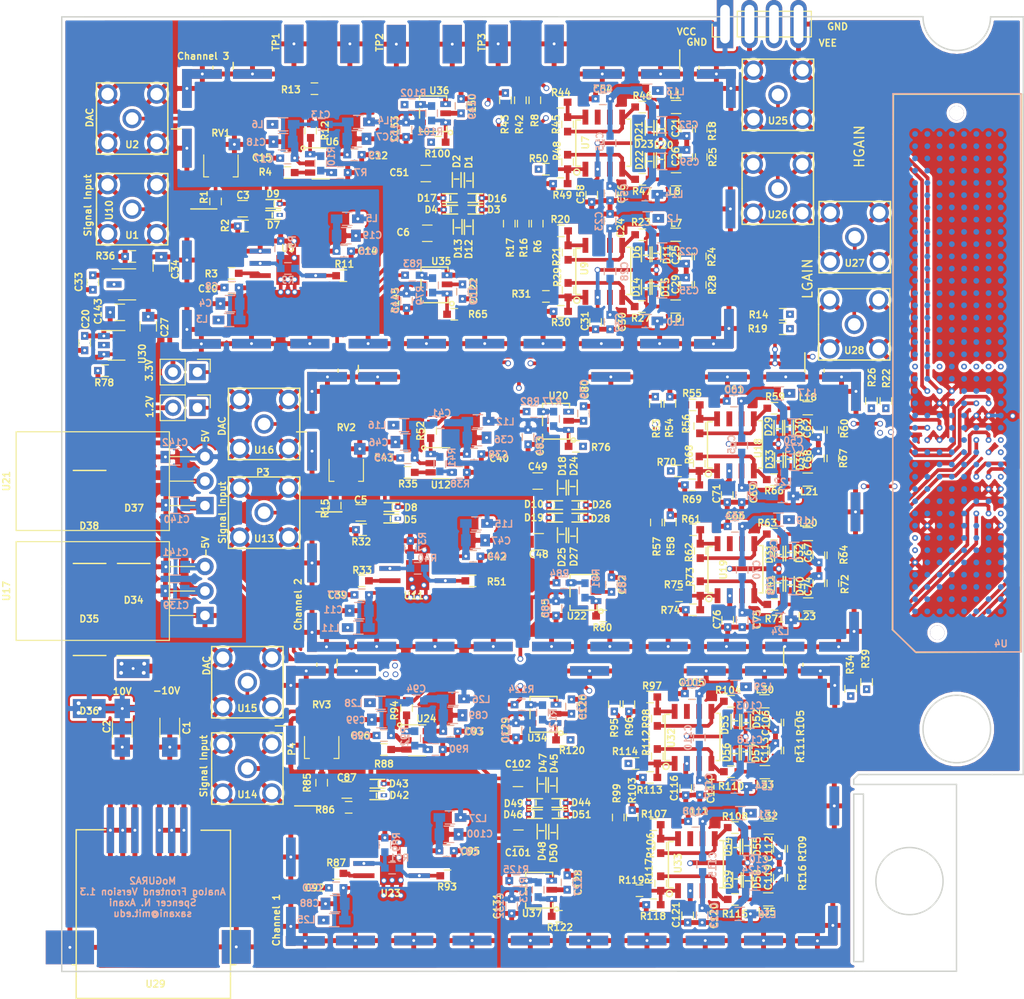
<source format=kicad_pcb>
(kicad_pcb (version 20171130) (host pcbnew "(5.1.5-0-10_14)")
  (layers (0 F.Cu signal) (1 Inner1 signal) (2 Inner2 signal) (31 B.Cu signal) (34 B.Paste user) (35 F.Paste user) (36 B.SilkS user) (37 F.SilkS user) (38 B.Mask user) (39 F.Mask user) (44 Edge.Cuts user))
  (net 0 "")
  (net 1 Earth)
  (net 2 "Net-(C10-Pad2)")
  (net 3 5V)
  (net 4 -5V)
  (net 5 /Amp1/Sig_in)
  (net 6 "Net-(C13-Pad1)")
  (net 7 "Net-(C27-Pad1)")
  (net 8 "Net-(R10-Pad2)")
  (net 9 /Amp1/DAC_input)
  (net 10 /Amp1/TP2)
  (net 11 "Net-(R8-Pad2)")
  (net 12 "Net-(R13-Pad2)")
  (net 13 "Net-(C34-Pad1)")
  (net 14 1.2V)
  (net 15 "Net-(R6-Pad2)")
  (net 16 RFMC_ADC_07_P)
  (net 17 RFMC_ADC_07_N)
  (net 18 RFMC_ADC_05_P)
  (net 19 RFMC_ADC_05_N)
  (net 20 LevelShift_V)
  (net 21 "Net-(C3-Pad1)")
  (net 22 -10V)
  (net 23 10V)
  (net 24 "Net-(C143-Pad1)")
  (net 25 VCM23_227)
  (net 26 VCM23_226)
  (net 27 VCM01_226)
  (net 28 VCM01_227)
  (net 29 VCM01_225)
  (net 30 VCM01_224)
  (net 31 "Net-(R1-Pad2)")
  (net 32 "Net-(R101-Pad2)")
  (net 33 "Net-(R65-Pad1)")
  (net 34 "Net-(R100-Pad2)")
  (net 35 "Net-(R10-Pad1)")
  (net 36 "Net-(R29-Pad1)")
  (net 37 "Net-(R33-Pad2)")
  (net 38 "Net-(R79-Pad1)")
  (net 39 "Net-(C139-Pad1)")
  (net 40 "Net-(C140-Pad1)")
  (net 41 "Net-(D34-Pad2)")
  (net 42 "Net-(D35-Pad2)")
  (net 43 "Net-(D35-Pad1)")
  (net 44 "Net-(C12-Pad2)")
  (net 45 "Net-(C14-Pad2)")
  (net 46 "Net-(C36-Pad2)")
  (net 47 "Net-(R3-Pad2)")
  (net 48 "Net-(R4-Pad1)")
  (net 49 "Net-(R5-Pad1)")
  (net 50 "Net-(R11-Pad2)")
  (net 51 /Amp1/HGain_Bias)
  (net 52 /Amp1/LGain_Bias)
  (net 53 "Net-(R35-Pad1)")
  (net 54 "Net-(R38-Pad2)")
  (net 55 "Net-(C21-Pad1)")
  (net 56 "Net-(C22-Pad2)")
  (net 57 "Net-(C25-Pad1)")
  (net 58 "Net-(C26-Pad1)")
  (net 59 "Net-(C28-Pad1)")
  (net 60 "Net-(C29-Pad1)")
  (net 61 "Net-(C52-Pad2)")
  (net 62 "Net-(C55-Pad1)")
  (net 63 "Net-(D11-Pad1)")
  (net 64 "Net-(D14-Pad1)")
  (net 65 "Net-(D20-Pad2)")
  (net 66 "Net-(D22-Pad1)")
  (net 67 "Net-(R20-Pad1)")
  (net 68 "Net-(R21-Pad1)")
  (net 69 "Net-(R27-Pad2)")
  (net 70 "Net-(R44-Pad1)")
  (net 71 "Net-(R45-Pad1)")
  (net 72 "Net-(R47-Pad2)")
  (net 73 "Net-(R48-Pad1)")
  (net 74 RFMC_ADC_06_P)
  (net 75 RFMC_ADC_06_N)
  (net 76 RFMC_ADC_04_P)
  (net 77 RFMC_ADC_04_N)
  (net 78 RFMC_ADC_02_P)
  (net 79 RFMC_ADC_02_N)
  (net 80 RFMC_ADC_00_P)
  (net 81 RFMC_ADC_00_N)
  (net 82 "Net-(D1-Pad1)")
  (net 83 "Net-(D17-Pad1)")
  (net 84 "Net-(C51-Pad1)")
  (net 85 "Net-(C6-Pad1)")
  (net 86 "Net-(D12-Pad1)")
  (net 87 "Net-(D13-Pad2)")
  (net 88 /Amp1/TP3)
  (net 89 "Net-(C5-Pad1)")
  (net 90 /sheet605AA4D2/Sig_in)
  (net 91 "Net-(C11-Pad2)")
  (net 92 "Net-(C41-Pad1)")
  (net 93 "Net-(C42-Pad2)")
  (net 94 "Net-(C48-Pad1)")
  (net 95 /sheet605AA4D2/TP3)
  (net 96 /sheet605AA4D2/TP2)
  (net 97 "Net-(C49-Pad1)")
  (net 98 "Net-(C50-Pad2)")
  (net 99 "Net-(C62-Pad1)")
  (net 100 "Net-(C63-Pad2)")
  (net 101 "Net-(C65-Pad1)")
  (net 102 "Net-(C67-Pad1)")
  (net 103 "Net-(C68-Pad1)")
  (net 104 "Net-(C70-Pad1)")
  (net 105 "Net-(C74-Pad1)")
  (net 106 "Net-(D10-Pad2)")
  (net 107 "Net-(D19-Pad2)")
  (net 108 "Net-(D24-Pad2)")
  (net 109 "Net-(D27-Pad2)")
  (net 110 "Net-(D29-Pad2)")
  (net 111 "Net-(D31-Pad2)")
  (net 112 "Net-(D33-Pad1)")
  (net 113 "Net-(D40-Pad1)")
  (net 114 "Net-(R15-Pad2)")
  (net 115 "Net-(R37-Pad1)")
  (net 116 "Net-(R40-Pad1)")
  (net 117 "Net-(R41-Pad1)")
  (net 118 /sheet605AA4D2/DAC_input)
  (net 119 "Net-(R55-Pad1)")
  (net 120 "Net-(R56-Pad1)")
  (net 121 "Net-(R61-Pad1)")
  (net 122 "Net-(R62-Pad1)")
  (net 123 "Net-(R66-Pad2)")
  (net 124 "Net-(R68-Pad1)")
  (net 125 /sheet605AA4D2/HGain_Bias)
  (net 126 "Net-(R71-Pad2)")
  (net 127 "Net-(R73-Pad1)")
  (net 128 /sheet605AA4D2/LGain_Bias)
  (net 129 "Net-(R76-Pad2)")
  (net 130 "Net-(R77-Pad2)")
  (net 131 "Net-(R80-Pad1)")
  (net 132 "Net-(R81-Pad1)")
  (net 133 "Net-(C87-Pad1)")
  (net 134 /sheet60926C69/Sig_in)
  (net 135 "Net-(C88-Pad2)")
  (net 136 "Net-(C89-Pad2)")
  (net 137 "Net-(C94-Pad1)")
  (net 138 "Net-(C100-Pad2)")
  (net 139 "Net-(C101-Pad1)")
  (net 140 /sheet60926C69/TP3)
  (net 141 /sheet60926C69/TP2)
  (net 142 "Net-(C102-Pad1)")
  (net 143 "Net-(C103-Pad2)")
  (net 144 "Net-(C106-Pad1)")
  (net 145 "Net-(C107-Pad2)")
  (net 146 "Net-(C110-Pad1)")
  (net 147 "Net-(C112-Pad1)")
  (net 148 "Net-(C113-Pad1)")
  (net 149 "Net-(C115-Pad1)")
  (net 150 "Net-(C119-Pad1)")
  (net 151 "Net-(D44-Pad2)")
  (net 152 "Net-(D46-Pad2)")
  (net 153 "Net-(D47-Pad2)")
  (net 154 "Net-(D50-Pad2)")
  (net 155 "Net-(D52-Pad2)")
  (net 156 "Net-(D54-Pad2)")
  (net 157 "Net-(D56-Pad1)")
  (net 158 "Net-(D58-Pad1)")
  (net 159 "Net-(R85-Pad2)")
  (net 160 "Net-(R87-Pad2)")
  (net 161 "Net-(R88-Pad1)")
  (net 162 "Net-(R89-Pad1)")
  (net 163 "Net-(R90-Pad2)")
  (net 164 "Net-(R91-Pad1)")
  (net 165 "Net-(R92-Pad1)")
  (net 166 /sheet60926C69/DAC_input)
  (net 167 "Net-(R97-Pad1)")
  (net 168 "Net-(R104-Pad2)")
  (net 169 "Net-(R106-Pad1)")
  (net 170 "Net-(R107-Pad1)")
  (net 171 "Net-(R110-Pad2)")
  (net 172 "Net-(R112-Pad1)")
  (net 173 /sheet60926C69/HGain_Bias)
  (net 174 "Net-(R115-Pad2)")
  (net 175 "Net-(R117-Pad1)")
  (net 176 /sheet60926C69/LGain_Bias)
  (net 177 "Net-(R120-Pad2)")
  (net 178 "Net-(R121-Pad2)")
  (net 179 "Net-(R122-Pad1)")
  (net 180 "Net-(R123-Pad1)")
  (module MyFootprints:LMH6550 (layer F.Cu) (at 76.35 103.25 90)
    (fp_text reference U7 (at 0.05 -1.9 90) (layer F.SilkS) (effects (font (size 0.7 0.7))))
    (fp_text value LMH6552)
    (pad 8 smd rect (at 2.7 -1.905 90) (size 1.55 0.6) (layers F.Cu F.Paste F.Mask) (net 70 "Net-(R44-Pad1)"))
    (pad 1 smd rect (at -2.7 -1.905 90) (size 1.55 0.6) (layers F.Cu F.Paste F.Mask) (net 73 "Net-(R48-Pad1)"))
    (pad 7 smd rect (at 2.7 -0.635 90) (size 1.55 0.6) (layers F.Cu F.Paste F.Mask))
    (pad 2 thru_hole rect (at -2.7 -0.635 90) (size 1.55 0.6) (drill 0.3) (layers *.Cu *.Mask) (net 25 VCM23_227))
    (pad 6 smd rect (at 2.7 0.635 90) (size 1.55 0.6) (layers F.Cu F.Paste F.Mask) (net 61 "Net-(C52-Pad2)"))
    (pad 3 smd rect (at -2.7 0.635 90) (size 1.55 0.6) (layers F.Cu F.Paste F.Mask) (net 62 "Net-(C55-Pad1)"))
    (pad 5 smd rect (at 2.7 1.905 90) (size 1.55 0.6) (layers F.Cu F.Paste F.Mask) (net 71 "Net-(R45-Pad1)"))
    (pad 4 smd rect (at -2.7 1.905 90) (size 1.55 0.6) (layers F.Cu F.Paste F.Mask) (net 72 "Net-(R47-Pad2)"))
  )
  (module Capacitors_SMD:C_0805 (layer B.Cu) (at 82.4 118.45 180)
    (fp_text reference C35 (at -2.8 -0.1) (layer B.SilkS) (effects (font (size 0.7 0.7)) (justify mirror)))
    (fp_text value 10uF)
    (pad 2 smd rect (at 1 0 180) (size 1 1.25) (layers B.Cu B.Paste B.Mask) (net 59 "Net-(C28-Pad1)"))
    (pad 1 smd rect (at -1 0 180) (size 1 1.25) (layers B.Cu B.Paste B.Mask) (net 1 Earth))
  )
  (module TO_SOT_Packages_SMD:SOT-23-6 (layer F.Cu) (at 47 105.35)
    (fp_text reference U6 (at 1.2 -2.25) (layer F.SilkS) (effects (font (size 0.7 0.7))))
    (fp_text value LMH6703)
    (pad 5 smd rect (at 1.1 0) (size 1.06 0.65) (layers F.Cu F.Paste F.Mask))
    (pad 6 smd rect (at 1.1 -0.95) (size 1.06 0.65) (layers F.Cu F.Paste F.Mask) (net 44 "Net-(C12-Pad2)"))
    (pad 4 thru_hole rect (at 1.1 0.95) (size 1.06 0.65) (drill 0.3) (layers *.Cu *.Mask) (net 8 "Net-(R10-Pad2)"))
    (pad 3 smd rect (at -1.1 0.95) (size 1.06 0.65) (layers F.Cu F.Paste F.Mask) (net 48 "Net-(R4-Pad1)"))
    (pad 2 smd rect (at -1.1 0) (size 1.06 0.65) (layers F.Cu F.Paste F.Mask) (net 6 "Net-(C13-Pad1)"))
    (pad 1 thru_hole rect (at -1.1 -0.95) (size 1.06 0.65) (drill 0.3) (layers *.Cu *.Mask) (net 35 "Net-(R10-Pad1)"))
  )
  (module TO_SOT_Packages_THT:TO-220_Horizontal (layer F.Cu) (at 35 152.25 90)
    (fp_text reference U17 (at 2.54 -20.58 90) (layer F.SilkS) (effects (font (size 0.7 0.7))))
    (fp_text value UA7905CKCSE3_-5V)
    (pad 1 thru_hole rect (at 0 0 90) (size 1.8 1.8) (drill 1) (layers *.Cu *.Mask) (net 1 Earth))
    (pad 2 thru_hole oval (at 2.54 0 90) (size 1.8 1.8) (drill 1) (layers *.Cu *.Mask) (net 39 "Net-(C139-Pad1)"))
    (pad 3 thru_hole oval (at 5.08 0 90) (size 1.8 1.8) (drill 1) (layers *.Cu *.Mask) (net 4 -5V))
  )
  (module TO_SOT_Packages_THT:TO-220_Horizontal (layer F.Cu) (at 35 140.85 90)
    (fp_text reference U21 (at 2.54 -20.58 90) (layer F.SilkS) (effects (font (size 0.7 0.7))))
    (fp_text value L78S_5V)
    (pad 3 thru_hole oval (at 5.08 0 90) (size 1.8 1.8) (drill 1) (layers *.Cu *.Mask) (net 3 5V))
    (pad 2 thru_hole oval (at 2.54 0 90) (size 1.8 1.8) (drill 1) (layers *.Cu *.Mask) (net 1 Earth))
    (pad 1 thru_hole rect (at 0 0 90) (size 1.8 1.8) (drill 1) (layers *.Cu *.Mask) (net 40 "Net-(C140-Pad1)"))
  )
  (module "MyFootprints:RF SHIELD 1.094 X 2.23 SMD" (layer F.Cu) (at 32.625 95.575)
    (fp_text reference P2 hide)
    (fp_text value CONN_01X01)
    (pad 1 thru_hole rect (at 49.515 28.47) (size 4.04 1) (drill 0.3) (layers *.Cu *.Mask) (net 1 Earth))
    (pad 1 thru_hole rect (at 43.47 28.47) (size 4.04 1) (drill 0.3) (layers *.Cu *.Mask) (net 1 Earth))
    (pad 1 thru_hole rect (at 37.425 28.47) (size 4.04 1) (drill 0.3) (layers *.Cu *.Mask) (net 1 Earth))
    (pad 1 thru_hole rect (at 31.38 28.47) (size 4.04 1) (drill 0.3) (layers *.Cu *.Mask) (net 1 Earth))
    (pad 1 thru_hole rect (at 25.335 28.47) (size 4.04 1) (drill 0.3) (layers *.Cu *.Mask) (net 1 Earth))
    (pad 1 thru_hole rect (at 19.29 28.47) (size 4.04 1) (drill 0.3) (layers *.Cu *.Mask) (net 1 Earth))
    (pad 1 thru_hole rect (at 13.245 28.47) (size 4.04 1) (drill 0.3) (layers *.Cu *.Mask) (net 1 Earth))
    (pad 1 thru_hole rect (at 7.2 28.47) (size 4.04 1) (drill 0.3) (layers *.Cu *.Mask) (net 1 Earth))
    (pad 1 thru_hole rect (at 49.615 0.5) (size 4.04 1) (drill 0.3) (layers *.Cu *.Mask) (net 1 Earth))
    (pad 1 thru_hole rect (at 43.57 0.5) (size 4.04 1) (drill 0.3) (layers *.Cu *.Mask) (net 1 Earth))
    (pad 1 thru_hole rect (at 0.5 19.8 270) (size 4.04 1) (drill 0.3) (layers *.Cu *.Mask) (net 1 Earth))
    (pad 1 thru_hole rect (at 56.85 14.5 270) (size 4.04 1) (drill 0.3) (layers *.Cu *.Mask) (net 1 Earth))
    (pad 1 thru_hole rect (at 55.4 0.5) (size 4.04 1) (drill 0.3) (layers *.Cu *.Mask) (net 1 Earth))
    (pad 1 thru_hole rect (at 56.9 2 90) (size 4.04 1) (drill 0.3) (layers *.Cu *.Mask) (net 1 Earth))
    (pad 1 thru_hole rect (at 55.1 28.5) (size 4.04 1) (drill 0.3) (layers *.Cu *.Mask) (net 1 Earth))
    (pad 1 thru_hole rect (at 56.7 26.9 270) (size 4.04 1) (drill 0.3) (layers *.Cu *.Mask) (net 1 Earth))
    (pad 1 thru_hole rect (at 0.5 27 90) (size 4.04 1) (drill 0.3) (layers *.Cu *.Mask) (net 1 Earth))
    (pad 1 thru_hole rect (at 2 28.5) (size 4.04 1) (drill 0.3) (layers *.Cu *.Mask) (net 1 Earth))
    (pad 1 thru_hole rect (at 2.1 0.5) (size 4.04 1) (drill 0.3) (layers *.Cu *.Mask) (net 1 Earth))
    (pad 1 thru_hole rect (at 0.5 2 270) (size 4.04 1) (drill 0.3) (layers *.Cu *.Mask) (net 1 Earth))
    (pad 1 thru_hole rect (at 0.5 8.2 270) (size 4.04 1) (drill 0.3) (layers *.Cu *.Mask) (net 1 Earth))
    (pad 1 thru_hole rect (at 7.3 0.5) (size 4.04 1) (drill 0.3) (layers *.Cu *.Mask) (net 1 Earth))
  )
  (module MyFootprints:RB751 (layer F.Cu) (at 61.1 107.05 270)
    (fp_text reference D2 (at -1.9 0 90) (layer F.SilkS) (effects (font (size 0.7 0.7))))
    (fp_text value D)
    (pad 2 smd rect (at 0.7 0 270) (size 0.66 0.4) (layers F.Cu F.Paste F.Mask) (net 83 "Net-(D17-Pad1)"))
    (pad 1 smd rect (at -0.65 0 270) (size 0.66 0.4) (layers F.Cu F.Paste F.Mask) (net 10 /Amp1/TP2))
  )
  (module MyFootprints:RB751 (layer F.Cu) (at 62.35 107.1 90)
    (fp_text reference D1 (at 1.9 0 90) (layer F.SilkS) (effects (font (size 0.7 0.7))))
    (fp_text value D)
    (pad 2 smd rect (at 0.7 0 90) (size 0.66 0.4) (layers F.Cu F.Paste F.Mask) (net 10 /Amp1/TP2))
    (pad 1 smd rect (at -0.65 0 90) (size 0.66 0.4) (layers F.Cu F.Paste F.Mask) (net 82 "Net-(D1-Pad1)"))
  )
  (module MyFootprints:LPAM (layer B.Cu) (at 108.625 151.825)
    (fp_text reference U4 (at 8.9 3.35) (layer B.SilkS) (effects (font (size 0.7 0.7)) (justify mirror)))
    (fp_text value LPAM)
    (pad 41 thru_hole circle (at 2.3 2.2) (size 1.48 1.48) (drill 1.48) (layers *.Cu *.Mask))
    (pad 41 thru_hole circle (at 4.3 -51.7) (size 1.48 1.48) (drill 1.48) (layers *.Cu *.Mask))
    (pad H40 smd circle (at 8.89 -49.53) (size 0.6 0.6) (layers B.Cu B.Paste B.Mask))
    (pad G40 smd circle (at 7.62 -49.53) (size 0.6 0.6) (layers B.Cu B.Paste B.Mask))
    (pad F40 smd circle (at 6.35 -49.53) (size 0.6 0.6) (layers B.Cu B.Paste B.Mask))
    (pad E40 smd circle (at 5.08 -49.53) (size 0.6 0.6) (layers B.Cu B.Paste B.Mask))
    (pad D40 smd circle (at 3.81 -49.53) (size 0.6 0.6) (layers B.Cu B.Paste B.Mask))
    (pad C40 smd circle (at 2.54 -49.53) (size 0.6 0.6) (layers B.Cu B.Paste B.Mask))
    (pad B40 smd circle (at 1.27 -49.53) (size 0.6 0.6) (layers B.Cu B.Paste B.Mask))
    (pad A40 smd circle (at 0 -49.53) (size 0.6 0.6) (layers B.Cu B.Paste B.Mask))
    (pad H39 smd circle (at 8.89 -48.26) (size 0.6 0.6) (layers B.Cu B.Paste B.Mask))
    (pad G39 smd circle (at 7.62 -48.26) (size 0.6 0.6) (layers B.Cu B.Paste B.Mask))
    (pad F39 smd circle (at 6.35 -48.26) (size 0.6 0.6) (layers B.Cu B.Paste B.Mask))
    (pad E39 smd circle (at 5.08 -48.26) (size 0.6 0.6) (layers B.Cu B.Paste B.Mask))
    (pad D39 smd circle (at 3.81 -48.26) (size 0.6 0.6) (layers B.Cu B.Paste B.Mask))
    (pad C39 smd circle (at 2.54 -48.26) (size 0.6 0.6) (layers B.Cu B.Paste B.Mask))
    (pad B39 smd circle (at 1.27 -48.26) (size 0.6 0.6) (layers B.Cu B.Paste B.Mask))
    (pad A39 smd circle (at 0 -48.26) (size 0.6 0.6) (layers B.Cu B.Paste B.Mask))
    (pad H38 smd circle (at 8.89 -46.99) (size 0.6 0.6) (layers B.Cu B.Paste B.Mask))
    (pad G38 smd circle (at 7.62 -46.99) (size 0.6 0.6) (layers B.Cu B.Paste B.Mask))
    (pad F38 smd circle (at 6.35 -46.99) (size 0.6 0.6) (layers B.Cu B.Paste B.Mask))
    (pad E38 smd circle (at 5.08 -46.99) (size 0.6 0.6) (layers B.Cu B.Paste B.Mask))
    (pad D38 smd circle (at 3.81 -46.99) (size 0.6 0.6) (layers B.Cu B.Paste B.Mask))
    (pad C38 smd circle (at 2.54 -46.99) (size 0.6 0.6) (layers B.Cu B.Paste B.Mask))
    (pad B38 smd circle (at 1.27 -46.99) (size 0.6 0.6) (layers B.Cu B.Paste B.Mask))
    (pad A38 smd circle (at 0 -46.99) (size 0.6 0.6) (layers B.Cu B.Paste B.Mask))
    (pad H37 smd circle (at 8.89 -45.72) (size 0.6 0.6) (layers B.Cu B.Paste B.Mask))
    (pad G37 smd circle (at 7.62 -45.72) (size 0.6 0.6) (layers B.Cu B.Paste B.Mask))
    (pad F37 smd circle (at 6.35 -45.72) (size 0.6 0.6) (layers B.Cu B.Paste B.Mask))
    (pad E37 smd circle (at 5.08 -45.72) (size 0.6 0.6) (layers B.Cu B.Paste B.Mask))
    (pad D37 smd circle (at 3.81 -45.72) (size 0.6 0.6) (layers B.Cu B.Paste B.Mask))
    (pad C37 smd circle (at 2.54 -45.72) (size 0.6 0.6) (layers B.Cu B.Paste B.Mask))
    (pad B37 smd circle (at 1.27 -45.72) (size 0.6 0.6) (layers B.Cu B.Paste B.Mask))
    (pad A37 smd circle (at 0 -45.72) (size 0.6 0.6) (layers B.Cu B.Paste B.Mask))
    (pad H36 smd circle (at 8.89 -44.45) (size 0.6 0.6) (layers B.Cu B.Paste B.Mask))
    (pad G36 smd circle (at 7.62 -44.45) (size 0.6 0.6) (layers B.Cu B.Paste B.Mask))
    (pad F36 smd circle (at 6.35 -44.45) (size 0.6 0.6) (layers B.Cu B.Paste B.Mask))
    (pad E36 smd circle (at 5.08 -44.45) (size 0.6 0.6) (layers B.Cu B.Paste B.Mask))
    (pad D36 smd circle (at 3.81 -44.45) (size 0.6 0.6) (layers B.Cu B.Paste B.Mask))
    (pad C36 smd circle (at 2.54 -44.45) (size 0.6 0.6) (layers B.Cu B.Paste B.Mask))
    (pad B36 smd circle (at 1.27 -44.45) (size 0.6 0.6) (layers B.Cu B.Paste B.Mask))
    (pad A36 smd circle (at 0 -44.45) (size 0.6 0.6) (layers B.Cu B.Paste B.Mask))
    (pad H35 smd circle (at 8.89 -43.18) (size 0.6 0.6) (layers B.Cu B.Paste B.Mask))
    (pad G35 smd circle (at 7.62 -43.18) (size 0.6 0.6) (layers B.Cu B.Paste B.Mask))
    (pad F35 smd circle (at 6.35 -43.18) (size 0.6 0.6) (layers B.Cu B.Paste B.Mask))
    (pad E35 smd circle (at 5.08 -43.18) (size 0.6 0.6) (layers B.Cu B.Paste B.Mask))
    (pad D35 smd circle (at 3.81 -43.18) (size 0.6 0.6) (layers B.Cu B.Paste B.Mask))
    (pad C35 smd circle (at 2.54 -43.18) (size 0.6 0.6) (layers B.Cu B.Paste B.Mask))
    (pad B35 smd circle (at 1.27 -43.18) (size 0.6 0.6) (layers B.Cu B.Paste B.Mask))
    (pad A35 smd circle (at 0 -43.18) (size 0.6 0.6) (layers B.Cu B.Paste B.Mask))
    (pad H34 smd circle (at 8.89 -41.91) (size 0.6 0.6) (layers B.Cu B.Paste B.Mask))
    (pad G34 smd circle (at 7.62 -41.91) (size 0.6 0.6) (layers B.Cu B.Paste B.Mask))
    (pad F34 smd circle (at 6.35 -41.91) (size 0.6 0.6) (layers B.Cu B.Paste B.Mask))
    (pad E34 smd circle (at 5.08 -41.91) (size 0.6 0.6) (layers B.Cu B.Paste B.Mask))
    (pad D34 smd circle (at 3.81 -41.91) (size 0.6 0.6) (layers B.Cu B.Paste B.Mask))
    (pad C34 smd circle (at 2.54 -41.91) (size 0.6 0.6) (layers B.Cu B.Paste B.Mask))
    (pad B34 smd circle (at 1.27 -41.91) (size 0.6 0.6) (layers B.Cu B.Paste B.Mask))
    (pad A34 smd circle (at 0 -41.91) (size 0.6 0.6) (layers B.Cu B.Paste B.Mask))
    (pad H33 smd circle (at 8.89 -40.64) (size 0.6 0.6) (layers B.Cu B.Paste B.Mask))
    (pad G33 smd circle (at 7.62 -40.64) (size 0.6 0.6) (layers B.Cu B.Paste B.Mask))
    (pad F33 smd circle (at 6.35 -40.64) (size 0.6 0.6) (layers B.Cu B.Paste B.Mask))
    (pad E33 smd circle (at 5.08 -40.64) (size 0.6 0.6) (layers B.Cu B.Paste B.Mask))
    (pad D33 smd circle (at 3.81 -40.64) (size 0.6 0.6) (layers B.Cu B.Paste B.Mask))
    (pad C33 smd circle (at 2.54 -40.64) (size 0.6 0.6) (layers B.Cu B.Paste B.Mask))
    (pad B33 smd circle (at 1.27 -40.64) (size 0.6 0.6) (layers B.Cu B.Paste B.Mask))
    (pad A33 smd circle (at 0 -40.64) (size 0.6 0.6) (layers B.Cu B.Paste B.Mask))
    (pad H32 smd circle (at 8.89 -39.37) (size 0.6 0.6) (layers B.Cu B.Paste B.Mask))
    (pad G32 smd circle (at 7.62 -39.37) (size 0.6 0.6) (layers B.Cu B.Paste B.Mask))
    (pad F32 smd circle (at 6.35 -39.37) (size 0.6 0.6) (layers B.Cu B.Paste B.Mask))
    (pad E32 smd circle (at 5.08 -39.37) (size 0.6 0.6) (layers B.Cu B.Paste B.Mask))
    (pad D32 smd circle (at 3.81 -39.37) (size 0.6 0.6) (layers B.Cu B.Paste B.Mask))
    (pad C32 smd circle (at 2.54 -39.37) (size 0.6 0.6) (layers B.Cu B.Paste B.Mask))
    (pad B32 smd circle (at 1.27 -39.37) (size 0.6 0.6) (layers B.Cu B.Paste B.Mask))
    (pad A32 smd circle (at 0 -39.37) (size 0.6 0.6) (layers B.Cu B.Paste B.Mask))
    (pad H31 smd circle (at 8.89 -38.1) (size 0.6 0.6) (layers B.Cu B.Paste B.Mask))
    (pad G31 smd circle (at 7.62 -38.1) (size 0.6 0.6) (layers B.Cu B.Paste B.Mask))
    (pad F31 smd circle (at 6.35 -38.1) (size 0.6 0.6) (layers B.Cu B.Paste B.Mask))
    (pad E31 smd circle (at 5.08 -38.1) (size 0.6 0.6) (layers B.Cu B.Paste B.Mask))
    (pad D31 smd circle (at 3.81 -38.1) (size 0.6 0.6) (layers B.Cu B.Paste B.Mask))
    (pad C31 smd circle (at 2.54 -38.1) (size 0.6 0.6) (layers B.Cu B.Paste B.Mask))
    (pad B31 smd circle (at 1.27 -38.1) (size 0.6 0.6) (layers B.Cu B.Paste B.Mask))
    (pad A31 smd circle (at 0 -38.1) (size 0.6 0.6) (layers B.Cu B.Paste B.Mask))
    (pad H30 smd circle (at 8.89 -36.83) (size 0.6 0.6) (layers B.Cu B.Paste B.Mask))
    (pad G30 smd circle (at 7.62 -36.83) (size 0.6 0.6) (layers B.Cu B.Paste B.Mask))
    (pad F30 smd circle (at 6.35 -36.83) (size 0.6 0.6) (layers B.Cu B.Paste B.Mask))
    (pad E30 smd circle (at 5.08 -36.83) (size 0.6 0.6) (layers B.Cu B.Paste B.Mask))
    (pad D30 smd circle (at 3.81 -36.83) (size 0.6 0.6) (layers B.Cu B.Paste B.Mask))
    (pad C30 smd circle (at 2.54 -36.83) (size 0.6 0.6) (layers B.Cu B.Paste B.Mask))
    (pad B30 smd circle (at 1.27 -36.83) (size 0.6 0.6) (layers B.Cu B.Paste B.Mask))
    (pad A30 smd circle (at 0 -36.83) (size 0.6 0.6) (layers B.Cu B.Paste B.Mask))
    (pad H29 smd circle (at 8.89 -35.56) (size 0.6 0.6) (layers B.Cu B.Paste B.Mask))
    (pad G29 smd circle (at 7.62 -35.56) (size 0.6 0.6) (layers B.Cu B.Paste B.Mask))
    (pad F29 smd circle (at 6.35 -35.56) (size 0.6 0.6) (layers B.Cu B.Paste B.Mask))
    (pad E29 smd circle (at 5.08 -35.56) (size 0.6 0.6) (layers B.Cu B.Paste B.Mask))
    (pad D29 smd circle (at 3.81 -35.56) (size 0.6 0.6) (layers B.Cu B.Paste B.Mask))
    (pad C29 smd circle (at 2.54 -35.56) (size 0.6 0.6) (layers B.Cu B.Paste B.Mask))
    (pad B29 smd circle (at 1.27 -35.56) (size 0.6 0.6) (layers B.Cu B.Paste B.Mask))
    (pad A29 smd circle (at 0 -35.56) (size 0.6 0.6) (layers B.Cu B.Paste B.Mask))
    (pad H28 smd circle (at 8.89 -34.29) (size 0.6 0.6) (layers B.Cu B.Paste B.Mask))
    (pad G28 smd circle (at 7.62 -34.29) (size 0.6 0.6) (layers B.Cu B.Paste B.Mask))
    (pad F28 smd circle (at 6.35 -34.29) (size 0.6 0.6) (layers B.Cu B.Paste B.Mask))
    (pad E28 smd circle (at 5.08 -34.29) (size 0.6 0.6) (layers B.Cu B.Paste B.Mask))
    (pad D28 smd circle (at 3.81 -34.29) (size 0.6 0.6) (layers B.Cu B.Paste B.Mask))
    (pad C28 smd circle (at 2.54 -34.29) (size 0.6 0.6) (layers B.Cu B.Paste B.Mask))
    (pad B28 smd circle (at 1.27 -34.29) (size 0.6 0.6) (layers B.Cu B.Paste B.Mask))
    (pad A28 smd circle (at 0 -34.29) (size 0.6 0.6) (layers B.Cu B.Paste B.Mask))
    (pad H27 smd circle (at 8.89 -33.02) (size 0.6 0.6) (layers B.Cu B.Paste B.Mask))
    (pad G27 smd circle (at 7.62 -33.02) (size 0.6 0.6) (layers B.Cu B.Paste B.Mask))
    (pad F27 smd circle (at 6.35 -33.02) (size 0.6 0.6) (layers B.Cu B.Paste B.Mask))
    (pad E27 smd circle (at 5.08 -33.02) (size 0.6 0.6) (layers B.Cu B.Paste B.Mask))
    (pad D27 smd circle (at 3.81 -33.02) (size 0.6 0.6) (layers B.Cu B.Paste B.Mask))
    (pad C27 smd circle (at 2.54 -33.02) (size 0.6 0.6) (layers B.Cu B.Paste B.Mask))
    (pad B27 smd circle (at 1.27 -33.02) (size 0.6 0.6) (layers B.Cu B.Paste B.Mask))
    (pad A27 smd circle (at 0 -33.02) (size 0.6 0.6) (layers B.Cu B.Paste B.Mask))
    (pad H26 smd circle (at 8.89 -31.75) (size 0.6 0.6) (layers B.Cu B.Paste B.Mask))
    (pad G26 smd circle (at 7.62 -31.75) (size 0.6 0.6) (layers B.Cu B.Paste B.Mask))
    (pad F26 smd circle (at 6.35 -31.75) (size 0.6 0.6) (layers B.Cu B.Paste B.Mask))
    (pad E26 smd circle (at 5.08 -31.75) (size 0.6 0.6) (layers B.Cu B.Paste B.Mask))
    (pad D26 smd circle (at 3.81 -31.75) (size 0.6 0.6) (layers B.Cu B.Paste B.Mask))
    (pad C26 smd circle (at 2.54 -31.75) (size 0.6 0.6) (layers B.Cu B.Paste B.Mask))
    (pad B26 smd circle (at 1.27 -31.75) (size 0.6 0.6) (layers B.Cu B.Paste B.Mask))
    (pad A26 smd circle (at 0 -31.75) (size 0.6 0.6) (layers B.Cu B.Paste B.Mask))
    (pad H25 smd circle (at 8.89 -30.48) (size 0.6 0.6) (layers B.Cu B.Paste B.Mask))
    (pad G25 smd circle (at 7.62 -30.48) (size 0.6 0.6) (layers B.Cu B.Paste B.Mask))
    (pad F25 smd circle (at 6.35 -30.48) (size 0.6 0.6) (layers B.Cu B.Paste B.Mask))
    (pad E25 smd circle (at 5.08 -30.48) (size 0.6 0.6) (layers B.Cu B.Paste B.Mask))
    (pad D25 smd circle (at 3.81 -30.48) (size 0.6 0.6) (layers B.Cu B.Paste B.Mask))
    (pad C25 smd circle (at 2.54 -30.48) (size 0.6 0.6) (layers B.Cu B.Paste B.Mask))
    (pad B25 smd circle (at 1.27 -30.48) (size 0.6 0.6) (layers B.Cu B.Paste B.Mask))
    (pad A25 smd circle (at 0 -30.48) (size 0.6 0.6) (layers B.Cu B.Paste B.Mask))
    (pad H24 smd circle (at 8.89 -29.21) (size 0.6 0.6) (layers B.Cu B.Paste B.Mask))
    (pad G24 smd circle (at 7.62 -29.21) (size 0.6 0.6) (layers B.Cu B.Paste B.Mask))
    (pad F24 smd circle (at 6.35 -29.21) (size 0.6 0.6) (layers B.Cu B.Paste B.Mask))
    (pad E24 smd circle (at 5.08 -29.21) (size 0.6 0.6) (layers B.Cu B.Paste B.Mask))
    (pad D24 smd circle (at 3.81 -29.21) (size 0.6 0.6) (layers B.Cu B.Paste B.Mask))
    (pad C24 smd circle (at 2.54 -29.21) (size 0.6 0.6) (layers B.Cu B.Paste B.Mask))
    (pad B24 smd circle (at 1.27 -29.21) (size 0.6 0.6) (layers B.Cu B.Paste B.Mask))
    (pad A24 smd circle (at 0 -29.21) (size 0.6 0.6) (layers B.Cu B.Paste B.Mask))
    (pad H23 smd circle (at 8.89 -27.94) (size 0.6 0.6) (layers B.Cu B.Paste B.Mask))
    (pad G23 smd circle (at 7.62 -27.94) (size 0.6 0.6) (layers B.Cu B.Paste B.Mask))
    (pad F23 smd circle (at 6.35 -27.94) (size 0.6 0.6) (layers B.Cu B.Paste B.Mask))
    (pad E23 smd circle (at 5.08 -27.94) (size 0.6 0.6) (layers B.Cu B.Paste B.Mask))
    (pad D23 smd circle (at 3.81 -27.94) (size 0.6 0.6) (layers B.Cu B.Paste B.Mask))
    (pad C23 smd circle (at 2.54 -27.94) (size 0.6 0.6) (layers B.Cu B.Paste B.Mask))
    (pad B23 smd circle (at 1.27 -27.94) (size 0.6 0.6) (layers B.Cu B.Paste B.Mask))
    (pad A23 smd circle (at 0 -27.94) (size 0.6 0.6) (layers B.Cu B.Paste B.Mask))
    (pad H22 smd circle (at 8.89 -26.67) (size 0.6 0.6) (layers B.Cu B.Paste B.Mask))
    (pad G22 smd circle (at 7.62 -26.67) (size 0.6 0.6) (layers B.Cu B.Paste B.Mask))
    (pad F22 smd circle (at 6.35 -26.67) (size 0.6 0.6) (layers B.Cu B.Paste B.Mask))
    (pad E22 smd circle (at 5.08 -26.67) (size 0.6 0.6) (layers B.Cu B.Paste B.Mask))
    (pad D22 smd circle (at 3.81 -26.67) (size 0.6 0.6) (layers B.Cu B.Paste B.Mask))
    (pad C22 smd circle (at 2.54 -26.67) (size 0.6 0.6) (layers B.Cu B.Paste B.Mask))
    (pad B22 smd circle (at 1.27 -26.67) (size 0.6 0.6) (layers B.Cu B.Paste B.Mask))
    (pad A22 smd circle (at 0 -26.67) (size 0.6 0.6) (layers B.Cu B.Paste B.Mask))
    (pad H21 thru_hole circle (at 8.89 -25.4) (size 0.6 0.6) (drill 0.3) (layers *.Cu *.Mask) (net 25 VCM23_227))
    (pad G21 thru_hole circle (at 7.62 -25.4) (size 0.6 0.6) (drill 0.3) (layers *.Cu *.Mask) (net 28 VCM01_227))
    (pad F21 thru_hole circle (at 6.35 -25.4) (size 0.6 0.6) (drill 0.3) (layers *.Cu *.Mask) (net 26 VCM23_226))
    (pad E21 thru_hole circle (at 5.08 -25.4) (size 0.6 0.6) (drill 0.3) (layers *.Cu *.Mask) (net 27 VCM01_226))
    (pad D21 smd circle (at 3.81 -25.4) (size 0.6 0.6) (layers B.Cu B.Paste B.Mask))
    (pad C21 thru_hole circle (at 2.54 -25.4) (size 0.6 0.6) (drill 0.3) (layers *.Cu *.Mask) (net 29 VCM01_225))
    (pad B21 smd circle (at 1.27 -25.4) (size 0.6 0.6) (layers B.Cu B.Paste B.Mask))
    (pad A21 thru_hole circle (at 0 -25.4) (size 0.6 0.6) (drill 0.3) (layers *.Cu *.Mask) (net 30 VCM01_224))
    (pad H20 smd circle (at 8.89 -24.13) (size 0.6 0.6) (layers B.Cu B.Paste B.Mask))
    (pad G20 smd circle (at 7.62 -24.13) (size 0.6 0.6) (layers B.Cu B.Paste B.Mask))
    (pad F20 smd circle (at 6.35 -24.13) (size 0.6 0.6) (layers B.Cu B.Paste B.Mask))
    (pad E20 smd circle (at 5.08 -24.13) (size 0.6 0.6) (layers B.Cu B.Paste B.Mask))
    (pad D20 smd circle (at 3.81 -24.13) (size 0.6 0.6) (layers B.Cu B.Paste B.Mask))
    (pad C20 smd circle (at 2.54 -24.13) (size 0.6 0.6) (layers B.Cu B.Paste B.Mask))
    (pad B20 smd circle (at 1.27 -24.13) (size 0.6 0.6) (layers B.Cu B.Paste B.Mask))
    (pad A20 smd circle (at 0 -24.13) (size 0.6 0.6) (layers B.Cu B.Paste B.Mask))
    (pad H19 smd circle (at 8.89 -22.86) (size 0.6 0.6) (layers B.Cu B.Paste B.Mask))
    (pad G19 smd circle (at 7.62 -22.86) (size 0.6 0.6) (layers B.Cu B.Paste B.Mask))
    (pad F19 smd circle (at 6.35 -22.86) (size 0.6 0.6) (layers B.Cu B.Paste B.Mask))
    (pad E19 smd circle (at 5.08 -22.86) (size 0.6 0.6) (layers B.Cu B.Paste B.Mask))
    (pad D19 thru_hole circle (at 3.81 -22.86) (size 0.6 0.6) (drill 0.3) (layers *.Cu *.Mask) (net 1 Earth))
    (pad C19 thru_hole circle (at 2.54 -22.86) (size 0.6 0.6) (drill 0.3) (layers *.Cu *.Mask) (net 16 RFMC_ADC_07_P))
    (pad B19 thru_hole circle (at 1.27 -22.86) (size 0.6 0.6) (drill 0.3) (layers *.Cu *.Mask) (net 17 RFMC_ADC_07_N))
    (pad A19 smd circle (at 0 -22.86) (size 0.6 0.6) (layers B.Cu B.Paste B.Mask))
    (pad H18 smd circle (at 8.89 -21.59) (size 0.6 0.6) (layers B.Cu B.Paste B.Mask))
    (pad G18 thru_hole circle (at 7.62 -21.59) (size 0.6 0.6) (drill 0.3) (layers *.Cu *.Mask) (net 74 RFMC_ADC_06_P))
    (pad F18 thru_hole circle (at 6.35 -21.59) (size 0.6 0.6) (drill 0.3) (layers *.Cu *.Mask) (net 75 RFMC_ADC_06_N))
    (pad E18 smd circle (at 5.08 -21.59) (size 0.6 0.6) (layers B.Cu B.Paste B.Mask))
    (pad D18 smd circle (at 3.81 -21.59) (size 0.6 0.6) (layers B.Cu B.Paste B.Mask))
    (pad C18 thru_hole circle (at 2.54 -21.59) (size 0.6 0.6) (drill 0.3) (layers *.Cu *.Mask) (net 1 Earth))
    (pad B18 smd circle (at 1.27 -21.59) (size 0.6 0.6) (layers B.Cu B.Paste B.Mask))
    (pad A18 smd circle (at 0 -21.59) (size 0.6 0.6) (layers B.Cu B.Paste B.Mask))
    (pad H17 smd circle (at 8.89 -20.32) (size 0.6 0.6) (layers B.Cu B.Paste B.Mask) (net 1 Earth))
    (pad G17 thru_hole circle (at 7.62 -20.32) (size 0.6 0.6) (drill 0.3) (layers *.Cu *.Mask) (net 1 Earth))
    (pad F17 thru_hole circle (at 6.35 -20.32) (size 0.6 0.6) (drill 0.3) (layers *.Cu *.Mask) (net 1 Earth))
    (pad E17 smd circle (at 5.08 -20.32) (size 0.6 0.6) (layers B.Cu B.Paste B.Mask))
    (pad D17 smd circle (at 3.81 -20.32) (size 0.6 0.6) (layers B.Cu B.Paste B.Mask))
    (pad C17 smd circle (at 2.54 -20.32) (size 0.6 0.6) (layers B.Cu B.Paste B.Mask))
    (pad B17 smd circle (at 1.27 -20.32) (size 0.6 0.6) (layers B.Cu B.Paste B.Mask))
    (pad A17 smd circle (at 0 -20.32) (size 0.6 0.6) (layers B.Cu B.Paste B.Mask))
    (pad H16 smd circle (at 8.89 -19.05) (size 0.6 0.6) (layers B.Cu B.Paste B.Mask))
    (pad G16 smd circle (at 7.62 -19.05) (size 0.6 0.6) (layers B.Cu B.Paste B.Mask))
    (pad F16 smd circle (at 6.35 -19.05) (size 0.6 0.6) (layers B.Cu B.Paste B.Mask))
    (pad E16 smd circle (at 5.08 -19.05) (size 0.6 0.6) (layers B.Cu B.Paste B.Mask))
    (pad D16 smd circle (at 3.81 -19.05) (size 0.6 0.6) (layers B.Cu B.Paste B.Mask))
    (pad C16 thru_hole circle (at 2.54 -19.05) (size 0.6 0.6) (drill 0.3) (layers *.Cu *.Mask) (net 18 RFMC_ADC_05_P))
    (pad B16 thru_hole circle (at 1.27 -19.05) (size 0.6 0.6) (drill 0.3) (layers *.Cu *.Mask) (net 19 RFMC_ADC_05_N))
    (pad A16 smd circle (at 0 -19.05) (size 0.6 0.6) (layers B.Cu B.Paste B.Mask))
    (pad H15 thru_hole circle (at 8.89 -17.78) (size 0.6 0.6) (drill 0.3) (layers *.Cu *.Mask))
    (pad G15 thru_hole circle (at 7.62 -17.78) (size 0.6 0.6) (drill 0.3) (layers *.Cu *.Mask) (net 76 RFMC_ADC_04_P))
    (pad F15 thru_hole circle (at 6.35 -17.78) (size 0.6 0.6) (drill 0.3) (layers *.Cu *.Mask) (net 77 RFMC_ADC_04_N))
    (pad E15 smd circle (at 5.08 -17.78) (size 0.6 0.6) (layers B.Cu B.Paste B.Mask))
    (pad D15 smd circle (at 3.81 -17.78) (size 0.6 0.6) (layers B.Cu B.Paste B.Mask))
    (pad C15 thru_hole circle (at 2.54 -17.78) (size 0.6 0.6) (drill 0.3) (layers *.Cu *.Mask) (net 1 Earth))
    (pad B15 thru_hole circle (at 1.27 -17.78) (size 0.6 0.6) (drill 0.3) (layers *.Cu *.Mask) (net 1 Earth))
    (pad A15 smd circle (at 0 -17.78) (size 0.6 0.6) (layers B.Cu B.Paste B.Mask))
    (pad H14 thru_hole circle (at 8.89 -16.51) (size 0.6 0.6) (drill 0.3) (layers *.Cu *.Mask))
    (pad G14 thru_hole circle (at 7.62 -16.51) (size 0.6 0.6) (drill 0.3) (layers *.Cu *.Mask) (net 1 Earth))
    (pad F14 smd circle (at 6.35 -16.51) (size 0.6 0.6) (layers B.Cu B.Paste B.Mask))
    (pad E14 smd circle (at 5.08 -16.51) (size 0.6 0.6) (layers B.Cu B.Paste B.Mask))
    (pad D14 smd circle (at 3.81 -16.51) (size 0.6 0.6) (layers B.Cu B.Paste B.Mask))
    (pad C14 smd circle (at 2.54 -16.51) (size 0.6 0.6) (layers B.Cu B.Paste B.Mask))
    (pad B14 smd circle (at 1.27 -16.51) (size 0.6 0.6) (layers B.Cu B.Paste B.Mask))
    (pad A14 smd circle (at 0 -16.51) (size 0.6 0.6) (layers B.Cu B.Paste B.Mask))
    (pad H13 smd circle (at 8.89 -15.24) (size 0.6 0.6) (layers B.Cu B.Paste B.Mask))
    (pad G13 smd circle (at 7.62 -15.24) (size 0.6 0.6) (layers B.Cu B.Paste B.Mask))
    (pad F13 smd circle (at 6.35 -15.24) (size 0.6 0.6) (layers B.Cu B.Paste B.Mask))
    (pad E13 smd circle (at 5.08 -15.24) (size 0.6 0.6) (layers B.Cu B.Paste B.Mask))
    (pad D13 smd circle (at 3.81 -15.24) (size 0.6 0.6) (layers B.Cu B.Paste B.Mask))
    (pad C13 smd circle (at 2.54 -15.24) (size 0.6 0.6) (layers B.Cu B.Paste B.Mask))
    (pad B13 smd circle (at 1.27 -15.24) (size 0.6 0.6) (layers B.Cu B.Paste B.Mask))
    (pad A13 smd circle (at 0 -15.24) (size 0.6 0.6) (layers B.Cu B.Paste B.Mask))
    (pad H12 thru_hole circle (at 8.89 -13.97) (size 0.6 0.6) (drill 0.3) (layers *.Cu *.Mask))
    (pad G12 thru_hole circle (at 7.62 -13.97) (size 0.6 0.6) (drill 0.3) (layers *.Cu *.Mask) (net 78 RFMC_ADC_02_P))
    (pad F12 thru_hole circle (at 6.35 -13.97) (size 0.6 0.6) (drill 0.3) (layers *.Cu *.Mask) (net 79 RFMC_ADC_02_N))
    (pad E12 smd circle (at 5.08 -13.97) (size 0.6 0.6) (layers B.Cu B.Paste B.Mask))
    (pad D12 smd circle (at 3.81 -13.97) (size 0.6 0.6) (layers B.Cu B.Paste B.Mask))
    (pad C12 smd circle (at 2.54 -13.97) (size 0.6 0.6) (layers B.Cu B.Paste B.Mask))
    (pad B12 smd circle (at 1.27 -13.97) (size 0.6 0.6) (layers B.Cu B.Paste B.Mask))
    (pad A12 smd circle (at 0 -13.97) (size 0.6 0.6) (layers B.Cu B.Paste B.Mask))
    (pad H11 thru_hole circle (at 8.89 -12.7) (size 0.6 0.6) (drill 0.3) (layers *.Cu *.Mask) (net 1 Earth))
    (pad G11 thru_hole circle (at 7.62 -12.7) (size 0.6 0.6) (drill 0.3) (layers *.Cu *.Mask) (net 1 Earth))
    (pad F11 smd circle (at 6.35 -12.7) (size 0.6 0.6) (layers B.Cu B.Paste B.Mask))
    (pad E11 smd circle (at 5.08 -12.7) (size 0.6 0.6) (layers B.Cu B.Paste B.Mask))
    (pad D11 smd circle (at 3.81 -12.7) (size 0.6 0.6) (layers B.Cu B.Paste B.Mask))
    (pad C11 smd circle (at 2.54 -12.7) (size 0.6 0.6) (layers B.Cu B.Paste B.Mask))
    (pad B11 smd circle (at 1.27 -12.7) (size 0.6 0.6) (layers B.Cu B.Paste B.Mask))
    (pad A11 smd circle (at 0 -12.7) (size 0.6 0.6) (layers B.Cu B.Paste B.Mask))
    (pad H10 smd circle (at 8.89 -11.43) (size 0.6 0.6) (layers B.Cu B.Paste B.Mask))
    (pad G10 smd circle (at 7.62 -11.43) (size 0.6 0.6) (layers B.Cu B.Paste B.Mask))
    (pad F10 smd circle (at 6.35 -11.43) (size 0.6 0.6) (layers B.Cu B.Paste B.Mask))
    (pad E10 smd circle (at 5.08 -11.43) (size 0.6 0.6) (layers B.Cu B.Paste B.Mask))
    (pad D10 smd circle (at 3.81 -11.43) (size 0.6 0.6) (layers B.Cu B.Paste B.Mask))
    (pad C10 smd circle (at 2.54 -11.43) (size 0.6 0.6) (layers B.Cu B.Paste B.Mask))
    (pad B10 smd circle (at 1.27 -11.43) (size 0.6 0.6) (layers B.Cu B.Paste B.Mask))
    (pad A10 smd circle (at 0 -11.43) (size 0.6 0.6) (layers B.Cu B.Paste B.Mask))
    (pad H9 thru_hole circle (at 8.89 -10.16) (size 0.6 0.6) (drill 0.3) (layers *.Cu *.Mask))
    (pad G9 thru_hole circle (at 7.62 -10.16) (size 0.6 0.6) (drill 0.3) (layers *.Cu *.Mask) (net 80 RFMC_ADC_00_P))
    (pad F9 thru_hole circle (at 6.35 -10.16) (size 0.6 0.6) (drill 0.3) (layers *.Cu *.Mask) (net 81 RFMC_ADC_00_N))
    (pad E9 smd circle (at 5.08 -10.16) (size 0.6 0.6) (layers B.Cu B.Paste B.Mask))
    (pad D9 smd circle (at 3.81 -10.16) (size 0.6 0.6) (layers B.Cu B.Paste B.Mask))
    (pad C9 smd circle (at 2.54 -10.16) (size 0.6 0.6) (layers B.Cu B.Paste B.Mask))
    (pad B9 smd circle (at 1.27 -10.16) (size 0.6 0.6) (layers B.Cu B.Paste B.Mask))
    (pad A9 smd circle (at 0 -10.16) (size 0.6 0.6) (layers B.Cu B.Paste B.Mask))
    (pad H8 thru_hole circle (at 8.89 -8.89) (size 0.6 0.6) (drill 0.3) (layers *.Cu *.Mask) (net 1 Earth))
    (pad G8 smd circle (at 7.62 -8.89) (size 0.6 0.6) (layers B.Cu B.Paste B.Mask))
    (pad F8 smd circle (at 6.35 -8.89) (size 0.6 0.6) (layers B.Cu B.Paste B.Mask))
    (pad E8 smd circle (at 5.08 -8.89) (size 0.6 0.6) (layers B.Cu B.Paste B.Mask))
    (pad D8 smd circle (at 3.81 -8.89) (size 0.6 0.6) (layers B.Cu B.Paste B.Mask))
    (pad C8 smd circle (at 2.54 -8.89) (size 0.6 0.6) (layers B.Cu B.Paste B.Mask))
    (pad B8 thru_hole circle (at 1.27 -8.89) (size 0.6 0.6) (drill 0.3) (layers *.Cu *.Mask) (net 1 Earth))
    (pad A8 smd circle (at 0 -8.89) (size 0.6 0.6) (layers B.Cu B.Paste B.Mask))
    (pad H7 smd circle (at 8.89 -7.62) (size 0.6 0.6) (layers B.Cu B.Paste B.Mask))
    (pad G7 smd circle (at 7.62 -7.62) (size 0.6 0.6) (layers B.Cu B.Paste B.Mask))
    (pad F7 smd circle (at 6.35 -7.62) (size 0.6 0.6) (layers B.Cu B.Paste B.Mask))
    (pad E7 smd circle (at 5.08 -7.62) (size 0.6 0.6) (layers B.Cu B.Paste B.Mask))
    (pad D7 smd circle (at 3.81 -7.62) (size 0.6 0.6) (layers B.Cu B.Paste B.Mask))
    (pad C7 smd circle (at 2.54 -7.62) (size 0.6 0.6) (layers B.Cu B.Paste B.Mask))
    (pad B7 smd circle (at 1.27 -7.62) (size 0.6 0.6) (layers B.Cu B.Paste B.Mask))
    (pad A7 thru_hole circle (at 0 -7.62) (size 0.6 0.6) (drill 0.3) (layers *.Cu *.Mask) (net 20 LevelShift_V))
    (pad H6 smd circle (at 8.89 -6.35) (size 0.6 0.6) (layers B.Cu B.Paste B.Mask))
    (pad G6 smd circle (at 7.62 -6.35) (size 0.6 0.6) (layers B.Cu B.Paste B.Mask))
    (pad F6 smd circle (at 6.35 -6.35) (size 0.6 0.6) (layers B.Cu B.Paste B.Mask))
    (pad E6 smd circle (at 5.08 -6.35) (size 0.6 0.6) (layers B.Cu B.Paste B.Mask))
    (pad D6 smd circle (at 3.81 -6.35) (size 0.6 0.6) (layers B.Cu B.Paste B.Mask))
    (pad C6 smd circle (at 2.54 -6.35) (size 0.6 0.6) (layers B.Cu B.Paste B.Mask))
    (pad B6 smd circle (at 1.27 -6.35) (size 0.6 0.6) (layers B.Cu B.Paste B.Mask))
    (pad A6 thru_hole circle (at 0 -6.35) (size 0.6 0.6) (drill 0.3) (layers *.Cu *.Mask))
    (pad H5 smd circle (at 8.89 -5.08) (size 0.6 0.6) (layers B.Cu B.Paste B.Mask))
    (pad G5 smd circle (at 7.62 -5.08) (size 0.6 0.6) (layers B.Cu B.Paste B.Mask))
    (pad F5 smd circle (at 6.35 -5.08) (size 0.6 0.6) (layers B.Cu B.Paste B.Mask))
    (pad E5 smd circle (at 5.08 -5.08) (size 0.6 0.6) (layers B.Cu B.Paste B.Mask))
    (pad D5 smd circle (at 3.81 -5.08) (size 0.6 0.6) (layers B.Cu B.Paste B.Mask))
    (pad C5 smd circle (at 2.54 -5.08) (size 0.6 0.6) (layers B.Cu B.Paste B.Mask))
    (pad B5 smd circle (at 1.27 -5.08) (size 0.6 0.6) (layers B.Cu B.Paste B.Mask))
    (pad A5 thru_hole circle (at 0 -5.08) (size 0.6 0.6) (drill 0.3) (layers *.Cu *.Mask) (net 1 Earth))
    (pad H4 smd circle (at 8.89 -3.81) (size 0.6 0.6) (layers B.Cu B.Paste B.Mask))
    (pad G4 smd circle (at 7.62 -3.81) (size 0.6 0.6) (layers B.Cu B.Paste B.Mask))
    (pad F4 smd circle (at 6.35 -3.81) (size 0.6 0.6) (layers B.Cu B.Paste B.Mask))
    (pad E4 smd circle (at 5.08 -3.81) (size 0.6 0.6) (layers B.Cu B.Paste B.Mask))
    (pad D4 smd circle (at 3.81 -3.81) (size 0.6 0.6) (layers B.Cu B.Paste B.Mask))
    (pad C4 smd circle (at 2.54 -3.81) (size 0.6 0.6) (layers B.Cu B.Paste B.Mask))
    (pad B4 smd circle (at 1.27 -3.81) (size 0.6 0.6) (layers B.Cu B.Paste B.Mask))
    (pad A4 smd circle (at 0 -3.81) (size 0.6 0.6) (layers B.Cu B.Paste B.Mask))
    (pad H3 smd circle (at 8.89 -2.54) (size 0.6 0.6) (layers B.Cu B.Paste B.Mask))
    (pad G3 smd circle (at 7.62 -2.54) (size 0.6 0.6) (layers B.Cu B.Paste B.Mask))
    (pad F3 smd circle (at 6.35 -2.54) (size 0.6 0.6) (layers B.Cu B.Paste B.Mask))
    (pad E3 smd circle (at 5.08 -2.54) (size 0.6 0.6) (layers B.Cu B.Paste B.Mask))
    (pad D3 smd circle (at 3.81 -2.54) (size 0.6 0.6) (layers B.Cu B.Paste B.Mask))
    (pad C3 smd circle (at 2.54 -2.54) (size 0.6 0.6) (layers B.Cu B.Paste B.Mask))
    (pad B3 smd circle (at 1.27 -2.54) (size 0.6 0.6) (layers B.Cu B.Paste B.Mask))
    (pad A3 smd circle (at 0 -2.54) (size 0.6 0.6) (layers B.Cu B.Paste B.Mask))
    (pad H2 smd circle (at 8.89 -1.27) (size 0.6 0.6) (layers B.Cu B.Paste B.Mask))
    (pad G2 smd circle (at 7.62 -1.27) (size 0.6 0.6) (layers B.Cu B.Paste B.Mask))
    (pad F2 smd circle (at 6.35 -1.27) (size 0.6 0.6) (layers B.Cu B.Paste B.Mask))
    (pad E2 smd circle (at 5.08 -1.27) (size 0.6 0.6) (layers B.Cu B.Paste B.Mask))
    (pad D2 smd circle (at 3.81 -1.27) (size 0.6 0.6) (layers B.Cu B.Paste B.Mask))
    (pad C2 smd circle (at 2.54 -1.27) (size 0.6 0.6) (layers B.Cu B.Paste B.Mask))
    (pad B2 smd circle (at 1.27 -1.27) (size 0.6 0.6) (layers B.Cu B.Paste B.Mask))
    (pad A2 smd circle (at 0 -1.27) (size 0.6 0.6) (layers B.Cu B.Paste B.Mask))
    (pad H1 smd circle (at 8.89 0) (size 0.6 0.6) (layers B.Cu B.Paste B.Mask))
    (pad G1 smd circle (at 7.62 0) (size 0.6 0.6) (layers B.Cu B.Paste B.Mask))
    (pad F1 smd circle (at 6.35 0) (size 0.6 0.6) (layers B.Cu B.Paste B.Mask))
    (pad E1 smd circle (at 5.08 0) (size 0.6 0.6) (layers B.Cu B.Paste B.Mask))
    (pad D1 smd circle (at 3.81 0) (size 0.6 0.6) (layers B.Cu B.Paste B.Mask))
    (pad C1 smd circle (at 2.54 0) (size 0.6 0.6) (layers B.Cu B.Paste B.Mask))
    (pad B1 smd circle (at 1.27 0) (size 0.6 0.6) (layers B.Cu B.Paste B.Mask))
    (pad A1 smd circle (at 0 0) (size 0.6 0.6) (layers B.Cu B.Paste B.Mask))
  )
  (module Pin_Headers:Pin_Header_Straight_1x02_Pitch2.54mm (layer F.Cu) (at 34.22 127 270)
    (fp_text reference JP8 hide)
    (fp_text value Jumper_NC_Small)
    (pad 2 thru_hole oval (at 0 2.54 270) (size 1.7 1.7) (drill 1) (layers *.Cu *.Mask) (net 13 "Net-(C34-Pad1)"))
    (pad 1 thru_hole rect (at 0 0 270) (size 1.7 1.7) (drill 1) (layers *.Cu *.Mask) (net 20 LevelShift_V))
  )
  (module Pin_Headers:Pin_Header_Straight_1x02_Pitch2.54mm (layer F.Cu) (at 34.22 130.7 270)
    (fp_text reference JP10 hide)
    (fp_text value Jumper_NC_Small)
    (pad 1 thru_hole rect (at 0 0 270) (size 1.7 1.7) (drill 1) (layers *.Cu *.Mask) (net 14 1.2V))
    (pad 2 thru_hole oval (at 0 2.54 270) (size 1.7 1.7) (drill 1) (layers *.Cu *.Mask) (net 7 "Net-(C27-Pad1)"))
  )
  (module Capacitors_SMD:C_1206_HandSoldering (layer F.Cu) (at 26.425 163.9 90)
    (fp_text reference C2 (at 0.125 -1.605 90) (layer F.SilkS) (effects (font (size 0.7 0.7))))
    (fp_text value CP1)
    (pad 2 thru_hole rect (at 2 0 90) (size 2 1.6) (drill 0.3) (layers *.Cu *.Mask) (net 23 10V))
    (pad 1 thru_hole rect (at -2 0 90) (size 2 1.6) (drill 0.3) (layers *.Cu *.Mask) (net 1 Earth))
  )
  (module MyFootprints:SMA_90 (layer F.Cu) (at 27.45 110.1)
    (fp_text reference U1 (at 0 2.7) (layer F.SilkS) (effects (font (size 0.7 0.7))))
    (fp_text value SMA)
    (pad 1 thru_hole circle (at 0 0) (size 2 2) (drill 1.3) (layers *.Cu *.Mask) (net 5 /Amp1/Sig_in))
    (pad 2 thru_hole circle (at 2.54 -2.54) (size 2 2) (drill 1.3) (layers *.Cu *.Mask) (net 1 Earth))
    (pad 2 thru_hole circle (at -2.54 -2.54) (size 2 2) (drill 1.3) (layers *.Cu *.Mask) (net 1 Earth))
    (pad 2 thru_hole circle (at -2.54 2.54) (size 2 2) (drill 1.3) (layers *.Cu *.Mask) (net 1 Earth))
    (pad 2 thru_hole circle (at 2.54 2.54) (size 2 2) (drill 1.3) (layers *.Cu *.Mask) (net 1 Earth))
  )
  (module MyFootprints:SMA_90 (layer F.Cu) (at 27.45 100.7)
    (fp_text reference U2 (at 0 2.7) (layer F.SilkS) (effects (font (size 0.7 0.7))))
    (fp_text value SMA)
    (pad 1 thru_hole circle (at 0 0) (size 2 2) (drill 1.3) (layers *.Cu *.Mask) (net 9 /Amp1/DAC_input))
    (pad 2 thru_hole circle (at 2.54 -2.54) (size 2 2) (drill 1.3) (layers *.Cu *.Mask) (net 1 Earth))
    (pad 2 thru_hole circle (at -2.54 -2.54) (size 2 2) (drill 1.3) (layers *.Cu *.Mask) (net 1 Earth))
    (pad 2 thru_hole circle (at -2.54 2.54) (size 2 2) (drill 1.3) (layers *.Cu *.Mask) (net 1 Earth))
    (pad 2 thru_hole circle (at 2.54 2.54) (size 2 2) (drill 1.3) (layers *.Cu *.Mask) (net 1 Earth))
  )
  (module MyFootprints:SMA_side_mount (layer F.Cu) (at 57.74 92.98 90)
    (fp_text reference U3 hide)
    (fp_text value SMA)
    (pad 2 thru_hole rect (at 0 2.9 90) (size 4 2) (drill 0.3) (layers *.Cu *.Mask) (net 1 Earth))
    (pad 1 smd rect (at 0 0 90) (size 4 0.45) (layers F.Cu F.Paste F.Mask) (net 11 "Net-(R8-Pad2)"))
    (pad 2 thru_hole rect (at 0 -2.9 90) (size 4 2) (drill 0.3) (layers *.Cu *.Mask) (net 1 Earth))
  )
  (module MyFootprints:SMA_side_mount (layer F.Cu) (at 47.125 92.95 90)
    (fp_text reference U8 hide)
    (fp_text value SMA)
    (pad 2 thru_hole rect (at 0 -2.9 90) (size 4 2) (drill 0.3) (layers *.Cu *.Mask) (net 1 Earth))
    (pad 1 smd rect (at 0 0 90) (size 4 0.45) (layers F.Cu F.Paste F.Mask) (net 12 "Net-(R13-Pad2)"))
    (pad 2 thru_hole rect (at 0 2.9 90) (size 4 2) (drill 0.3) (layers *.Cu *.Mask) (net 1 Earth))
  )
  (module Capacitors_SMD:C_0603 (layer F.Cu) (at 69.2 98.8 90)
    (fp_text reference R8 (at -2.1 0 90) (layer F.SilkS) (effects (font (size 0.7 0.7))))
    (fp_text value R)
    (pad 2 smd rect (at 0.75 0 90) (size 0.8 0.75) (layers F.Cu F.Paste F.Mask) (net 11 "Net-(R8-Pad2)"))
    (pad 1 smd rect (at -0.75 0 90) (size 0.8 0.75) (layers F.Cu F.Paste F.Mask) (net 10 /Amp1/TP2))
  )
  (module Capacitors_SMD:C_0603 (layer F.Cu) (at 46.35 97.6)
    (fp_text reference R13 (at -2.45 0.1) (layer F.SilkS) (effects (font (size 0.7 0.7))))
    (fp_text value R)
    (pad 1 smd rect (at -0.75 0) (size 0.8 0.75) (layers F.Cu F.Paste F.Mask) (net 9 /Amp1/DAC_input))
    (pad 2 smd rect (at 0.75 0) (size 0.8 0.75) (layers F.Cu F.Paste F.Mask) (net 12 "Net-(R13-Pad2)"))
  )
  (module Capacitors_SMD:C_0603 (layer F.Cu) (at 23.37 117.7 270)
    (fp_text reference C33 (at -0.05 1.45 270) (layer F.SilkS) (effects (font (size 0.7 0.7))))
    (fp_text value 1uF)
    (pad 2 thru_hole rect (at 0.75 0 270) (size 0.8 0.8) (drill 0.3) (layers *.Cu *.Mask) (net 1 Earth))
    (pad 1 thru_hole rect (at -0.75 0 270) (size 0.8 0.75) (drill 0.3) (layers *.Cu *.Mask) (net 3 5V))
  )
  (module MyFootprints:SMA_90 (layer F.Cu) (at 41.13 141.58)
    (fp_text reference U13 (at 0 2.7) (layer F.SilkS) (effects (font (size 0.7 0.7))))
    (fp_text value SMA)
    (pad 2 thru_hole circle (at 2.54 2.54) (size 2 2) (drill 1.3) (layers *.Cu *.Mask) (net 1 Earth))
    (pad 2 thru_hole circle (at -2.54 2.54) (size 2 2) (drill 1.3) (layers *.Cu *.Mask) (net 1 Earth))
    (pad 2 thru_hole circle (at -2.54 -2.54) (size 2 2) (drill 1.3) (layers *.Cu *.Mask) (net 1 Earth))
    (pad 2 thru_hole circle (at 2.54 -2.54) (size 2 2) (drill 1.3) (layers *.Cu *.Mask) (net 1 Earth))
    (pad 1 thru_hole circle (at 0 0) (size 2 2) (drill 1.3) (layers *.Cu *.Mask) (net 90 /sheet605AA4D2/Sig_in))
  )
  (module MyFootprints:SMA_90 (layer F.Cu) (at 41.13 132.38)
    (fp_text reference U16 (at 0 2.7) (layer F.SilkS) (effects (font (size 0.7 0.7))))
    (fp_text value SMA)
    (pad 1 thru_hole circle (at 0 0) (size 2 2) (drill 1.3) (layers *.Cu *.Mask) (net 118 /sheet605AA4D2/DAC_input))
    (pad 2 thru_hole circle (at 2.54 -2.54) (size 2 2) (drill 1.3) (layers *.Cu *.Mask) (net 1 Earth))
    (pad 2 thru_hole circle (at -2.54 -2.54) (size 2 2) (drill 1.3) (layers *.Cu *.Mask) (net 1 Earth))
    (pad 2 thru_hole circle (at -2.54 2.54) (size 2 2) (drill 1.3) (layers *.Cu *.Mask) (net 1 Earth))
    (pad 2 thru_hole circle (at 2.54 2.54) (size 2 2) (drill 1.3) (layers *.Cu *.Mask) (net 1 Earth))
  )
  (module MyFootprints:SMA_90 (layer F.Cu) (at 39.395 168.125)
    (fp_text reference U14 (at 0 2.7) (layer F.SilkS) (effects (font (size 0.7 0.7))))
    (fp_text value SMA)
    (pad 1 thru_hole circle (at 0 0) (size 2 2) (drill 1.3) (layers *.Cu *.Mask) (net 134 /sheet60926C69/Sig_in))
    (pad 2 thru_hole circle (at 2.54 -2.54) (size 2 2) (drill 1.3) (layers *.Cu *.Mask) (net 1 Earth))
    (pad 2 thru_hole circle (at -2.54 -2.54) (size 2 2) (drill 1.3) (layers *.Cu *.Mask) (net 1 Earth))
    (pad 2 thru_hole circle (at -2.54 2.54) (size 2 2) (drill 1.3) (layers *.Cu *.Mask) (net 1 Earth))
    (pad 2 thru_hole circle (at 2.54 2.54) (size 2 2) (drill 1.3) (layers *.Cu *.Mask) (net 1 Earth))
  )
  (module MyFootprints:SMA_90 (layer F.Cu) (at 39.395 159.175)
    (fp_text reference U15 (at 0 2.7) (layer F.SilkS) (effects (font (size 0.7 0.7))))
    (fp_text value SMA)
    (pad 2 thru_hole circle (at 2.54 2.54) (size 2 2) (drill 1.3) (layers *.Cu *.Mask) (net 1 Earth))
    (pad 2 thru_hole circle (at -2.54 2.54) (size 2 2) (drill 1.3) (layers *.Cu *.Mask) (net 1 Earth))
    (pad 2 thru_hole circle (at -2.54 -2.54) (size 2 2) (drill 1.3) (layers *.Cu *.Mask) (net 1 Earth))
    (pad 2 thru_hole circle (at 2.54 -2.54) (size 2 2) (drill 1.3) (layers *.Cu *.Mask) (net 1 Earth))
    (pad 1 thru_hole circle (at 0 0) (size 2 2) (drill 1.3) (layers *.Cu *.Mask) (net 166 /sheet60926C69/DAC_input))
  )
  (module MyFootprints:SMA_90 (layer F.Cu) (at 94.41 98.23)
    (fp_text reference U25 (at 0 2.7) (layer F.SilkS) (effects (font (size 0.7 0.7))))
    (fp_text value SMA)
    (pad 1 thru_hole circle (at 0 0) (size 2 2) (drill 1.3) (layers *.Cu *.Mask) (net 16 RFMC_ADC_07_P))
    (pad 2 thru_hole circle (at 2.54 -2.54) (size 2 2) (drill 1.3) (layers *.Cu *.Mask) (net 1 Earth))
    (pad 2 thru_hole circle (at -2.54 -2.54) (size 2 2) (drill 1.3) (layers *.Cu *.Mask) (net 1 Earth))
    (pad 2 thru_hole circle (at -2.54 2.54) (size 2 2) (drill 1.3) (layers *.Cu *.Mask) (net 1 Earth))
    (pad 2 thru_hole circle (at 2.54 2.54) (size 2 2) (drill 1.3) (layers *.Cu *.Mask) (net 1 Earth))
  )
  (module MyFootprints:SMA_90 (layer F.Cu) (at 94.39 107.97)
    (fp_text reference U26 (at 0 2.7) (layer F.SilkS) (effects (font (size 0.7 0.7))))
    (fp_text value SMA)
    (pad 2 thru_hole circle (at 2.54 2.54) (size 2 2) (drill 1.3) (layers *.Cu *.Mask) (net 1 Earth))
    (pad 2 thru_hole circle (at -2.54 2.54) (size 2 2) (drill 1.3) (layers *.Cu *.Mask) (net 1 Earth))
    (pad 2 thru_hole circle (at -2.54 -2.54) (size 2 2) (drill 1.3) (layers *.Cu *.Mask) (net 1 Earth))
    (pad 2 thru_hole circle (at 2.54 -2.54) (size 2 2) (drill 1.3) (layers *.Cu *.Mask) (net 1 Earth))
    (pad 1 thru_hole circle (at 0 0) (size 2 2) (drill 1.3) (layers *.Cu *.Mask) (net 17 RFMC_ADC_07_N))
  )
  (module MyFootprints:SMA_90 (layer F.Cu) (at 102.37 113)
    (fp_text reference U27 (at 0 2.7) (layer F.SilkS) (effects (font (size 0.7 0.7))))
    (fp_text value SMA)
    (pad 2 thru_hole circle (at 2.54 2.54) (size 2 2) (drill 1.3) (layers *.Cu *.Mask) (net 1 Earth))
    (pad 2 thru_hole circle (at -2.54 2.54) (size 2 2) (drill 1.3) (layers *.Cu *.Mask) (net 1 Earth))
    (pad 2 thru_hole circle (at -2.54 -2.54) (size 2 2) (drill 1.3) (layers *.Cu *.Mask) (net 1 Earth))
    (pad 2 thru_hole circle (at 2.54 -2.54) (size 2 2) (drill 1.3) (layers *.Cu *.Mask) (net 1 Earth))
    (pad 1 thru_hole circle (at 0 0) (size 2 2) (drill 1.3) (layers *.Cu *.Mask) (net 18 RFMC_ADC_05_P))
  )
  (module MyFootprints:SMA_90 (layer F.Cu) (at 102.32 122.05)
    (fp_text reference U28 (at 0 2.7) (layer F.SilkS) (effects (font (size 0.7 0.7))))
    (fp_text value SMA)
    (pad 1 thru_hole circle (at 0 0) (size 2 2) (drill 1.3) (layers *.Cu *.Mask) (net 19 RFMC_ADC_05_N))
    (pad 2 thru_hole circle (at 2.54 -2.54) (size 2 2) (drill 1.3) (layers *.Cu *.Mask) (net 1 Earth))
    (pad 2 thru_hole circle (at -2.54 -2.54) (size 2 2) (drill 1.3) (layers *.Cu *.Mask) (net 1 Earth))
    (pad 2 thru_hole circle (at -2.54 2.54) (size 2 2) (drill 1.3) (layers *.Cu *.Mask) (net 1 Earth))
    (pad 2 thru_hole circle (at 2.54 2.54) (size 2 2) (drill 1.3) (layers *.Cu *.Mask) (net 1 Earth))
  )
  (module Capacitors_SMD:C_0603 (layer F.Cu) (at 22.525 123.995 270)
    (fp_text reference C20 (at -2.5 -0.1 90) (layer F.SilkS) (effects (font (size 0.7 0.7))))
    (fp_text value 1uF)
    (pad 2 thru_hole rect (at 0.75 0 270) (size 0.8 0.75) (drill 0.3) (layers *.Cu *.Mask) (net 1 Earth))
    (pad 1 thru_hole rect (at -0.75 0 270) (size 0.8 0.75) (drill 0.3) (layers *.Cu *.Mask) (net 3 5V))
  )
  (module TO_SOT_Packages_SMD:TSOT-23-5 (layer F.Cu) (at 25.825 124.2)
    (fp_text reference U30 (at 2.675 0.9 90) (layer F.SilkS) (effects (font (size 0.7 0.7))))
    (fp_text value 5-Lead_TSOT)
    (pad 1 thru_hole rect (at -1.31 -0.95) (size 1.22 0.65) (drill 0.3) (layers *.Cu *.Mask) (net 3 5V))
    (pad 2 thru_hole rect (at -1.31 0) (size 1.22 0.65) (drill 0.3) (layers *.Cu *.Mask) (net 1 Earth))
    (pad 3 thru_hole rect (at -1.31 0.95) (size 1.22 0.65) (drill 0.3) (layers *.Cu *.Mask) (net 3 5V))
    (pad 4 smd rect (at 1.31 0.95) (size 1.22 0.65) (layers F.Cu F.Paste F.Mask))
    (pad 5 smd rect (at 1.31 -0.95) (size 1.22 0.65) (layers F.Cu F.Paste F.Mask) (net 7 "Net-(C27-Pad1)"))
  )
  (module Capacitors_SMD:C_0603 (layer F.Cu) (at 69.45 111.6 90)
    (fp_text reference R6 (at -2.35 0.05 90) (layer F.SilkS) (effects (font (size 0.7 0.7))))
    (fp_text value R)
    (pad 2 smd rect (at 0.75 0 90) (size 0.8 0.75) (layers F.Cu F.Paste F.Mask) (net 15 "Net-(R6-Pad2)"))
    (pad 1 smd rect (at -0.75 0 90) (size 0.8 0.75) (layers F.Cu F.Paste F.Mask) (net 88 /Amp1/TP3))
  )
  (module MyFootprints:SMA_side_mount (layer F.Cu) (at 68.3 92.95 90)
    (fp_text reference U31 hide)
    (fp_text value SMA)
    (pad 2 thru_hole rect (at 0 -2.9 90) (size 4 2) (drill 0.3) (layers *.Cu *.Mask) (net 1 Earth))
    (pad 1 smd rect (at 0 0 90) (size 4 0.45) (layers F.Cu F.Paste F.Mask) (net 15 "Net-(R6-Pad2)"))
    (pad 2 thru_hole rect (at 0 2.9 90) (size 4 2) (drill 0.3) (layers *.Cu *.Mask) (net 1 Earth))
  )
  (module Pin_Headers:Pin_Header_Straight_1x04_Pitch2.54mm (layer F.Cu) (at 88.92 90.9 90)
    (fp_text reference P1 hide)
    (fp_text value CONN_01X04)
    (pad 1 thru_hole rect (at 0 0 90) (size 5 1.7) (drill oval 4 1) (layers *.Cu *.Mask) (net 3 5V))
    (pad 2 thru_hole oval (at 0 2.54 90) (size 5 1.7) (drill oval 4 1) (layers *.Cu *.Mask) (net 1 Earth))
    (pad 3 thru_hole oval (at 0 5.08 90) (size 5 1.7) (drill oval 4 1) (layers *.Cu *.Mask) (net 4 -5V))
    (pad 4 thru_hole oval (at 0 7.62 90) (size 5 1.7) (drill oval 4 1) (layers *.Cu *.Mask) (net 1 Earth))
  )
  (module Capacitors_SMD:C_0603 (layer F.Cu) (at 24.65 126.85)
    (fp_text reference R78 (at -0.1 1.25) (layer F.SilkS) (effects (font (size 0.7 0.7))))
    (fp_text value 10k)
    (pad 2 smd rect (at 0.75 0) (size 0.8 0.75) (layers F.Cu F.Paste F.Mask) (net 7 "Net-(C27-Pad1)"))
    (pad 1 thru_hole rect (at -0.75 0) (size 0.8 0.75) (drill 0.3) (layers *.Cu *.Mask) (net 1 Earth))
  )
  (module MyFootprints:Ethernet_90_8P8C (layer F.Cu) (at 24.795 172.175)
    (fp_text reference U29 (at 5.075 18.3) (layer F.SilkS) (effects (font (size 0.7 0.7))))
    (fp_text value Ethernet)
    (pad 1 thru_hole rect (at 0.4 2.35 90) (size 4.75 0.76) (drill 0.3) (layers *.Cu *.Mask) (net 1 Earth))
    (pad 2 thru_hole rect (at 1.67 2.35 90) (size 4.75 0.76) (drill 0.3) (layers *.Cu *.Mask) (net 1 Earth))
    (pad 3 thru_hole rect (at 2.94 2.35 90) (size 4.75 0.76) (drill 0.3) (layers *.Cu *.Mask) (net 1 Earth))
    (pad 4 smd rect (at 4.21 2.35 90) (size 4.75 0.76) (layers F.Cu F.Paste F.Mask) (net 23 10V))
    (pad 5 thru_hole rect (at 5.48 2.35 90) (size 4.75 0.76) (drill 0.3) (layers *.Cu *.Mask) (net 1 Earth))
    (pad 6 thru_hole rect (at 6.75 2.35 90) (size 4.75 0.76) (drill 0.3) (layers *.Cu *.Mask) (net 1 Earth))
    (pad 7 thru_hole rect (at 8.02 2.35 90) (size 4.75 0.76) (drill 0.3) (layers *.Cu *.Mask) (net 1 Earth))
    (pad 8 smd rect (at 9.29 2.35 90) (size 4.75 0.76) (layers F.Cu F.Paste F.Mask) (net 22 -10V))
    (pad 0 thru_hole rect (at 13.45 14.45 90) (size 3.5 3) (drill 0.3) (layers *.Cu *.Mask) (net 1 Earth))
    (pad 0 thru_hole rect (at -3.8 14.5 90) (size 3.5 5) (drill 0.3) (layers *.Cu *.Mask) (net 1 Earth))
  )
  (module Capacitors_SMD:C_0805 (layer F.Cu) (at 29.12 122.25 90)
    (fp_text reference C27 (at -0.1 1.7 270) (layer F.SilkS) (effects (font (size 0.7 0.7))))
    (fp_text value 1u)
    (pad 2 thru_hole rect (at 1 0 90) (size 1 1.25) (drill 0.3) (layers *.Cu *.Mask) (net 1 Earth))
    (pad 1 smd rect (at -1 0 90) (size 1 1.25) (layers F.Cu F.Paste F.Mask) (net 7 "Net-(C27-Pad1)"))
  )
  (module Capacitors_SMD:C_0805 (layer F.Cu) (at 30.47 116.05 90)
    (fp_text reference C34 (at -0.3 1.45 270) (layer F.SilkS) (effects (font (size 0.7 0.7))))
    (fp_text value 2.2u)
    (pad 1 smd rect (at -1 0 90) (size 1 1.25) (layers F.Cu F.Paste F.Mask) (net 13 "Net-(C34-Pad1)"))
    (pad 2 thru_hole rect (at 1 0 90) (size 1 1.25) (drill 0.3) (layers *.Cu *.Mask) (net 1 Earth))
  )
  (module Capacitors_SMD:C_0805 (layer B.Cu) (at 31.9 149.7 180)
    (fp_text reference C139 (at -0.1 -1.5) (layer B.SilkS) (effects (font (size 0.7 0.7)) (justify mirror)))
    (fp_text value 0.47u)
    (pad 1 smd rect (at -1 0 180) (size 1 1.25) (layers B.Cu B.Paste B.Mask) (net 39 "Net-(C139-Pad1)"))
    (pad 2 thru_hole rect (at 1 0 180) (size 1 1.25) (drill 0.3) (layers *.Cu *.Mask) (net 1 Earth))
  )
  (module Capacitors_SMD:C_0805 (layer B.Cu) (at 31.95 140.8 180)
    (fp_text reference C140 (at -0.125 -1.475) (layer B.SilkS) (effects (font (size 0.7 0.7)) (justify mirror)))
    (fp_text value 0.33uF)
    (pad 1 smd rect (at -1 0 180) (size 1 1.25) (layers B.Cu B.Paste B.Mask) (net 40 "Net-(C140-Pad1)"))
    (pad 2 thru_hole rect (at 1 0 180) (size 1 1.25) (drill 0.3) (layers *.Cu *.Mask) (net 1 Earth))
  )
  (module Capacitors_SMD:C_0805 (layer B.Cu) (at 31.95 147.2 180)
    (fp_text reference C141 (at 0 1.5) (layer B.SilkS) (effects (font (size 0.7 0.7)) (justify mirror)))
    (fp_text value 2.2uF)
    (pad 2 thru_hole rect (at 1 0 180) (size 1 1.25) (drill 0.3) (layers *.Cu *.Mask) (net 1 Earth))
    (pad 1 smd rect (at -1 0 180) (size 1 1.25) (layers B.Cu B.Paste B.Mask) (net 4 -5V))
  )
  (module Capacitors_SMD:C_0805 (layer B.Cu) (at 31.9 135.8 180)
    (fp_text reference C142 (at 0 1.5 180) (layer B.SilkS) (effects (font (size 0.7 0.7)) (justify mirror)))
    (fp_text value 0.1uF)
    (pad 2 thru_hole rect (at 1 0 180) (size 1 1.25) (drill 0.3) (layers *.Cu *.Mask) (net 1 Earth))
    (pad 1 smd rect (at -1 0 180) (size 1 1.25) (layers B.Cu B.Paste B.Mask) (net 3 5V))
  )
  (module Capacitors_SMD:C_0603 (layer F.Cu) (at 27.47 115)
    (fp_text reference R36 (at -2.8 -0.05) (layer F.SilkS) (effects (font (size 0.7 0.7))))
    (fp_text value 10k)
    (pad 2 smd rect (at 0.75 0) (size 0.8 0.75) (layers F.Cu F.Paste F.Mask) (net 13 "Net-(C34-Pad1)"))
    (pad 1 thru_hole rect (at -0.75 0) (size 0.8 0.75) (drill 0.3) (layers *.Cu *.Mask) (net 1 Earth))
  )
  (module TO_SOT_Packages_SMD:SOT-23-5_HandSoldering (layer F.Cu) (at 26.92 117.9)
    (fp_text reference U10 (at -1.85 -7.7 90) (layer F.SilkS) (effects (font (size 0.7 0.7))))
    (fp_text value TPS7993)
    (pad 1 smd rect (at -1.35 -0.95) (size 1.56 0.65) (layers F.Cu F.Paste F.Mask) (net 3 5V))
    (pad 2 thru_hole rect (at -1.35 0) (size 1.56 0.65) (drill 0.3) (layers *.Cu *.Mask) (net 1 Earth))
    (pad 3 smd rect (at -1.35 0.95) (size 1.56 0.65) (layers F.Cu F.Paste F.Mask) (net 3 5V))
    (pad 4 smd rect (at 1.35 0.95) (size 1.56 0.65) (layers F.Cu F.Paste F.Mask) (net 24 "Net-(C143-Pad1)"))
    (pad 5 smd rect (at 1.35 -0.95) (size 1.56 0.65) (layers F.Cu F.Paste F.Mask) (net 13 "Net-(C34-Pad1)"))
  )
  (module Capacitors_SMD:C_0805 (layer F.Cu) (at 26.17 120.8 180)
    (fp_text reference C143 (at 2.25 0.1 90) (layer F.SilkS) (effects (font (size 0.7 0.7))))
    (fp_text value 1uF)
    (pad 1 smd rect (at -1 0 180) (size 1 1.25) (layers F.Cu F.Paste F.Mask) (net 24 "Net-(C143-Pad1)"))
    (pad 2 thru_hole rect (at 1 0 180) (size 1 1.25) (drill 0.3) (layers *.Cu *.Mask) (net 1 Earth))
  )
  (module Capacitors_SMD:C_0603 (layer B.Cu) (at 61.7 118.65 90)
    (fp_text reference C109 (at -0.05 1.15 90) (layer B.SilkS) (effects (font (size 0.7 0.7)) (justify mirror)))
    (fp_text value 0.1uF)
    (pad 2 smd rect (at 0.75 0 90) (size 0.8 0.75) (layers B.Cu B.Paste B.Mask) (net 4 -5V))
    (pad 1 thru_hole rect (at -0.75 0 90) (size 0.8 0.75) (drill 0.3) (layers *.Cu *.Mask) (net 1 Earth))
  )
  (module Capacitors_SMD:C_0603 (layer F.Cu) (at 61.7 118.65 90)
    (fp_text reference C122 (at 0.1 1.15 270) (layer F.SilkS) (effects (font (size 0.7 0.7))))
    (fp_text value 10nF)
    (pad 1 thru_hole rect (at -0.75 0 90) (size 0.8 0.75) (drill 0.3) (layers *.Cu *.Mask) (net 1 Earth))
    (pad 2 thru_hole rect (at 0.75 0 90) (size 0.8 0.75) (drill 0.3) (layers *.Cu *.Mask) (net 4 -5V))
  )
  (module Capacitors_SMD:C_0603 (layer F.Cu) (at 55.9 119.6 90)
    (fp_text reference C145 (at 0.05 -1.15 270) (layer F.SilkS) (effects (font (size 0.7 0.7))))
    (fp_text value 10nF)
    (pad 2 thru_hole rect (at 0.75 0 90) (size 0.8 0.75) (drill 0.3) (layers *.Cu *.Mask) (net 3 5V))
    (pad 1 thru_hole rect (at -0.75 0 90) (size 0.8 0.75) (drill 0.3) (layers *.Cu *.Mask) (net 1 Earth))
  )
  (module Capacitors_SMD:C_0603 (layer B.Cu) (at 55.9 119.6 90)
    (fp_text reference C146 (at 0 -1.2 90) (layer B.SilkS) (effects (font (size 0.7 0.7)) (justify mirror)))
    (fp_text value 0.1uF)
    (pad 1 thru_hole rect (at -0.75 0 90) (size 0.8 0.75) (drill 0.3) (layers *.Cu *.Mask) (net 1 Earth))
    (pad 2 smd rect (at 0.75 0 90) (size 0.8 0.75) (layers B.Cu B.Paste B.Mask) (net 3 5V))
  )
  (module Capacitors_SMD:C_0603 (layer B.Cu) (at 61.55 99.4 270)
    (fp_text reference C149 (at 0.05 -1.15 90) (layer B.SilkS) (effects (font (size 0.7 0.7)) (justify mirror)))
    (fp_text value 0.1uF)
    (pad 2 smd rect (at 0.75 0 270) (size 0.8 0.75) (layers B.Cu B.Paste B.Mask) (net 4 -5V))
    (pad 1 thru_hole rect (at -0.75 0 270) (size 0.8 0.75) (drill 0.3) (layers *.Cu *.Mask) (net 1 Earth))
  )
  (module Capacitors_SMD:C_0603 (layer F.Cu) (at 61.55 99.4 270)
    (fp_text reference C150 (at 0.05 -1.15 270) (layer F.SilkS) (effects (font (size 0.7 0.7))))
    (fp_text value 10nF)
    (pad 2 thru_hole rect (at 0.75 0 270) (size 0.8 0.75) (drill 0.3) (layers *.Cu *.Mask) (net 4 -5V))
    (pad 1 thru_hole rect (at -0.75 0 270) (size 0.8 0.75) (drill 0.3) (layers *.Cu *.Mask) (net 1 Earth))
  )
  (module Capacitors_SMD:C_0603 (layer B.Cu) (at 55.85 101.85 90)
    (fp_text reference C152 (at 0 -1.2 90) (layer B.SilkS) (effects (font (size 0.7 0.7)) (justify mirror)))
    (fp_text value 10nF)
    (pad 1 thru_hole rect (at -0.75 0 90) (size 0.8 0.75) (drill 0.3) (layers *.Cu *.Mask) (net 1 Earth))
    (pad 2 smd rect (at 0.75 0 90) (size 0.8 0.75) (layers B.Cu B.Paste B.Mask) (net 3 5V))
  )
  (module Capacitors_SMD:C_0603 (layer F.Cu) (at 55.85 101.85 90)
    (fp_text reference C153 (at 0.1 -1.15 270) (layer F.SilkS) (effects (font (size 0.7 0.7))))
    (fp_text value 0.1uF)
    (pad 1 thru_hole rect (at -0.75 0 90) (size 0.8 0.75) (drill 0.3) (layers *.Cu *.Mask) (net 1 Earth))
    (pad 2 thru_hole rect (at 0.75 0 90) (size 0.8 0.75) (drill 0.3) (layers *.Cu *.Mask) (net 3 5V))
  )
  (module MyFootprints:LMH6702 (layer F.Cu) (at 58.8 117.9 180)
    (fp_text reference U35 (at -0.7 2.4) (layer F.SilkS) (effects (font (size 0.7 0.7))))
    (fp_text value LMH6702MF)
    (pad 5 smd rect (at 1.3 0 180) (size 1.1 0.6) (layers F.Cu F.Paste F.Mask))
    (pad 6 smd rect (at 1.3 -0.95 180) (size 1.1 0.6) (layers F.Cu F.Paste F.Mask) (net 3 5V))
    (pad 1 thru_hole rect (at -1.3 -0.95 180) (size 1.1 0.6) (drill 0.3) (layers *.Cu *.Mask) (net 33 "Net-(R65-Pad1)"))
    (pad 2 smd rect (at -1.3 0 180) (size 1.1 0.6) (layers F.Cu F.Paste F.Mask) (net 4 -5V))
    (pad 4 thru_hole rect (at 1.3 0.95 180) (size 1.1 0.6) (drill 0.3) (layers *.Cu *.Mask) (net 38 "Net-(R79-Pad1)"))
    (pad 3 thru_hole rect (at -1.3 0.95 180) (size 1.1 0.6) (drill 0.3) (layers *.Cu *.Mask) (net 1 Earth))
  )
  (module MyFootprints:LMH6702 (layer F.Cu) (at 58.65 100.15 180)
    (fp_text reference U36 (at -0.65 2.35) (layer F.SilkS) (effects (font (size 0.7 0.7))))
    (fp_text value LMH6702MF)
    (pad 3 thru_hole rect (at -1.3 0.95 180) (size 1.1 0.6) (drill 0.3) (layers *.Cu *.Mask) (net 1 Earth))
    (pad 4 thru_hole rect (at 1.3 0.95 180) (size 1.1 0.6) (drill 0.3) (layers *.Cu *.Mask) (net 32 "Net-(R101-Pad2)"))
    (pad 2 smd rect (at -1.3 0 180) (size 1.1 0.6) (layers F.Cu F.Paste F.Mask) (net 4 -5V))
    (pad 1 thru_hole rect (at -1.3 -0.95 180) (size 1.1 0.6) (drill 0.3) (layers *.Cu *.Mask) (net 34 "Net-(R100-Pad2)"))
    (pad 6 smd rect (at 1.3 -0.95 180) (size 1.1 0.6) (layers F.Cu F.Paste F.Mask) (net 3 5V))
    (pad 5 smd rect (at 1.3 0 180) (size 1.1 0.6) (layers F.Cu F.Paste F.Mask))
  )
  (module Capacitors_SMD:C_0603 (layer F.Cu) (at 94.9 121)
    (fp_text reference R14 (at -2.5 0.05 -180) (layer F.SilkS) (effects (font (size 0.7 0.7))))
    (fp_text value R)
    (pad 2 thru_hole rect (at 0.75 0) (size 0.8 0.75) (drill 0.3) (layers *.Cu *.Mask) (net 25 VCM23_227))
    (pad 1 smd rect (at -0.75 0) (size 0.8 0.75) (layers F.Cu F.Paste F.Mask) (net 14 1.2V))
  )
  (module Capacitors_SMD:C_0603 (layer F.Cu) (at 94.9 122.5)
    (fp_text reference R19 (at -2.6 0) (layer F.SilkS) (effects (font (size 0.7 0.7))))
    (fp_text value R)
    (pad 1 smd rect (at -0.75 0) (size 0.8 0.75) (layers F.Cu F.Paste F.Mask) (net 14 1.2V))
    (pad 2 thru_hole rect (at 0.75 0) (size 0.8 0.75) (drill 0.3) (layers *.Cu *.Mask) (net 26 VCM23_226))
  )
  (module Capacitors_SMD:C_0603 (layer F.Cu) (at 105.6 130 270)
    (fp_text reference R22 (at -2.35 -0.05 270) (layer F.SilkS) (effects (font (size 0.7 0.7))))
    (fp_text value R)
    (pad 2 thru_hole rect (at 0.75 0 270) (size 0.8 0.75) (drill 0.3) (layers *.Cu *.Mask) (net 28 VCM01_227))
    (pad 1 smd rect (at -0.75 0 270) (size 0.8 0.75) (layers F.Cu F.Paste F.Mask) (net 14 1.2V))
  )
  (module Capacitors_SMD:C_0603 (layer F.Cu) (at 104.1 130 270)
    (fp_text reference R26 (at -2.45 -0.05 90) (layer F.SilkS) (effects (font (size 0.7 0.7))))
    (fp_text value R)
    (pad 1 smd rect (at -0.75 0 270) (size 0.8 0.75) (layers F.Cu F.Paste F.Mask) (net 14 1.2V))
    (pad 2 thru_hole rect (at 0.75 0 270) (size 0.8 0.75) (drill 0.3) (layers *.Cu *.Mask) (net 27 VCM01_226))
  )
  (module Capacitors_SMD:C_0603 (layer F.Cu) (at 101.95 159.85 270)
    (fp_text reference R34 (at -2.5 0.05 270) (layer F.SilkS) (effects (font (size 0.7 0.7))))
    (fp_text value R)
    (pad 2 thru_hole rect (at 0.75 0 270) (size 0.8 0.75) (drill 0.3) (layers *.Cu *.Mask) (net 30 VCM01_224))
    (pad 1 smd rect (at -0.75 0 270) (size 0.8 0.75) (layers F.Cu F.Paste F.Mask) (net 14 1.2V))
  )
  (module Capacitors_SMD:C_0603 (layer F.Cu) (at 103.6 159.15 270)
    (fp_text reference R39 (at -2.4 0.1 270) (layer F.SilkS) (effects (font (size 0.7 0.7))))
    (fp_text value R)
    (pad 1 smd rect (at -0.75 0 270) (size 0.8 0.75) (layers F.Cu F.Paste F.Mask) (net 14 1.2V))
    (pad 2 thru_hole rect (at 0.75 0 270) (size 0.8 0.75) (drill 0.3) (layers *.Cu *.Mask) (net 29 VCM01_225))
  )
  (module Capacitors_SMD:C_0603 (layer B.Cu) (at 58.6 118 270)
    (fp_text reference R79 (at 1.05 1.3 90) (layer B.SilkS) (effects (font (size 0.7 0.7)) (justify mirror)))
    (fp_text value 560)
    (pad 1 smd rect (at -0.75 0 270) (size 0.8 0.75) (layers B.Cu B.Paste B.Mask) (net 38 "Net-(R79-Pad1)"))
    (pad 2 smd rect (at 0.75 0 270) (size 0.8 0.75) (layers B.Cu B.Paste B.Mask) (net 33 "Net-(R65-Pad1)"))
  )
  (module Capacitors_SMD:C_0603 (layer B.Cu) (at 58.5 100.15 90)
    (fp_text reference R101 (at -1.9 -0.15) (layer B.SilkS) (effects (font (size 0.7 0.7)) (justify mirror)))
    (fp_text value 560)
    (pad 2 smd rect (at 0.75 0 90) (size 0.8 0.75) (layers B.Cu B.Paste B.Mask) (net 32 "Net-(R101-Pad2)"))
    (pad 1 smd rect (at -0.75 0 90) (size 0.8 0.75) (layers B.Cu B.Paste B.Mask) (net 34 "Net-(R100-Pad2)"))
  )
  (module Capacitors_SMD:C_0603 (layer F.Cu) (at 60.85 121)
    (fp_text reference R65 (at 2.45 0 180) (layer F.SilkS) (effects (font (size 0.7 0.7))))
    (fp_text value 49.9)
    (pad 1 smd rect (at -0.75 0) (size 0.8 0.75) (layers F.Cu F.Paste F.Mask) (net 33 "Net-(R65-Pad1)"))
    (pad 2 smd rect (at 0.75 0) (size 0.8 0.75) (layers F.Cu F.Paste F.Mask) (net 52 /Amp1/LGain_Bias))
  )
  (module Capacitors_SMD:C_0603 (layer B.Cu) (at 56.5 116.95 180)
    (fp_text reference R83 (at -0.05 1.2) (layer B.SilkS) (effects (font (size 0.7 0.7)) (justify mirror)))
    (fp_text value 560)
    (pad 2 thru_hole rect (at 0.75 0 180) (size 0.8 0.75) (drill 0.3) (layers *.Cu *.Mask) (net 20 LevelShift_V))
    (pad 1 smd rect (at -0.75 0 180) (size 0.8 0.75) (layers B.Cu B.Paste B.Mask) (net 38 "Net-(R79-Pad1)"))
  )
  (module Capacitors_SMD:C_0603 (layer F.Cu) (at 59.2 103.15)
    (fp_text reference R100 (at -0.1 1.2) (layer F.SilkS) (effects (font (size 0.7 0.7))))
    (fp_text value 49.9)
    (pad 2 smd rect (at 0.75 0) (size 0.8 0.75) (layers F.Cu F.Paste F.Mask) (net 34 "Net-(R100-Pad2)"))
    (pad 1 thru_hole rect (at -0.75 0) (size 0.8 0.75) (drill 0.3) (layers *.Cu *.Mask) (net 51 /Amp1/HGain_Bias))
  )
  (module Capacitors_SMD:C_0603 (layer B.Cu) (at 56.45 99.25)
    (fp_text reference R102 (at 0.15 -1.2) (layer B.SilkS) (effects (font (size 0.7 0.7)) (justify mirror)))
    (fp_text value 560)
    (pad 1 thru_hole rect (at -0.75 0) (size 0.8 0.75) (drill 0.3) (layers *.Cu *.Mask) (net 20 LevelShift_V))
    (pad 2 smd rect (at 0.75 0) (size 0.8 0.75) (layers B.Cu B.Paste B.Mask) (net 32 "Net-(R101-Pad2)"))
  )
  (module MyFootprints:SA3-Diode (layer F.Cu) (at 27.6 157.7 180)
    (fp_text reference D34 (at 0 7.05) (layer F.SilkS) (effects (font (size 0.7 0.7))))
    (fp_text value D)
    (pad 1 thru_hole rect (at 0.05 -0.05 90) (size 1.96 3.39) (drill 0.3) (layers *.Cu *.Mask) (net 22 -10V))
    (pad 2 smd rect (at 0 6.8 90) (size 1.96 3.39) (layers F.Cu F.Paste F.Mask) (net 41 "Net-(D34-Pad2)"))
  )
  (module MyFootprints:SA3-Diode (layer F.Cu) (at 23 145.55)
    (fp_text reference D35 (at 0 7.05) (layer F.SilkS) (effects (font (size 0.7 0.7))))
    (fp_text value D)
    (pad 2 smd rect (at 0 6.8 270) (size 1.96 3.39) (layers F.Cu F.Paste F.Mask) (net 42 "Net-(D35-Pad2)"))
    (pad 1 smd rect (at 0.05 -0.05 270) (size 1.96 3.39) (layers F.Cu F.Paste F.Mask) (net 43 "Net-(D35-Pad1)"))
  )
  (module MyFootprints:SA3-Diode (layer F.Cu) (at 23 155.1)
    (fp_text reference D36 (at 0 7.05) (layer F.SilkS) (effects (font (size 0.7 0.7))))
    (fp_text value D)
    (pad 1 smd rect (at 0.05 -0.05 270) (size 1.96 3.39) (layers F.Cu F.Paste F.Mask) (net 42 "Net-(D35-Pad2)"))
    (pad 2 thru_hole rect (at 0 6.8 270) (size 1.96 3.39) (drill 0.3) (layers *.Cu *.Mask) (net 23 10V))
  )
  (module MyFootprints:SA3-Diode (layer F.Cu) (at 27.65 148.15 180)
    (fp_text reference D37 (at 0 7.05 180) (layer F.SilkS) (effects (font (size 0.7 0.7))))
    (fp_text value D)
    (pad 2 smd rect (at 0 6.8 90) (size 1.96 3.39) (layers F.Cu F.Paste F.Mask) (net 39 "Net-(C139-Pad1)"))
    (pad 1 smd rect (at 0.05 -0.05 90) (size 1.96 3.39) (layers F.Cu F.Paste F.Mask) (net 41 "Net-(D34-Pad2)"))
  )
  (module MyFootprints:SA3-Diode (layer F.Cu) (at 23 135.9)
    (fp_text reference D38 (at 0 7.05) (layer F.SilkS) (effects (font (size 0.7 0.7))))
    (fp_text value D)
    (pad 1 smd rect (at 0.05 -0.05 270) (size 1.96 3.39) (layers F.Cu F.Paste F.Mask) (net 40 "Net-(C140-Pad1)"))
    (pad 2 smd rect (at 0 6.8 270) (size 1.96 3.39) (layers F.Cu F.Paste F.Mask) (net 43 "Net-(D35-Pad1)"))
  )
  (module Capacitors_SMD:C_0805 (layer F.Cu) (at 38.9 110.05 180)
    (fp_text reference C3 (at -0.05 1.4) (layer F.SilkS) (effects (font (size 0.7 0.7))))
    (fp_text value 0)
    (pad 1 smd rect (at -1 0 180) (size 1 1.25) (layers F.Cu F.Paste F.Mask) (net 21 "Net-(C3-Pad1)"))
    (pad 2 smd rect (at 1 0 180) (size 1 1.25) (layers F.Cu F.Paste F.Mask) (net 5 /Amp1/Sig_in))
  )
  (module Capacitors_SMD:C_0805 (layer B.Cu) (at 37.6 119.9)
    (fp_text reference C4 (at -2.55 -0.05 180) (layer B.SilkS) (effects (font (size 0.7 0.7)) (justify mirror)))
    (fp_text value 10uF)
    (pad 2 smd rect (at 1 0) (size 1 1.25) (layers B.Cu B.Paste B.Mask) (net 2 "Net-(C10-Pad2)"))
    (pad 1 thru_hole rect (at -1 0) (size 1 1.25) (drill 0.3) (layers *.Cu *.Mask) (net 1 Earth))
  )
  (module Capacitors_SMD:C_0805 (layer B.Cu) (at 50.75 102.8 180)
    (fp_text reference C7 (at -2.65 0.2 180) (layer B.SilkS) (effects (font (size 0.7 0.7)) (justify mirror)))
    (fp_text value 10uF)
    (pad 1 thru_hole rect (at -1 0 180) (size 1 1.25) (drill 0.3) (layers *.Cu *.Mask) (net 1 Earth))
    (pad 2 smd rect (at 1 0 180) (size 1 1.25) (layers B.Cu B.Paste B.Mask) (net 44 "Net-(C12-Pad2)"))
  )
  (module Capacitors_SMD:C_0603 (layer B.Cu) (at 37.8 118.2)
    (fp_text reference C8 (at -2.1 -0.1 180) (layer B.SilkS) (effects (font (size 0.7 0.7)) (justify mirror)))
    (fp_text value 0.1uF)
    (pad 2 smd rect (at 0.75 0) (size 0.8 0.75) (layers B.Cu B.Paste B.Mask) (net 2 "Net-(C10-Pad2)"))
    (pad 1 smd rect (at -0.75 0) (size 0.8 0.75) (layers B.Cu B.Paste B.Mask) (net 1 Earth))
  )
  (module Capacitors_SMD:C_0603 (layer B.Cu) (at 50.5 104.45 180)
    (fp_text reference C9 (at -2.1 -0.05 180) (layer B.SilkS) (effects (font (size 0.7 0.7)) (justify mirror)))
    (fp_text value 0.1uF)
    (pad 2 smd rect (at 0.75 0 180) (size 0.8 0.75) (layers B.Cu B.Paste B.Mask) (net 44 "Net-(C12-Pad2)"))
    (pad 1 thru_hole rect (at -0.75 0 180) (size 0.8 0.75) (drill 0.3) (layers *.Cu *.Mask) (net 1 Earth))
  )
  (module Capacitors_SMD:C_0603 (layer F.Cu) (at 37.75 118.25)
    (fp_text reference C10 (at -2.45 0.1) (layer F.SilkS) (effects (font (size 0.7 0.7))))
    (fp_text value 100pF)
    (pad 1 thru_hole rect (at -0.75 0) (size 0.8 0.75) (drill 0.3) (layers *.Cu *.Mask) (net 1 Earth))
    (pad 2 thru_hole rect (at 0.75 0) (size 0.8 0.75) (drill 0.3) (layers *.Cu *.Mask) (net 2 "Net-(C10-Pad2)"))
  )
  (module Capacitors_SMD:C_0603 (layer F.Cu) (at 50.5 104.45 180)
    (fp_text reference C12 (at -2.45 -0.1) (layer F.SilkS) (effects (font (size 0.7 0.7))))
    (fp_text value 10nF)
    (pad 1 thru_hole rect (at -0.75 0 180) (size 0.8 0.75) (drill 0.3) (layers *.Cu *.Mask) (net 1 Earth))
    (pad 2 thru_hole rect (at 0.75 0 180) (size 0.8 0.75) (drill 0.3) (layers *.Cu *.Mask) (net 44 "Net-(C12-Pad2)"))
  )
  (module Capacitors_SMD:C_0603 (layer B.Cu) (at 47.1 101.3)
    (fp_text reference C13 (at -0.1 -1) (layer B.SilkS) (effects (font (size 0.7 0.7)) (justify mirror)))
    (fp_text value 0.1uF)
    (pad 2 smd rect (at 0.75 0) (size 0.8 0.75) (layers B.Cu B.Paste B.Mask) (net 44 "Net-(C12-Pad2)"))
    (pad 1 smd rect (at -0.75 0) (size 0.8 0.75) (layers B.Cu B.Paste B.Mask) (net 6 "Net-(C13-Pad1)"))
  )
  (module Capacitors_SMD:C_0603 (layer F.Cu) (at 49.4 114.45 180)
    (fp_text reference C14 (at -2.45 0) (layer F.SilkS) (effects (font (size 0.7 0.7))))
    (fp_text value 100pF)
    (pad 2 thru_hole rect (at 0.75 0 180) (size 0.8 0.75) (drill 0.3) (layers *.Cu *.Mask) (net 45 "Net-(C14-Pad2)"))
    (pad 1 thru_hole rect (at -0.75 0 180) (size 0.8 0.75) (drill 0.3) (layers *.Cu *.Mask) (net 1 Earth))
  )
  (module Capacitors_SMD:C_0603 (layer F.Cu) (at 43.55 104.8)
    (fp_text reference C15 (at -2.65 -0.05) (layer F.SilkS) (effects (font (size 0.7 0.7))))
    (fp_text value 10nF)
    (pad 2 thru_hole rect (at 0.75 0) (size 0.8 0.75) (drill 0.3) (layers *.Cu *.Mask) (net 6 "Net-(C13-Pad1)"))
    (pad 1 thru_hole rect (at -0.75 0) (size 0.8 0.75) (drill 0.3) (layers *.Cu *.Mask) (net 1 Earth))
  )
  (module Capacitors_SMD:C_0603 (layer B.Cu) (at 49.4 114.45 180)
    (fp_text reference C16 (at -2.55 0) (layer B.SilkS) (effects (font (size 0.7 0.7)) (justify mirror)))
    (fp_text value 0.1uF)
    (pad 1 thru_hole rect (at -0.75 0 180) (size 0.8 0.75) (drill 0.3) (layers *.Cu *.Mask) (net 1 Earth))
    (pad 2 thru_hole rect (at 0.75 0 180) (size 0.8 0.75) (drill 0.3) (layers *.Cu *.Mask) (net 45 "Net-(C14-Pad2)"))
  )
  (module Capacitors_SMD:C_0603 (layer B.Cu) (at 43.55 104.8)
    (fp_text reference C17 (at -2.45 0.1 180) (layer B.SilkS) (effects (font (size 0.7 0.7)) (justify mirror)))
    (fp_text value 0.1uF)
    (pad 1 thru_hole rect (at -0.75 0) (size 0.8 0.75) (drill 0.3) (layers *.Cu *.Mask) (net 1 Earth))
    (pad 2 smd rect (at 0.75 0) (size 0.8 0.75) (layers B.Cu B.Paste B.Mask) (net 6 "Net-(C13-Pad1)"))
  )
  (module Capacitors_SMD:C_0805 (layer B.Cu) (at 43.1 103.1)
    (fp_text reference C18 (at -2.8 0.05) (layer B.SilkS) (effects (font (size 0.7 0.7)) (justify mirror)))
    (fp_text value 10uF)
    (pad 2 smd rect (at 1 0) (size 1 1.25) (layers B.Cu B.Paste B.Mask) (net 6 "Net-(C13-Pad1)"))
    (pad 1 thru_hole rect (at -1 0) (size 1 1.25) (drill 0.3) (layers *.Cu *.Mask) (net 1 Earth))
  )
  (module Capacitors_SMD:C_0805 (layer B.Cu) (at 49.65 112.85 180)
    (fp_text reference C19 (at -2.7 0.05 180) (layer B.SilkS) (effects (font (size 0.7 0.7)) (justify mirror)))
    (fp_text value 10uF)
    (pad 1 thru_hole rect (at -1 0 180) (size 1 1.25) (drill 0.3) (layers *.Cu *.Mask) (net 1 Earth))
    (pad 2 smd rect (at 1 0 180) (size 1 1.25) (layers B.Cu B.Paste B.Mask) (net 45 "Net-(C14-Pad2)"))
  )
  (module MyFootprints:RB751 (layer F.Cu) (at 42.05 110.7)
    (fp_text reference D7 (at 0.05 1.05) (layer F.SilkS) (effects (font (size 0.7 0.7))))
    (fp_text value D)
    (pad 1 smd rect (at -0.65 0) (size 0.66 0.4) (layers F.Cu F.Paste F.Mask) (net 21 "Net-(C3-Pad1)"))
    (pad 2 thru_hole rect (at 0.7 0) (size 0.66 0.4) (drill 0.3) (layers *.Cu *.Mask) (net 22 -10V))
  )
  (module MyFootprints:RB751 (layer F.Cu) (at 42.1 109.55 180)
    (fp_text reference D9 (at 0.05 1.05) (layer F.SilkS) (effects (font (size 0.7 0.7))))
    (fp_text value D)
    (pad 2 smd rect (at 0.7 0 180) (size 0.66 0.4) (layers F.Cu F.Paste F.Mask) (net 21 "Net-(C3-Pad1)"))
    (pad 1 thru_hole rect (at -0.65 0 180) (size 0.66 0.4) (drill 0.3) (layers *.Cu *.Mask) (net 1 Earth))
  )
  (module MyFootprints:RB751 (layer F.Cu) (at 62.35 111.95 270)
    (fp_text reference D12 (at 2.3 0 90) (layer F.SilkS) (effects (font (size 0.7 0.7))))
    (fp_text value D)
    (pad 1 smd rect (at -0.65 0 270) (size 0.66 0.4) (layers F.Cu F.Paste F.Mask) (net 86 "Net-(D12-Pad1)"))
    (pad 2 smd rect (at 0.7 0 270) (size 0.66 0.4) (layers F.Cu F.Paste F.Mask) (net 88 /Amp1/TP3))
  )
  (module MyFootprints:RB751 (layer F.Cu) (at 61.2 111.95 90)
    (fp_text reference D13 (at -2.25 0.05 90) (layer F.SilkS) (effects (font (size 0.7 0.7))))
    (fp_text value D)
    (pad 1 smd rect (at -0.65 0 90) (size 0.66 0.4) (layers F.Cu F.Paste F.Mask) (net 88 /Amp1/TP3))
    (pad 2 smd rect (at 0.7 0 90) (size 0.66 0.4) (layers F.Cu F.Paste F.Mask) (net 87 "Net-(D13-Pad2)"))
  )
  (module Resistors_SMD:R_0603_HandSoldering (layer B.Cu) (at 37.5 121.6)
    (fp_text reference L3 (at -2.8 -0.1 180) (layer B.SilkS) (effects (font (size 0.7 0.7)) (justify mirror)))
    (fp_text value BLM18BB221SN1)
    (pad 2 smd rect (at 1.1 0) (size 1.2 0.9) (layers B.Cu B.Paste B.Mask) (net 2 "Net-(C10-Pad2)"))
    (pad 1 thru_hole rect (at -1.1 0) (size 1.2 0.9) (drill 0.3) (layers *.Cu *.Mask) (net 22 -10V))
  )
  (module Resistors_SMD:R_0603_HandSoldering (layer B.Cu) (at 50.9 101.05)
    (fp_text reference L4 (at 2.6 -0.15 180) (layer B.SilkS) (effects (font (size 0.7 0.7)) (justify mirror)))
    (fp_text value BLM18BB221SN1)
    (pad 2 thru_hole rect (at 1.1 0) (size 1.2 0.9) (drill 0.3) (layers *.Cu *.Mask) (net 3 5V))
    (pad 1 smd rect (at -1.1 0) (size 1.2 0.9) (layers B.Cu B.Paste B.Mask) (net 44 "Net-(C12-Pad2)"))
  )
  (module Resistors_SMD:R_0603_HandSoldering (layer B.Cu) (at 49.75 111.1)
    (fp_text reference L5 (at 2.55 -0.05 180) (layer B.SilkS) (effects (font (size 0.7 0.7)) (justify mirror)))
    (fp_text value BLM18BB221SN1)
    (pad 2 thru_hole rect (at 1.1 0) (size 1.2 0.9) (drill 0.3) (layers *.Cu *.Mask) (net 23 10V))
    (pad 1 smd rect (at -1.1 0) (size 1.2 0.9) (layers B.Cu B.Paste B.Mask) (net 45 "Net-(C14-Pad2)"))
  )
  (module Resistors_SMD:R_0603_HandSoldering (layer B.Cu) (at 43.1 101.3)
    (fp_text reference L6 (at -2.65 0) (layer B.SilkS) (effects (font (size 0.7 0.7)) (justify mirror)))
    (fp_text value BLM18BB221SN1)
    (pad 1 thru_hole rect (at -1.1 0) (size 1.2 0.9) (drill 0.3) (layers *.Cu *.Mask) (net 4 -5V))
    (pad 2 smd rect (at 1.1 0) (size 1.2 0.9) (layers B.Cu B.Paste B.Mask) (net 6 "Net-(C13-Pad1)"))
  )
  (module Capacitors_SMD:C_0603 (layer F.Cu) (at 36.1 109.3 90)
    (fp_text reference R1 (at 0.45 -1.2 90) (layer F.SilkS) (effects (font (size 0.7 0.7))))
    (fp_text value 100k)
    (pad 2 smd rect (at 0.75 0 90) (size 0.8 0.75) (layers F.Cu F.Paste F.Mask) (net 31 "Net-(R1-Pad2)"))
    (pad 1 smd rect (at -0.75 0 90) (size 0.8 0.75) (layers F.Cu F.Paste F.Mask) (net 5 /Amp1/Sig_in))
  )
  (module Capacitors_SMD:C_0603 (layer F.Cu) (at 39.15 111.85)
    (fp_text reference R2 (at -2.05 -0.05 270) (layer F.SilkS) (effects (font (size 0.7 0.7))))
    (fp_text value 49.9)
    (pad 2 smd rect (at 0.75 0) (size 0.8 0.75) (layers F.Cu F.Paste F.Mask) (net 21 "Net-(C3-Pad1)"))
    (pad 1 thru_hole rect (at -0.75 0) (size 0.8 0.75) (drill 0.3) (layers *.Cu *.Mask) (net 1 Earth))
  )
  (module Capacitors_SMD:C_0603 (layer F.Cu) (at 37.75 116.75)
    (fp_text reference R3 (at -2.1 0.05) (layer F.SilkS) (effects (font (size 0.7 0.7))))
    (fp_text value 49.9)
    (pad 1 smd rect (at -0.75 0) (size 0.8 0.75) (layers F.Cu F.Paste F.Mask) (net 21 "Net-(C3-Pad1)"))
    (pad 2 smd rect (at 0.75 0) (size 0.8 0.75) (layers F.Cu F.Paste F.Mask) (net 47 "Net-(R3-Pad2)"))
  )
  (module Capacitors_SMD:C_0603 (layer F.Cu) (at 43.55 106.3 180)
    (fp_text reference R4 (at 2.3 0.05) (layer F.SilkS) (effects (font (size 0.7 0.7))))
    (fp_text value 49.9)
    (pad 2 smd rect (at 0.75 0 180) (size 0.8 0.75) (layers F.Cu F.Paste F.Mask) (net 21 "Net-(C3-Pad1)"))
    (pad 1 smd rect (at -0.75 0 180) (size 0.8 0.75) (layers F.Cu F.Paste F.Mask) (net 48 "Net-(R4-Pad1)"))
  )
  (module Capacitors_SMD:C_0603 (layer B.Cu) (at 42.85 114.15 90)
    (fp_text reference R5 (at 0.65 1.2 90) (layer B.SilkS) (effects (font (size 0.7 0.7)) (justify mirror)))
    (fp_text value 2.1k)
    (pad 2 thru_hole rect (at 0.75 0 90) (size 0.8 0.75) (drill 0.3) (layers *.Cu *.Mask) (net 1 Earth))
    (pad 1 smd rect (at -0.75 0 90) (size 0.8 0.75) (layers B.Cu B.Paste B.Mask) (net 49 "Net-(R5-Pad1)"))
  )
  (module Capacitors_SMD:C_0603 (layer B.Cu) (at 49.05 106.3 180)
    (fp_text reference R7 (at -2.1 0) (layer B.SilkS) (effects (font (size 0.7 0.7)) (justify mirror)))
    (fp_text value 100)
    (pad 2 smd rect (at 0.75 0 180) (size 0.8 0.75) (layers B.Cu B.Paste B.Mask) (net 8 "Net-(R10-Pad2)"))
    (pad 1 thru_hole rect (at -0.75 0 180) (size 0.8 0.75) (drill 0.3) (layers *.Cu *.Mask) (net 1 Earth))
  )
  (module Capacitors_SMD:C_0603 (layer B.Cu) (at 43.6 116.25 180)
    (fp_text reference R9 (at 0 -1.2) (layer B.SilkS) (effects (font (size 0.7 0.7)) (justify mirror)))
    (fp_text value 2.1k)
    (pad 1 smd rect (at -0.75 0 180) (size 0.8 0.75) (layers B.Cu B.Paste B.Mask) (net 50 "Net-(R11-Pad2)"))
    (pad 2 smd rect (at 0.75 0 180) (size 0.8 0.75) (layers B.Cu B.Paste B.Mask) (net 49 "Net-(R5-Pad1)"))
  )
  (module Capacitors_SMD:C_0603 (layer B.Cu) (at 47 105.35 270)
    (fp_text reference R10 (at -0.75 -1.1 90) (layer B.SilkS) (effects (font (size 0.7 0.7)) (justify mirror)))
    (fp_text value 390)
    (pad 1 smd rect (at -0.75 0 270) (size 0.8 0.75) (layers B.Cu B.Paste B.Mask) (net 35 "Net-(R10-Pad1)"))
    (pad 2 smd rect (at 0.75 0 270) (size 0.8 0.75) (layers B.Cu B.Paste B.Mask) (net 8 "Net-(R10-Pad2)"))
  )
  (module Capacitors_SMD:C_0603 (layer F.Cu) (at 49.35 117 180)
    (fp_text reference R11 (at -0.1 1.2) (layer F.SilkS) (effects (font (size 0.7 0.7))))
    (fp_text value 200)
    (pad 2 smd rect (at 0.75 0 180) (size 0.8 0.75) (layers F.Cu F.Paste F.Mask) (net 50 "Net-(R11-Pad2)"))
    (pad 1 smd rect (at -0.75 0 180) (size 0.8 0.75) (layers F.Cu F.Paste F.Mask) (net 85 "Net-(C6-Pad1)"))
  )
  (module Capacitors_SMD:C_0603 (layer F.Cu) (at 45.95 101.95 270)
    (fp_text reference R12 (at 0 -1.5 90) (layer F.SilkS) (effects (font (size 0.7 0.7))))
    (fp_text value 49.9)
    (pad 1 smd rect (at -0.75 0 270) (size 0.8 0.75) (layers F.Cu F.Paste F.Mask) (net 84 "Net-(C51-Pad1)"))
    (pad 2 smd rect (at 0.75 0 270) (size 0.8 0.75) (layers F.Cu F.Paste F.Mask) (net 35 "Net-(R10-Pad1)"))
  )
  (module Potentiometers:Potentiometer_Trimmer-EVM3E (layer F.Cu) (at 36.65 105 180)
    (fp_text reference RV1 (at 0 2.8) (layer F.SilkS) (effects (font (size 0.7 0.7))))
    (fp_text value POT)
    (pad 1 thru_hole rect (at -1.4 1.62 180) (size 1.2 1.2) (drill 0.3) (layers *.Cu *.Mask) (net 1 Earth))
    (pad 3 smd rect (at 1.4 1.62 180) (size 1.2 1.2) (layers F.Cu F.Paste F.Mask))
    (pad 2 smd rect (at 0 -1.62 180) (size 1.6 1.5) (layers F.Cu F.Paste F.Mask) (net 31 "Net-(R1-Pad2)"))
  )
  (module MyFootprints:THS3491_HSOIC (layer F.Cu) (at 43.6 116.4)
    (fp_text reference U5 (at 0 -2.25) (layer F.SilkS) (effects (font (size 0.7 0.7))))
    (fp_text value THS3491)
    (pad 1 thru_hole rect (at -2.875 -1.95) (size 2.2 0.5) (drill 0.3) (layers *.Cu *.Mask) (net 1 Earth))
    (pad 8 smd rect (at 2.875 -1.95) (size 2.2 0.5) (layers F.Cu F.Paste F.Mask) (net 45 "Net-(C14-Pad2)"))
    (pad 2 thru_hole rect (at -2.875 -0.68) (size 2.2 0.5) (drill 0.3) (layers *.Cu *.Mask) (net 49 "Net-(R5-Pad1)"))
    (pad 7 smd rect (at 2.875 -0.68) (size 2.2 0.5) (layers F.Cu F.Paste F.Mask) (net 45 "Net-(C14-Pad2)"))
    (pad 3 smd rect (at -2.875 0.59) (size 2.2 0.5) (layers F.Cu F.Paste F.Mask) (net 47 "Net-(R3-Pad2)"))
    (pad 6 thru_hole rect (at 2.875 0.59) (size 2.2 0.5) (drill 0.3) (layers *.Cu *.Mask) (net 50 "Net-(R11-Pad2)"))
    (pad 4 smd rect (at -2.875 1.86) (size 2.2 0.5) (layers F.Cu F.Paste F.Mask) (net 2 "Net-(C10-Pad2)"))
    (pad 5 smd rect (at 2.875 1.86) (size 2.2 0.5) (layers F.Cu F.Paste F.Mask))
    (pad 9 smd rect (at 0 0) (size 2.4 3.1) (layers F.Cu F.Paste F.Mask) (net 1 Earth))
  )
  (module Capacitors_SMD:C_0805 (layer F.Cu) (at 58.05 112.6)
    (fp_text reference C6 (at -2.5 -0.1) (layer F.SilkS) (effects (font (size 0.7 0.7))))
    (fp_text value 22u)
    (pad 2 smd rect (at 1 0) (size 1 1.25) (layers F.Cu F.Paste F.Mask) (net 88 /Amp1/TP3))
    (pad 1 smd rect (at -1 0) (size 1 1.25) (layers F.Cu F.Paste F.Mask) (net 85 "Net-(C6-Pad1)"))
  )
  (module Capacitors_SMD:C_0603 (layer F.Cu) (at 84.95 101.75 270)
    (fp_text reference C21 (at -0.1 1.15 270) (layer F.SilkS) (effects (font (size 0.7 0.7))))
    (fp_text value 0.1uF)
    (pad 2 thru_hole rect (at 0.75 0 270) (size 0.8 0.75) (drill 0.3) (layers *.Cu *.Mask) (net 1 Earth))
    (pad 1 smd rect (at -0.75 0 270) (size 0.8 0.75) (layers F.Cu F.Paste F.Mask) (net 55 "Net-(C21-Pad1)"))
  )
  (module Capacitors_SMD:C_0805 (layer B.Cu) (at 82.4 114.45 180)
    (fp_text reference C22 (at -2.75 -0.05) (layer B.SilkS) (effects (font (size 0.7 0.7)) (justify mirror)))
    (fp_text value 10uF)
    (pad 1 smd rect (at -1 0 180) (size 1 1.25) (layers B.Cu B.Paste B.Mask) (net 1 Earth))
    (pad 2 smd rect (at 1 0 180) (size 1 1.25) (layers B.Cu B.Paste B.Mask) (net 56 "Net-(C22-Pad2)"))
  )
  (module Capacitors_SMD:C_0603 (layer B.Cu) (at 77 111.35 270)
    (fp_text reference C23 (at 0 1.15 90) (layer B.SilkS) (effects (font (size 0.7 0.7)) (justify mirror)))
    (fp_text value 0.1uF)
    (pad 2 smd rect (at 0.75 0 270) (size 0.8 0.75) (layers B.Cu B.Paste B.Mask) (net 56 "Net-(C22-Pad2)"))
    (pad 1 thru_hole rect (at -0.75 0 270) (size 0.8 0.75) (drill 0.3) (layers *.Cu *.Mask) (net 1 Earth))
  )
  (module Capacitors_SMD:C_0603 (layer F.Cu) (at 77 111.35 270)
    (fp_text reference C24 (at 0.7 -1.1 90) (layer F.SilkS) (effects (font (size 0.7 0.7))))
    (fp_text value 10nF)
    (pad 1 thru_hole rect (at -0.75 0 270) (size 0.8 0.75) (drill 0.3) (layers *.Cu *.Mask) (net 1 Earth))
    (pad 2 thru_hole rect (at 0.75 0 270) (size 0.8 0.75) (drill 0.3) (layers *.Cu *.Mask) (net 56 "Net-(C22-Pad2)"))
  )
  (module Capacitors_SMD:C_0603 (layer F.Cu) (at 84.9 115 270)
    (fp_text reference C25 (at -0.15 1.1 270) (layer F.SilkS) (effects (font (size 0.7 0.7))))
    (fp_text value 0.1uF)
    (pad 1 smd rect (at -0.75 0 270) (size 0.8 0.75) (layers F.Cu F.Paste F.Mask) (net 57 "Net-(C25-Pad1)"))
    (pad 2 thru_hole rect (at 0.75 0 270) (size 0.8 0.75) (drill 0.3) (layers *.Cu *.Mask) (net 1 Earth))
  )
  (module Capacitors_SMD:C_0603 (layer F.Cu) (at 84.95 104.7 90)
    (fp_text reference C26 (at 0.05 -1.15 90) (layer F.SilkS) (effects (font (size 0.7 0.7))))
    (fp_text value 0.1uF)
    (pad 1 smd rect (at -0.75 0 90) (size 0.8 0.75) (layers F.Cu F.Paste F.Mask) (net 58 "Net-(C26-Pad1)"))
    (pad 2 thru_hole rect (at 0.75 0 90) (size 0.8 0.75) (drill 0.3) (layers *.Cu *.Mask) (net 1 Earth))
  )
  (module Capacitors_SMD:C_0603 (layer B.Cu) (at 77 116.55 90)
    (fp_text reference C28 (at 0 1.5 90) (layer B.SilkS) (effects (font (size 0.7 0.7)) (justify mirror)))
    (fp_text value 0.1uF)
    (pad 1 smd rect (at -0.75 0 90) (size 0.8 0.75) (layers B.Cu B.Paste B.Mask) (net 59 "Net-(C28-Pad1)"))
    (pad 2 smd rect (at 0.75 0 90) (size 0.8 0.75) (layers B.Cu B.Paste B.Mask) (net 56 "Net-(C22-Pad2)"))
  )
  (module Capacitors_SMD:C_0603 (layer F.Cu) (at 84.9 117.95 90)
    (fp_text reference C29 (at 0.05 -1.1 90) (layer F.SilkS) (effects (font (size 0.7 0.7))))
    (fp_text value 0.1uF)
    (pad 2 thru_hole rect (at 0.75 0 90) (size 0.8 0.75) (drill 0.3) (layers *.Cu *.Mask) (net 1 Earth))
    (pad 1 smd rect (at -0.75 0 90) (size 0.8 0.75) (layers F.Cu F.Paste F.Mask) (net 60 "Net-(C29-Pad1)"))
  )
  (module Capacitors_SMD:C_0603 (layer F.Cu) (at 77 121.8 90)
    (fp_text reference C30 (at 0 1.25 90) (layer F.SilkS) (effects (font (size 0.7 0.7))))
    (fp_text value 10nF)
    (pad 2 thru_hole rect (at 0.75 0 90) (size 0.8 0.75) (drill 0.3) (layers *.Cu *.Mask) (net 59 "Net-(C28-Pad1)"))
    (pad 1 thru_hole rect (at -0.75 0 90) (size 0.8 0.75) (drill 0.3) (layers *.Cu *.Mask) (net 1 Earth))
  )
  (module Capacitors_SMD:C_0603 (layer F.Cu) (at 75.5 121.8 270)
    (fp_text reference C31 (at -0.1 1.1 90) (layer F.SilkS) (effects (font (size 0.7 0.7))))
    (fp_text value 0.1uF)
    (pad 1 smd rect (at -0.75 0 270) (size 0.8 0.75) (layers F.Cu F.Paste F.Mask) (net 26 VCM23_226))
    (pad 2 thru_hole rect (at 0.75 0 270) (size 0.8 0.75) (drill 0.3) (layers *.Cu *.Mask) (net 1 Earth))
  )
  (module Capacitors_SMD:C_0603 (layer B.Cu) (at 77 121.8 90)
    (fp_text reference C32 (at -0.05 0.95 270) (layer B.SilkS) (effects (font (size 0.7 0.7)) (justify mirror)))
    (fp_text value 0.1uF)
    (pad 1 smd rect (at -0.75 0 90) (size 0.8 0.75) (layers B.Cu B.Paste B.Mask) (net 1 Earth))
    (pad 2 smd rect (at 0.75 0 90) (size 0.8 0.75) (layers B.Cu B.Paste B.Mask) (net 59 "Net-(C28-Pad1)"))
  )
  (module Capacitors_SMD:C_0805 (layer F.Cu) (at 57.9 106.4)
    (fp_text reference C51 (at -2.75 -0.1) (layer F.SilkS) (effects (font (size 0.7 0.7))))
    (fp_text value 22u)
    (pad 1 smd rect (at -1 0) (size 1 1.25) (layers F.Cu F.Paste F.Mask) (net 84 "Net-(C51-Pad1)"))
    (pad 2 smd rect (at 1 0) (size 1 1.25) (layers F.Cu F.Paste F.Mask) (net 10 /Amp1/TP2))
  )
  (module Capacitors_SMD:C_0805 (layer B.Cu) (at 82.4 101.35 180)
    (fp_text reference C52 (at -2.75 0) (layer B.SilkS) (effects (font (size 0.7 0.7)) (justify mirror)))
    (fp_text value 10uF)
    (pad 1 smd rect (at -1 0 180) (size 1 1.25) (layers B.Cu B.Paste B.Mask) (net 1 Earth))
    (pad 2 smd rect (at 1 0 180) (size 1 1.25) (layers B.Cu B.Paste B.Mask) (net 61 "Net-(C52-Pad2)"))
  )
  (module Capacitors_SMD:C_0603 (layer B.Cu) (at 76.25 98.65)
    (fp_text reference C53 (at 0 -1.05) (layer B.SilkS) (effects (font (size 0.7 0.7)) (justify mirror)))
    (fp_text value 0.1uF)
    (pad 1 smd rect (at -0.75 0) (size 0.8 0.75) (layers B.Cu B.Paste B.Mask) (net 1 Earth))
    (pad 2 smd rect (at 0.75 0) (size 0.8 0.75) (layers B.Cu B.Paste B.Mask) (net 61 "Net-(C52-Pad2)"))
  )
  (module Capacitors_SMD:C_0603 (layer F.Cu) (at 76.25 98.65)
    (fp_text reference C54 (at 0 -1) (layer F.SilkS) (effects (font (size 0.7 0.7))))
    (fp_text value 10nF)
    (pad 2 thru_hole rect (at 0.75 0) (size 0.8 0.75) (drill 0.3) (layers *.Cu *.Mask) (net 61 "Net-(C52-Pad2)"))
    (pad 1 thru_hole rect (at -0.75 0) (size 0.8 0.75) (drill 0.3) (layers *.Cu *.Mask) (net 1 Earth))
  )
  (module Capacitors_SMD:C_0603 (layer B.Cu) (at 77 103.25 90)
    (fp_text reference C55 (at 0.15 -1.05 270) (layer B.SilkS) (effects (font (size 0.7 0.7)) (justify mirror)))
    (fp_text value 0.1uF)
    (pad 2 smd rect (at 0.75 0 90) (size 0.8 0.75) (layers B.Cu B.Paste B.Mask) (net 61 "Net-(C52-Pad2)"))
    (pad 1 smd rect (at -0.75 0 90) (size 0.8 0.75) (layers B.Cu B.Paste B.Mask) (net 62 "Net-(C55-Pad1)"))
  )
  (module Capacitors_SMD:C_0603 (layer F.Cu) (at 77 108.45 90)
    (fp_text reference C56 (at -0.05 1.2 90) (layer F.SilkS) (effects (font (size 0.7 0.7))))
    (fp_text value 10nF)
    (pad 1 thru_hole rect (at -0.75 0 90) (size 0.8 0.75) (drill 0.3) (layers *.Cu *.Mask) (net 1 Earth))
    (pad 2 thru_hole rect (at 0.75 0 90) (size 0.8 0.75) (drill 0.3) (layers *.Cu *.Mask) (net 62 "Net-(C55-Pad1)"))
  )
  (module Capacitors_SMD:C_0603 (layer B.Cu) (at 77 108.45 90)
    (fp_text reference C57 (at 0 1.5 90) (layer B.SilkS) (effects (font (size 0.7 0.7)) (justify mirror)))
    (fp_text value 0.1uF)
    (pad 2 smd rect (at 0.75 0 90) (size 0.8 0.75) (layers B.Cu B.Paste B.Mask) (net 62 "Net-(C55-Pad1)"))
    (pad 1 smd rect (at -0.75 0 90) (size 0.8 0.75) (layers B.Cu B.Paste B.Mask) (net 1 Earth))
  )
  (module Capacitors_SMD:C_0603 (layer F.Cu) (at 75.1 108.6 270)
    (fp_text reference C58 (at -0.05 1.15 90) (layer F.SilkS) (effects (font (size 0.7 0.7))))
    (fp_text value 0.1uF)
    (pad 2 thru_hole rect (at 0.75 0 270) (size 0.8 0.75) (drill 0.3) (layers *.Cu *.Mask) (net 1 Earth))
    (pad 1 smd rect (at -0.75 0 270) (size 0.8 0.75) (layers F.Cu F.Paste F.Mask) (net 25 VCM23_227))
  )
  (module Capacitors_SMD:C_0805 (layer B.Cu) (at 82.4 105.15 180)
    (fp_text reference C59 (at -2.85 -0.05) (layer B.SilkS) (effects (font (size 0.7 0.7)) (justify mirror)))
    (fp_text value 10uF)
    (pad 2 smd rect (at 1 0 180) (size 1 1.25) (layers B.Cu B.Paste B.Mask) (net 62 "Net-(C55-Pad1)"))
    (pad 1 smd rect (at -1 0 180) (size 1 1.25) (layers B.Cu B.Paste B.Mask) (net 1 Earth))
  )
  (module MyFootprints:RB751 (layer F.Cu) (at 80.7 114.8 90)
    (fp_text reference D6 (at 0.25 -0.95 90) (layer F.SilkS) (effects (font (size 0.7 0.7))))
    (fp_text value D)
    (pad 2 smd rect (at 0.7 0 90) (size 0.66 0.4) (layers F.Cu F.Paste F.Mask) (net 63 "Net-(D11-Pad1)"))
    (pad 1 smd rect (at -0.65 0 90) (size 0.66 0.4) (layers F.Cu F.Paste F.Mask) (net 26 VCM23_226))
  )
  (module MyFootprints:RB751 (layer F.Cu) (at 81.8 114.75 270)
    (fp_text reference D11 (at 0.05 -1.1 90) (layer F.SilkS) (effects (font (size 0.7 0.7))))
    (fp_text value D)
    (pad 1 smd rect (at -0.65 0 270) (size 0.66 0.4) (layers F.Cu F.Paste F.Mask) (net 63 "Net-(D11-Pad1)"))
    (pad 2 smd rect (at 0.7 0 270) (size 0.66 0.4) (layers F.Cu F.Paste F.Mask) (net 26 VCM23_226))
  )
  (module MyFootprints:RB751 (layer F.Cu) (at 80.7 118.2 90)
    (fp_text reference D14 (at 0 -1 90) (layer F.SilkS) (effects (font (size 0.7 0.7))))
    (fp_text value D)
    (pad 1 smd rect (at -0.65 0 90) (size 0.66 0.4) (layers F.Cu F.Paste F.Mask) (net 64 "Net-(D14-Pad1)"))
    (pad 2 smd rect (at 0.7 0 90) (size 0.66 0.4) (layers F.Cu F.Paste F.Mask) (net 26 VCM23_226))
  )
  (module MyFootprints:RB751 (layer F.Cu) (at 81.8 118.15 270)
    (fp_text reference D15 (at 0.05 -0.95 90) (layer F.SilkS) (effects (font (size 0.7 0.7))))
    (fp_text value D)
    (pad 2 smd rect (at 0.7 0 270) (size 0.66 0.4) (layers F.Cu F.Paste F.Mask) (net 64 "Net-(D14-Pad1)"))
    (pad 1 smd rect (at -0.65 0 270) (size 0.66 0.4) (layers F.Cu F.Paste F.Mask) (net 26 VCM23_226))
  )
  (module MyFootprints:RB751 (layer F.Cu) (at 82.3 101.7 90)
    (fp_text reference D20 (at -1.75 0.25) (layer F.SilkS) (effects (font (size 0.7 0.7))))
    (fp_text value D)
    (pad 2 smd rect (at 0.7 0 90) (size 0.66 0.4) (layers F.Cu F.Paste F.Mask) (net 65 "Net-(D20-Pad2)"))
    (pad 1 smd rect (at -0.65 0 90) (size 0.66 0.4) (layers F.Cu F.Paste F.Mask) (net 25 VCM23_227))
  )
  (module MyFootprints:RB751 (layer F.Cu) (at 81.1 101.65 270)
    (fp_text reference D21 (at 0.35 1.1 90) (layer F.SilkS) (effects (font (size 0.7 0.7))))
    (fp_text value D)
    (pad 1 smd rect (at -0.65 0 270) (size 0.66 0.4) (layers F.Cu F.Paste F.Mask) (net 65 "Net-(D20-Pad2)"))
    (pad 2 smd rect (at 0.7 0 270) (size 0.66 0.4) (layers F.Cu F.Paste F.Mask) (net 25 VCM23_227))
  )
  (module MyFootprints:RB751 (layer F.Cu) (at 81.1 105.05 90)
    (fp_text reference D22 (at 0.05 -1.05 90) (layer F.SilkS) (effects (font (size 0.7 0.7))))
    (fp_text value D)
    (pad 1 smd rect (at -0.65 0 90) (size 0.66 0.4) (layers F.Cu F.Paste F.Mask) (net 66 "Net-(D22-Pad1)"))
    (pad 2 smd rect (at 0.7 0 90) (size 0.66 0.4) (layers F.Cu F.Paste F.Mask) (net 25 VCM23_227))
  )
  (module MyFootprints:RB751 (layer F.Cu) (at 82.25 105 270)
    (fp_text reference D23 (at -1.65 1.75 180) (layer F.SilkS) (effects (font (size 0.7 0.7))))
    (fp_text value D)
    (pad 2 smd rect (at 0.7 0 270) (size 0.66 0.4) (layers F.Cu F.Paste F.Mask) (net 66 "Net-(D22-Pad1)"))
    (pad 1 smd rect (at -0.65 0 270) (size 0.66 0.4) (layers F.Cu F.Paste F.Mask) (net 25 VCM23_227))
  )
  (module Resistors_SMD:R_0603_HandSoldering (layer F.Cu) (at 83.85 99.5 180)
    (fp_text reference L1 (at 0.1 1.25) (layer F.SilkS) (effects (font (size 0.7 0.7))))
    (fp_text value BLM18BB221SN1)
    (pad 2 smd rect (at 1.1 0 180) (size 1.2 0.9) (layers F.Cu F.Paste F.Mask) (net 65 "Net-(D20-Pad2)"))
    (pad 1 smd rect (at -1.1 0 180) (size 1.2 0.9) (layers F.Cu F.Paste F.Mask) (net 55 "Net-(C21-Pad1)"))
  )
  (module Resistors_SMD:R_0603_HandSoldering (layer B.Cu) (at 80.9 111.05)
    (fp_text reference L2 (at 2.6 0) (layer B.SilkS) (effects (font (size 0.7 0.7)) (justify mirror)))
    (fp_text value BLM18BB221SN1)
    (pad 2 thru_hole rect (at 1.1 0) (size 1.2 0.9) (drill 0.3) (layers *.Cu *.Mask) (net 4 -5V))
    (pad 1 smd rect (at -1.1 0) (size 1.2 0.9) (layers B.Cu B.Paste B.Mask) (net 56 "Net-(C22-Pad2)"))
  )
  (module Resistors_SMD:R_0603_HandSoldering (layer F.Cu) (at 83.8 112.75 180)
    (fp_text reference L7 (at -0.05 1.2) (layer F.SilkS) (effects (font (size 0.7 0.7))))
    (fp_text value BLM18BB221SN1)
    (pad 2 smd rect (at 1.1 0 180) (size 1.2 0.9) (layers F.Cu F.Paste F.Mask) (net 63 "Net-(D11-Pad1)"))
    (pad 1 smd rect (at -1.1 0 180) (size 1.2 0.9) (layers F.Cu F.Paste F.Mask) (net 57 "Net-(C25-Pad1)"))
  )
  (module Resistors_SMD:R_0603_HandSoldering (layer F.Cu) (at 83.85 107)
    (fp_text reference L8 (at -0.15 1.25) (layer F.SilkS) (effects (font (size 0.7 0.7))))
    (fp_text value BLM18BB221SN1)
    (pad 1 smd rect (at -1.1 0) (size 1.2 0.9) (layers F.Cu F.Paste F.Mask) (net 66 "Net-(D22-Pad1)"))
    (pad 2 smd rect (at 1.1 0) (size 1.2 0.9) (layers F.Cu F.Paste F.Mask) (net 58 "Net-(C26-Pad1)"))
  )
  (module Resistors_SMD:R_0603_HandSoldering (layer F.Cu) (at 83.8 120.2)
    (fp_text reference L9 (at 0 1.25) (layer F.SilkS) (effects (font (size 0.7 0.7))))
    (fp_text value BLM18BB221SN1)
    (pad 1 smd rect (at -1.1 0) (size 1.2 0.9) (layers F.Cu F.Paste F.Mask) (net 64 "Net-(D14-Pad1)"))
    (pad 2 smd rect (at 1.1 0) (size 1.2 0.9) (layers F.Cu F.Paste F.Mask) (net 60 "Net-(C29-Pad1)"))
  )
  (module Resistors_SMD:R_0603_HandSoldering (layer B.Cu) (at 80.8 121.7 180)
    (fp_text reference L10 (at -3 -0.1 180) (layer B.SilkS) (effects (font (size 0.7 0.7)) (justify mirror)))
    (fp_text value BLM18BB221SN1)
    (pad 2 smd rect (at 1.1 0 180) (size 1.2 0.9) (layers B.Cu B.Paste B.Mask) (net 59 "Net-(C28-Pad1)"))
    (pad 1 thru_hole rect (at -1.1 0 180) (size 1.2 0.9) (drill 0.3) (layers *.Cu *.Mask) (net 3 5V))
  )
  (module Resistors_SMD:R_0603_HandSoldering (layer B.Cu) (at 80.85 97.8)
    (fp_text reference L13 (at 2.95 0.1) (layer B.SilkS) (effects (font (size 0.7 0.7)) (justify mirror)))
    (fp_text value BLM18BB221SN1)
    (pad 1 smd rect (at -1.1 0) (size 1.2 0.9) (layers B.Cu B.Paste B.Mask) (net 61 "Net-(C52-Pad2)"))
    (pad 2 thru_hole rect (at 1.1 0) (size 1.2 0.9) (drill 0.3) (layers *.Cu *.Mask) (net 4 -5V))
  )
  (module Resistors_SMD:R_0603_HandSoldering (layer B.Cu) (at 80.8 108.55 180)
    (fp_text reference L14 (at -2.85 0) (layer B.SilkS) (effects (font (size 0.7 0.7)) (justify mirror)))
    (fp_text value BLM18BB221SN1)
    (pad 1 thru_hole rect (at -1.1 0 180) (size 1.2 0.9) (drill 0.3) (layers *.Cu *.Mask) (net 3 5V))
    (pad 2 smd rect (at 1.1 0 180) (size 1.2 0.9) (layers B.Cu B.Paste B.Mask) (net 62 "Net-(C55-Pad1)"))
  )
  (module Capacitors_SMD:C_0603 (layer F.Cu) (at 68 111.6 270)
    (fp_text reference R16 (at 2.5 -0.05 90) (layer F.SilkS) (effects (font (size 0.7 0.7))))
    (fp_text value 500)
    (pad 2 smd rect (at 0.75 0 270) (size 0.8 0.75) (layers F.Cu F.Paste F.Mask) (net 88 /Amp1/TP3))
    (pad 1 smd rect (at -0.75 0 270) (size 0.8 0.75) (layers F.Cu F.Paste F.Mask) (net 9 /Amp1/DAC_input))
  )
  (module Capacitors_SMD:C_0603 (layer F.Cu) (at 66.55 111.6 90)
    (fp_text reference R17 (at -2.5 0.1 90) (layer F.SilkS) (effects (font (size 0.7 0.7))))
    (fp_text value 500)
    (pad 1 smd rect (at -0.75 0 90) (size 0.8 0.75) (layers F.Cu F.Paste F.Mask) (net 88 /Amp1/TP3))
    (pad 2 smd rect (at 0.75 0 90) (size 0.8 0.75) (layers F.Cu F.Paste F.Mask) (net 1 Earth))
  )
  (module Capacitors_SMD:C_0603 (layer F.Cu) (at 86.45 101.75 90)
    (fp_text reference R18 (at -0.25 1.15 90) (layer F.SilkS) (effects (font (size 0.7 0.7))))
    (fp_text value 40)
    (pad 1 smd rect (at -0.75 0 90) (size 0.8 0.75) (layers F.Cu F.Paste F.Mask) (net 16 RFMC_ADC_07_P))
    (pad 2 smd rect (at 0.75 0 90) (size 0.8 0.75) (layers F.Cu F.Paste F.Mask) (net 55 "Net-(C21-Pad1)"))
  )
  (module Capacitors_SMD:C_0603 (layer F.Cu) (at 71.9 112.35 180)
    (fp_text reference R20 (at 0.05 1.2) (layer F.SilkS) (effects (font (size 0.7 0.7))))
    (fp_text value 120)
    (pad 1 smd rect (at -0.75 0 180) (size 0.8 0.75) (layers F.Cu F.Paste F.Mask) (net 67 "Net-(R20-Pad1)"))
    (pad 2 smd rect (at 0.75 0 180) (size 0.8 0.75) (layers F.Cu F.Paste F.Mask) (net 88 /Amp1/TP3))
  )
  (module Capacitors_SMD:C_0603 (layer F.Cu) (at 72.65 114.6 90)
    (fp_text reference R21 (at -0.4 -1.2 90) (layer F.SilkS) (effects (font (size 0.7 0.7))))
    (fp_text value 200)
    (pad 2 smd rect (at 0.75 0 90) (size 0.8 0.75) (layers F.Cu F.Paste F.Mask) (net 67 "Net-(R20-Pad1)"))
    (pad 1 smd rect (at -0.75 0 90) (size 0.8 0.75) (layers F.Cu F.Paste F.Mask) (net 68 "Net-(R21-Pad1)"))
  )
  (module Capacitors_SMD:C_0603 (layer F.Cu) (at 80.35 112.75 180)
    (fp_text reference R23 (at 0.15 1.3) (layer F.SilkS) (effects (font (size 0.7 0.7))))
    (fp_text value 40)
    (pad 2 smd rect (at 0.75 0 180) (size 0.8 0.75) (layers F.Cu F.Paste F.Mask) (net 68 "Net-(R21-Pad1)"))
    (pad 1 smd rect (at -0.75 0 180) (size 0.8 0.75) (layers F.Cu F.Paste F.Mask) (net 63 "Net-(D11-Pad1)"))
  )
  (module Capacitors_SMD:C_0603 (layer F.Cu) (at 86.35 115 90)
    (fp_text reference R24 (at -0.05 1.2 90) (layer F.SilkS) (effects (font (size 0.7 0.7))))
    (fp_text value 40)
    (pad 2 smd rect (at 0.75 0 90) (size 0.8 0.75) (layers F.Cu F.Paste F.Mask) (net 57 "Net-(C25-Pad1)"))
    (pad 1 smd rect (at -0.75 0 90) (size 0.8 0.75) (layers F.Cu F.Paste F.Mask) (net 18 RFMC_ADC_05_P))
  )
  (module Capacitors_SMD:C_0603 (layer F.Cu) (at 86.45 104.7 270)
    (fp_text reference R25 (at 0 -1.2 90) (layer F.SilkS) (effects (font (size 0.7 0.7))))
    (fp_text value 40)
    (pad 2 smd rect (at 0.75 0 270) (size 0.8 0.75) (layers F.Cu F.Paste F.Mask) (net 58 "Net-(C26-Pad1)"))
    (pad 1 smd rect (at -0.75 0 270) (size 0.8 0.75) (layers F.Cu F.Paste F.Mask) (net 17 RFMC_ADC_07_N))
  )
  (module Capacitors_SMD:C_0603 (layer F.Cu) (at 80.3 120.2 180)
    (fp_text reference R27 (at 0.1 -1.2) (layer F.SilkS) (effects (font (size 0.7 0.7))))
    (fp_text value 40)
    (pad 1 smd rect (at -0.75 0 180) (size 0.8 0.75) (layers F.Cu F.Paste F.Mask) (net 64 "Net-(D14-Pad1)"))
    (pad 2 smd rect (at 0.75 0 180) (size 0.8 0.75) (layers F.Cu F.Paste F.Mask) (net 69 "Net-(R27-Pad2)"))
  )
  (module Capacitors_SMD:C_0603 (layer F.Cu) (at 86.35 117.95 270)
    (fp_text reference R28 (at 0 -1.25 90) (layer F.SilkS) (effects (font (size 0.7 0.7))))
    (fp_text value 40)
    (pad 1 smd rect (at -0.75 0 270) (size 0.8 0.75) (layers F.Cu F.Paste F.Mask) (net 19 RFMC_ADC_05_N))
    (pad 2 smd rect (at 0.75 0 270) (size 0.8 0.75) (layers F.Cu F.Paste F.Mask) (net 60 "Net-(C29-Pad1)"))
  )
  (module Capacitors_SMD:C_0603 (layer F.Cu) (at 72.65 118.5 90)
    (fp_text reference R29 (at 1.35 -1.1 90) (layer F.SilkS) (effects (font (size 0.7 0.7))))
    (fp_text value 200)
    (pad 1 smd rect (at -0.75 0 90) (size 0.8 0.75) (layers F.Cu F.Paste F.Mask) (net 36 "Net-(R29-Pad1)"))
    (pad 2 smd rect (at 0.75 0 90) (size 0.8 0.75) (layers F.Cu F.Paste F.Mask) (net 69 "Net-(R27-Pad2)"))
  )
  (module Capacitors_SMD:C_0603 (layer F.Cu) (at 71.9 120.7 180)
    (fp_text reference R30 (at 0 -1.15) (layer F.SilkS) (effects (font (size 0.7 0.7))))
    (fp_text value 170)
    (pad 2 thru_hole rect (at 0.75 0 180) (size 0.8 0.75) (drill 0.3) (layers *.Cu *.Mask) (net 1 Earth))
    (pad 1 smd rect (at -0.75 0 180) (size 0.8 0.75) (layers F.Cu F.Paste F.Mask) (net 36 "Net-(R29-Pad1)"))
  )
  (module Capacitors_SMD:C_0603 (layer F.Cu) (at 70.35 119.15 180)
    (fp_text reference R31 (at 2.55 0.25) (layer F.SilkS) (effects (font (size 0.7 0.7))))
    (fp_text value 1.5k)
    (pad 2 smd rect (at 0.75 0 180) (size 0.8 0.75) (layers F.Cu F.Paste F.Mask) (net 52 /Amp1/LGain_Bias))
    (pad 1 smd rect (at -0.75 0 180) (size 0.8 0.75) (layers F.Cu F.Paste F.Mask) (net 36 "Net-(R29-Pad1)"))
  )
  (module Capacitors_SMD:C_0603 (layer F.Cu) (at 67.7 98.8 270)
    (fp_text reference R42 (at 2.5 0.1 90) (layer F.SilkS) (effects (font (size 0.7 0.7))))
    (fp_text value 500)
    (pad 1 smd rect (at -0.75 0 270) (size 0.8 0.75) (layers F.Cu F.Paste F.Mask) (net 9 /Amp1/DAC_input))
    (pad 2 smd rect (at 0.75 0 270) (size 0.8 0.75) (layers F.Cu F.Paste F.Mask) (net 10 /Amp1/TP2))
  )
  (module Capacitors_SMD:C_0603 (layer F.Cu) (at 66.15 98.8 90)
    (fp_text reference R43 (at -2.5 -0.05 90) (layer F.SilkS) (effects (font (size 0.7 0.7))))
    (fp_text value 500)
    (pad 2 thru_hole rect (at 0.75 0 90) (size 0.8 0.75) (drill 0.3) (layers *.Cu *.Mask) (net 1 Earth))
    (pad 1 smd rect (at -0.75 0 90) (size 0.8 0.75) (layers F.Cu F.Paste F.Mask) (net 10 /Amp1/TP2))
  )
  (module Capacitors_SMD:C_0603 (layer F.Cu) (at 71.85 99 180)
    (fp_text reference R44 (at -0.05 1) (layer F.SilkS) (effects (font (size 0.7 0.7))))
    (fp_text value 120)
    (pad 2 smd rect (at 0.75 0 180) (size 0.8 0.75) (layers F.Cu F.Paste F.Mask) (net 10 /Amp1/TP2))
    (pad 1 smd rect (at -0.75 0 180) (size 0.8 0.75) (layers F.Cu F.Paste F.Mask) (net 70 "Net-(R44-Pad1)"))
  )
  (module Capacitors_SMD:C_0603 (layer F.Cu) (at 72.6 101.3 90)
    (fp_text reference R45 (at 0 -1.2 270) (layer F.SilkS) (effects (font (size 0.7 0.7))))
    (fp_text value 200)
    (pad 1 smd rect (at -0.75 0 90) (size 0.8 0.75) (layers F.Cu F.Paste F.Mask) (net 71 "Net-(R45-Pad1)"))
    (pad 2 smd rect (at 0.75 0 90) (size 0.8 0.75) (layers F.Cu F.Paste F.Mask) (net 70 "Net-(R44-Pad1)"))
  )
  (module Capacitors_SMD:C_0603 (layer F.Cu) (at 80.35 99.5 180)
    (fp_text reference R46 (at 0 1.15) (layer F.SilkS) (effects (font (size 0.7 0.7))))
    (fp_text value 40)
    (pad 1 smd rect (at -0.75 0 180) (size 0.8 0.75) (layers F.Cu F.Paste F.Mask) (net 65 "Net-(D20-Pad2)"))
    (pad 2 smd rect (at 0.75 0 180) (size 0.8 0.75) (layers F.Cu F.Paste F.Mask) (net 71 "Net-(R45-Pad1)"))
  )
  (module Capacitors_SMD:C_0603 (layer F.Cu) (at 80.35 107 180)
    (fp_text reference R47 (at 0.05 -1.25) (layer F.SilkS) (effects (font (size 0.7 0.7))))
    (fp_text value 40)
    (pad 2 smd rect (at 0.75 0 180) (size 0.8 0.75) (layers F.Cu F.Paste F.Mask) (net 72 "Net-(R47-Pad2)"))
    (pad 1 smd rect (at -0.75 0 180) (size 0.8 0.75) (layers F.Cu F.Paste F.Mask) (net 66 "Net-(D22-Pad1)"))
  )
  (module Capacitors_SMD:C_0603 (layer F.Cu) (at 72.6 105.2 90)
    (fp_text reference R48 (at 1.15 -1.1 90) (layer F.SilkS) (effects (font (size 0.7 0.7))))
    (fp_text value 200)
    (pad 2 smd rect (at 0.75 0 90) (size 0.8 0.75) (layers F.Cu F.Paste F.Mask) (net 72 "Net-(R47-Pad2)"))
    (pad 1 smd rect (at -0.75 0 90) (size 0.8 0.75) (layers F.Cu F.Paste F.Mask) (net 73 "Net-(R48-Pad1)"))
  )
  (module Capacitors_SMD:C_0603 (layer F.Cu) (at 71.85 107.45 180)
    (fp_text reference R49 (at -0.2 -1.2) (layer F.SilkS) (effects (font (size 0.7 0.7))))
    (fp_text value 170)
    (pad 1 smd rect (at -0.75 0 180) (size 0.8 0.75) (layers F.Cu F.Paste F.Mask) (net 73 "Net-(R48-Pad1)"))
    (pad 2 thru_hole rect (at 0.75 0 180) (size 0.8 0.75) (drill 0.3) (layers *.Cu *.Mask) (net 1 Earth))
  )
  (module Capacitors_SMD:C_0603 (layer F.Cu) (at 70.35 105.95 180)
    (fp_text reference R50 (at 0.75 1.1) (layer F.SilkS) (effects (font (size 0.7 0.7))))
    (fp_text value 1.5k)
    (pad 1 smd rect (at -0.75 0 180) (size 0.8 0.75) (layers F.Cu F.Paste F.Mask) (net 73 "Net-(R48-Pad1)"))
    (pad 2 thru_hole rect (at 0.75 0 180) (size 0.8 0.75) (drill 0.3) (layers *.Cu *.Mask) (net 51 /Amp1/HGain_Bias))
  )
  (module MyFootprints:LMH6550 (layer F.Cu) (at 76.35 116.55 90)
    (fp_text reference U9 (at 0.3 -2 90) (layer F.SilkS) (effects (font (size 0.7 0.7))))
    (fp_text value LMH6552)
    (pad 4 smd rect (at -2.7 1.905 90) (size 1.55 0.6) (layers F.Cu F.Paste F.Mask) (net 69 "Net-(R27-Pad2)"))
    (pad 5 smd rect (at 2.7 1.905 90) (size 1.55 0.6) (layers F.Cu F.Paste F.Mask) (net 68 "Net-(R21-Pad1)"))
    (pad 3 smd rect (at -2.7 0.635 90) (size 1.55 0.6) (layers F.Cu F.Paste F.Mask) (net 59 "Net-(C28-Pad1)"))
    (pad 6 smd rect (at 2.7 0.635 90) (size 1.55 0.6) (layers F.Cu F.Paste F.Mask) (net 56 "Net-(C22-Pad2)"))
    (pad 2 thru_hole rect (at -2.7 -0.635 90) (size 1.55 0.6) (drill 0.3) (layers *.Cu *.Mask) (net 26 VCM23_226))
    (pad 7 smd rect (at 2.7 -0.635 90) (size 1.55 0.6) (layers F.Cu F.Paste F.Mask))
    (pad 1 smd rect (at -2.7 -1.905 90) (size 1.55 0.6) (layers F.Cu F.Paste F.Mask) (net 36 "Net-(R29-Pad1)"))
    (pad 8 smd rect (at 2.7 -1.905 90) (size 1.55 0.6) (layers F.Cu F.Paste F.Mask) (net 67 "Net-(R20-Pad1)"))
  )
  (module MyFootprints:RB751 (layer F.Cu) (at 63.05 108.95 180)
    (fp_text reference D16 (at -2.25 -0.05) (layer F.SilkS) (effects (font (size 0.7 0.7))))
    (fp_text value D)
    (pad 1 thru_hole rect (at -0.65 0 180) (size 0.66 0.4) (drill 0.3) (layers *.Cu *.Mask) (net 1 Earth))
    (pad 2 smd rect (at 0.7 0 180) (size 0.66 0.4) (layers F.Cu F.Paste F.Mask) (net 82 "Net-(D1-Pad1)"))
  )
  (module MyFootprints:RB751 (layer F.Cu) (at 60.4 108.95 180)
    (fp_text reference D17 (at 2.4 0) (layer F.SilkS) (effects (font (size 0.7 0.7))))
    (fp_text value D)
    (pad 2 thru_hole rect (at 0.7 0 180) (size 0.66 0.4) (drill 0.3) (layers *.Cu *.Mask) (net 1 Earth))
    (pad 1 smd rect (at -0.65 0 180) (size 0.66 0.4) (layers F.Cu F.Paste F.Mask) (net 83 "Net-(D17-Pad1)"))
  )
  (module MyFootprints:RB751 (layer F.Cu) (at 63.05 110.15 180)
    (fp_text reference D3 (at -1.9 0) (layer F.SilkS) (effects (font (size 0.7 0.7))))
    (fp_text value D)
    (pad 2 smd rect (at 0.7 0 180) (size 0.66 0.4) (layers F.Cu F.Paste F.Mask) (net 86 "Net-(D12-Pad1)"))
    (pad 1 thru_hole rect (at -0.65 0 180) (size 0.66 0.4) (drill 0.3) (layers *.Cu *.Mask) (net 1 Earth))
  )
  (module MyFootprints:RB751 (layer F.Cu) (at 60.45 110.15 180)
    (fp_text reference D4 (at 2 0) (layer F.SilkS) (effects (font (size 0.7 0.7))))
    (fp_text value D)
    (pad 1 smd rect (at -0.65 0 180) (size 0.66 0.4) (layers F.Cu F.Paste F.Mask) (net 87 "Net-(D13-Pad2)"))
    (pad 2 thru_hole rect (at 0.7 0 180) (size 0.66 0.4) (drill 0.3) (layers *.Cu *.Mask) (net 1 Earth))
  )
  (module Capacitors_SMD:C_1206_HandSoldering (layer F.Cu) (at 31.35 163.9 270)
    (fp_text reference C1 (at 0 -1.75 90) (layer F.SilkS) (effects (font (size 0.7 0.7))))
    (fp_text value CP1)
    (pad 1 smd rect (at -2 0 270) (size 2 1.6) (layers F.Cu F.Paste F.Mask) (net 22 -10V))
    (pad 2 thru_hole rect (at 2 0 270) (size 2 1.6) (drill 0.3) (layers *.Cu *.Mask) (net 1 Earth))
  )
  (module Capacitors_SMD:C_0805 (layer F.Cu) (at 51.15 141.6 180)
    (fp_text reference C5 (at 0 1.35) (layer F.SilkS) (effects (font (size 0.7 0.7))))
    (fp_text value 0)
    (pad 1 smd rect (at -1 0 180) (size 1 1.25) (layers F.Cu F.Paste F.Mask) (net 89 "Net-(C5-Pad1)"))
    (pad 2 smd rect (at 1 0 180) (size 1 1.25) (layers F.Cu F.Paste F.Mask) (net 90 /sheet605AA4D2/Sig_in))
  )
  (module Capacitors_SMD:C_0805 (layer B.Cu) (at 51 151.75)
    (fp_text reference C11 (at -2.7 -0.1) (layer B.SilkS) (effects (font (size 0.7 0.7)) (justify mirror)))
    (fp_text value 10uF)
    (pad 2 smd rect (at 1 0) (size 1 1.25) (layers B.Cu B.Paste B.Mask) (net 91 "Net-(C11-Pad2)"))
    (pad 1 thru_hole rect (at -1 0) (size 1 1.25) (drill 0.3) (layers *.Cu *.Mask) (net 1 Earth))
  )
  (module Capacitors_SMD:C_0805 (layer B.Cu) (at 63.2 133.8 180)
    (fp_text reference C36 (at -2.8 -0.2) (layer B.SilkS) (effects (font (size 0.7 0.7)) (justify mirror)))
    (fp_text value 10uF)
    (pad 2 smd rect (at 1 0 180) (size 1 1.25) (layers B.Cu B.Paste B.Mask) (net 46 "Net-(C36-Pad2)"))
    (pad 1 thru_hole rect (at -1 0 180) (size 1 1.25) (drill 0.3) (layers *.Cu *.Mask) (net 1 Earth))
  )
  (module Capacitors_SMD:C_0603 (layer B.Cu) (at 51.25 150.1)
    (fp_text reference C37 (at -2.55 0) (layer B.SilkS) (effects (font (size 0.7 0.7)) (justify mirror)))
    (fp_text value 0.1uF)
    (pad 2 smd rect (at 0.75 0) (size 0.8 0.75) (layers B.Cu B.Paste B.Mask) (net 91 "Net-(C11-Pad2)"))
    (pad 1 thru_hole rect (at -0.75 0) (size 0.8 0.75) (drill 0.3) (layers *.Cu *.Mask) (net 1 Earth))
  )
  (module Capacitors_SMD:C_0603 (layer B.Cu) (at 62.9 135.5 180)
    (fp_text reference C38 (at -2.5 -0.05) (layer B.SilkS) (effects (font (size 0.7 0.7)) (justify mirror)))
    (fp_text value 0.1uF)
    (pad 2 smd rect (at 0.75 0 180) (size 0.8 0.75) (layers B.Cu B.Paste B.Mask) (net 46 "Net-(C36-Pad2)"))
    (pad 1 smd rect (at -0.75 0 180) (size 0.8 0.75) (layers B.Cu B.Paste B.Mask) (net 1 Earth))
  )
  (module Capacitors_SMD:C_0603 (layer F.Cu) (at 51.25 150.1)
    (fp_text reference C39 (at -2.5 0.05) (layer F.SilkS) (effects (font (size 0.7 0.7))))
    (fp_text value 100pF)
    (pad 1 thru_hole rect (at -0.75 0) (size 0.8 0.75) (drill 0.3) (layers *.Cu *.Mask) (net 1 Earth))
    (pad 2 thru_hole rect (at 0.75 0) (size 0.8 0.75) (drill 0.3) (layers *.Cu *.Mask) (net 91 "Net-(C11-Pad2)"))
  )
  (module Capacitors_SMD:C_0603 (layer F.Cu) (at 62.9 135.5 180)
    (fp_text reference C40 (at -2.6 -0.45) (layer F.SilkS) (effects (font (size 0.7 0.7))))
    (fp_text value 10nF)
    (pad 2 thru_hole rect (at 0.75 0 180) (size 0.8 0.75) (drill 0.3) (layers *.Cu *.Mask) (net 46 "Net-(C36-Pad2)"))
    (pad 1 thru_hole rect (at -0.75 0 180) (size 0.8 0.75) (drill 0.3) (layers *.Cu *.Mask) (net 1 Earth))
  )
  (module Capacitors_SMD:C_0603 (layer B.Cu) (at 59.45 132.25)
    (fp_text reference C41 (at 0.05 -1) (layer B.SilkS) (effects (font (size 0.7 0.7)) (justify mirror)))
    (fp_text value 0.1uF)
    (pad 1 smd rect (at -0.75 0) (size 0.8 0.75) (layers B.Cu B.Paste B.Mask) (net 92 "Net-(C41-Pad1)"))
    (pad 2 smd rect (at 0.75 0) (size 0.8 0.75) (layers B.Cu B.Paste B.Mask) (net 46 "Net-(C36-Pad2)"))
  )
  (module Capacitors_SMD:C_0603 (layer F.Cu) (at 62.8 146.1 180)
    (fp_text reference C42 (at -2.45 -0.05) (layer F.SilkS) (effects (font (size 0.7 0.7))))
    (fp_text value 100pF)
    (pad 2 thru_hole rect (at 0.75 0 180) (size 0.8 0.75) (drill 0.3) (layers *.Cu *.Mask) (net 93 "Net-(C42-Pad2)"))
    (pad 1 thru_hole rect (at -0.75 0 180) (size 0.8 0.75) (drill 0.3) (layers *.Cu *.Mask) (net 1 Earth))
  )
  (module Capacitors_SMD:C_0603 (layer F.Cu) (at 56 135.9)
    (fp_text reference C43 (at -2.45 0) (layer F.SilkS) (effects (font (size 0.7 0.7))))
    (fp_text value 10nF)
    (pad 1 thru_hole rect (at -0.75 0) (size 0.8 0.75) (drill 0.3) (layers *.Cu *.Mask) (net 1 Earth))
    (pad 2 thru_hole rect (at 0.75 0) (size 0.8 0.75) (drill 0.3) (layers *.Cu *.Mask) (net 92 "Net-(C41-Pad1)"))
  )
  (module Capacitors_SMD:C_0603 (layer B.Cu) (at 62.8 146.1 180)
    (fp_text reference C44 (at -2.5 0) (layer B.SilkS) (effects (font (size 0.7 0.7)) (justify mirror)))
    (fp_text value 0.1uF)
    (pad 1 smd rect (at -0.75 0 180) (size 0.8 0.75) (layers B.Cu B.Paste B.Mask) (net 1 Earth))
    (pad 2 smd rect (at 0.75 0 180) (size 0.8 0.75) (layers B.Cu B.Paste B.Mask) (net 93 "Net-(C42-Pad2)"))
  )
  (module Capacitors_SMD:C_0603 (layer B.Cu) (at 56 135.9)
    (fp_text reference C45 (at -2.45 -0.05) (layer B.SilkS) (effects (font (size 0.7 0.7)) (justify mirror)))
    (fp_text value 0.1uF)
    (pad 1 smd rect (at -0.75 0) (size 0.8 0.75) (layers B.Cu B.Paste B.Mask) (net 1 Earth))
    (pad 2 smd rect (at 0.75 0) (size 0.8 0.75) (layers B.Cu B.Paste B.Mask) (net 92 "Net-(C41-Pad1)"))
  )
  (module Capacitors_SMD:C_0805 (layer B.Cu) (at 55.75 134.25)
    (fp_text reference C46 (at -2.75 0.05) (layer B.SilkS) (effects (font (size 0.7 0.7)) (justify mirror)))
    (fp_text value 10uF)
    (pad 1 thru_hole rect (at -1 0) (size 1 1.25) (drill 0.3) (layers *.Cu *.Mask) (net 1 Earth))
    (pad 2 smd rect (at 1 0) (size 1 1.25) (layers B.Cu B.Paste B.Mask) (net 92 "Net-(C41-Pad1)"))
  )
  (module Capacitors_SMD:C_0805 (layer B.Cu) (at 63.05 144.45 180)
    (fp_text reference C47 (at -2.65 -0.05) (layer B.SilkS) (effects (font (size 0.7 0.7)) (justify mirror)))
    (fp_text value 10uF)
    (pad 1 thru_hole rect (at -1 0 180) (size 1 1.25) (drill 0.3) (layers *.Cu *.Mask) (net 1 Earth))
    (pad 2 smd rect (at 1 0 180) (size 1 1.25) (layers B.Cu B.Paste B.Mask) (net 93 "Net-(C42-Pad2)"))
  )
  (module Capacitors_SMD:C_0805 (layer F.Cu) (at 69.6 144.6)
    (fp_text reference C48 (at 0 1.3) (layer F.SilkS) (effects (font (size 0.7 0.7))))
    (fp_text value 22u)
    (pad 1 smd rect (at -1 0) (size 1 1.25) (layers F.Cu F.Paste F.Mask) (net 94 "Net-(C48-Pad1)"))
    (pad 2 smd rect (at 1 0) (size 1 1.25) (layers F.Cu F.Paste F.Mask) (net 95 /sheet605AA4D2/TP3))
  )
  (module Capacitors_SMD:C_0805 (layer F.Cu) (at 69.5 138.3)
    (fp_text reference C49 (at 0 -1.5) (layer F.SilkS) (effects (font (size 0.7 0.7))))
    (fp_text value 22u)
    (pad 2 smd rect (at 1 0) (size 1 1.25) (layers F.Cu F.Paste F.Mask) (net 96 /sheet605AA4D2/TP2))
    (pad 1 smd rect (at -1 0) (size 1 1.25) (layers F.Cu F.Paste F.Mask) (net 97 "Net-(C49-Pad1)"))
  )
  (module Capacitors_SMD:C_0805 (layer B.Cu) (at 96 132.7 180)
    (fp_text reference C50 (at 0 -1.4) (layer B.SilkS) (effects (font (size 0.7 0.7)) (justify mirror)))
    (fp_text value 10uF)
    (pad 1 smd rect (at -1 0 180) (size 1 1.25) (layers B.Cu B.Paste B.Mask) (net 1 Earth))
    (pad 2 smd rect (at 1 0 180) (size 1 1.25) (layers B.Cu B.Paste B.Mask) (net 98 "Net-(C50-Pad2)"))
  )
  (module Capacitors_SMD:C_0603 (layer B.Cu) (at 89.85 130)
    (fp_text reference C60 (at 0.05 -1.15) (layer B.SilkS) (effects (font (size 0.7 0.7)) (justify mirror)))
    (fp_text value 0.1uF)
    (pad 2 thru_hole rect (at 0.75 0) (size 0.8 0.75) (drill 0.3) (layers *.Cu *.Mask) (net 98 "Net-(C50-Pad2)"))
    (pad 1 smd rect (at -0.75 0) (size 0.8 0.75) (layers B.Cu B.Paste B.Mask) (net 1 Earth))
  )
  (module Capacitors_SMD:C_0603 (layer F.Cu) (at 89.85 130)
    (fp_text reference C61 (at 0 -1.2) (layer F.SilkS) (effects (font (size 0.7 0.7))))
    (fp_text value 10nF)
    (pad 1 thru_hole rect (at -0.75 0) (size 0.8 0.75) (drill 0.3) (layers *.Cu *.Mask) (net 1 Earth))
    (pad 2 smd rect (at 0.75 0) (size 0.8 0.75) (layers F.Cu F.Paste F.Mask) (net 98 "Net-(C50-Pad2)"))
  )
  (module Capacitors_SMD:C_0603 (layer F.Cu) (at 98.6 133 270)
    (fp_text reference C62 (at -0.15 1.15 90) (layer F.SilkS) (effects (font (size 0.7 0.7))))
    (fp_text value 0.1uF)
    (pad 1 smd rect (at -0.75 0 270) (size 0.8 0.75) (layers F.Cu F.Paste F.Mask) (net 99 "Net-(C62-Pad1)"))
    (pad 2 thru_hole rect (at 0.75 0 270) (size 0.8 0.75) (drill 0.3) (layers *.Cu *.Mask) (net 1 Earth))
  )
  (module Capacitors_SMD:C_0805 (layer B.Cu) (at 96.1 145.5 180)
    (fp_text reference C63 (at 2.1 0.15 90) (layer B.SilkS) (effects (font (size 0.7 0.7)) (justify mirror)))
    (fp_text value 10uF)
    (pad 2 smd rect (at 1 0 180) (size 1 1.25) (layers B.Cu B.Paste B.Mask) (net 100 "Net-(C63-Pad2)"))
    (pad 1 smd rect (at -1 0 180) (size 1 1.25) (layers B.Cu B.Paste B.Mask) (net 1 Earth))
  )
  (module Capacitors_SMD:C_0603 (layer B.Cu) (at 89.95 143)
    (fp_text reference C64 (at -0.05 -1.1) (layer B.SilkS) (effects (font (size 0.7 0.7)) (justify mirror)))
    (fp_text value 0.1uF)
    (pad 1 smd rect (at -0.75 0) (size 0.8 0.75) (layers B.Cu B.Paste B.Mask) (net 1 Earth))
    (pad 2 smd rect (at 0.75 0) (size 0.8 0.75) (layers B.Cu B.Paste B.Mask) (net 100 "Net-(C63-Pad2)"))
  )
  (module Capacitors_SMD:C_0603 (layer B.Cu) (at 90.65 134.6 90)
    (fp_text reference C65 (at 0.1 -1.05 270) (layer B.SilkS) (effects (font (size 0.7 0.7)) (justify mirror)))
    (fp_text value 0.1uF)
    (pad 1 smd rect (at -0.75 0 90) (size 0.8 0.75) (layers B.Cu B.Paste B.Mask) (net 101 "Net-(C65-Pad1)"))
    (pad 2 smd rect (at 0.75 0 90) (size 0.8 0.75) (layers B.Cu B.Paste B.Mask) (net 98 "Net-(C50-Pad2)"))
  )
  (module Capacitors_SMD:C_0603 (layer F.Cu) (at 89.95 143)
    (fp_text reference C66 (at 0.05 -1.1) (layer F.SilkS) (effects (font (size 0.7 0.7))))
    (fp_text value 10nF)
    (pad 2 thru_hole rect (at 0.75 0) (size 0.8 0.75) (drill 0.3) (layers *.Cu *.Mask) (net 100 "Net-(C63-Pad2)"))
    (pad 1 thru_hole rect (at -0.75 0) (size 0.8 0.75) (drill 0.3) (layers *.Cu *.Mask) (net 1 Earth))
  )
  (module Capacitors_SMD:C_0603 (layer F.Cu) (at 98.65 146 270)
    (fp_text reference C67 (at -0.25 1.1 90) (layer F.SilkS) (effects (font (size 0.7 0.7))))
    (fp_text value 0.1uF)
    (pad 2 thru_hole rect (at 0.75 0 270) (size 0.8 0.75) (drill 0.3) (layers *.Cu *.Mask) (net 1 Earth))
    (pad 1 smd rect (at -0.75 0 270) (size 0.8 0.75) (layers F.Cu F.Paste F.Mask) (net 102 "Net-(C67-Pad1)"))
  )
  (module Capacitors_SMD:C_0603 (layer F.Cu) (at 98.6 135.95 90)
    (fp_text reference C68 (at -0.1 -1.1 90) (layer F.SilkS) (effects (font (size 0.7 0.7))))
    (fp_text value 0.1uF)
    (pad 2 thru_hole rect (at 0.75 0 90) (size 0.8 0.75) (drill 0.3) (layers *.Cu *.Mask) (net 1 Earth))
    (pad 1 smd rect (at -0.75 0 90) (size 0.8 0.75) (layers F.Cu F.Paste F.Mask) (net 103 "Net-(C68-Pad1)"))
  )
  (module Capacitors_SMD:C_0603 (layer F.Cu) (at 90.65 139.75 90)
    (fp_text reference C69 (at 0.15 1.25 90) (layer F.SilkS) (effects (font (size 0.7 0.7))))
    (fp_text value 10nF)
    (pad 2 thru_hole rect (at 0.75 0 90) (size 0.8 0.75) (drill 0.3) (layers *.Cu *.Mask) (net 101 "Net-(C65-Pad1)"))
    (pad 1 thru_hole rect (at -0.75 0 90) (size 0.8 0.75) (drill 0.3) (layers *.Cu *.Mask) (net 1 Earth))
  )
  (module Capacitors_SMD:C_0603 (layer B.Cu) (at 90.7 147.5 90)
    (fp_text reference C70 (at 0 1.5 90) (layer B.SilkS) (effects (font (size 0.7 0.7)) (justify mirror)))
    (fp_text value 0.1uF)
    (pad 2 smd rect (at 0.75 0 90) (size 0.8 0.75) (layers B.Cu B.Paste B.Mask) (net 100 "Net-(C63-Pad2)"))
    (pad 1 smd rect (at -0.75 0 90) (size 0.8 0.75) (layers B.Cu B.Paste B.Mask) (net 104 "Net-(C70-Pad1)"))
  )
  (module Capacitors_SMD:C_0603 (layer F.Cu) (at 89.15 139.75 270)
    (fp_text reference C71 (at -0.15 1.1 90) (layer F.SilkS) (effects (font (size 0.7 0.7))))
    (fp_text value 0.1uF)
    (pad 1 smd rect (at -0.75 0 270) (size 0.8 0.75) (layers F.Cu F.Paste F.Mask) (net 28 VCM01_227))
    (pad 2 thru_hole rect (at 0.75 0 270) (size 0.8 0.75) (drill 0.3) (layers *.Cu *.Mask) (net 1 Earth))
  )
  (module Capacitors_SMD:C_0603 (layer B.Cu) (at 90.65 139.75 90)
    (fp_text reference C72 (at 0.4 1.2 90) (layer B.SilkS) (effects (font (size 0.7 0.7)) (justify mirror)))
    (fp_text value 0.1uF)
    (pad 1 smd rect (at -0.75 0 90) (size 0.8 0.75) (layers B.Cu B.Paste B.Mask) (net 1 Earth))
    (pad 2 smd rect (at 0.75 0 90) (size 0.8 0.75) (layers B.Cu B.Paste B.Mask) (net 101 "Net-(C65-Pad1)"))
  )
  (module Capacitors_SMD:C_0805 (layer B.Cu) (at 96.1 136.35 180)
    (fp_text reference C73 (at 0 1.4) (layer B.SilkS) (effects (font (size 0.7 0.7)) (justify mirror)))
    (fp_text value 10uF)
    (pad 2 smd rect (at 1 0 180) (size 1 1.25) (layers B.Cu B.Paste B.Mask) (net 101 "Net-(C65-Pad1)"))
    (pad 1 smd rect (at -1 0 180) (size 1 1.25) (layers B.Cu B.Paste B.Mask) (net 1 Earth))
  )
  (module Capacitors_SMD:C_0603 (layer F.Cu) (at 98.65 148.9 90)
    (fp_text reference C74 (at -0.35 -1.1 90) (layer F.SilkS) (effects (font (size 0.7 0.7))))
    (fp_text value 0.1uF)
    (pad 1 smd rect (at -0.75 0 90) (size 0.8 0.75) (layers F.Cu F.Paste F.Mask) (net 105 "Net-(C74-Pad1)"))
    (pad 2 thru_hole rect (at 0.75 0 90) (size 0.8 0.75) (drill 0.3) (layers *.Cu *.Mask) (net 1 Earth))
  )
  (module Capacitors_SMD:C_0603 (layer F.Cu) (at 90.7 152.7 90)
    (fp_text reference C75 (at 0.05 1.55 90) (layer F.SilkS) (effects (font (size 0.7 0.7))))
    (fp_text value 10nF)
    (pad 1 thru_hole rect (at -0.75 0 90) (size 0.8 0.75) (drill 0.3) (layers *.Cu *.Mask) (net 1 Earth))
    (pad 2 thru_hole rect (at 0.75 0 90) (size 0.8 0.75) (drill 0.3) (layers *.Cu *.Mask) (net 104 "Net-(C70-Pad1)"))
  )
  (module Capacitors_SMD:C_0603 (layer F.Cu) (at 89.2 152.7 270)
    (fp_text reference C76 (at -0.05 1.1 90) (layer F.SilkS) (effects (font (size 0.7 0.7))))
    (fp_text value 0.1uF)
    (pad 2 thru_hole rect (at 0.75 0 270) (size 0.8 0.75) (drill 0.3) (layers *.Cu *.Mask) (net 1 Earth))
    (pad 1 smd rect (at -0.75 0 270) (size 0.8 0.75) (layers F.Cu F.Paste F.Mask) (net 27 VCM01_226))
  )
  (module Capacitors_SMD:C_0603 (layer B.Cu) (at 90.7 152.7 90)
    (fp_text reference C77 (at 0 1.5 90) (layer B.SilkS) (effects (font (size 0.7 0.7)) (justify mirror)))
    (fp_text value 0.1uF)
    (pad 2 smd rect (at 0.75 0 90) (size 0.8 0.75) (layers B.Cu B.Paste B.Mask) (net 104 "Net-(C70-Pad1)"))
    (pad 1 smd rect (at -0.75 0 90) (size 0.8 0.75) (layers B.Cu B.Paste B.Mask) (net 1 Earth))
  )
  (module Capacitors_SMD:C_0805 (layer B.Cu) (at 96.05 149.25 180)
    (fp_text reference C78 (at 2.35 0.1 90) (layer B.SilkS) (effects (font (size 0.7 0.7)) (justify mirror)))
    (fp_text value 10uF)
    (pad 1 smd rect (at -1 0 180) (size 1 1.25) (layers B.Cu B.Paste B.Mask) (net 1 Earth))
    (pad 2 smd rect (at 1 0 180) (size 1 1.25) (layers B.Cu B.Paste B.Mask) (net 104 "Net-(C70-Pad1)"))
  )
  (module Capacitors_SMD:C_0603 (layer B.Cu) (at 74.25 131.3 270)
    (fp_text reference C79 (at -2.55 -0.05 90) (layer B.SilkS) (effects (font (size 0.7 0.7)) (justify mirror)))
    (fp_text value 0.1uF)
    (pad 2 smd rect (at 0.75 0 270) (size 0.8 0.75) (layers B.Cu B.Paste B.Mask) (net 4 -5V))
    (pad 1 smd rect (at -0.75 0 270) (size 0.8 0.75) (layers B.Cu B.Paste B.Mask) (net 1 Earth))
  )
  (module Capacitors_SMD:C_0603 (layer F.Cu) (at 74.25 131.3 270)
    (fp_text reference C80 (at -2.5 -0.15 90) (layer F.SilkS) (effects (font (size 0.7 0.7))))
    (fp_text value 10nF)
    (pad 2 thru_hole rect (at 0.75 0 270) (size 0.8 0.75) (drill 0.3) (layers *.Cu *.Mask) (net 4 -5V))
    (pad 1 thru_hole rect (at -0.75 0 270) (size 0.8 0.75) (drill 0.3) (layers *.Cu *.Mask) (net 1 Earth))
  )
  (module Capacitors_SMD:C_0603 (layer B.Cu) (at 77.15 149.05 270)
    (fp_text reference C81 (at 0 -1.15 90) (layer B.SilkS) (effects (font (size 0.7 0.7)) (justify mirror)))
    (fp_text value 0.1uF)
    (pad 1 smd rect (at -0.75 0 270) (size 0.8 0.75) (layers B.Cu B.Paste B.Mask) (net 1 Earth))
    (pad 2 smd rect (at 0.75 0 270) (size 0.8 0.75) (layers B.Cu B.Paste B.Mask) (net 4 -5V))
  )
  (module Capacitors_SMD:C_0603 (layer F.Cu) (at 77.15 149.05 270)
    (fp_text reference C82 (at 0 -1.1 90) (layer F.SilkS) (effects (font (size 0.7 0.7))))
    (fp_text value 10nF)
    (pad 2 thru_hole rect (at 0.75 0 270) (size 0.8 0.75) (drill 0.3) (layers *.Cu *.Mask) (net 4 -5V))
    (pad 1 thru_hole rect (at -0.75 0 270) (size 0.8 0.75) (drill 0.3) (layers *.Cu *.Mask) (net 1 Earth))
  )
  (module Capacitors_SMD:C_0603 (layer F.Cu) (at 68.5 133.75 90)
    (fp_text reference C83 (at -0.95 1.25 90) (layer F.SilkS) (effects (font (size 0.7 0.7))))
    (fp_text value 10nF)
    (pad 1 thru_hole rect (at -0.75 0 90) (size 0.8 0.75) (drill 0.3) (layers *.Cu *.Mask) (net 1 Earth))
    (pad 2 thru_hole rect (at 0.75 0 90) (size 0.8 0.75) (drill 0.3) (layers *.Cu *.Mask) (net 3 5V))
  )
  (module Capacitors_SMD:C_0603 (layer B.Cu) (at 68.5 133.75 90)
    (fp_text reference C84 (at -0.85 1.2 90) (layer B.SilkS) (effects (font (size 0.7 0.7)) (justify mirror)))
    (fp_text value 0.1uF)
    (pad 1 smd rect (at -0.75 0 90) (size 0.8 0.75) (layers B.Cu B.Paste B.Mask) (net 1 Earth))
    (pad 2 smd rect (at 0.75 0 90) (size 0.8 0.75) (layers B.Cu B.Paste B.Mask) (net 3 5V))
  )
  (module Capacitors_SMD:C_0603 (layer F.Cu) (at 71.4 151.5 90)
    (fp_text reference C85 (at 0 -1.1 90) (layer F.SilkS) (effects (font (size 0.7 0.7))))
    (fp_text value 10nF)
    (pad 1 thru_hole rect (at -0.75 0 90) (size 0.8 0.75) (drill 0.3) (layers *.Cu *.Mask) (net 1 Earth))
    (pad 2 thru_hole rect (at 0.75 0 90) (size 0.8 0.75) (drill 0.3) (layers *.Cu *.Mask) (net 3 5V))
  )
  (module Capacitors_SMD:C_0603 (layer B.Cu) (at 71.4 151.5 90)
    (fp_text reference C86 (at 0 -1.1 270) (layer B.SilkS) (effects (font (size 0.7 0.7)) (justify mirror)))
    (fp_text value 0.1uF)
    (pad 2 smd rect (at 0.75 0 90) (size 0.8 0.75) (layers B.Cu B.Paste B.Mask) (net 3 5V))
    (pad 1 smd rect (at -0.75 0 90) (size 0.8 0.75) (layers B.Cu B.Paste B.Mask) (net 1 Earth))
  )
  (module MyFootprints:RB751 (layer F.Cu) (at 54.3 142.2)
    (fp_text reference D5 (at 2 0.1) (layer F.SilkS) (effects (font (size 0.7 0.7))))
    (fp_text value D)
    (pad 2 thru_hole rect (at 0.7 0) (size 0.66 0.4) (drill 0.3) (layers *.Cu *.Mask) (net 22 -10V))
    (pad 1 smd rect (at -0.65 0) (size 0.66 0.4) (layers F.Cu F.Paste F.Mask) (net 89 "Net-(C5-Pad1)"))
  )
  (module MyFootprints:RB751 (layer F.Cu) (at 54.35 141 180)
    (fp_text reference D8 (at -2 -0.05) (layer F.SilkS) (effects (font (size 0.7 0.7))))
    (fp_text value D)
    (pad 1 thru_hole rect (at -0.65 0 180) (size 0.66 0.4) (drill 0.3) (layers *.Cu *.Mask) (net 1 Earth))
    (pad 2 smd rect (at 0.7 0 180) (size 0.66 0.4) (layers F.Cu F.Paste F.Mask) (net 89 "Net-(C5-Pad1)"))
  )
  (module MyFootprints:RB751 (layer F.Cu) (at 71.3 140.8)
    (fp_text reference D10 (at -2.2 -0.1) (layer F.SilkS) (effects (font (size 0.7 0.7))))
    (fp_text value D)
    (pad 1 thru_hole rect (at -0.65 0) (size 0.66 0.4) (drill 0.3) (layers *.Cu *.Mask) (net 1 Earth))
    (pad 2 smd rect (at 0.7 0) (size 0.66 0.4) (layers F.Cu F.Paste F.Mask) (net 106 "Net-(D10-Pad2)"))
  )
  (module MyFootprints:RB751 (layer F.Cu) (at 72 139 90)
    (fp_text reference D18 (at 2.25 0.05 90) (layer F.SilkS) (effects (font (size 0.7 0.7))))
    (fp_text value D)
    (pad 1 smd rect (at -0.65 0 90) (size 0.66 0.4) (layers F.Cu F.Paste F.Mask) (net 106 "Net-(D10-Pad2)"))
    (pad 2 smd rect (at 0.7 0 90) (size 0.66 0.4) (layers F.Cu F.Paste F.Mask) (net 96 /sheet605AA4D2/TP2))
  )
  (module MyFootprints:RB751 (layer F.Cu) (at 71.3 142.1)
    (fp_text reference D19 (at -2.2 0) (layer F.SilkS) (effects (font (size 0.7 0.7))))
    (fp_text value D)
    (pad 1 thru_hole rect (at -0.65 0) (size 0.66 0.4) (drill 0.3) (layers *.Cu *.Mask) (net 1 Earth))
    (pad 2 smd rect (at 0.7 0) (size 0.66 0.4) (layers F.Cu F.Paste F.Mask) (net 107 "Net-(D19-Pad2)"))
  )
  (module MyFootprints:RB751 (layer F.Cu) (at 73.15 138.95 270)
    (fp_text reference D24 (at -2.2 -0.1 90) (layer F.SilkS) (effects (font (size 0.7 0.7))))
    (fp_text value D)
    (pad 2 smd rect (at 0.7 0 270) (size 0.66 0.4) (layers F.Cu F.Paste F.Mask) (net 108 "Net-(D24-Pad2)"))
    (pad 1 smd rect (at -0.65 0 270) (size 0.66 0.4) (layers F.Cu F.Paste F.Mask) (net 96 /sheet605AA4D2/TP2))
  )
  (module MyFootprints:RB751 (layer F.Cu) (at 72 143.9 270)
    (fp_text reference D25 (at 2.3 0 90) (layer F.SilkS) (effects (font (size 0.7 0.7))))
    (fp_text value D)
    (pad 1 smd rect (at -0.65 0 270) (size 0.66 0.4) (layers F.Cu F.Paste F.Mask) (net 107 "Net-(D19-Pad2)"))
    (pad 2 smd rect (at 0.7 0 270) (size 0.66 0.4) (layers F.Cu F.Paste F.Mask) (net 95 /sheet605AA4D2/TP3))
  )
  (module MyFootprints:RB751 (layer F.Cu) (at 73.8 140.8)
    (fp_text reference D26 (at 2.35 -0.05) (layer F.SilkS) (effects (font (size 0.7 0.7))))
    (fp_text value D)
    (pad 2 thru_hole rect (at 0.7 0) (size 0.66 0.4) (drill 0.3) (layers *.Cu *.Mask) (net 1 Earth))
    (pad 1 smd rect (at -0.65 0) (size 0.66 0.4) (layers F.Cu F.Paste F.Mask) (net 108 "Net-(D24-Pad2)"))
  )
  (module MyFootprints:RB751 (layer F.Cu) (at 73.15 143.95 90)
    (fp_text reference D27 (at -2.2 0.1 90) (layer F.SilkS) (effects (font (size 0.7 0.7))))
    (fp_text value D)
    (pad 2 smd rect (at 0.7 0 90) (size 0.66 0.4) (layers F.Cu F.Paste F.Mask) (net 109 "Net-(D27-Pad2)"))
    (pad 1 smd rect (at -0.65 0 90) (size 0.66 0.4) (layers F.Cu F.Paste F.Mask) (net 95 /sheet605AA4D2/TP3))
  )
  (module MyFootprints:RB751 (layer F.Cu) (at 73.8 142.1)
    (fp_text reference D28 (at 2.2 0.1) (layer F.SilkS) (effects (font (size 0.7 0.7))))
    (fp_text value D)
    (pad 2 thru_hole rect (at 0.7 0) (size 0.66 0.4) (drill 0.3) (layers *.Cu *.Mask) (net 1 Earth))
    (pad 1 smd rect (at -0.65 0) (size 0.66 0.4) (layers F.Cu F.Paste F.Mask) (net 109 "Net-(D27-Pad2)"))
  )
  (module MyFootprints:RB751 (layer F.Cu) (at 94.45 132.8 90)
    (fp_text reference D29 (at 0.15 -1 90) (layer F.SilkS) (effects (font (size 0.7 0.7))))
    (fp_text value D)
    (pad 1 smd rect (at -0.65 0 90) (size 0.66 0.4) (layers F.Cu F.Paste F.Mask) (net 28 VCM01_227))
    (pad 2 smd rect (at 0.7 0 90) (size 0.66 0.4) (layers F.Cu F.Paste F.Mask) (net 110 "Net-(D29-Pad2)"))
  )
  (module MyFootprints:RB751 (layer F.Cu) (at 95.55 132.75 270)
    (fp_text reference D30 (at 0 -1.05 90) (layer F.SilkS) (effects (font (size 0.7 0.7))))
    (fp_text value D)
    (pad 2 smd rect (at 0.7 0 270) (size 0.66 0.4) (layers F.Cu F.Paste F.Mask) (net 28 VCM01_227))
    (pad 1 smd rect (at -0.65 0 270) (size 0.66 0.4) (layers F.Cu F.Paste F.Mask) (net 110 "Net-(D29-Pad2)"))
  )
  (module MyFootprints:RB751 (layer F.Cu) (at 94.5 145.85 90)
    (fp_text reference D31 (at 0 -1 90) (layer F.SilkS) (effects (font (size 0.7 0.7))))
    (fp_text value D)
    (pad 1 smd rect (at -0.65 0 90) (size 0.66 0.4) (layers F.Cu F.Paste F.Mask) (net 27 VCM01_226))
    (pad 2 smd rect (at 0.7 0 90) (size 0.66 0.4) (layers F.Cu F.Paste F.Mask) (net 111 "Net-(D31-Pad2)"))
  )
  (module MyFootprints:RB751 (layer F.Cu) (at 95.65 145.8 270)
    (fp_text reference D32 (at 0 -1 90) (layer F.SilkS) (effects (font (size 0.7 0.7))))
    (fp_text value D)
    (pad 2 smd rect (at 0.7 0 270) (size 0.66 0.4) (layers F.Cu F.Paste F.Mask) (net 27 VCM01_226))
    (pad 1 smd rect (at -0.65 0 270) (size 0.66 0.4) (layers F.Cu F.Paste F.Mask) (net 111 "Net-(D31-Pad2)"))
  )
  (module MyFootprints:RB751 (layer F.Cu) (at 94.5 136.15 90)
    (fp_text reference D33 (at 0.1 -0.95 90) (layer F.SilkS) (effects (font (size 0.7 0.7))))
    (fp_text value D)
    (pad 2 smd rect (at 0.7 0 90) (size 0.66 0.4) (layers F.Cu F.Paste F.Mask) (net 28 VCM01_227))
    (pad 1 smd rect (at -0.65 0 90) (size 0.66 0.4) (layers F.Cu F.Paste F.Mask) (net 112 "Net-(D33-Pad1)"))
  )
  (module MyFootprints:RB751 (layer F.Cu) (at 95.65 136.1 270)
    (fp_text reference D39 (at 0.1 -1.05 90) (layer F.SilkS) (effects (font (size 0.7 0.7))))
    (fp_text value D)
    (pad 1 smd rect (at -0.65 0 270) (size 0.66 0.4) (layers F.Cu F.Paste F.Mask) (net 28 VCM01_227))
    (pad 2 smd rect (at 0.7 0 270) (size 0.66 0.4) (layers F.Cu F.Paste F.Mask) (net 112 "Net-(D33-Pad1)"))
  )
  (module MyFootprints:RB751 (layer F.Cu) (at 95.65 149 90)
    (fp_text reference D40 (at -0.2 1.05 90) (layer F.SilkS) (effects (font (size 0.7 0.7))))
    (fp_text value D)
    (pad 2 smd rect (at 0.7 0 90) (size 0.66 0.4) (layers F.Cu F.Paste F.Mask) (net 27 VCM01_226))
    (pad 1 smd rect (at -0.65 0 90) (size 0.66 0.4) (layers F.Cu F.Paste F.Mask) (net 113 "Net-(D40-Pad1)"))
  )
  (module MyFootprints:RB751 (layer F.Cu) (at 94.5 148.95 270)
    (fp_text reference D41 (at 0.1 0.95 90) (layer F.SilkS) (effects (font (size 0.7 0.7))))
    (fp_text value D)
    (pad 1 smd rect (at -0.65 0 270) (size 0.66 0.4) (layers F.Cu F.Paste F.Mask) (net 27 VCM01_226))
    (pad 2 smd rect (at 0.7 0 270) (size 0.66 0.4) (layers F.Cu F.Paste F.Mask) (net 113 "Net-(D40-Pad1)"))
  )
  (module Resistors_SMD:R_0603_HandSoldering (layer B.Cu) (at 50.9 153.5)
    (fp_text reference L11 (at -2.9 0.05) (layer B.SilkS) (effects (font (size 0.7 0.7)) (justify mirror)))
    (fp_text value BLM18BB221SN1)
    (pad 2 smd rect (at 1.1 0) (size 1.2 0.9) (layers B.Cu B.Paste B.Mask) (net 91 "Net-(C11-Pad2)"))
    (pad 1 thru_hole rect (at -1.1 0) (size 1.2 0.9) (drill 0.3) (layers *.Cu *.Mask) (net 22 -10V))
  )
  (module Resistors_SMD:R_0603_HandSoldering (layer B.Cu) (at 63.3 132.1)
    (fp_text reference L12 (at 2.85 0.05) (layer B.SilkS) (effects (font (size 0.7 0.7)) (justify mirror)))
    (fp_text value BLM18BB221SN1)
    (pad 1 smd rect (at -1.1 0) (size 1.2 0.9) (layers B.Cu B.Paste B.Mask) (net 46 "Net-(C36-Pad2)"))
    (pad 2 thru_hole rect (at 1.1 0) (size 1.2 0.9) (drill 0.3) (layers *.Cu *.Mask) (net 3 5V))
  )
  (module Resistors_SMD:R_0603_HandSoldering (layer B.Cu) (at 63.15 142.7)
    (fp_text reference L15 (at 2.85 0.05) (layer B.SilkS) (effects (font (size 0.7 0.7)) (justify mirror)))
    (fp_text value BLM18BB221SN1)
    (pad 1 smd rect (at -1.1 0) (size 1.2 0.9) (layers B.Cu B.Paste B.Mask) (net 93 "Net-(C42-Pad2)"))
    (pad 2 thru_hole rect (at 1.1 0) (size 1.2 0.9) (drill 0.3) (layers *.Cu *.Mask) (net 23 10V))
  )
  (module Resistors_SMD:R_0603_HandSoldering (layer B.Cu) (at 55.65 132.5)
    (fp_text reference L16 (at -2.8 0) (layer B.SilkS) (effects (font (size 0.7 0.7)) (justify mirror)))
    (fp_text value BLM18BB221SN1)
    (pad 2 smd rect (at 1.1 0) (size 1.2 0.9) (layers B.Cu B.Paste B.Mask) (net 92 "Net-(C41-Pad1)"))
    (pad 1 thru_hole rect (at -1.1 0) (size 1.2 0.9) (drill 0.3) (layers *.Cu *.Mask) (net 4 -5V))
  )
  (module Resistors_SMD:R_0603_HandSoldering (layer B.Cu) (at 94.5 129.2)
    (fp_text reference L17 (at 2.95 -0.05) (layer B.SilkS) (effects (font (size 0.7 0.7)) (justify mirror)))
    (fp_text value BLM18BB221SN1)
    (pad 1 smd rect (at -1.1 0) (size 1.2 0.9) (layers B.Cu B.Paste B.Mask) (net 98 "Net-(C50-Pad2)"))
    (pad 2 thru_hole rect (at 1.1 0) (size 1.2 0.9) (drill 0.3) (layers *.Cu *.Mask) (net 4 -5V))
  )
  (module Resistors_SMD:R_0603_HandSoldering (layer F.Cu) (at 97.5 130.75 180)
    (fp_text reference L18 (at 0 1.15) (layer F.SilkS) (effects (font (size 0.7 0.7))))
    (fp_text value BLM18BB221SN1)
    (pad 2 smd rect (at 1.1 0 180) (size 1.2 0.9) (layers F.Cu F.Paste F.Mask) (net 110 "Net-(D29-Pad2)"))
    (pad 1 smd rect (at -1.1 0 180) (size 1.2 0.9) (layers F.Cu F.Paste F.Mask) (net 99 "Net-(C62-Pad1)"))
  )
  (module Resistors_SMD:R_0603_HandSoldering (layer B.Cu) (at 94.45 142.3)
    (fp_text reference L19 (at 2.8 0.1) (layer B.SilkS) (effects (font (size 0.7 0.7)) (justify mirror)))
    (fp_text value BLM18BB221SN1)
    (pad 1 smd rect (at -1.1 0) (size 1.2 0.9) (layers B.Cu B.Paste B.Mask) (net 100 "Net-(C63-Pad2)"))
    (pad 2 thru_hole rect (at 1.1 0) (size 1.2 0.9) (drill 0.3) (layers *.Cu *.Mask) (net 4 -5V))
  )
  (module Resistors_SMD:R_0603_HandSoldering (layer F.Cu) (at 97.5 143.8 180)
    (fp_text reference L20 (at -0.05 1.15) (layer F.SilkS) (effects (font (size 0.7 0.7))))
    (fp_text value BLM18BB221SN1)
    (pad 2 smd rect (at 1.1 0 180) (size 1.2 0.9) (layers F.Cu F.Paste F.Mask) (net 111 "Net-(D31-Pad2)"))
    (pad 1 smd rect (at -1.1 0 180) (size 1.2 0.9) (layers F.Cu F.Paste F.Mask) (net 102 "Net-(C67-Pad1)"))
  )
  (module Resistors_SMD:R_0603_HandSoldering (layer F.Cu) (at 97.5 138.15)
    (fp_text reference L21 (at 0.15 1.25) (layer F.SilkS) (effects (font (size 0.7 0.7))))
    (fp_text value BLM18BB221SN1)
    (pad 1 smd rect (at -1.1 0) (size 1.2 0.9) (layers F.Cu F.Paste F.Mask) (net 112 "Net-(D33-Pad1)"))
    (pad 2 smd rect (at 1.1 0) (size 1.2 0.9) (layers F.Cu F.Paste F.Mask) (net 103 "Net-(C68-Pad1)"))
  )
  (module Resistors_SMD:R_0603_HandSoldering (layer B.Cu) (at 94.9 139.85 180)
    (fp_text reference L22 (at 0 1.45) (layer B.SilkS) (effects (font (size 0.7 0.7)) (justify mirror)))
    (fp_text value BLM18BB221SN1)
    (pad 2 smd rect (at 1.1 0 180) (size 1.2 0.9) (layers B.Cu B.Paste B.Mask) (net 101 "Net-(C65-Pad1)"))
    (pad 1 thru_hole rect (at -1.1 0 180) (size 1.2 0.9) (drill 0.3) (layers *.Cu *.Mask) (net 3 5V))
  )
  (module Resistors_SMD:R_0603_HandSoldering (layer F.Cu) (at 97.55 151.1)
    (fp_text reference L23 (at -0.15 1.25) (layer F.SilkS) (effects (font (size 0.7 0.7))))
    (fp_text value BLM18BB221SN1)
    (pad 1 smd rect (at -1.1 0) (size 1.2 0.9) (layers F.Cu F.Paste F.Mask) (net 113 "Net-(D40-Pad1)"))
    (pad 2 smd rect (at 1.1 0) (size 1.2 0.9) (layers F.Cu F.Paste F.Mask) (net 105 "Net-(C74-Pad1)"))
  )
  (module Resistors_SMD:R_0603_HandSoldering (layer B.Cu) (at 94.65 152.7 180)
    (fp_text reference L24 (at 0 -1.2) (layer B.SilkS) (effects (font (size 0.7 0.7)) (justify mirror)))
    (fp_text value BLM18BB221SN1)
    (pad 2 smd rect (at 1.1 0 180) (size 1.2 0.9) (layers B.Cu B.Paste B.Mask) (net 104 "Net-(C70-Pad1)"))
    (pad 1 thru_hole rect (at -1.1 0 180) (size 1.2 0.9) (drill 0.3) (layers *.Cu *.Mask) (net 3 5V))
  )
  (module "MyFootprints:RF SHIELD 1.094 X 2.23 SMD" (layer F.Cu) (at 45.6 127)
    (fp_text reference P3 (at -4.6 10.4) (layer F.SilkS) (effects (font (size 0.7 0.7))))
    (fp_text value CONN_01X01)
    (pad 1 thru_hole rect (at 7.3 0.5) (size 4.04 1) (drill 0.3) (layers *.Cu *.Mask) (net 1 Earth))
    (pad 1 thru_hole rect (at 0.5 8.2 270) (size 4.04 1) (drill 0.3) (layers *.Cu *.Mask) (net 1 Earth))
    (pad 1 thru_hole rect (at 0.5 2 270) (size 4.04 1) (drill 0.3) (layers *.Cu *.Mask) (net 1 Earth))
    (pad 1 thru_hole rect (at 2.1 0.5) (size 4.04 1) (drill 0.3) (layers *.Cu *.Mask) (net 1 Earth))
    (pad 1 thru_hole rect (at 2 28.5) (size 4.04 1) (drill 0.3) (layers *.Cu *.Mask) (net 1 Earth))
    (pad 1 thru_hole rect (at 0.5 27 90) (size 4.04 1) (drill 0.3) (layers *.Cu *.Mask) (net 1 Earth))
    (pad 1 thru_hole rect (at 56.7 26.9 270) (size 4.04 1) (drill 0.3) (layers *.Cu *.Mask) (net 1 Earth))
    (pad 1 thru_hole rect (at 55.1 28.5) (size 4.04 1) (drill 0.3) (layers *.Cu *.Mask) (net 1 Earth))
    (pad 1 thru_hole rect (at 56.9 2 90) (size 4.04 1) (drill 0.3) (layers *.Cu *.Mask) (net 1 Earth))
    (pad 1 thru_hole rect (at 55.4 0.5) (size 4.04 1) (drill 0.3) (layers *.Cu *.Mask) (net 1 Earth))
    (pad 1 thru_hole rect (at 56.85 14.5 270) (size 4.04 1) (drill 0.3) (layers *.Cu *.Mask) (net 1 Earth))
    (pad 1 thru_hole rect (at 0.5 19.8 270) (size 4.04 1) (drill 0.3) (layers *.Cu *.Mask) (net 1 Earth))
    (pad 1 thru_hole rect (at 31.48 0.5) (size 4.04 1) (drill 0.3) (layers *.Cu *.Mask) (net 1 Earth))
    (pad 1 thru_hole rect (at 43.57 0.5) (size 4.04 1) (drill 0.3) (layers *.Cu *.Mask) (net 1 Earth))
    (pad 1 thru_hole rect (at 49.615 0.5) (size 4.04 1) (drill 0.3) (layers *.Cu *.Mask) (net 1 Earth))
    (pad 1 thru_hole rect (at 7.2 28.47) (size 4.04 1) (drill 0.3) (layers *.Cu *.Mask) (net 1 Earth))
    (pad 1 thru_hole rect (at 13.245 28.47) (size 4.04 1) (drill 0.3) (layers *.Cu *.Mask) (net 1 Earth))
    (pad 1 thru_hole rect (at 19.29 28.47) (size 4.04 1) (drill 0.3) (layers *.Cu *.Mask) (net 1 Earth))
    (pad 1 thru_hole rect (at 25.335 28.47) (size 4.04 1) (drill 0.3) (layers *.Cu *.Mask) (net 1 Earth))
    (pad 1 thru_hole rect (at 31.38 28.47) (size 4.04 1) (drill 0.3) (layers *.Cu *.Mask) (net 1 Earth))
    (pad 1 thru_hole rect (at 37.425 28.47) (size 4.04 1) (drill 0.3) (layers *.Cu *.Mask) (net 1 Earth))
    (pad 1 thru_hole rect (at 43.47 28.47) (size 4.04 1) (drill 0.3) (layers *.Cu *.Mask) (net 1 Earth))
    (pad 1 thru_hole rect (at 49.515 28.47) (size 4.04 1) (drill 0.3) (layers *.Cu *.Mask) (net 1 Earth))
  )
  (module Capacitors_SMD:C_0603 (layer F.Cu) (at 48.5 140.85 90)
    (fp_text reference R15 (at -0.3 -1.05 90) (layer F.SilkS) (effects (font (size 0.7 0.7))))
    (fp_text value 100k)
    (pad 2 smd rect (at 0.75 0 90) (size 0.8 0.75) (layers F.Cu F.Paste F.Mask) (net 114 "Net-(R15-Pad2)"))
    (pad 1 smd rect (at -0.75 0 90) (size 0.8 0.75) (layers F.Cu F.Paste F.Mask) (net 90 /sheet605AA4D2/Sig_in))
  )
  (module Capacitors_SMD:C_0603 (layer F.Cu) (at 51.4 143.35)
    (fp_text reference R32 (at -0.2 1.25) (layer F.SilkS) (effects (font (size 0.7 0.7))))
    (fp_text value 49.9)
    (pad 2 smd rect (at 0.75 0) (size 0.8 0.75) (layers F.Cu F.Paste F.Mask) (net 89 "Net-(C5-Pad1)"))
    (pad 1 thru_hole rect (at -0.75 0) (size 0.8 0.75) (drill 0.3) (layers *.Cu *.Mask) (net 1 Earth))
  )
  (module Capacitors_SMD:C_0603 (layer F.Cu) (at 51.25 148.65)
    (fp_text reference R33 (at 0.05 -1.1) (layer F.SilkS) (effects (font (size 0.7 0.7))))
    (fp_text value 49.9)
    (pad 1 smd rect (at -0.75 0) (size 0.8 0.75) (layers F.Cu F.Paste F.Mask) (net 89 "Net-(C5-Pad1)"))
    (pad 2 smd rect (at 0.75 0) (size 0.8 0.75) (layers F.Cu F.Paste F.Mask) (net 37 "Net-(R33-Pad2)"))
  )
  (module Capacitors_SMD:C_0603 (layer F.Cu) (at 56 137.4 180)
    (fp_text reference R35 (at -0.05 -1.2) (layer F.SilkS) (effects (font (size 0.7 0.7))))
    (fp_text value 49.9)
    (pad 1 smd rect (at -0.75 0 180) (size 0.8 0.75) (layers F.Cu F.Paste F.Mask) (net 53 "Net-(R35-Pad1)"))
    (pad 2 smd rect (at 0.75 0 180) (size 0.8 0.75) (layers F.Cu F.Paste F.Mask) (net 89 "Net-(C5-Pad1)"))
  )
  (module Capacitors_SMD:C_0603 (layer B.Cu) (at 56.3 145.25 90)
    (fp_text reference R37 (at 0.65 1.25 90) (layer B.SilkS) (effects (font (size 0.7 0.7)) (justify mirror)))
    (fp_text value 2.1k)
    (pad 1 smd rect (at -0.75 0 90) (size 0.8 0.75) (layers B.Cu B.Paste B.Mask) (net 115 "Net-(R37-Pad1)"))
    (pad 2 thru_hole rect (at 0.75 0 90) (size 0.8 0.75) (drill 0.3) (layers *.Cu *.Mask) (net 1 Earth))
  )
  (module Capacitors_SMD:C_0603 (layer B.Cu) (at 61.4 137.4 180)
    (fp_text reference R38 (at -0.05 -1.2 180) (layer B.SilkS) (effects (font (size 0.7 0.7)) (justify mirror)))
    (fp_text value 100)
    (pad 2 smd rect (at 0.75 0 180) (size 0.8 0.75) (layers B.Cu B.Paste B.Mask) (net 54 "Net-(R38-Pad2)"))
    (pad 1 thru_hole rect (at -0.75 0 180) (size 0.8 0.75) (drill 0.3) (layers *.Cu *.Mask) (net 1 Earth))
  )
  (module Capacitors_SMD:C_0603 (layer B.Cu) (at 57.05 147.35 180)
    (fp_text reference R40 (at -1 1.05) (layer B.SilkS) (effects (font (size 0.7 0.7)) (justify mirror)))
    (fp_text value 2.1k)
    (pad 1 smd rect (at -0.75 0 180) (size 0.8 0.75) (layers B.Cu B.Paste B.Mask) (net 116 "Net-(R40-Pad1)"))
    (pad 2 smd rect (at 0.75 0 180) (size 0.8 0.75) (layers B.Cu B.Paste B.Mask) (net 115 "Net-(R37-Pad1)"))
  )
  (module Capacitors_SMD:C_0603 (layer B.Cu) (at 59.35 136.55 270)
    (fp_text reference R41 (at -0.7 -1.25 90) (layer B.SilkS) (effects (font (size 0.7 0.7)) (justify mirror)))
    (fp_text value 390)
    (pad 2 smd rect (at 0.75 0 270) (size 0.8 0.75) (layers B.Cu B.Paste B.Mask) (net 54 "Net-(R38-Pad2)"))
    (pad 1 smd rect (at -0.75 0 270) (size 0.8 0.75) (layers B.Cu B.Paste B.Mask) (net 117 "Net-(R41-Pad1)"))
  )
  (module Capacitors_SMD:C_0603 (layer F.Cu) (at 62.75 148.65 180)
    (fp_text reference R51 (at -2.5 -0.1) (layer F.SilkS) (effects (font (size 0.7 0.7))))
    (fp_text value 200)
    (pad 2 smd rect (at 0.75 0 180) (size 0.8 0.75) (layers F.Cu F.Paste F.Mask) (net 116 "Net-(R40-Pad1)"))
    (pad 1 smd rect (at -0.75 0 180) (size 0.8 0.75) (layers F.Cu F.Paste F.Mask) (net 94 "Net-(C48-Pad1)"))
  )
  (module Capacitors_SMD:C_0603 (layer F.Cu) (at 58.4 133.1 270)
    (fp_text reference R52 (at 0 1.05 90) (layer F.SilkS) (effects (font (size 0.7 0.7))))
    (fp_text value 49.9)
    (pad 2 smd rect (at 0.75 0 270) (size 0.8 0.75) (layers F.Cu F.Paste F.Mask) (net 117 "Net-(R41-Pad1)"))
    (pad 1 smd rect (at -0.75 0 270) (size 0.8 0.75) (layers F.Cu F.Paste F.Mask) (net 97 "Net-(C49-Pad1)"))
  )
  (module Capacitors_SMD:C_0603 (layer F.Cu) (at 81.7 130.3 270)
    (fp_text reference R53 (at 2.55 -0.1 90) (layer F.SilkS) (effects (font (size 0.7 0.7))))
    (fp_text value 500)
    (pad 2 smd rect (at 0.75 0 270) (size 0.8 0.75) (layers F.Cu F.Paste F.Mask) (net 96 /sheet605AA4D2/TP2))
    (pad 1 thru_hole rect (at -0.75 0 270) (size 0.8 0.75) (drill 0.3) (layers *.Cu *.Mask) (net 118 /sheet605AA4D2/DAC_input))
  )
  (module Capacitors_SMD:C_0603 (layer F.Cu) (at 83.2 130.3 90)
    (fp_text reference R54 (at -2.5 -0.05 90) (layer F.SilkS) (effects (font (size 0.7 0.7))))
    (fp_text value 500)
    (pad 1 smd rect (at -0.75 0 90) (size 0.8 0.75) (layers F.Cu F.Paste F.Mask) (net 96 /sheet605AA4D2/TP2))
    (pad 2 thru_hole rect (at 0.75 0 90) (size 0.8 0.75) (drill 0.3) (layers *.Cu *.Mask) (net 1 Earth))
  )
  (module Capacitors_SMD:C_0603 (layer F.Cu) (at 85.55 130.4 180)
    (fp_text reference R55 (at 0.05 1.2) (layer F.SilkS) (effects (font (size 0.7 0.7))))
    (fp_text value 120)
    (pad 1 smd rect (at -0.75 0 180) (size 0.8 0.75) (layers F.Cu F.Paste F.Mask) (net 119 "Net-(R55-Pad1)"))
    (pad 2 smd rect (at 0.75 0 180) (size 0.8 0.75) (layers F.Cu F.Paste F.Mask) (net 96 /sheet605AA4D2/TP2))
  )
  (module Capacitors_SMD:C_0603 (layer F.Cu) (at 86.3 132.6 90)
    (fp_text reference R56 (at 0.25 -1.4 90) (layer F.SilkS) (effects (font (size 0.7 0.7))))
    (fp_text value 200)
    (pad 2 smd rect (at 0.75 0 90) (size 0.8 0.75) (layers F.Cu F.Paste F.Mask) (net 119 "Net-(R55-Pad1)"))
    (pad 1 smd rect (at -0.75 0 90) (size 0.8 0.75) (layers F.Cu F.Paste F.Mask) (net 120 "Net-(R56-Pad1)"))
  )
  (module Capacitors_SMD:C_0603 (layer F.Cu) (at 81.8 142.6 270)
    (fp_text reference R57 (at 2.5 -0.05 90) (layer F.SilkS) (effects (font (size 0.7 0.7))))
    (fp_text value 500)
    (pad 1 smd rect (at -0.75 0 270) (size 0.8 0.75) (layers F.Cu F.Paste F.Mask) (net 118 /sheet605AA4D2/DAC_input))
    (pad 2 smd rect (at 0.75 0 270) (size 0.8 0.75) (layers F.Cu F.Paste F.Mask) (net 95 /sheet605AA4D2/TP3))
  )
  (module Capacitors_SMD:C_0603 (layer F.Cu) (at 83.25 142.6 90)
    (fp_text reference R58 (at -2.45 0.05 90) (layer F.SilkS) (effects (font (size 0.7 0.7))))
    (fp_text value 500)
    (pad 2 thru_hole rect (at 0.75 0 90) (size 0.8 0.75) (drill 0.3) (layers *.Cu *.Mask) (net 1 Earth))
    (pad 1 smd rect (at -0.75 0 90) (size 0.8 0.75) (layers F.Cu F.Paste F.Mask) (net 95 /sheet605AA4D2/TP3))
  )
  (module Capacitors_SMD:C_0603 (layer F.Cu) (at 94.05 130.75 180)
    (fp_text reference R59 (at -0.05 1.2) (layer F.SilkS) (effects (font (size 0.7 0.7))))
    (fp_text value 40)
    (pad 2 smd rect (at 0.75 0 180) (size 0.8 0.75) (layers F.Cu F.Paste F.Mask) (net 120 "Net-(R56-Pad1)"))
    (pad 1 smd rect (at -0.75 0 180) (size 0.8 0.75) (layers F.Cu F.Paste F.Mask) (net 110 "Net-(D29-Pad2)"))
  )
  (module Capacitors_SMD:C_0603 (layer F.Cu) (at 100.1 133 90)
    (fp_text reference R60 (at 0.15 1.2 90) (layer F.SilkS) (effects (font (size 0.7 0.7))))
    (fp_text value 40)
    (pad 2 smd rect (at 0.75 0 90) (size 0.8 0.75) (layers F.Cu F.Paste F.Mask) (net 99 "Net-(C62-Pad1)"))
    (pad 1 smd rect (at -0.75 0 90) (size 0.8 0.75) (layers F.Cu F.Paste F.Mask) (net 74 RFMC_ADC_06_P))
  )
  (module Capacitors_SMD:C_0603 (layer F.Cu) (at 85.6 143.35 180)
    (fp_text reference R61 (at 0.2 1.1) (layer F.SilkS) (effects (font (size 0.7 0.7))))
    (fp_text value 120)
    (pad 2 smd rect (at 0.75 0 180) (size 0.8 0.75) (layers F.Cu F.Paste F.Mask) (net 95 /sheet605AA4D2/TP3))
    (pad 1 smd rect (at -0.75 0 180) (size 0.8 0.75) (layers F.Cu F.Paste F.Mask) (net 121 "Net-(R61-Pad1)"))
  )
  (module Capacitors_SMD:C_0603 (layer F.Cu) (at 86.35 145.55 90)
    (fp_text reference R62 (at -0.15 -1.15 90) (layer F.SilkS) (effects (font (size 0.7 0.7))))
    (fp_text value 200)
    (pad 1 smd rect (at -0.75 0 90) (size 0.8 0.75) (layers F.Cu F.Paste F.Mask) (net 122 "Net-(R62-Pad1)"))
    (pad 2 smd rect (at 0.75 0 90) (size 0.8 0.75) (layers F.Cu F.Paste F.Mask) (net 121 "Net-(R61-Pad1)"))
  )
  (module Capacitors_SMD:C_0603 (layer F.Cu) (at 94 143.8 180)
    (fp_text reference R63 (at 0.7 1.15) (layer F.SilkS) (effects (font (size 0.7 0.7))))
    (fp_text value 40)
    (pad 1 smd rect (at -0.75 0 180) (size 0.8 0.75) (layers F.Cu F.Paste F.Mask) (net 111 "Net-(D31-Pad2)"))
    (pad 2 smd rect (at 0.75 0 180) (size 0.8 0.75) (layers F.Cu F.Paste F.Mask) (net 122 "Net-(R62-Pad1)"))
  )
  (module Capacitors_SMD:C_0603 (layer F.Cu) (at 100.1 146 90)
    (fp_text reference R64 (at 0.05 1.15 90) (layer F.SilkS) (effects (font (size 0.7 0.7))))
    (fp_text value 40)
    (pad 1 smd rect (at -0.75 0 90) (size 0.8 0.75) (layers F.Cu F.Paste F.Mask) (net 76 RFMC_ADC_04_P))
    (pad 2 smd rect (at 0.75 0 90) (size 0.8 0.75) (layers F.Cu F.Paste F.Mask) (net 102 "Net-(C67-Pad1)"))
  )
  (module Capacitors_SMD:C_0603 (layer F.Cu) (at 94 138.15 180)
    (fp_text reference R66 (at 0 -1.15) (layer F.SilkS) (effects (font (size 0.7 0.7))))
    (fp_text value 40)
    (pad 1 smd rect (at -0.75 0 180) (size 0.8 0.75) (layers F.Cu F.Paste F.Mask) (net 112 "Net-(D33-Pad1)"))
    (pad 2 smd rect (at 0.75 0 180) (size 0.8 0.75) (layers F.Cu F.Paste F.Mask) (net 123 "Net-(R66-Pad2)"))
  )
  (module Capacitors_SMD:C_0603 (layer F.Cu) (at 100.1 135.95 270)
    (fp_text reference R67 (at 0 -1.1 90) (layer F.SilkS) (effects (font (size 0.7 0.7))))
    (fp_text value 40)
    (pad 1 smd rect (at -0.75 0 270) (size 0.8 0.75) (layers F.Cu F.Paste F.Mask) (net 75 RFMC_ADC_06_N))
    (pad 2 smd rect (at 0.75 0 270) (size 0.8 0.75) (layers F.Cu F.Paste F.Mask) (net 103 "Net-(C68-Pad1)"))
  )
  (module Capacitors_SMD:C_0603 (layer F.Cu) (at 86.25 136.5 90)
    (fp_text reference R68 (at 0.95 -1.05 90) (layer F.SilkS) (effects (font (size 0.7 0.7))))
    (fp_text value 200)
    (pad 1 smd rect (at -0.75 0 90) (size 0.8 0.75) (layers F.Cu F.Paste F.Mask) (net 124 "Net-(R68-Pad1)"))
    (pad 2 smd rect (at 0.75 0 90) (size 0.8 0.75) (layers F.Cu F.Paste F.Mask) (net 123 "Net-(R66-Pad2)"))
  )
  (module Capacitors_SMD:C_0603 (layer F.Cu) (at 85.5 138.7 180)
    (fp_text reference R69 (at 0 -1.5) (layer F.SilkS) (effects (font (size 0.7 0.7))))
    (fp_text value 170)
    (pad 2 thru_hole rect (at 0.75 0 180) (size 0.8 0.75) (drill 0.3) (layers *.Cu *.Mask) (net 1 Earth))
    (pad 1 smd rect (at -0.75 0 180) (size 0.8 0.75) (layers F.Cu F.Paste F.Mask) (net 124 "Net-(R68-Pad1)"))
  )
  (module Capacitors_SMD:C_0603 (layer F.Cu) (at 84.05 137.25 180)
    (fp_text reference R70 (at 1.2 0.9) (layer F.SilkS) (effects (font (size 0.7 0.7))))
    (fp_text value 1.5k)
    (pad 2 thru_hole rect (at 0.75 0 180) (size 0.8 0.75) (drill 0.3) (layers *.Cu *.Mask) (net 125 /sheet605AA4D2/HGain_Bias))
    (pad 1 smd rect (at -0.75 0 180) (size 0.8 0.75) (layers F.Cu F.Paste F.Mask) (net 124 "Net-(R68-Pad1)"))
  )
  (module Capacitors_SMD:C_0603 (layer F.Cu) (at 94.05 151.1 180)
    (fp_text reference R71 (at 0 -1.5) (layer F.SilkS) (effects (font (size 0.7 0.7))))
    (fp_text value 40)
    (pad 2 smd rect (at 0.75 0 180) (size 0.8 0.75) (layers F.Cu F.Paste F.Mask) (net 126 "Net-(R71-Pad2)"))
    (pad 1 smd rect (at -0.75 0 180) (size 0.8 0.75) (layers F.Cu F.Paste F.Mask) (net 113 "Net-(D40-Pad1)"))
  )
  (module Capacitors_SMD:C_0603 (layer F.Cu) (at 100.1 148.9 270)
    (fp_text reference R72 (at 0.1 -1.25 90) (layer F.SilkS) (effects (font (size 0.7 0.7))))
    (fp_text value 40)
    (pad 2 smd rect (at 0.75 0 270) (size 0.8 0.75) (layers F.Cu F.Paste F.Mask) (net 105 "Net-(C74-Pad1)"))
    (pad 1 smd rect (at -0.75 0 270) (size 0.8 0.75) (layers F.Cu F.Paste F.Mask) (net 77 RFMC_ADC_04_N))
  )
  (module Capacitors_SMD:C_0603 (layer F.Cu) (at 86.35 149.45 90)
    (fp_text reference R73 (at 1.2 -1.05 90) (layer F.SilkS) (effects (font (size 0.7 0.7))))
    (fp_text value 200)
    (pad 2 smd rect (at 0.75 0 90) (size 0.8 0.75) (layers F.Cu F.Paste F.Mask) (net 126 "Net-(R71-Pad2)"))
    (pad 1 smd rect (at -0.75 0 90) (size 0.8 0.75) (layers F.Cu F.Paste F.Mask) (net 127 "Net-(R73-Pad1)"))
  )
  (module Capacitors_SMD:C_0603 (layer F.Cu) (at 85.6 151.65 180)
    (fp_text reference R74 (at 2.35 -0.05) (layer F.SilkS) (effects (font (size 0.7 0.7))))
    (fp_text value 170)
    (pad 1 smd rect (at -0.75 0 180) (size 0.8 0.75) (layers F.Cu F.Paste F.Mask) (net 127 "Net-(R73-Pad1)"))
    (pad 2 thru_hole rect (at 0.75 0 180) (size 0.8 0.75) (drill 0.3) (layers *.Cu *.Mask) (net 1 Earth))
  )
  (module Capacitors_SMD:C_0603 (layer F.Cu) (at 84.15 150.2 180)
    (fp_text reference R75 (at 0.55 1.15) (layer F.SilkS) (effects (font (size 0.7 0.7))))
    (fp_text value 1.5k)
    (pad 1 smd rect (at -0.75 0 180) (size 0.8 0.75) (layers F.Cu F.Paste F.Mask) (net 127 "Net-(R73-Pad1)"))
    (pad 2 smd rect (at 0.75 0 180) (size 0.8 0.75) (layers F.Cu F.Paste F.Mask) (net 128 /sheet605AA4D2/LGain_Bias))
  )
  (module Capacitors_SMD:C_0603 (layer F.Cu) (at 73.45 134.7 180)
    (fp_text reference R76 (at -2.6 -0.1 180) (layer F.SilkS) (effects (font (size 0.7 0.7))))
    (fp_text value 49.9)
    (pad 2 smd rect (at 0.75 0 180) (size 0.8 0.75) (layers F.Cu F.Paste F.Mask) (net 129 "Net-(R76-Pad2)"))
    (pad 1 thru_hole rect (at -0.75 0 180) (size 0.8 0.75) (drill 0.3) (layers *.Cu *.Mask) (net 125 /sheet605AA4D2/HGain_Bias))
  )
  (module Capacitors_SMD:C_0603 (layer B.Cu) (at 71.15 131.85 90)
    (fp_text reference R77 (at 1.8 -0.15 180) (layer B.SilkS) (effects (font (size 0.7 0.7)) (justify mirror)))
    (fp_text value 560)
    (pad 1 smd rect (at -0.75 0 90) (size 0.8 0.75) (layers B.Cu B.Paste B.Mask) (net 129 "Net-(R76-Pad2)"))
    (pad 2 smd rect (at 0.75 0 90) (size 0.8 0.75) (layers B.Cu B.Paste B.Mask) (net 130 "Net-(R77-Pad2)"))
  )
  (module Capacitors_SMD:C_0603 (layer F.Cu) (at 76.3 152.3)
    (fp_text reference R80 (at -0.1 1.2) (layer F.SilkS) (effects (font (size 0.7 0.7))))
    (fp_text value 49.9)
    (pad 1 smd rect (at -0.75 0) (size 0.8 0.75) (layers F.Cu F.Paste F.Mask) (net 131 "Net-(R80-Pad1)"))
    (pad 2 smd rect (at 0.75 0) (size 0.8 0.75) (layers F.Cu F.Paste F.Mask) (net 128 /sheet605AA4D2/LGain_Bias))
  )
  (module Capacitors_SMD:C_0603 (layer B.Cu) (at 74.4 149.65 270)
    (fp_text reference R81 (at -1.25 -1.15 90) (layer B.SilkS) (effects (font (size 0.7 0.7)) (justify mirror)))
    (fp_text value 560)
    (pad 2 smd rect (at 0.75 0 270) (size 0.8 0.75) (layers B.Cu B.Paste B.Mask) (net 131 "Net-(R80-Pad1)"))
    (pad 1 smd rect (at -0.75 0 270) (size 0.8 0.75) (layers B.Cu B.Paste B.Mask) (net 132 "Net-(R81-Pad1)"))
  )
  (module Capacitors_SMD:C_0603 (layer B.Cu) (at 69.1 131.1)
    (fp_text reference R82 (at -0.4 -1.05) (layer B.SilkS) (effects (font (size 0.7 0.7)) (justify mirror)))
    (fp_text value 560)
    (pad 1 thru_hole rect (at -0.75 0) (size 0.8 0.75) (drill 0.3) (layers *.Cu *.Mask) (net 20 LevelShift_V))
    (pad 2 smd rect (at 0.75 0) (size 0.8 0.75) (layers B.Cu B.Paste B.Mask) (net 130 "Net-(R77-Pad2)"))
  )
  (module Capacitors_SMD:C_0603 (layer B.Cu) (at 72.2 148.85 180)
    (fp_text reference R84 (at 0.45 0.95) (layer B.SilkS) (effects (font (size 0.7 0.7)) (justify mirror)))
    (fp_text value 560)
    (pad 2 thru_hole rect (at 0.75 0 180) (size 0.8 0.75) (drill 0.3) (layers *.Cu *.Mask) (net 20 LevelShift_V))
    (pad 1 smd rect (at -0.75 0 180) (size 0.8 0.75) (layers B.Cu B.Paste B.Mask) (net 132 "Net-(R81-Pad1)"))
  )
  (module Potentiometers:Potentiometer_Trimmer-EVM3E (layer F.Cu) (at 49.65 136.58 180)
    (fp_text reference RV2 (at 0 3.83) (layer F.SilkS) (effects (font (size 0.7 0.7))))
    (fp_text value POT)
    (pad 1 thru_hole rect (at -1.4 1.62 180) (size 1.2 1.2) (drill 0.3) (layers *.Cu *.Mask) (net 1 Earth))
    (pad 3 smd rect (at 1.4 1.62 180) (size 1.2 1.2) (layers F.Cu F.Paste F.Mask))
    (pad 2 smd rect (at 0 -1.62 180) (size 1.6 1.5) (layers F.Cu F.Paste F.Mask) (net 114 "Net-(R15-Pad2)"))
  )
  (module MyFootprints:THS3491_HSOIC (layer F.Cu) (at 57.05 148.05)
    (fp_text reference U11 (at -0.4 2.15) (layer F.SilkS) (effects (font (size 0.7 0.7))))
    (fp_text value THS3491)
    (pad 1 smd rect (at -2.875 -1.95) (size 2.2 0.5) (layers F.Cu F.Paste F.Mask) (net 1 Earth))
    (pad 8 smd rect (at 2.875 -1.95) (size 2.2 0.5) (layers F.Cu F.Paste F.Mask) (net 93 "Net-(C42-Pad2)"))
    (pad 2 thru_hole rect (at -2.875 -0.68) (size 2.2 0.5) (drill 0.3) (layers *.Cu *.Mask) (net 115 "Net-(R37-Pad1)"))
    (pad 7 smd rect (at 2.875 -0.68) (size 2.2 0.5) (layers F.Cu F.Paste F.Mask) (net 93 "Net-(C42-Pad2)"))
    (pad 3 smd rect (at -2.875 0.59) (size 2.2 0.5) (layers F.Cu F.Paste F.Mask) (net 37 "Net-(R33-Pad2)"))
    (pad 6 thru_hole rect (at 2.875 0.59) (size 2.2 0.5) (drill 0.3) (layers *.Cu *.Mask) (net 116 "Net-(R40-Pad1)"))
    (pad 4 smd rect (at -2.875 1.86) (size 2.2 0.5) (layers F.Cu F.Paste F.Mask) (net 91 "Net-(C11-Pad2)"))
    (pad 5 smd rect (at 2.875 1.86) (size 2.2 0.5) (layers F.Cu F.Paste F.Mask))
    (pad 9 smd rect (at 0 0) (size 2.4 3.1) (layers F.Cu F.Paste F.Mask) (net 1 Earth))
  )
  (module TO_SOT_Packages_SMD:SOT-23-6 (layer F.Cu) (at 59.5 136.45)
    (fp_text reference U12 (at -0.05 2.25) (layer F.SilkS) (effects (font (size 0.7 0.7))))
    (fp_text value LMH6703)
    (pad 1 thru_hole rect (at -1.1 -0.95) (size 1.06 0.65) (drill 0.3) (layers *.Cu *.Mask) (net 117 "Net-(R41-Pad1)"))
    (pad 2 smd rect (at -1.1 0) (size 1.06 0.65) (layers F.Cu F.Paste F.Mask) (net 92 "Net-(C41-Pad1)"))
    (pad 3 smd rect (at -1.1 0.95) (size 1.06 0.65) (layers F.Cu F.Paste F.Mask) (net 53 "Net-(R35-Pad1)"))
    (pad 4 thru_hole rect (at 1.1 0.95) (size 1.06 0.65) (drill 0.3) (layers *.Cu *.Mask) (net 54 "Net-(R38-Pad2)"))
    (pad 6 smd rect (at 1.1 -0.95) (size 1.06 0.65) (layers F.Cu F.Paste F.Mask) (net 46 "Net-(C36-Pad2)"))
    (pad 5 smd rect (at 1.1 0) (size 1.06 0.65) (layers F.Cu F.Paste F.Mask))
  )
  (module MyFootprints:LMH6550 (layer F.Cu) (at 90 134.55 90)
    (fp_text reference U18 (at -0.35 2.35 90) (layer F.SilkS) (effects (font (size 0.7 0.7))))
    (fp_text value LMH6552)
    (pad 8 smd rect (at 2.7 -1.905 90) (size 1.55 0.6) (layers F.Cu F.Paste F.Mask) (net 119 "Net-(R55-Pad1)"))
    (pad 1 smd rect (at -2.7 -1.905 90) (size 1.55 0.6) (layers F.Cu F.Paste F.Mask) (net 124 "Net-(R68-Pad1)"))
    (pad 7 smd rect (at 2.7 -0.635 90) (size 1.55 0.6) (layers F.Cu F.Paste F.Mask))
    (pad 2 thru_hole rect (at -2.7 -0.635 90) (size 1.55 0.6) (drill 0.3) (layers *.Cu *.Mask) (net 28 VCM01_227))
    (pad 6 smd rect (at 2.7 0.635 90) (size 1.55 0.6) (layers F.Cu F.Paste F.Mask) (net 98 "Net-(C50-Pad2)"))
    (pad 3 smd rect (at -2.7 0.635 90) (size 1.55 0.6) (layers F.Cu F.Paste F.Mask) (net 101 "Net-(C65-Pad1)"))
    (pad 5 smd rect (at 2.7 1.905 90) (size 1.55 0.6) (layers F.Cu F.Paste F.Mask) (net 120 "Net-(R56-Pad1)"))
    (pad 4 smd rect (at -2.7 1.905 90) (size 1.55 0.6) (layers F.Cu F.Paste F.Mask) (net 123 "Net-(R66-Pad2)"))
  )
  (module MyFootprints:LMH6550 (layer F.Cu) (at 90.05 147.5 90)
    (fp_text reference U19 (at 0 -1.3 90) (layer F.SilkS) (effects (font (size 0.7 0.7))))
    (fp_text value LMH6552)
    (pad 4 smd rect (at -2.7 1.905 90) (size 1.55 0.6) (layers F.Cu F.Paste F.Mask) (net 126 "Net-(R71-Pad2)"))
    (pad 5 smd rect (at 2.7 1.905 90) (size 1.55 0.6) (layers F.Cu F.Paste F.Mask) (net 122 "Net-(R62-Pad1)"))
    (pad 3 smd rect (at -2.7 0.635 90) (size 1.55 0.6) (layers F.Cu F.Paste F.Mask) (net 104 "Net-(C70-Pad1)"))
    (pad 6 smd rect (at 2.7 0.635 90) (size 1.55 0.6) (layers F.Cu F.Paste F.Mask) (net 100 "Net-(C63-Pad2)"))
    (pad 2 thru_hole rect (at -2.7 -0.635 90) (size 1.55 0.6) (drill 0.3) (layers *.Cu *.Mask) (net 27 VCM01_226))
    (pad 7 smd rect (at 2.7 -0.635 90) (size 1.55 0.6) (layers F.Cu F.Paste F.Mask))
    (pad 1 smd rect (at -2.7 -1.905 90) (size 1.55 0.6) (layers F.Cu F.Paste F.Mask) (net 127 "Net-(R73-Pad1)"))
    (pad 8 smd rect (at 2.7 -1.905 90) (size 1.55 0.6) (layers F.Cu F.Paste F.Mask) (net 121 "Net-(R61-Pad1)"))
  )
  (module MyFootprints:LMH6702 (layer F.Cu) (at 71.4 132.05 180)
    (fp_text reference U20 (at -0.25 2.6) (layer F.SilkS) (effects (font (size 0.7 0.7))))
    (fp_text value LMH6702MF)
    (pad 5 smd rect (at 1.3 0 180) (size 1.1 0.6) (layers F.Cu F.Paste F.Mask))
    (pad 6 smd rect (at 1.3 -0.95 180) (size 1.1 0.6) (layers F.Cu F.Paste F.Mask) (net 3 5V))
    (pad 1 thru_hole rect (at -1.3 -0.95 180) (size 1.1 0.6) (drill 0.3) (layers *.Cu *.Mask) (net 129 "Net-(R76-Pad2)"))
    (pad 2 smd rect (at -1.3 0 180) (size 1.1 0.6) (layers F.Cu F.Paste F.Mask) (net 4 -5V))
    (pad 4 thru_hole rect (at 1.3 0.95 180) (size 1.1 0.6) (drill 0.3) (layers *.Cu *.Mask) (net 130 "Net-(R77-Pad2)"))
    (pad 3 thru_hole rect (at -1.3 0.95 180) (size 1.1 0.6) (drill 0.3) (layers *.Cu *.Mask) (net 1 Earth))
  )
  (module MyFootprints:LMH6702 (layer F.Cu) (at 74.25 149.8 180)
    (fp_text reference U22 (at 0.7 -2.5) (layer F.SilkS) (effects (font (size 0.7 0.7))))
    (fp_text value LMH6702MF)
    (pad 3 smd rect (at -1.3 0.95 180) (size 1.1 0.6) (layers F.Cu F.Paste F.Mask) (net 1 Earth))
    (pad 4 thru_hole rect (at 1.3 0.95 180) (size 1.1 0.6) (drill 0.3) (layers *.Cu *.Mask) (net 132 "Net-(R81-Pad1)"))
    (pad 2 smd rect (at -1.3 0 180) (size 1.1 0.6) (layers F.Cu F.Paste F.Mask) (net 4 -5V))
    (pad 1 thru_hole rect (at -1.3 -0.95 180) (size 1.1 0.6) (drill 0.3) (layers *.Cu *.Mask) (net 131 "Net-(R80-Pad1)"))
    (pad 6 smd rect (at 1.3 -0.95 180) (size 1.1 0.6) (layers F.Cu F.Paste F.Mask) (net 3 5V))
    (pad 5 smd rect (at 1.3 0 180) (size 1.1 0.6) (layers F.Cu F.Paste F.Mask))
  )
  (module Capacitors_SMD:C_0805 (layer F.Cu) (at 49.7 170.35 180)
    (fp_text reference C87 (at 0 1.3) (layer F.SilkS) (effects (font (size 0.7 0.7))))
    (fp_text value 0)
    (pad 1 smd rect (at -1 0 180) (size 1 1.25) (layers F.Cu F.Paste F.Mask) (net 133 "Net-(C87-Pad1)"))
    (pad 2 smd rect (at 1 0 180) (size 1 1.25) (layers F.Cu F.Paste F.Mask) (net 134 /sheet60926C69/Sig_in))
  )
  (module Capacitors_SMD:C_0805 (layer B.Cu) (at 48.5 182.15)
    (fp_text reference C88 (at -2.65 -0.05) (layer B.SilkS) (effects (font (size 0.7 0.7)) (justify mirror)))
    (fp_text value 10uF)
    (pad 2 smd rect (at 1 0) (size 1 1.25) (layers B.Cu B.Paste B.Mask) (net 135 "Net-(C88-Pad2)"))
    (pad 1 thru_hole rect (at -1 0) (size 1 1.25) (drill 0.3) (layers *.Cu *.Mask) (net 1 Earth))
  )
  (module Capacitors_SMD:C_0805 (layer B.Cu) (at 60.7 162.6 180)
    (fp_text reference C89 (at -2.65 0) (layer B.SilkS) (effects (font (size 0.7 0.7)) (justify mirror)))
    (fp_text value 10uF)
    (pad 2 smd rect (at 1 0 180) (size 1 1.25) (layers B.Cu B.Paste B.Mask) (net 136 "Net-(C89-Pad2)"))
    (pad 1 thru_hole rect (at -1 0 180) (size 1 1.25) (drill 0.3) (layers *.Cu *.Mask) (net 1 Earth))
  )
  (module Capacitors_SMD:C_0603 (layer B.Cu) (at 48.6 180.5)
    (fp_text reference C90 (at -2.5 0) (layer B.SilkS) (effects (font (size 0.7 0.7)) (justify mirror)))
    (fp_text value 0.1uF)
    (pad 2 smd rect (at 0.75 0) (size 0.8 0.75) (layers B.Cu B.Paste B.Mask) (net 135 "Net-(C88-Pad2)"))
    (pad 1 smd rect (at -0.75 0) (size 0.8 0.75) (layers B.Cu B.Paste B.Mask) (net 1 Earth))
  )
  (module Capacitors_SMD:C_0603 (layer B.Cu) (at 60.45 164.25 180)
    (fp_text reference C91 (at -2.35 0) (layer B.SilkS) (effects (font (size 0.7 0.7)) (justify mirror)))
    (fp_text value 0.1uF)
    (pad 2 thru_hole rect (at 0.75 0 180) (size 0.8 0.75) (drill 0.3) (layers *.Cu *.Mask) (net 136 "Net-(C89-Pad2)"))
    (pad 1 thru_hole rect (at -0.75 0 180) (size 0.8 0.75) (drill 0.3) (layers *.Cu *.Mask) (net 1 Earth))
  )
  (module Capacitors_SMD:C_0603 (layer F.Cu) (at 48.6 180.5)
    (fp_text reference C92 (at -2.25 0) (layer F.SilkS) (effects (font (size 0.7 0.7))))
    (fp_text value 100pF)
    (pad 1 thru_hole rect (at -0.75 0) (size 0.8 0.75) (drill 0.3) (layers *.Cu *.Mask) (net 1 Earth))
    (pad 2 thru_hole rect (at 0.75 0) (size 0.8 0.75) (drill 0.3) (layers *.Cu *.Mask) (net 135 "Net-(C88-Pad2)"))
  )
  (module Capacitors_SMD:C_0603 (layer F.Cu) (at 60.45 164.25 180)
    (fp_text reference C93 (at -2.45 -0.05) (layer F.SilkS) (effects (font (size 0.7 0.7))))
    (fp_text value 10nF)
    (pad 2 smd rect (at 0.75 0 180) (size 0.8 0.75) (layers F.Cu F.Paste F.Mask) (net 136 "Net-(C89-Pad2)"))
    (pad 1 smd rect (at -0.75 0 180) (size 0.8 0.75) (layers F.Cu F.Paste F.Mask) (net 1 Earth))
  )
  (module Capacitors_SMD:C_0603 (layer B.Cu) (at 56.95 161.1)
    (fp_text reference C94 (at -0.05 -1.25) (layer B.SilkS) (effects (font (size 0.7 0.7)) (justify mirror)))
    (fp_text value 0.1uF)
    (pad 1 smd rect (at -0.75 0) (size 0.8 0.75) (layers B.Cu B.Paste B.Mask) (net 137 "Net-(C94-Pad1)"))
    (pad 2 smd rect (at 0.75 0) (size 0.8 0.75) (layers B.Cu B.Paste B.Mask) (net 136 "Net-(C89-Pad2)"))
  )
  (module Capacitors_SMD:C_0603 (layer F.Cu) (at 60.05 176.65 180)
    (fp_text reference C95 (at -2.45 -0.05) (layer F.SilkS) (effects (font (size 0.7 0.7))))
    (fp_text value 100pF)
    (pad 2 smd rect (at 0.75 0 180) (size 0.8 0.75) (layers F.Cu F.Paste F.Mask) (net 138 "Net-(C100-Pad2)"))
    (pad 1 smd rect (at -0.75 0 180) (size 0.8 0.75) (layers F.Cu F.Paste F.Mask) (net 1 Earth))
  )
  (module Capacitors_SMD:C_0603 (layer F.Cu) (at 53.55 164.7)
    (fp_text reference C96 (at -2.45 0) (layer F.SilkS) (effects (font (size 0.7 0.7))))
    (fp_text value 10nF)
    (pad 1 thru_hole rect (at -0.75 0) (size 0.8 0.75) (drill 0.3) (layers *.Cu *.Mask) (net 1 Earth))
    (pad 2 thru_hole rect (at 0.75 0) (size 0.8 0.75) (drill 0.3) (layers *.Cu *.Mask) (net 137 "Net-(C94-Pad1)"))
  )
  (module Capacitors_SMD:C_0603 (layer B.Cu) (at 60.05 176.65 180)
    (fp_text reference C97 (at -2.3 -0.15) (layer B.SilkS) (effects (font (size 0.7 0.7)) (justify mirror)))
    (fp_text value 0.1uF)
    (pad 1 thru_hole rect (at -0.75 0 180) (size 0.8 0.75) (drill 0.3) (layers *.Cu *.Mask) (net 1 Earth))
    (pad 2 thru_hole rect (at 0.75 0 180) (size 0.8 0.75) (drill 0.3) (layers *.Cu *.Mask) (net 138 "Net-(C100-Pad2)"))
  )
  (module Capacitors_SMD:C_0603 (layer B.Cu) (at 53.55 164.7)
    (fp_text reference C98 (at -2.35 0.05) (layer B.SilkS) (effects (font (size 0.7 0.7)) (justify mirror)))
    (fp_text value 0.1uF)
    (pad 1 smd rect (at -0.75 0) (size 0.8 0.75) (layers B.Cu B.Paste B.Mask) (net 1 Earth))
    (pad 2 smd rect (at 0.75 0) (size 0.8 0.75) (layers B.Cu B.Paste B.Mask) (net 137 "Net-(C94-Pad1)"))
  )
  (module Capacitors_SMD:C_0805 (layer B.Cu) (at 53.3 163.05)
    (fp_text reference C99 (at -2.65 0.05) (layer B.SilkS) (effects (font (size 0.7 0.7)) (justify mirror)))
    (fp_text value 10uF)
    (pad 1 thru_hole rect (at -1 0) (size 1 1.25) (drill 0.3) (layers *.Cu *.Mask) (net 1 Earth))
    (pad 2 smd rect (at 1 0) (size 1 1.25) (layers B.Cu B.Paste B.Mask) (net 137 "Net-(C94-Pad1)"))
  )
  (module Capacitors_SMD:C_0805 (layer B.Cu) (at 60.3 174.95 180)
    (fp_text reference C100 (at -3.2 0.05) (layer B.SilkS) (effects (font (size 0.7 0.7)) (justify mirror)))
    (fp_text value 10uF)
    (pad 1 thru_hole rect (at -1 0 180) (size 1 1.25) (drill 0.3) (layers *.Cu *.Mask) (net 1 Earth))
    (pad 2 smd rect (at 1 0 180) (size 1 1.25) (layers B.Cu B.Paste B.Mask) (net 138 "Net-(C100-Pad2)"))
  )
  (module Capacitors_SMD:C_0805 (layer F.Cu) (at 67.5 175.35)
    (fp_text reference C101 (at -0.05 1.5) (layer F.SilkS) (effects (font (size 0.7 0.7))))
    (fp_text value 22u)
    (pad 1 smd rect (at -1 0) (size 1 1.25) (layers F.Cu F.Paste F.Mask) (net 139 "Net-(C101-Pad1)"))
    (pad 2 smd rect (at 1 0) (size 1 1.25) (layers F.Cu F.Paste F.Mask) (net 140 /sheet60926C69/TP3))
  )
  (module Capacitors_SMD:C_0805 (layer F.Cu) (at 67.45 169.15)
    (fp_text reference C102 (at 0 -1.5) (layer F.SilkS) (effects (font (size 0.7 0.7))))
    (fp_text value 22u)
    (pad 2 smd rect (at 1 0) (size 1 1.25) (layers F.Cu F.Paste F.Mask) (net 141 /sheet60926C69/TP2))
    (pad 1 smd rect (at -1 0) (size 1 1.25) (layers F.Cu F.Paste F.Mask) (net 142 "Net-(C102-Pad1)"))
  )
  (module Capacitors_SMD:C_0805 (layer B.Cu) (at 91.45 163.1 180)
    (fp_text reference C103 (at 0 1.5) (layer B.SilkS) (effects (font (size 0.7 0.7)) (justify mirror)))
    (fp_text value 10uF)
    (pad 1 smd rect (at -1 0 180) (size 1 1.25) (layers B.Cu B.Paste B.Mask) (net 1 Earth))
    (pad 2 smd rect (at 1 0 180) (size 1 1.25) (layers B.Cu B.Paste B.Mask) (net 143 "Net-(C103-Pad2)"))
  )
  (module Capacitors_SMD:C_0603 (layer B.Cu) (at 85.5 160.35)
    (fp_text reference C104 (at 0.15 -1.15) (layer B.SilkS) (effects (font (size 0.7 0.7)) (justify mirror)))
    (fp_text value 0.1uF)
    (pad 2 smd rect (at 0.75 0) (size 0.8 0.75) (layers B.Cu B.Paste B.Mask) (net 143 "Net-(C103-Pad2)"))
    (pad 1 smd rect (at -0.75 0) (size 0.8 0.75) (layers B.Cu B.Paste B.Mask) (net 1 Earth))
  )
  (module Capacitors_SMD:C_0603 (layer F.Cu) (at 85.5 160.35)
    (fp_text reference C105 (at -0.05 -1.15) (layer F.SilkS) (effects (font (size 0.7 0.7))))
    (fp_text value 10nF)
    (pad 1 thru_hole rect (at -0.75 0) (size 0.8 0.75) (drill 0.3) (layers *.Cu *.Mask) (net 1 Earth))
    (pad 2 thru_hole rect (at 0.75 0) (size 0.8 0.75) (drill 0.3) (layers *.Cu *.Mask) (net 143 "Net-(C103-Pad2)"))
  )
  (module Capacitors_SMD:C_0603 (layer F.Cu) (at 94.15 163.35 270)
    (fp_text reference C106 (at 0.05 1 90) (layer F.SilkS) (effects (font (size 0.7 0.7))))
    (fp_text value 0.1uF)
    (pad 1 smd rect (at -0.75 0 270) (size 0.8 0.75) (layers F.Cu F.Paste F.Mask) (net 144 "Net-(C106-Pad1)"))
    (pad 2 thru_hole rect (at 0.75 0 270) (size 0.8 0.75) (drill 0.3) (layers *.Cu *.Mask) (net 1 Earth))
  )
  (module Capacitors_SMD:C_0805 (layer B.Cu) (at 91.95 176.2 180)
    (fp_text reference C107 (at -0.15 -1.35) (layer B.SilkS) (effects (font (size 0.7 0.7)) (justify mirror)))
    (fp_text value 10uF)
    (pad 2 smd rect (at 1 0 180) (size 1 1.25) (layers B.Cu B.Paste B.Mask) (net 145 "Net-(C107-Pad2)"))
    (pad 1 smd rect (at -1 0 180) (size 1 1.25) (layers B.Cu B.Paste B.Mask) (net 1 Earth))
  )
  (module Capacitors_SMD:C_0603 (layer B.Cu) (at 85.85 173.6)
    (fp_text reference C108 (at 0 -1.05) (layer B.SilkS) (effects (font (size 0.7 0.7)) (justify mirror)))
    (fp_text value 0.1uF)
    (pad 1 smd rect (at -0.75 0) (size 0.8 0.75) (layers B.Cu B.Paste B.Mask) (net 1 Earth))
    (pad 2 smd rect (at 0.75 0) (size 0.8 0.75) (layers B.Cu B.Paste B.Mask) (net 145 "Net-(C107-Pad2)"))
  )
  (module Capacitors_SMD:C_0603 (layer B.Cu) (at 86.25 164.9 90)
    (fp_text reference C110 (at 0 -1.15 90) (layer B.SilkS) (effects (font (size 0.7 0.7)) (justify mirror)))
    (fp_text value 0.1uF)
    (pad 1 smd rect (at -0.75 0 90) (size 0.8 0.75) (layers B.Cu B.Paste B.Mask) (net 146 "Net-(C110-Pad1)"))
    (pad 2 smd rect (at 0.75 0 90) (size 0.8 0.75) (layers B.Cu B.Paste B.Mask) (net 143 "Net-(C103-Pad2)"))
  )
  (module Capacitors_SMD:C_0603 (layer F.Cu) (at 85.85 173.6)
    (fp_text reference C111 (at 0 -1.05) (layer F.SilkS) (effects (font (size 0.7 0.7))))
    (fp_text value 10nF)
    (pad 2 thru_hole rect (at 0.75 0) (size 0.8 0.75) (drill 0.3) (layers *.Cu *.Mask) (net 145 "Net-(C107-Pad2)"))
    (pad 1 thru_hole rect (at -0.75 0) (size 0.8 0.75) (drill 0.3) (layers *.Cu *.Mask) (net 1 Earth))
  )
  (module Capacitors_SMD:C_0603 (layer F.Cu) (at 94.55 176.45 270)
    (fp_text reference C112 (at 0 1.1 90) (layer F.SilkS) (effects (font (size 0.7 0.7))))
    (fp_text value 0.1uF)
    (pad 2 thru_hole rect (at 0.75 0 270) (size 0.8 0.75) (drill 0.3) (layers *.Cu *.Mask) (net 1 Earth))
    (pad 1 smd rect (at -0.75 0 270) (size 0.8 0.75) (layers F.Cu F.Paste F.Mask) (net 147 "Net-(C112-Pad1)"))
  )
  (module Capacitors_SMD:C_0603 (layer F.Cu) (at 94.15 166.25 90)
    (fp_text reference C113 (at 0.05 -1.1 90) (layer F.SilkS) (effects (font (size 0.7 0.7))))
    (fp_text value 0.1uF)
    (pad 2 thru_hole rect (at 0.75 0 90) (size 0.8 0.75) (drill 0.3) (layers *.Cu *.Mask) (net 1 Earth))
    (pad 1 smd rect (at -0.75 0 90) (size 0.8 0.75) (layers F.Cu F.Paste F.Mask) (net 148 "Net-(C113-Pad1)"))
  )
  (module Capacitors_SMD:C_0603 (layer F.Cu) (at 86.3 170.1 90)
    (fp_text reference C114 (at -0.3 1.15 90) (layer F.SilkS) (effects (font (size 0.7 0.7))))
    (fp_text value 10nF)
    (pad 2 smd rect (at 0.75 0 90) (size 0.8 0.75) (layers F.Cu F.Paste F.Mask) (net 146 "Net-(C110-Pad1)"))
    (pad 1 thru_hole rect (at -0.75 0 90) (size 0.8 0.75) (drill 0.3) (layers *.Cu *.Mask) (net 1 Earth))
  )
  (module Capacitors_SMD:C_0603 (layer B.Cu) (at 86.6 178.1 90)
    (fp_text reference C115 (at 0 1.05 270) (layer B.SilkS) (effects (font (size 0.7 0.7)) (justify mirror)))
    (fp_text value 0.1uF)
    (pad 2 smd rect (at 0.75 0 90) (size 0.8 0.75) (layers B.Cu B.Paste B.Mask) (net 145 "Net-(C107-Pad2)"))
    (pad 1 smd rect (at -0.75 0 90) (size 0.8 0.75) (layers B.Cu B.Paste B.Mask) (net 149 "Net-(C115-Pad1)"))
  )
  (module Capacitors_SMD:C_0603 (layer F.Cu) (at 84.85 170.15 270)
    (fp_text reference C116 (at 0 1.2 90) (layer F.SilkS) (effects (font (size 0.7 0.7))))
    (fp_text value 0.1uF)
    (pad 1 smd rect (at -0.75 0 270) (size 0.8 0.75) (layers F.Cu F.Paste F.Mask) (net 30 VCM01_224))
    (pad 2 thru_hole rect (at 0.75 0 270) (size 0.8 0.75) (drill 0.3) (layers *.Cu *.Mask) (net 1 Earth))
  )
  (module Capacitors_SMD:C_0603 (layer B.Cu) (at 86.3 170.1 90)
    (fp_text reference C117 (at 0.15 0.95 270) (layer B.SilkS) (effects (font (size 0.7 0.7)) (justify mirror)))
    (fp_text value 0.1uF)
    (pad 1 smd rect (at -0.75 0 90) (size 0.8 0.75) (layers B.Cu B.Paste B.Mask) (net 1 Earth))
    (pad 2 thru_hole rect (at 0.75 0 90) (size 0.8 0.75) (drill 0.3) (layers *.Cu *.Mask) (net 146 "Net-(C110-Pad1)"))
  )
  (module Capacitors_SMD:C_0805 (layer B.Cu) (at 91.5 166.65 180)
    (fp_text reference C118 (at 0 1.5) (layer B.SilkS) (effects (font (size 0.7 0.7)) (justify mirror)))
    (fp_text value 10uF)
    (pad 2 smd rect (at 1 0 180) (size 1 1.25) (layers B.Cu B.Paste B.Mask) (net 146 "Net-(C110-Pad1)"))
    (pad 1 smd rect (at -1 0 180) (size 1 1.25) (layers B.Cu B.Paste B.Mask) (net 1 Earth))
  )
  (module Capacitors_SMD:C_0603 (layer F.Cu) (at 94.55 179.45 90)
    (fp_text reference C119 (at 0.05 -1.15 90) (layer F.SilkS) (effects (font (size 0.7 0.7))))
    (fp_text value 0.1uF)
    (pad 1 smd rect (at -0.75 0 90) (size 0.8 0.75) (layers F.Cu F.Paste F.Mask) (net 150 "Net-(C119-Pad1)"))
    (pad 2 thru_hole rect (at 0.75 0 90) (size 0.8 0.75) (drill 0.3) (layers *.Cu *.Mask) (net 1 Earth))
  )
  (module Capacitors_SMD:C_0603 (layer F.Cu) (at 86.55 183.35 90)
    (fp_text reference C120 (at -0.05 1.2 90) (layer F.SilkS) (effects (font (size 0.7 0.7))))
    (fp_text value 10nF)
    (pad 1 thru_hole rect (at -0.75 0 90) (size 0.8 0.75) (drill 0.3) (layers *.Cu *.Mask) (net 1 Earth))
    (pad 2 thru_hole rect (at 0.75 0 90) (size 0.8 0.75) (drill 0.3) (layers *.Cu *.Mask) (net 149 "Net-(C115-Pad1)"))
  )
  (module Capacitors_SMD:C_0603 (layer F.Cu) (at 85.05 183.35 270)
    (fp_text reference C121 (at -0.05 1.2 90) (layer F.SilkS) (effects (font (size 0.7 0.7))))
    (fp_text value 0.1uF)
    (pad 2 thru_hole rect (at 0.75 0 270) (size 0.8 0.75) (drill 0.3) (layers *.Cu *.Mask) (net 1 Earth))
    (pad 1 smd rect (at -0.75 0 270) (size 0.8 0.75) (layers F.Cu F.Paste F.Mask) (net 29 VCM01_225))
  )
  (module Capacitors_SMD:C_0603 (layer B.Cu) (at 86.55 183.35 90)
    (fp_text reference C123 (at 0 1.3 90) (layer B.SilkS) (effects (font (size 0.7 0.7)) (justify mirror)))
    (fp_text value 0.1uF)
    (pad 2 smd rect (at 0.75 0 90) (size 0.8 0.75) (layers B.Cu B.Paste B.Mask) (net 149 "Net-(C115-Pad1)"))
    (pad 1 smd rect (at -0.75 0 90) (size 0.8 0.75) (layers B.Cu B.Paste B.Mask) (net 1 Earth))
  )
  (module Capacitors_SMD:C_0805 (layer B.Cu) (at 92.05 179.9 180)
    (fp_text reference C124 (at 0.05 1.3) (layer B.SilkS) (effects (font (size 0.7 0.7)) (justify mirror)))
    (fp_text value 10uF)
    (pad 1 smd rect (at -1 0 180) (size 1 1.25) (layers B.Cu B.Paste B.Mask) (net 1 Earth))
    (pad 2 smd rect (at 1 0 180) (size 1 1.25) (layers B.Cu B.Paste B.Mask) (net 149 "Net-(C115-Pad1)"))
  )
  (module Capacitors_SMD:C_0603 (layer B.Cu) (at 73 161.7 270)
    (fp_text reference C125 (at 0 -1.2 90) (layer B.SilkS) (effects (font (size 0.7 0.7)) (justify mirror)))
    (fp_text value 0.1uF)
    (pad 2 smd rect (at 0.75 0 270) (size 0.8 0.75) (layers B.Cu B.Paste B.Mask) (net 4 -5V))
    (pad 1 smd rect (at -0.75 0 270) (size 0.8 0.75) (layers B.Cu B.Paste B.Mask) (net 1 Earth))
  )
  (module Capacitors_SMD:C_0603 (layer F.Cu) (at 73 161.7 270)
    (fp_text reference C126 (at 0.05 -1.15 90) (layer F.SilkS) (effects (font (size 0.7 0.7))))
    (fp_text value 10nF)
    (pad 1 thru_hole rect (at -0.75 0 270) (size 0.8 0.75) (drill 0.3) (layers *.Cu *.Mask) (net 1 Earth))
    (pad 2 thru_hole rect (at 0.75 0 270) (size 0.8 0.75) (drill 0.3) (layers *.Cu *.Mask) (net 4 -5V))
  )
  (module Capacitors_SMD:C_0603 (layer B.Cu) (at 72.55 179.95 270)
    (fp_text reference C127 (at 0.05 -1.15 90) (layer B.SilkS) (effects (font (size 0.7 0.7)) (justify mirror)))
    (fp_text value 0.1uF)
    (pad 1 smd rect (at -0.75 0 270) (size 0.8 0.75) (layers B.Cu B.Paste B.Mask) (net 1 Earth))
    (pad 2 smd rect (at 0.75 0 270) (size 0.8 0.75) (layers B.Cu B.Paste B.Mask) (net 4 -5V))
  )
  (module Capacitors_SMD:C_0603 (layer F.Cu) (at 72.55 179.95 270)
    (fp_text reference C128 (at 0 -1.15 90) (layer F.SilkS) (effects (font (size 0.7 0.7))))
    (fp_text value 10nF)
    (pad 1 thru_hole rect (at -0.75 0 270) (size 0.8 0.75) (drill 0.3) (layers *.Cu *.Mask) (net 1 Earth))
    (pad 2 thru_hole rect (at 0.75 0 270) (size 0.8 0.75) (drill 0.3) (layers *.Cu *.Mask) (net 4 -5V))
  )
  (module Capacitors_SMD:C_0603 (layer F.Cu) (at 67.25 164.15 90)
    (fp_text reference C129 (at 0 -1.1 90) (layer F.SilkS) (effects (font (size 0.7 0.7))))
    (fp_text value 10nF)
    (pad 2 thru_hole rect (at 0.75 0 90) (size 0.8 0.75) (drill 0.3) (layers *.Cu *.Mask) (net 3 5V))
    (pad 1 thru_hole rect (at -0.75 0 90) (size 0.8 0.75) (drill 0.3) (layers *.Cu *.Mask) (net 1 Earth))
  )
  (module Capacitors_SMD:C_0603 (layer B.Cu) (at 67.25 164.15 90)
    (fp_text reference C130 (at 0.05 -1.05 90) (layer B.SilkS) (effects (font (size 0.7 0.7)) (justify mirror)))
    (fp_text value 0.1uF)
    (pad 1 smd rect (at -0.75 0 90) (size 0.8 0.75) (layers B.Cu B.Paste B.Mask) (net 1 Earth))
    (pad 2 smd rect (at 0.75 0 90) (size 0.8 0.75) (layers B.Cu B.Paste B.Mask) (net 3 5V))
  )
  (module Capacitors_SMD:C_0603 (layer F.Cu) (at 66.8 182.4 90)
    (fp_text reference C131 (at 0 -1.5 90) (layer F.SilkS) (effects (font (size 0.7 0.7))))
    (fp_text value 10nF)
    (pad 2 thru_hole rect (at 0.75 0 90) (size 0.8 0.75) (drill 0.3) (layers *.Cu *.Mask) (net 3 5V))
    (pad 1 thru_hole rect (at -0.75 0 90) (size 0.8 0.75) (drill 0.3) (layers *.Cu *.Mask) (net 1 Earth))
  )
  (module Capacitors_SMD:C_0603 (layer B.Cu) (at 66.8 182.4 90)
    (fp_text reference C132 (at 0.05 -1.2 90) (layer B.SilkS) (effects (font (size 0.7 0.7)) (justify mirror)))
    (fp_text value 0.1uF)
    (pad 2 smd rect (at 0.75 0 90) (size 0.8 0.75) (layers B.Cu B.Paste B.Mask) (net 3 5V))
    (pad 1 smd rect (at -0.75 0 90) (size 0.8 0.75) (layers B.Cu B.Paste B.Mask) (net 1 Earth))
  )
  (module MyFootprints:RB751 (layer F.Cu) (at 52.85 170.9)
    (fp_text reference D42 (at 2.3 0) (layer F.SilkS) (effects (font (size 0.7 0.7))))
    (fp_text value D)
    (pad 1 smd rect (at -0.65 0) (size 0.66 0.4) (layers F.Cu F.Paste F.Mask) (net 133 "Net-(C87-Pad1)"))
    (pad 2 thru_hole rect (at 0.7 0) (size 0.66 0.4) (drill 0.3) (layers *.Cu *.Mask) (net 22 -10V))
  )
  (module MyFootprints:RB751 (layer F.Cu) (at 52.9 169.7 180)
    (fp_text reference D43 (at -2.2 0) (layer F.SilkS) (effects (font (size 0.7 0.7))))
    (fp_text value D)
    (pad 2 smd rect (at 0.7 0 180) (size 0.66 0.4) (layers F.Cu F.Paste F.Mask) (net 133 "Net-(C87-Pad1)"))
    (pad 1 thru_hole rect (at -0.65 0 180) (size 0.66 0.4) (drill 0.3) (layers *.Cu *.Mask) (net 1 Earth))
  )
  (module MyFootprints:RB751 (layer F.Cu) (at 71.75 171.7 180)
    (fp_text reference D44 (at -2.25 0.05) (layer F.SilkS) (effects (font (size 0.7 0.7))))
    (fp_text value D)
    (pad 1 thru_hole rect (at -0.65 0 180) (size 0.66 0.4) (drill 0.3) (layers *.Cu *.Mask) (net 1 Earth))
    (pad 2 smd rect (at 0.7 0 180) (size 0.66 0.4) (layers F.Cu F.Paste F.Mask) (net 151 "Net-(D44-Pad2)"))
  )
  (module MyFootprints:RB751 (layer F.Cu) (at 71.05 169.85 90)
    (fp_text reference D45 (at 2.25 0.15 90) (layer F.SilkS) (effects (font (size 0.7 0.7))))
    (fp_text value D)
    (pad 1 smd rect (at -0.65 0 90) (size 0.66 0.4) (layers F.Cu F.Paste F.Mask) (net 151 "Net-(D44-Pad2)"))
    (pad 2 smd rect (at 0.7 0 90) (size 0.66 0.4) (layers F.Cu F.Paste F.Mask) (net 141 /sheet60926C69/TP2))
  )
  (module MyFootprints:RB751 (layer F.Cu) (at 69.2 172.85)
    (fp_text reference D46 (at -2.25 0.05) (layer F.SilkS) (effects (font (size 0.7 0.7))))
    (fp_text value D)
    (pad 1 thru_hole rect (at -0.65 0) (size 0.66 0.4) (drill 0.3) (layers *.Cu *.Mask) (net 1 Earth))
    (pad 2 smd rect (at 0.7 0) (size 0.66 0.4) (layers F.Cu F.Paste F.Mask) (net 152 "Net-(D46-Pad2)"))
  )
  (module MyFootprints:RB751 (layer F.Cu) (at 69.9 169.8 270)
    (fp_text reference D47 (at -2.25 -0.15 90) (layer F.SilkS) (effects (font (size 0.7 0.7))))
    (fp_text value D)
    (pad 2 smd rect (at 0.7 0 270) (size 0.66 0.4) (layers F.Cu F.Paste F.Mask) (net 153 "Net-(D47-Pad2)"))
    (pad 1 smd rect (at -0.65 0 270) (size 0.66 0.4) (layers F.Cu F.Paste F.Mask) (net 141 /sheet60926C69/TP2))
  )
  (module MyFootprints:RB751 (layer F.Cu) (at 69.9 174.65 270)
    (fp_text reference D48 (at 2.05 -0.05 90) (layer F.SilkS) (effects (font (size 0.7 0.7))))
    (fp_text value D)
    (pad 1 smd rect (at -0.65 0 270) (size 0.66 0.4) (layers F.Cu F.Paste F.Mask) (net 152 "Net-(D46-Pad2)"))
    (pad 2 smd rect (at 0.7 0 270) (size 0.66 0.4) (layers F.Cu F.Paste F.Mask) (net 140 /sheet60926C69/TP3))
  )
  (module MyFootprints:RB751 (layer F.Cu) (at 69.25 171.7 180)
    (fp_text reference D49 (at 2.25 -0.05) (layer F.SilkS) (effects (font (size 0.7 0.7))))
    (fp_text value D)
    (pad 2 thru_hole rect (at 0.7 0 180) (size 0.66 0.4) (drill 0.3) (layers *.Cu *.Mask) (net 1 Earth))
    (pad 1 smd rect (at -0.65 0 180) (size 0.66 0.4) (layers F.Cu F.Paste F.Mask) (net 153 "Net-(D47-Pad2)"))
  )
  (module MyFootprints:RB751 (layer F.Cu) (at 71.1 174.7 90)
    (fp_text reference D50 (at -2.2 0.05 90) (layer F.SilkS) (effects (font (size 0.7 0.7))))
    (fp_text value D)
    (pad 2 smd rect (at 0.7 0 90) (size 0.66 0.4) (layers F.Cu F.Paste F.Mask) (net 154 "Net-(D50-Pad2)"))
    (pad 1 smd rect (at -0.65 0 90) (size 0.66 0.4) (layers F.Cu F.Paste F.Mask) (net 140 /sheet60926C69/TP3))
  )
  (module MyFootprints:RB751 (layer F.Cu) (at 71.75 172.85)
    (fp_text reference D51 (at 2.3 0.05) (layer F.SilkS) (effects (font (size 0.7 0.7))))
    (fp_text value D)
    (pad 2 thru_hole rect (at 0.7 0) (size 0.66 0.4) (drill 0.3) (layers *.Cu *.Mask) (net 1 Earth))
    (pad 1 smd rect (at -0.65 0) (size 0.66 0.4) (layers F.Cu F.Paste F.Mask) (net 154 "Net-(D50-Pad2)"))
  )
  (module MyFootprints:RB751 (layer F.Cu) (at 91.1 163.3 90)
    (fp_text reference D52 (at 0.35 1.1 90) (layer F.SilkS) (effects (font (size 0.7 0.7))))
    (fp_text value D)
    (pad 1 smd rect (at -0.65 0 90) (size 0.66 0.4) (layers F.Cu F.Paste F.Mask) (net 30 VCM01_224))
    (pad 2 smd rect (at 0.7 0 90) (size 0.66 0.4) (layers F.Cu F.Paste F.Mask) (net 155 "Net-(D52-Pad2)"))
  )
  (module MyFootprints:RB751 (layer F.Cu) (at 90 163.25 270)
    (fp_text reference D53 (at 0.35 1.1 90) (layer F.SilkS) (effects (font (size 0.7 0.7))))
    (fp_text value D)
    (pad 2 smd rect (at 0.7 0 270) (size 0.66 0.4) (layers F.Cu F.Paste F.Mask) (net 30 VCM01_224))
    (pad 1 smd rect (at -0.65 0 270) (size 0.66 0.4) (layers F.Cu F.Paste F.Mask) (net 155 "Net-(D52-Pad2)"))
  )
  (module MyFootprints:RB751 (layer F.Cu) (at 90.05 176.25 90)
    (fp_text reference D54 (at 0 -0.85 90) (layer F.SilkS) (effects (font (size 0.7 0.7))))
    (fp_text value D)
    (pad 2 smd rect (at 0.7 0 90) (size 0.66 0.4) (layers F.Cu F.Paste F.Mask) (net 156 "Net-(D54-Pad2)"))
    (pad 1 smd rect (at -0.65 0 90) (size 0.66 0.4) (layers F.Cu F.Paste F.Mask) (net 29 VCM01_225))
  )
  (module MyFootprints:RB751 (layer F.Cu) (at 91.2 176.2 270)
    (fp_text reference D55 (at 0 -1.05 90) (layer F.SilkS) (effects (font (size 0.7 0.7))))
    (fp_text value D)
    (pad 1 smd rect (at -0.65 0 270) (size 0.66 0.4) (layers F.Cu F.Paste F.Mask) (net 156 "Net-(D54-Pad2)"))
    (pad 2 smd rect (at 0.7 0 270) (size 0.66 0.4) (layers F.Cu F.Paste F.Mask) (net 29 VCM01_225))
  )
  (module MyFootprints:RB751 (layer F.Cu) (at 89.95 166.5 90)
    (fp_text reference D56 (at 0.05 -0.9 90) (layer F.SilkS) (effects (font (size 0.7 0.7))))
    (fp_text value D)
    (pad 2 smd rect (at 0.7 0 90) (size 0.66 0.4) (layers F.Cu F.Paste F.Mask) (net 30 VCM01_224))
    (pad 1 smd rect (at -0.65 0 90) (size 0.66 0.4) (layers F.Cu F.Paste F.Mask) (net 157 "Net-(D56-Pad1)"))
  )
  (module MyFootprints:RB751 (layer F.Cu) (at 91.05 166.45 270)
    (fp_text reference D57 (at 0.05 -1.05 90) (layer F.SilkS) (effects (font (size 0.7 0.7))))
    (fp_text value D)
    (pad 1 smd rect (at -0.65 0 270) (size 0.66 0.4) (layers F.Cu F.Paste F.Mask) (net 30 VCM01_224))
    (pad 2 smd rect (at 0.7 0 270) (size 0.66 0.4) (layers F.Cu F.Paste F.Mask) (net 157 "Net-(D56-Pad1)"))
  )
  (module MyFootprints:RB751 (layer F.Cu) (at 91.25 179.7 90)
    (fp_text reference D58 (at 0.1 1 90) (layer F.SilkS) (effects (font (size 0.7 0.7))))
    (fp_text value D)
    (pad 2 smd rect (at 0.7 0 90) (size 0.66 0.4) (layers F.Cu F.Paste F.Mask) (net 29 VCM01_225))
    (pad 1 smd rect (at -0.65 0 90) (size 0.66 0.4) (layers F.Cu F.Paste F.Mask) (net 158 "Net-(D58-Pad1)"))
  )
  (module MyFootprints:RB751 (layer F.Cu) (at 90.15 179.65 270)
    (fp_text reference D59 (at 0 0.9 90) (layer F.SilkS) (effects (font (size 0.7 0.7))))
    (fp_text value D)
    (pad 1 smd rect (at -0.65 0 270) (size 0.66 0.4) (layers F.Cu F.Paste F.Mask) (net 29 VCM01_225))
    (pad 2 smd rect (at 0.7 0 270) (size 0.66 0.4) (layers F.Cu F.Paste F.Mask) (net 158 "Net-(D58-Pad1)"))
  )
  (module Resistors_SMD:R_0603_HandSoldering (layer B.Cu) (at 48.4 183.85)
    (fp_text reference L25 (at -2.9 -0.05) (layer B.SilkS) (effects (font (size 0.7 0.7)) (justify mirror)))
    (fp_text value BLM18BB221SN1)
    (pad 2 smd rect (at 1.1 0) (size 1.2 0.9) (layers B.Cu B.Paste B.Mask) (net 135 "Net-(C88-Pad2)"))
    (pad 1 thru_hole rect (at -1.1 0) (size 1.2 0.9) (drill 0.3) (layers *.Cu *.Mask) (net 22 -10V))
  )
  (module Resistors_SMD:R_0603_HandSoldering (layer B.Cu) (at 60.75 160.9)
    (fp_text reference L26 (at 2.9 0.05) (layer B.SilkS) (effects (font (size 0.7 0.7)) (justify mirror)))
    (fp_text value BLM18BB221SN1)
    (pad 1 smd rect (at -1.1 0) (size 1.2 0.9) (layers B.Cu B.Paste B.Mask) (net 136 "Net-(C89-Pad2)"))
    (pad 2 thru_hole rect (at 1.1 0) (size 1.2 0.9) (drill 0.3) (layers *.Cu *.Mask) (net 3 5V))
  )
  (module Resistors_SMD:R_0603_HandSoldering (layer B.Cu) (at 60.4 173.2)
    (fp_text reference L27 (at 2.9 0.1) (layer B.SilkS) (effects (font (size 0.7 0.7)) (justify mirror)))
    (fp_text value BLM18BB221SN1)
    (pad 1 smd rect (at -1.1 0) (size 1.2 0.9) (layers B.Cu B.Paste B.Mask) (net 138 "Net-(C100-Pad2)"))
    (pad 2 thru_hole rect (at 1.1 0) (size 1.2 0.9) (drill 0.3) (layers *.Cu *.Mask) (net 23 10V))
  )
  (module Resistors_SMD:R_0603_HandSoldering (layer B.Cu) (at 53.2 161.3)
    (fp_text reference L28 (at -2.8 0.05) (layer B.SilkS) (effects (font (size 0.7 0.7)) (justify mirror)))
    (fp_text value BLM18BB221SN1)
    (pad 2 smd rect (at 1.1 0) (size 1.2 0.9) (layers B.Cu B.Paste B.Mask) (net 137 "Net-(C94-Pad1)"))
    (pad 1 thru_hole rect (at -1.1 0) (size 1.2 0.9) (drill 0.3) (layers *.Cu *.Mask) (net 4 -5V))
  )
  (module Resistors_SMD:R_0603_HandSoldering (layer B.Cu) (at 90 159.65)
    (fp_text reference L29 (at 2.85 0) (layer B.SilkS) (effects (font (size 0.7 0.7)) (justify mirror)))
    (fp_text value BLM18BB221SN1)
    (pad 1 smd rect (at -1.1 0) (size 1.2 0.9) (layers B.Cu B.Paste B.Mask) (net 143 "Net-(C103-Pad2)"))
    (pad 2 thru_hole rect (at 1.1 0) (size 1.2 0.9) (drill 0.3) (layers *.Cu *.Mask) (net 4 -5V))
  )
  (module Resistors_SMD:R_0603_HandSoldering (layer F.Cu) (at 93 161.15 180)
    (fp_text reference L30 (at -0.05 1.2) (layer F.SilkS) (effects (font (size 0.7 0.7))))
    (fp_text value BLM18BB221SN1)
    (pad 2 smd rect (at 1.1 0 180) (size 1.2 0.9) (layers F.Cu F.Paste F.Mask) (net 155 "Net-(D52-Pad2)"))
    (pad 1 smd rect (at -1.1 0 180) (size 1.2 0.9) (layers F.Cu F.Paste F.Mask) (net 144 "Net-(C106-Pad1)"))
  )
  (module Resistors_SMD:R_0603_HandSoldering (layer B.Cu) (at 90.5 172.75)
    (fp_text reference L31 (at 2.75 0.1) (layer B.SilkS) (effects (font (size 0.7 0.7)) (justify mirror)))
    (fp_text value BLM18BB221SN1)
    (pad 1 smd rect (at -1.1 0) (size 1.2 0.9) (layers B.Cu B.Paste B.Mask) (net 145 "Net-(C107-Pad2)"))
    (pad 2 thru_hole rect (at 1.1 0) (size 1.2 0.9) (drill 0.3) (layers *.Cu *.Mask) (net 4 -5V))
  )
  (module Resistors_SMD:R_0603_HandSoldering (layer F.Cu) (at 93.45 174.25 180)
    (fp_text reference L32 (at 0 1.2) (layer F.SilkS) (effects (font (size 0.7 0.7))))
    (fp_text value BLM18BB221SN1)
    (pad 2 smd rect (at 1.1 0 180) (size 1.2 0.9) (layers F.Cu F.Paste F.Mask) (net 156 "Net-(D54-Pad2)"))
    (pad 1 smd rect (at -1.1 0 180) (size 1.2 0.9) (layers F.Cu F.Paste F.Mask) (net 147 "Net-(C112-Pad1)"))
  )
  (module Resistors_SMD:R_0603_HandSoldering (layer F.Cu) (at 93.05 168.5)
    (fp_text reference L33 (at 0 1.3) (layer F.SilkS) (effects (font (size 0.7 0.7))))
    (fp_text value BLM18BB221SN1)
    (pad 1 smd rect (at -1.1 0) (size 1.2 0.9) (layers F.Cu F.Paste F.Mask) (net 157 "Net-(D56-Pad1)"))
    (pad 2 smd rect (at 1.1 0) (size 1.2 0.9) (layers F.Cu F.Paste F.Mask) (net 148 "Net-(C113-Pad1)"))
  )
  (module Resistors_SMD:R_0603_HandSoldering (layer B.Cu) (at 90.05 170 180)
    (fp_text reference L34 (at -2.9 0) (layer B.SilkS) (effects (font (size 0.7 0.7)) (justify mirror)))
    (fp_text value BLM18BB221SN1)
    (pad 2 smd rect (at 1.1 0 180) (size 1.2 0.9) (layers B.Cu B.Paste B.Mask) (net 146 "Net-(C110-Pad1)"))
    (pad 1 thru_hole rect (at -1.1 0 180) (size 1.2 0.9) (drill 0.3) (layers *.Cu *.Mask) (net 3 5V))
  )
  (module Resistors_SMD:R_0603_HandSoldering (layer F.Cu) (at 93.4 181.7)
    (fp_text reference L35 (at -0.15 1.3) (layer F.SilkS) (effects (font (size 0.7 0.7))))
    (fp_text value BLM18BB221SN1)
    (pad 1 smd rect (at -1.1 0) (size 1.2 0.9) (layers F.Cu F.Paste F.Mask) (net 158 "Net-(D58-Pad1)"))
    (pad 2 smd rect (at 1.1 0) (size 1.2 0.9) (layers F.Cu F.Paste F.Mask) (net 150 "Net-(C119-Pad1)"))
  )
  (module Resistors_SMD:R_0603_HandSoldering (layer B.Cu) (at 90.45 183.2 180)
    (fp_text reference L36 (at -2.85 -0.05) (layer B.SilkS) (effects (font (size 0.7 0.7)) (justify mirror)))
    (fp_text value BLM18BB221SN1)
    (pad 2 smd rect (at 1.1 0 180) (size 1.2 0.9) (layers B.Cu B.Paste B.Mask) (net 149 "Net-(C115-Pad1)"))
    (pad 1 thru_hole rect (at -1.1 0 180) (size 1.2 0.9) (drill 0.3) (layers *.Cu *.Mask) (net 3 5V))
  )
  (module "MyFootprints:RF SHIELD 1.094 X 2.23 SMD" (layer F.Cu) (at 43.4 157.5)
    (fp_text reference P4 (at 0.6 8.6 90) (layer F.SilkS) (effects (font (size 0.7 0.7))))
    (fp_text value CONN_01X01)
    (pad 1 thru_hole rect (at 7.3 0.5) (size 4.04 1) (drill 0.3) (layers *.Cu *.Mask) (net 1 Earth))
    (pad 1 thru_hole rect (at 0.5 8.2 270) (size 4.04 1) (drill 0.3) (layers *.Cu *.Mask) (net 1 Earth))
    (pad 1 thru_hole rect (at 0.5 2 270) (size 4.04 1) (drill 0.3) (layers *.Cu *.Mask) (net 1 Earth))
    (pad 1 thru_hole rect (at 2.1 0.5) (size 4.04 1) (drill 0.3) (layers *.Cu *.Mask) (net 1 Earth))
    (pad 1 thru_hole rect (at 2 28.5) (size 4.04 1) (drill 0.3) (layers *.Cu *.Mask) (net 1 Earth))
    (pad 1 thru_hole rect (at 0.5 27 90) (size 4.04 1) (drill 0.3) (layers *.Cu *.Mask) (net 1 Earth))
    (pad 1 thru_hole rect (at 56.7 26.9 270) (size 4.04 1) (drill 0.3) (layers *.Cu *.Mask) (net 1 Earth))
    (pad 1 thru_hole rect (at 55.1 28.5) (size 4.04 1) (drill 0.3) (layers *.Cu *.Mask) (net 1 Earth))
    (pad 1 thru_hole rect (at 56.9 2 90) (size 4.04 1) (drill 0.3) (layers *.Cu *.Mask) (net 1 Earth))
    (pad 1 thru_hole rect (at 55.4 0.5) (size 4.04 1) (drill 0.3) (layers *.Cu *.Mask) (net 1 Earth))
    (pad 1 thru_hole rect (at 56.85 14.5 270) (size 4.04 1) (drill 0.3) (layers *.Cu *.Mask) (net 1 Earth))
    (pad 1 thru_hole rect (at 0.5 19.8 270) (size 4.04 1) (drill 0.3) (layers *.Cu *.Mask) (net 1 Earth))
    (pad 1 thru_hole rect (at 31.48 0.5) (size 4.04 1) (drill 0.3) (layers *.Cu *.Mask) (net 1 Earth))
    (pad 1 thru_hole rect (at 43.57 0.5) (size 4.04 1) (drill 0.3) (layers *.Cu *.Mask) (net 1 Earth))
    (pad 1 thru_hole rect (at 49.615 0.5) (size 4.04 1) (drill 0.3) (layers *.Cu *.Mask) (net 1 Earth))
    (pad 1 thru_hole rect (at 7.2 28.47) (size 4.04 1) (drill 0.3) (layers *.Cu *.Mask) (net 1 Earth))
    (pad 1 thru_hole rect (at 13.245 28.47) (size 4.04 1) (drill 0.3) (layers *.Cu *.Mask) (net 1 Earth))
    (pad 1 thru_hole rect (at 19.29 28.47) (size 4.04 1) (drill 0.3) (layers *.Cu *.Mask) (net 1 Earth))
    (pad 1 thru_hole rect (at 25.335 28.47) (size 4.04 1) (drill 0.3) (layers *.Cu *.Mask) (net 1 Earth))
    (pad 1 thru_hole rect (at 31.38 28.47) (size 4.04 1) (drill 0.3) (layers *.Cu *.Mask) (net 1 Earth))
    (pad 1 thru_hole rect (at 37.425 28.47) (size 4.04 1) (drill 0.3) (layers *.Cu *.Mask) (net 1 Earth))
    (pad 1 thru_hole rect (at 43.47 28.47) (size 4.04 1) (drill 0.3) (layers *.Cu *.Mask) (net 1 Earth))
    (pad 1 thru_hole rect (at 49.515 28.47) (size 4.04 1) (drill 0.3) (layers *.Cu *.Mask) (net 1 Earth))
  )
  (module Capacitors_SMD:C_0603 (layer F.Cu) (at 47.1 169.6 90)
    (fp_text reference R85 (at 0 -1.5 90) (layer F.SilkS) (effects (font (size 0.7 0.7))))
    (fp_text value 100k)
    (pad 2 smd rect (at 0.75 0 90) (size 0.8 0.75) (layers F.Cu F.Paste F.Mask) (net 159 "Net-(R85-Pad2)"))
    (pad 1 smd rect (at -0.75 0 90) (size 0.8 0.75) (layers F.Cu F.Paste F.Mask) (net 134 /sheet60926C69/Sig_in))
  )
  (module Capacitors_SMD:C_0603 (layer F.Cu) (at 49.9 172.15)
    (fp_text reference R86 (at -2.45 0.25) (layer F.SilkS) (effects (font (size 0.7 0.7))))
    (fp_text value 49.9)
    (pad 2 smd rect (at 0.75 0) (size 0.8 0.75) (layers F.Cu F.Paste F.Mask) (net 133 "Net-(C87-Pad1)"))
    (pad 1 smd rect (at -0.75 0) (size 0.8 0.75) (layers F.Cu F.Paste F.Mask) (net 1 Earth))
  )
  (module Capacitors_SMD:C_0603 (layer F.Cu) (at 48.6 179)
    (fp_text reference R87 (at 0 -1.1) (layer F.SilkS) (effects (font (size 0.7 0.7))))
    (fp_text value 49.9)
    (pad 1 smd rect (at -0.75 0) (size 0.8 0.75) (layers F.Cu F.Paste F.Mask) (net 133 "Net-(C87-Pad1)"))
    (pad 2 smd rect (at 0.75 0) (size 0.8 0.75) (layers F.Cu F.Paste F.Mask) (net 160 "Net-(R87-Pad2)"))
  )
  (module Capacitors_SMD:C_0603 (layer F.Cu) (at 53.55 166.15 180)
    (fp_text reference R88 (at 0 -1.5) (layer F.SilkS) (effects (font (size 0.7 0.7))))
    (fp_text value 49.9)
    (pad 1 smd rect (at -0.75 0 180) (size 0.8 0.75) (layers F.Cu F.Paste F.Mask) (net 161 "Net-(R88-Pad1)"))
    (pad 2 smd rect (at 0.75 0 180) (size 0.8 0.75) (layers F.Cu F.Paste F.Mask) (net 133 "Net-(C87-Pad1)"))
  )
  (module Capacitors_SMD:C_0603 (layer B.Cu) (at 53.65 176.05 90)
    (fp_text reference R89 (at 0.3 1.2 90) (layer B.SilkS) (effects (font (size 0.7 0.7)) (justify mirror)))
    (fp_text value 2.1k)
    (pad 2 thru_hole rect (at 0.75 0 90) (size 0.8 0.75) (drill 0.3) (layers *.Cu *.Mask) (net 1 Earth))
    (pad 1 smd rect (at -0.75 0 90) (size 0.8 0.75) (layers B.Cu B.Paste B.Mask) (net 162 "Net-(R89-Pad1)"))
  )
  (module Capacitors_SMD:C_0603 (layer B.Cu) (at 58.9 166.15 180)
    (fp_text reference R90 (at -2.45 0.05 180) (layer B.SilkS) (effects (font (size 0.7 0.7)) (justify mirror)))
    (fp_text value 100)
    (pad 1 thru_hole rect (at -0.75 0 180) (size 0.8 0.75) (drill 0.3) (layers *.Cu *.Mask) (net 1 Earth))
    (pad 2 smd rect (at 0.75 0 180) (size 0.8 0.75) (layers B.Cu B.Paste B.Mask) (net 163 "Net-(R90-Pad2)"))
  )
  (module Capacitors_SMD:C_0603 (layer B.Cu) (at 54.4 178.45 180)
    (fp_text reference R91 (at -0.75 1.05) (layer B.SilkS) (effects (font (size 0.7 0.7)) (justify mirror)))
    (fp_text value 2.1k)
    (pad 1 smd rect (at -0.75 0 180) (size 0.8 0.75) (layers B.Cu B.Paste B.Mask) (net 164 "Net-(R91-Pad1)"))
    (pad 2 smd rect (at 0.75 0 180) (size 0.8 0.75) (layers B.Cu B.Paste B.Mask) (net 162 "Net-(R89-Pad1)"))
  )
  (module Capacitors_SMD:C_0603 (layer B.Cu) (at 56.75 165 270)
    (fp_text reference R92 (at -0.2 1.05 270) (layer B.SilkS) (effects (font (size 0.7 0.7)) (justify mirror)))
    (fp_text value 390)
    (pad 2 smd rect (at 0.75 0 270) (size 0.8 0.75) (layers B.Cu B.Paste B.Mask) (net 163 "Net-(R90-Pad2)"))
    (pad 1 smd rect (at -0.75 0 270) (size 0.8 0.75) (layers B.Cu B.Paste B.Mask) (net 165 "Net-(R92-Pad1)"))
  )
  (module Capacitors_SMD:C_0603 (layer F.Cu) (at 60.15 179.25 180)
    (fp_text reference R93 (at 0.05 -1.15) (layer F.SilkS) (effects (font (size 0.7 0.7))))
    (fp_text value 200)
    (pad 2 smd rect (at 0.75 0 180) (size 0.8 0.75) (layers F.Cu F.Paste F.Mask) (net 164 "Net-(R91-Pad1)"))
    (pad 1 smd rect (at -0.75 0 180) (size 0.8 0.75) (layers F.Cu F.Paste F.Mask) (net 139 "Net-(C101-Pad1)"))
  )
  (module Capacitors_SMD:C_0603 (layer F.Cu) (at 55.9 161.85 270)
    (fp_text reference R94 (at 0.25 1.25 90) (layer F.SilkS) (effects (font (size 0.7 0.7))))
    (fp_text value 49.9)
    (pad 2 smd rect (at 0.75 0 270) (size 0.8 0.75) (layers F.Cu F.Paste F.Mask) (net 165 "Net-(R92-Pad1)"))
    (pad 1 smd rect (at -0.75 0 270) (size 0.8 0.75) (layers F.Cu F.Paste F.Mask) (net 142 "Net-(C102-Pad1)"))
  )
  (module Capacitors_SMD:C_0603 (layer F.Cu) (at 77.45 161.45 90)
    (fp_text reference R95 (at -2.45 0 90) (layer F.SilkS) (effects (font (size 0.7 0.7))))
    (fp_text value 500)
    (pad 2 smd rect (at 0.75 0 90) (size 0.8 0.75) (layers F.Cu F.Paste F.Mask) (net 141 /sheet60926C69/TP2))
    (pad 1 thru_hole rect (at -0.75 0 90) (size 0.8 0.75) (drill 0.3) (layers *.Cu *.Mask) (net 166 /sheet60926C69/DAC_input))
  )
  (module Capacitors_SMD:C_0603 (layer F.Cu) (at 78.95 161.45 270)
    (fp_text reference R96 (at 2.3 -0.05 90) (layer F.SilkS) (effects (font (size 0.7 0.7))))
    (fp_text value 500)
    (pad 1 smd rect (at -0.75 0 270) (size 0.8 0.75) (layers F.Cu F.Paste F.Mask) (net 141 /sheet60926C69/TP2))
    (pad 2 thru_hole rect (at 0.75 0 270) (size 0.8 0.75) (drill 0.3) (layers *.Cu *.Mask) (net 1 Earth))
  )
  (module Capacitors_SMD:C_0603 (layer F.Cu) (at 81.15 160.7 180)
    (fp_text reference R97 (at -0.2 1.15) (layer F.SilkS) (effects (font (size 0.7 0.7))))
    (fp_text value 120)
    (pad 1 smd rect (at -0.75 0 180) (size 0.8 0.75) (layers F.Cu F.Paste F.Mask) (net 167 "Net-(R97-Pad1)"))
    (pad 2 smd rect (at 0.75 0 180) (size 0.8 0.75) (layers F.Cu F.Paste F.Mask) (net 141 /sheet60926C69/TP2))
  )
  (module Capacitors_SMD:C_0603 (layer F.Cu) (at 81.9 162.95 90)
    (fp_text reference R98 (at 0 -1.15 90) (layer F.SilkS) (effects (font (size 0.7 0.7))))
    (fp_text value 200)
    (pad 2 smd rect (at 0.75 0 90) (size 0.8 0.75) (layers F.Cu F.Paste F.Mask) (net 167 "Net-(R97-Pad1)"))
    (pad 1 smd rect (at -0.75 0 90) (size 0.8 0.75) (layers F.Cu F.Paste F.Mask) (net 168 "Net-(R104-Pad2)"))
  )
  (module Capacitors_SMD:C_0603 (layer F.Cu) (at 77.85 173.2 270)
    (fp_text reference R99 (at -2.5 0.15 90) (layer F.SilkS) (effects (font (size 0.7 0.7))))
    (fp_text value 500)
    (pad 1 smd rect (at -0.75 0 270) (size 0.8 0.75) (layers F.Cu F.Paste F.Mask) (net 166 /sheet60926C69/DAC_input))
    (pad 2 smd rect (at 0.75 0 270) (size 0.8 0.75) (layers F.Cu F.Paste F.Mask) (net 140 /sheet60926C69/TP3))
  )
  (module Capacitors_SMD:C_0603 (layer F.Cu) (at 79.3 173.2 90)
    (fp_text reference R103 (at 2.8 0 90) (layer F.SilkS) (effects (font (size 0.7 0.7))))
    (fp_text value 500)
    (pad 2 thru_hole rect (at 0.75 0 90) (size 0.8 0.75) (drill 0.3) (layers *.Cu *.Mask) (net 1 Earth))
    (pad 1 smd rect (at -0.75 0 90) (size 0.8 0.75) (layers F.Cu F.Paste F.Mask) (net 140 /sheet60926C69/TP3))
  )
  (module Capacitors_SMD:C_0603 (layer F.Cu) (at 89.55 161.15 180)
    (fp_text reference R104 (at 0.3 1.15) (layer F.SilkS) (effects (font (size 0.7 0.7))))
    (fp_text value 40)
    (pad 2 smd rect (at 0.75 0 180) (size 0.8 0.75) (layers F.Cu F.Paste F.Mask) (net 168 "Net-(R104-Pad2)"))
    (pad 1 smd rect (at -0.75 0 180) (size 0.8 0.75) (layers F.Cu F.Paste F.Mask) (net 155 "Net-(D52-Pad2)"))
  )
  (module Capacitors_SMD:C_0603 (layer F.Cu) (at 95.6 163.35 90)
    (fp_text reference R105 (at -0.05 1.15 90) (layer F.SilkS) (effects (font (size 0.7 0.7))))
    (fp_text value 40)
    (pad 2 smd rect (at 0.75 0 90) (size 0.8 0.75) (layers F.Cu F.Paste F.Mask) (net 144 "Net-(C106-Pad1)"))
    (pad 1 smd rect (at -0.75 0 90) (size 0.8 0.75) (layers F.Cu F.Paste F.Mask) (net 80 RFMC_ADC_00_P))
  )
  (module Capacitors_SMD:C_0603 (layer F.Cu) (at 81.5 173.95 180)
    (fp_text reference R106 (at 0.3 -2.15 90) (layer F.SilkS) (effects (font (size 0.7 0.7))))
    (fp_text value 120)
    (pad 2 smd rect (at 0.75 0 180) (size 0.8 0.75) (layers F.Cu F.Paste F.Mask) (net 140 /sheet60926C69/TP3))
    (pad 1 smd rect (at -0.75 0 180) (size 0.8 0.75) (layers F.Cu F.Paste F.Mask) (net 169 "Net-(R106-Pad1)"))
  )
  (module Capacitors_SMD:C_0603 (layer F.Cu) (at 82.25 176.15 90)
    (fp_text reference R107 (at 3.3 -0.7 180) (layer F.SilkS) (effects (font (size 0.7 0.7))))
    (fp_text value 200)
    (pad 1 smd rect (at -0.75 0 90) (size 0.8 0.75) (layers F.Cu F.Paste F.Mask) (net 170 "Net-(R107-Pad1)"))
    (pad 2 smd rect (at 0.75 0 90) (size 0.8 0.75) (layers F.Cu F.Paste F.Mask) (net 169 "Net-(R106-Pad1)"))
  )
  (module Capacitors_SMD:C_0603 (layer F.Cu) (at 89.95 174.25 180)
    (fp_text reference R108 (at 0 1.15) (layer F.SilkS) (effects (font (size 0.7 0.7))))
    (fp_text value 40)
    (pad 1 smd rect (at -0.75 0 180) (size 0.8 0.75) (layers F.Cu F.Paste F.Mask) (net 156 "Net-(D54-Pad2)"))
    (pad 2 smd rect (at 0.75 0 180) (size 0.8 0.75) (layers F.Cu F.Paste F.Mask) (net 170 "Net-(R107-Pad1)"))
  )
  (module Capacitors_SMD:C_0603 (layer F.Cu) (at 96 176.45 90)
    (fp_text reference R109 (at 0 0.95 90) (layer F.SilkS) (effects (font (size 0.7 0.7))))
    (fp_text value 40)
    (pad 1 smd rect (at -0.75 0 90) (size 0.8 0.75) (layers F.Cu F.Paste F.Mask) (net 78 RFMC_ADC_02_P))
    (pad 2 smd rect (at 0.75 0 90) (size 0.8 0.75) (layers F.Cu F.Paste F.Mask) (net 147 "Net-(C112-Pad1)"))
  )
  (module Capacitors_SMD:C_0603 (layer F.Cu) (at 89.55 168.45 180)
    (fp_text reference R110 (at 0 -1.5) (layer F.SilkS) (effects (font (size 0.7 0.7))))
    (fp_text value 40)
    (pad 1 smd rect (at -0.75 0 180) (size 0.8 0.75) (layers F.Cu F.Paste F.Mask) (net 157 "Net-(D56-Pad1)"))
    (pad 2 smd rect (at 0.75 0 180) (size 0.8 0.75) (layers F.Cu F.Paste F.Mask) (net 171 "Net-(R110-Pad2)"))
  )
  (module Capacitors_SMD:C_0603 (layer F.Cu) (at 95.6 166.25 270)
    (fp_text reference R111 (at -0.05 -1.15 90) (layer F.SilkS) (effects (font (size 0.7 0.7))))
    (fp_text value 40)
    (pad 1 smd rect (at -0.75 0 270) (size 0.8 0.75) (layers F.Cu F.Paste F.Mask) (net 81 RFMC_ADC_00_N))
    (pad 2 smd rect (at 0.75 0 270) (size 0.8 0.75) (layers F.Cu F.Paste F.Mask) (net 148 "Net-(C113-Pad1)"))
  )
  (module Capacitors_SMD:C_0603 (layer F.Cu) (at 81.9 166.85 90)
    (fp_text reference R112 (at 1.4 -1.15 90) (layer F.SilkS) (effects (font (size 0.7 0.7))))
    (fp_text value 200)
    (pad 1 smd rect (at -0.75 0 90) (size 0.8 0.75) (layers F.Cu F.Paste F.Mask) (net 172 "Net-(R112-Pad1)"))
    (pad 2 smd rect (at 0.75 0 90) (size 0.8 0.75) (layers F.Cu F.Paste F.Mask) (net 171 "Net-(R110-Pad2)"))
  )
  (module Capacitors_SMD:C_0603 (layer F.Cu) (at 81.15 169.05 180)
    (fp_text reference R113 (at 0.05 -1.3) (layer F.SilkS) (effects (font (size 0.7 0.7))))
    (fp_text value 170)
    (pad 2 thru_hole rect (at 0.75 0 180) (size 0.8 0.75) (drill 0.3) (layers *.Cu *.Mask) (net 1 Earth))
    (pad 1 smd rect (at -0.75 0 180) (size 0.8 0.75) (layers F.Cu F.Paste F.Mask) (net 172 "Net-(R112-Pad1)"))
  )
  (module Capacitors_SMD:C_0603 (layer F.Cu) (at 79.65 167.6 180)
    (fp_text reference R114 (at 1.1 1.25) (layer F.SilkS) (effects (font (size 0.7 0.7))))
    (fp_text value 1.5k)
    (pad 2 thru_hole rect (at 0.75 0 180) (size 0.8 0.75) (drill 0.3) (layers *.Cu *.Mask) (net 173 /sheet60926C69/HGain_Bias))
    (pad 1 smd rect (at -0.75 0 180) (size 0.8 0.75) (layers F.Cu F.Paste F.Mask) (net 172 "Net-(R112-Pad1)"))
  )
  (module Capacitors_SMD:C_0603 (layer F.Cu) (at 89.95 181.7 180)
    (fp_text reference R115 (at 0 -1.5) (layer F.SilkS) (effects (font (size 0.7 0.7))))
    (fp_text value 40)
    (pad 2 smd rect (at 0.75 0 180) (size 0.8 0.75) (layers F.Cu F.Paste F.Mask) (net 174 "Net-(R115-Pad2)"))
    (pad 1 smd rect (at -0.75 0 180) (size 0.8 0.75) (layers F.Cu F.Paste F.Mask) (net 158 "Net-(D58-Pad1)"))
  )
  (module Capacitors_SMD:C_0603 (layer F.Cu) (at 96 179.45 270)
    (fp_text reference R116 (at 0 -0.95 90) (layer F.SilkS) (effects (font (size 0.7 0.7))))
    (fp_text value 40)
    (pad 2 smd rect (at 0.75 0 270) (size 0.8 0.75) (layers F.Cu F.Paste F.Mask) (net 150 "Net-(C119-Pad1)"))
    (pad 1 smd rect (at -0.75 0 270) (size 0.8 0.75) (layers F.Cu F.Paste F.Mask) (net 79 RFMC_ADC_02_N))
  )
  (module Capacitors_SMD:C_0603 (layer F.Cu) (at 82.25 180.05 90)
    (fp_text reference R117 (at 1.25 -1.2 90) (layer F.SilkS) (effects (font (size 0.7 0.7))))
    (fp_text value 200)
    (pad 2 smd rect (at 0.75 0 90) (size 0.8 0.75) (layers F.Cu F.Paste F.Mask) (net 174 "Net-(R115-Pad2)"))
    (pad 1 smd rect (at -0.75 0 90) (size 0.8 0.75) (layers F.Cu F.Paste F.Mask) (net 175 "Net-(R117-Pad1)"))
  )
  (module Capacitors_SMD:C_0603 (layer F.Cu) (at 81.5 182.25 180)
    (fp_text reference R118 (at 0.05 -1.2) (layer F.SilkS) (effects (font (size 0.7 0.7))))
    (fp_text value 170)
    (pad 1 smd rect (at -0.75 0 180) (size 0.8 0.75) (layers F.Cu F.Paste F.Mask) (net 175 "Net-(R117-Pad1)"))
    (pad 2 thru_hole rect (at 0.75 0 180) (size 0.8 0.75) (drill 0.3) (layers *.Cu *.Mask) (net 1 Earth))
  )
  (module Capacitors_SMD:C_0603 (layer F.Cu) (at 80.05 180.8 180)
    (fp_text reference R119 (at 0.85 1.1) (layer F.SilkS) (effects (font (size 0.7 0.7))))
    (fp_text value 1.5k)
    (pad 1 smd rect (at -0.75 0 180) (size 0.8 0.75) (layers F.Cu F.Paste F.Mask) (net 175 "Net-(R117-Pad1)"))
    (pad 2 smd rect (at 0.75 0 180) (size 0.8 0.75) (layers F.Cu F.Paste F.Mask) (net 176 /sheet60926C69/LGain_Bias))
  )
  (module Capacitors_SMD:C_0603 (layer F.Cu) (at 72.15 165.15 180)
    (fp_text reference R120 (at -0.9 -1.1) (layer F.SilkS) (effects (font (size 0.7 0.7))))
    (fp_text value 49.9)
    (pad 2 smd rect (at 0.75 0 180) (size 0.8 0.75) (layers F.Cu F.Paste F.Mask) (net 177 "Net-(R120-Pad2)"))
    (pad 1 thru_hole rect (at -0.75 0 180) (size 0.8 0.75) (drill 0.3) (layers *.Cu *.Mask) (net 173 /sheet60926C69/HGain_Bias))
  )
  (module Capacitors_SMD:C_0603 (layer B.Cu) (at 70 162.3 90)
    (fp_text reference R121 (at -0.95 1.1 90) (layer B.SilkS) (effects (font (size 0.7 0.7)) (justify mirror)))
    (fp_text value 560)
    (pad 1 smd rect (at -0.75 0 90) (size 0.8 0.75) (layers B.Cu B.Paste B.Mask) (net 177 "Net-(R120-Pad2)"))
    (pad 2 smd rect (at 0.75 0 90) (size 0.8 0.75) (layers B.Cu B.Paste B.Mask) (net 178 "Net-(R121-Pad2)"))
  )
  (module Capacitors_SMD:C_0603 (layer F.Cu) (at 71.7 183.45)
    (fp_text reference R122 (at 0.1 1.15) (layer F.SilkS) (effects (font (size 0.7 0.7))))
    (fp_text value 49.9)
    (pad 1 smd rect (at -0.75 0) (size 0.8 0.75) (layers F.Cu F.Paste F.Mask) (net 179 "Net-(R122-Pad1)"))
    (pad 2 smd rect (at 0.75 0) (size 0.8 0.75) (layers F.Cu F.Paste F.Mask) (net 176 /sheet60926C69/LGain_Bias))
  )
  (module Capacitors_SMD:C_0603 (layer B.Cu) (at 69.55 180.7 270)
    (fp_text reference R123 (at 0 1.5 270) (layer B.SilkS) (effects (font (size 0.7 0.7)) (justify mirror)))
    (fp_text value 560)
    (pad 2 smd rect (at 0.75 0 270) (size 0.8 0.75) (layers B.Cu B.Paste B.Mask) (net 179 "Net-(R122-Pad1)"))
    (pad 1 smd rect (at -0.75 0 270) (size 0.8 0.75) (layers B.Cu B.Paste B.Mask) (net 180 "Net-(R123-Pad1)"))
  )
  (module Capacitors_SMD:C_0603 (layer B.Cu) (at 67.85 161.5)
    (fp_text reference R124 (at -0.05 -1.6) (layer B.SilkS) (effects (font (size 0.7 0.7)) (justify mirror)))
    (fp_text value 560)
    (pad 1 thru_hole rect (at -0.75 0) (size 0.8 0.75) (drill 0.3) (layers *.Cu *.Mask) (net 20 LevelShift_V))
    (pad 2 smd rect (at 0.75 0) (size 0.8 0.75) (layers B.Cu B.Paste B.Mask) (net 178 "Net-(R121-Pad2)"))
  )
  (module Capacitors_SMD:C_0603 (layer B.Cu) (at 67.3 179.75 180)
    (fp_text reference R125 (at 0.05 1.15) (layer B.SilkS) (effects (font (size 0.7 0.7)) (justify mirror)))
    (fp_text value 560)
    (pad 2 thru_hole rect (at 0.75 0 180) (size 0.8 0.75) (drill 0.3) (layers *.Cu *.Mask) (net 20 LevelShift_V))
    (pad 1 smd rect (at -0.75 0 180) (size 0.8 0.75) (layers B.Cu B.Paste B.Mask) (net 180 "Net-(R123-Pad1)"))
  )
  (module Potentiometers:Potentiometer_Trimmer-EVM3E (layer F.Cu) (at 47.1 165.33 180)
    (fp_text reference RV3 (at 0 3.83) (layer F.SilkS) (effects (font (size 0.7 0.7))))
    (fp_text value POT)
    (pad 1 smd rect (at -1.4 1.62 180) (size 1.2 1.2) (layers F.Cu F.Paste F.Mask) (net 1 Earth))
    (pad 3 smd rect (at 1.4 1.62 180) (size 1.2 1.2) (layers F.Cu F.Paste F.Mask))
    (pad 2 smd rect (at 0 -1.62 180) (size 1.6 1.5) (layers F.Cu F.Paste F.Mask) (net 159 "Net-(R85-Pad2)"))
  )
  (module MyFootprints:THS3491_HSOIC (layer F.Cu) (at 54.35 178.65)
    (fp_text reference U23 (at -0.1 2.4) (layer F.SilkS) (effects (font (size 0.7 0.7))))
    (fp_text value THS3491)
    (pad 1 smd rect (at -2.875 -1.95) (size 2.2 0.5) (layers F.Cu F.Paste F.Mask) (net 1 Earth))
    (pad 8 smd rect (at 2.875 -1.95) (size 2.2 0.5) (layers F.Cu F.Paste F.Mask) (net 138 "Net-(C100-Pad2)"))
    (pad 2 thru_hole rect (at -2.875 -0.68) (size 2.2 0.5) (drill 0.3) (layers *.Cu *.Mask) (net 162 "Net-(R89-Pad1)"))
    (pad 7 smd rect (at 2.875 -0.68) (size 2.2 0.5) (layers F.Cu F.Paste F.Mask) (net 138 "Net-(C100-Pad2)"))
    (pad 3 smd rect (at -2.875 0.59) (size 2.2 0.5) (layers F.Cu F.Paste F.Mask) (net 160 "Net-(R87-Pad2)"))
    (pad 6 thru_hole rect (at 2.875 0.59) (size 2.2 0.5) (drill 0.3) (layers *.Cu *.Mask) (net 164 "Net-(R91-Pad1)"))
    (pad 4 smd rect (at -2.875 1.86) (size 2.2 0.5) (layers F.Cu F.Paste F.Mask) (net 135 "Net-(C88-Pad2)"))
    (pad 5 smd rect (at 2.875 1.86) (size 2.2 0.5) (layers F.Cu F.Paste F.Mask))
    (pad 9 smd rect (at 0 0) (size 2.4 3.1) (layers F.Cu F.Paste F.Mask) (net 1 Earth))
  )
  (module TO_SOT_Packages_SMD:SOT-23-6 (layer F.Cu) (at 57 165.2)
    (fp_text reference U24 (at 0.95 -2.25) (layer F.SilkS) (effects (font (size 0.7 0.7))))
    (fp_text value LMH6703)
    (pad 1 thru_hole rect (at -1.1 -0.95) (size 1.06 0.65) (drill 0.3) (layers *.Cu *.Mask) (net 165 "Net-(R92-Pad1)"))
    (pad 2 smd rect (at -1.1 0) (size 1.06 0.65) (layers F.Cu F.Paste F.Mask) (net 137 "Net-(C94-Pad1)"))
    (pad 3 smd rect (at -1.1 0.95) (size 1.06 0.65) (layers F.Cu F.Paste F.Mask) (net 161 "Net-(R88-Pad1)"))
    (pad 4 thru_hole rect (at 1.1 0.95) (size 1.06 0.65) (drill 0.3) (layers *.Cu *.Mask) (net 163 "Net-(R90-Pad2)"))
    (pad 6 smd rect (at 1.1 -0.95) (size 1.06 0.65) (layers F.Cu F.Paste F.Mask) (net 136 "Net-(C89-Pad2)"))
    (pad 5 smd rect (at 1.1 0) (size 1.06 0.65) (layers F.Cu F.Paste F.Mask))
  )
  (module MyFootprints:LMH6550 (layer F.Cu) (at 85.6 164.9 90)
    (fp_text reference U32 (at -0.05 -2.25 90) (layer F.SilkS) (effects (font (size 0.7 0.7))))
    (fp_text value LMH6552)
    (pad 4 smd rect (at -2.7 1.905 90) (size 1.55 0.6) (layers F.Cu F.Paste F.Mask) (net 171 "Net-(R110-Pad2)"))
    (pad 5 smd rect (at 2.7 1.905 90) (size 1.55 0.6) (layers F.Cu F.Paste F.Mask) (net 168 "Net-(R104-Pad2)"))
    (pad 3 smd rect (at -2.7 0.635 90) (size 1.55 0.6) (layers F.Cu F.Paste F.Mask) (net 146 "Net-(C110-Pad1)"))
    (pad 6 smd rect (at 2.7 0.635 90) (size 1.55 0.6) (layers F.Cu F.Paste F.Mask) (net 143 "Net-(C103-Pad2)"))
    (pad 2 thru_hole rect (at -2.7 -0.635 90) (size 1.55 0.6) (drill 0.3) (layers *.Cu *.Mask) (net 30 VCM01_224))
    (pad 7 smd rect (at 2.7 -0.635 90) (size 1.55 0.6) (layers F.Cu F.Paste F.Mask))
    (pad 1 smd rect (at -2.7 -1.905 90) (size 1.55 0.6) (layers F.Cu F.Paste F.Mask) (net 172 "Net-(R112-Pad1)"))
    (pad 8 smd rect (at 2.7 -1.905 90) (size 1.55 0.6) (layers F.Cu F.Paste F.Mask) (net 167 "Net-(R97-Pad1)"))
  )
  (module MyFootprints:LMH6550 (layer F.Cu) (at 85.95 178.1 90)
    (fp_text reference U33 (at 0.15 -1.9 90) (layer F.SilkS) (effects (font (size 0.7 0.7))))
    (fp_text value LMH6552)
    (pad 8 smd rect (at 2.7 -1.905 90) (size 1.55 0.6) (layers F.Cu F.Paste F.Mask) (net 169 "Net-(R106-Pad1)"))
    (pad 1 smd rect (at -2.7 -1.905 90) (size 1.55 0.6) (layers F.Cu F.Paste F.Mask) (net 175 "Net-(R117-Pad1)"))
    (pad 7 smd rect (at 2.7 -0.635 90) (size 1.55 0.6) (layers F.Cu F.Paste F.Mask))
    (pad 2 thru_hole rect (at -2.7 -0.635 90) (size 1.55 0.6) (drill 0.3) (layers *.Cu *.Mask) (net 29 VCM01_225))
    (pad 6 smd rect (at 2.7 0.635 90) (size 1.55 0.6) (layers F.Cu F.Paste F.Mask) (net 145 "Net-(C107-Pad2)"))
    (pad 3 smd rect (at -2.7 0.635 90) (size 1.55 0.6) (layers F.Cu F.Paste F.Mask) (net 149 "Net-(C115-Pad1)"))
    (pad 5 smd rect (at 2.7 1.905 90) (size 1.55 0.6) (layers F.Cu F.Paste F.Mask) (net 170 "Net-(R107-Pad1)"))
    (pad 4 smd rect (at -2.7 1.905 90) (size 1.55 0.6) (layers F.Cu F.Paste F.Mask) (net 174 "Net-(R115-Pad2)"))
  )
  (module MyFootprints:LMH6702 (layer F.Cu) (at 70.1 162.45 180)
    (fp_text reference U34 (at 0.65 -2.5) (layer F.SilkS) (effects (font (size 0.7 0.7))))
    (fp_text value LMH6702MF)
    (pad 3 thru_hole rect (at -1.3 0.95 180) (size 1.1 0.6) (drill 0.3) (layers *.Cu *.Mask) (net 1 Earth))
    (pad 4 thru_hole rect (at 1.3 0.95 180) (size 1.1 0.6) (drill 0.3) (layers *.Cu *.Mask) (net 178 "Net-(R121-Pad2)"))
    (pad 2 smd rect (at -1.3 0 180) (size 1.1 0.6) (layers F.Cu F.Paste F.Mask) (net 4 -5V))
    (pad 1 thru_hole rect (at -1.3 -0.95 180) (size 1.1 0.6) (drill 0.3) (layers *.Cu *.Mask) (net 177 "Net-(R120-Pad2)"))
    (pad 6 smd rect (at 1.3 -0.95 180) (size 1.1 0.6) (layers F.Cu F.Paste F.Mask) (net 3 5V))
    (pad 5 smd rect (at 1.3 0 180) (size 1.1 0.6) (layers F.Cu F.Paste F.Mask))
  )
  (module MyFootprints:LMH6702 (layer F.Cu) (at 69.65 180.7 180)
    (fp_text reference U37 (at 0.75 -2.45) (layer F.SilkS) (effects (font (size 0.7 0.7))))
    (fp_text value LMH6702MF)
    (pad 5 smd rect (at 1.3 0 180) (size 1.1 0.6) (layers F.Cu F.Paste F.Mask))
    (pad 6 smd rect (at 1.3 -0.95 180) (size 1.1 0.6) (layers F.Cu F.Paste F.Mask) (net 3 5V))
    (pad 1 thru_hole rect (at -1.3 -0.95 180) (size 1.1 0.6) (drill 0.3) (layers *.Cu *.Mask) (net 179 "Net-(R122-Pad1)"))
    (pad 2 smd rect (at -1.3 0 180) (size 1.1 0.6) (layers F.Cu F.Paste F.Mask) (net 4 -5V))
    (pad 4 thru_hole rect (at 1.3 0.95 180) (size 1.1 0.6) (drill 0.3) (layers *.Cu *.Mask) (net 180 "Net-(R123-Pad1)"))
    (pad 3 thru_hole rect (at -1.3 0.95 180) (size 1.1 0.6) (drill 0.3) (layers *.Cu *.Mask) (net 1 Earth))
  )
  (gr_line (start 102.77 168.75) (end 103.845 168.75) (layer Edge.Cuts) (width 0.15))
  (gr_text -5V (at 35.05 145.1 90) (layer F.SilkS) (effects (font (size 0.7 0.7))))
  (gr_text 5V (at 35.05 133.65 90) (layer F.SilkS) (effects (font (size 0.7 0.7))))
  (gr_line (start 102.27 169.25) (end 102.27 169.775) (layer Edge.Cuts) (width 0.15))
  (gr_line (start 102.27 188.15) (end 102.27 170.775) (layer Edge.Cuts) (width 0.15))
  (gr_line (start 112.92 189.15) (end 103.27 189.15) (layer Edge.Cuts) (width 0.15))
  (gr_line (start 112.92 169.775) (end 112.92 189.15) (layer Edge.Cuts) (width 0.15))
  (gr_line (start 102.27 169.775) (end 112.92 169.775) (layer Edge.Cuts) (width 0.15))
  (gr_line (start 103.27 170.775) (end 102.27 170.775) (layer Edge.Cuts) (width 0.15))
  (gr_line (start 103.27 188.15) (end 103.27 170.775) (layer Edge.Cuts) (width 0.15))
  (gr_line (start 102.27 188.15) (end 103.27 188.15) (layer Edge.Cuts) (width 0.15))
  (gr_line (start 102.27 189.15) (end 103.27 189.15) (layer Edge.Cuts) (width 0.15))
  (gr_circle (center 108.045 179.8) (end 111.52 179.575) (layer Edge.Cuts) (width 0.15))
  (gr_line (start 102.27 169.25) (end 102.77 168.75) (layer Edge.Cuts) (width 0.15))
  (gr_line (start 119.845 168.75) (end 119.845 165.5) (layer Edge.Cuts) (width 0.15))
  (gr_line (start 116.62 168.75) (end 119.845 168.75) (layer Edge.Cuts) (width 0.15))
  (gr_line (start 103.845 168.75) (end 116.62 168.75) (layer Edge.Cuts) (width 0.15))
  (gr_line (start 119.845 165.5) (end 119.85 148.05) (layer Edge.Cuts) (width 0.15))
  (gr_line (start 102.27 189.15) (end 20.15 189.175) (layer Edge.Cuts) (width 0.15))
  (gr_text "Channel 1\n" (at 42.4 183.85 90) (layer F.SilkS) (effects (font (size 0.7 0.7))))
  (gr_text "Channel 2\n" (at 44.65 151.1 90) (layer F.SilkS) (effects (font (size 0.7 0.7))))
  (gr_text "Channel 3" (at 34.82 94.225) (layer F.SilkS) (effects (font (size 0.7 0.7))))
  (gr_text "MoGURA2\nAnalog Frontend Version 1.3\nSpencer N. Axani\nsaxani@mit.edu" (at 29.58 181.47) (layer B.SilkS) (effects (font (size 0.7 0.7)) (justify mirror)))
  (gr_text GND (at 100.59 91.16) (layer F.SilkS) (effects (font (size 0.7 0.7))))
  (gr_text VEE (at 99.58 92.86) (layer F.SilkS) (effects (font (size 0.7 0.7))))
  (gr_text GND (at 86 92.77) (layer F.SilkS) (effects (font (size 0.7 0.7))))
  (gr_text VCC (at 84.93 91.69) (layer F.SilkS) (effects (font (size 0.7 0.7))))
  (gr_text "TP3\n" (at 63.7 92.8 90) (layer F.SilkS) (effects (font (size 0.7 0.7))))
  (gr_text "TP2\n" (at 53.1 92.8 90) (layer F.SilkS) (effects (font (size 0.7 0.7))))
  (gr_text TP1 (at 42.35 92.75 90) (layer F.SilkS) (effects (font (size 0.7 0.7))))
  (gr_text "LGAIN\n" (at 97.48 117.32 90) (layer F.SilkS) (effects (font (size 1 1))))
  (gr_text "HGAIN\n" (at 102.85 103.6 90) (layer F.SilkS) (effects (font (size 1 1))))
  (gr_text "1.2V\n" (at 29.27 130.6 90) (layer F.SilkS) (effects (font (size 0.7 0.7))))
  (gr_text "10V\n" (at 26.42 160.125) (layer F.SilkS) (effects (font (size 0.7 0.7))))
  (gr_text "-10V\n" (at 31.02 160.05) (layer F.SilkS) (effects (font (size 0.7 0.7))))
  (gr_text 3.3V (at 29.22 126.8 90) (layer F.SilkS) (effects (font (size 0.7 0.7))))
  (gr_text "Signal Input" (at 34.87 167.875 90) (layer F.SilkS) (effects (font (size 0.7 0.7))))
  (gr_text "Signal Input" (at 36.8 141.58 90) (layer F.SilkS) (effects (font (size 0.7 0.7))))
  (gr_text "DAC\n" (at 35.17 157.45 90) (layer F.SilkS) (effects (font (size 0.7 0.7))))
  (gr_text "DAC\n" (at 36.77 132.6 90) (layer F.SilkS) (effects (font (size 0.7 0.7))))
  (gr_text "DAC\n" (at 23.05 100.6 90) (layer F.SilkS) (effects (font (size 0.7 0.7))))
  (gr_text "Signal Input" (at 22.85 109.7 90) (layer F.SilkS) (effects (font (size 0.7 0.7))))
  (gr_line (start 20.15 90.15) (end 109.45 90.125) (layer Edge.Cuts) (width 0.15))
  (gr_line (start 118.65 90.15) (end 116.45 90.15) (layer Edge.Cuts) (width 0.15))
  (gr_arc (start 112.95 90.125) (end 109.45 90.125) (angle -179.5907514) (layer Edge.Cuts) (width 0.15))
  (gr_circle (center 112.95 164.025) (end 112.95 160.525) (layer Edge.Cuts) (width 0.15))
  (gr_line (start 20.15 189.175) (end 20.15 149.2) (layer Edge.Cuts) (width 0.15))
  (gr_line (start 119.85 90.15) (end 119.85 91.4) (layer Edge.Cuts) (width 0.15))
  (gr_line (start 118.65 90.15) (end 119.85 90.15) (layer Edge.Cuts) (width 0.15))
  (gr_line (start 119.85 148.05) (end 119.85 91.4) (layer Edge.Cuts) (width 0.15))
  (gr_line (start 20.15 90.15) (end 20.15 149.2) (layer Edge.Cuts) (width 0.15))
  (via (at 43.6 117.4) (size 0.6) (drill 0.4) (layers F.Cu B.Cu) (net 1))
  (via (at 55.1 177.35) (size 0.6) (drill 0.4) (layers F.Cu B.Cu) (net 1))
  (via (at 53.55 179.75) (size 0.6) (drill 0.4) (layers F.Cu B.Cu) (net 1))
  (via (at 54.4 179.7) (size 0.6) (drill 0.4) (layers F.Cu B.Cu) (net 1))
  (via (at 55.3 179.7) (size 0.6) (drill 0.4) (layers F.Cu B.Cu) (net 1))
  (via (at 56.55 149.35) (size 0.6) (drill 0.4) (layers F.Cu B.Cu) (net 1))
  (via (at 57.7 149.1) (size 0.6) (drill 0.4) (layers F.Cu B.Cu) (net 1))
  (via (at 56.4 148.5) (size 0.6) (drill 0.4) (layers F.Cu B.Cu) (net 1))
  (via (at 44.25 115.15) (size 0.6) (drill 0.4) (layers F.Cu B.Cu) (net 1))
  (via (at 44.3 117.4) (size 0.6) (drill 0.4) (layers F.Cu B.Cu) (net 1))
  (via (at 42.85 117.4) (size 0.6) (drill 0.4) (layers F.Cu B.Cu) (net 1))
  (segment (start 83.775 117.2) (end 83.625 117.35) (width 0.75) (layer B.Cu) (net 1))
  (segment (start 84.9 117.2) (end 83.775 117.2) (width 0.75) (layer B.Cu) (net 1))
  (segment (start 83.625 118.225) (end 83.4 118.45) (width 0.75) (layer B.Cu) (net 1))
  (segment (start 83.625 117.35) (end 83.625 118.225) (width 0.75) (layer B.Cu) (net 1))
  (segment (start 83.775 115.75) (end 83.55 115.525) (width 0.75) (layer B.Cu) (net 1))
  (segment (start 84.9 115.75) (end 83.775 115.75) (width 0.75) (layer B.Cu) (net 1))
  (segment (start 83.55 114.6) (end 83.4 114.45) (width 0.75) (layer B.Cu) (net 1))
  (segment (start 83.55 115.525) (end 83.55 114.6) (width 0.75) (layer B.Cu) (net 1))
  (segment (start 83.4 105.15) (end 83.4 104.3) (width 0.75) (layer B.Cu) (net 1))
  (segment (start 83.75 103.95) (end 84.95 103.95) (width 0.75) (layer B.Cu) (net 1))
  (segment (start 83.4 104.3) (end 83.75 103.95) (width 0.75) (layer B.Cu) (net 1))
  (segment (start 83.4 101.35) (end 83.4 102.25) (width 0.75) (layer B.Cu) (net 1))
  (segment (start 83.65 102.5) (end 84.95 102.5) (width 0.75) (layer B.Cu) (net 1))
  (segment (start 83.4 102.25) (end 83.65 102.5) (width 0.75) (layer B.Cu) (net 1))
  (segment (start 43.605 113.4) (end 43.655 113.35) (width 0.38) (layer F.Cu) (net 1))
  (segment (start 42.85 113.4) (end 43.605 113.4) (width 0.38) (layer F.Cu) (net 1))
  (segment (start 43.655 113.35) (end 43.655 113.355) (width 0.38) (layer F.Cu) (net 1))
  (segment (start 43.950001 114.850001) (end 44.25 115.15) (width 0.38) (layer F.Cu) (net 1))
  (segment (start 43.6 114.5) (end 43.950001 114.850001) (width 0.38) (layer F.Cu) (net 1))
  (segment (start 43.6 113.41) (end 43.6 114.5) (width 0.38) (layer F.Cu) (net 1))
  (segment (start 43.655 113.355) (end 43.6 113.41) (width 0.38) (layer F.Cu) (net 1))
  (segment (start 43.6 116.65) (end 42.85 117.4) (width 0.38) (layer F.Cu) (net 1))
  (segment (start 43.6 116.4) (end 43.6 116.65) (width 0.38) (layer F.Cu) (net 1))
  (segment (start 98.35 146.75) (end 97.1 145.5) (width 0.75) (layer B.Cu) (net 1))
  (segment (start 98.65 146.75) (end 98.35 146.75) (width 0.75) (layer B.Cu) (net 1))
  (segment (start 98.15 148.15) (end 97.05 149.25) (width 0.75) (layer B.Cu) (net 1))
  (segment (start 98.65 148.15) (end 98.15 148.15) (width 0.75) (layer B.Cu) (net 1))
  (segment (start 98.05 133.75) (end 97 132.7) (width 0.75) (layer B.Cu) (net 1))
  (segment (start 98.6 133.75) (end 98.05 133.75) (width 0.75) (layer B.Cu) (net 1))
  (segment (start 98.25 135.2) (end 97.1 136.35) (width 0.75) (layer B.Cu) (net 1))
  (segment (start 98.6 135.2) (end 98.25 135.2) (width 0.75) (layer B.Cu) (net 1))
  (segment (start 93.15 163.1) (end 94.15 164.1) (width 0.75) (layer B.Cu) (net 1))
  (segment (start 92.45 163.1) (end 93.15 163.1) (width 0.75) (layer B.Cu) (net 1))
  (segment (start 93 166.65) (end 94.15 165.5) (width 0.75) (layer B.Cu) (net 1))
  (segment (start 92.5 166.65) (end 93 166.65) (width 0.75) (layer B.Cu) (net 1))
  (segment (start 93.55 176.2) (end 94.55 177.2) (width 0.75) (layer B.Cu) (net 1))
  (segment (start 92.95 176.2) (end 93.55 176.2) (width 0.75) (layer B.Cu) (net 1))
  (segment (start 93.35 179.9) (end 94.55 178.7) (width 0.75) (layer B.Cu) (net 1))
  (segment (start 93.05 179.9) (end 93.35 179.9) (width 0.75) (layer B.Cu) (net 1))
  (via (at 57.05 150.4) (size 0.6) (drill 0.4) (layers F.Cu B.Cu) (net 1))
  (segment (start 57.05 148.05) (end 57.05 150.4) (width 0.38) (layer F.Cu) (net 1))
  (segment (start 57.05 148.85) (end 56.55 149.35) (width 0.38) (layer F.Cu) (net 1))
  (segment (start 57.05 148.05) (end 57.05 148.85) (width 0.38) (layer F.Cu) (net 1))
  (segment (start 57.05 148.05) (end 57.05 149.1) (width 0.38) (layer F.Cu) (net 1))
  (segment (start 57.05 149.1) (end 56.3 149.85) (width 0.38) (layer F.Cu) (net 1))
  (segment (start 56.3 149.85) (end 56.3 150.35) (width 0.38) (layer F.Cu) (net 1))
  (segment (start 57.05 148.05) (end 57.05 148.7) (width 0.38) (layer F.Cu) (net 1))
  (segment (start 57.05 148.7) (end 57.9 149.55) (width 0.38) (layer F.Cu) (net 1))
  (segment (start 57.9 149.55) (end 57.9 150.15) (width 0.38) (layer F.Cu) (net 1))
  (segment (start 57.9 150.15) (end 57.9 150.35) (width 0.38) (layer F.Cu) (net 1))
  (via (at 57.9 150.4) (size 0.6) (drill 0.4) (layers F.Cu B.Cu) (net 1))
  (segment (start 57.9 150.35) (end 57.9 150.4) (width 0.38) (layer F.Cu) (net 1))
  (via (at 56.3 150.4) (size 0.6) (drill 0.4) (layers F.Cu B.Cu) (net 1))
  (segment (start 56.3 150.35) (end 56.3 150.4) (width 0.38) (layer F.Cu) (net 1))
  (segment (start 57.05 148.05) (end 57.05 147.4) (width 0.38) (layer F.Cu) (net 1))
  (via (at 57.75 145.45) (size 0.6) (drill 0.4) (layers F.Cu B.Cu) (net 1))
  (segment (start 57.75 146.7) (end 57.75 145.45) (width 0.38) (layer F.Cu) (net 1))
  (segment (start 57.05 147.4) (end 57.75 146.7) (width 0.38) (layer F.Cu) (net 1))
  (via (at 55.15 175.8) (size 0.6) (drill 0.4) (layers F.Cu B.Cu) (net 1))
  (segment (start 55.1 175.85) (end 55.15 175.8) (width 0.38) (layer F.Cu) (net 1))
  (segment (start 55.1 177.35) (end 55.1 175.85) (width 0.38) (layer F.Cu) (net 1))
  (via (at 55.3 181.3) (size 0.6) (drill 0.4) (layers F.Cu B.Cu) (net 1))
  (segment (start 55.3 179.7) (end 55.3 181.3) (width 0.38) (layer F.Cu) (net 1))
  (via (at 54.4 181.3) (size 0.6) (drill 0.4) (layers F.Cu B.Cu) (net 1))
  (segment (start 54.4 179.7) (end 54.4 181.3) (width 0.38) (layer F.Cu) (net 1))
  (segment (start 54.35 178.95) (end 53.55 179.75) (width 0.38) (layer F.Cu) (net 1))
  (segment (start 54.35 178.65) (end 54.35 178.95) (width 0.38) (layer F.Cu) (net 1))
  (via (at 53.5 181.3) (size 0.6) (drill 0.4) (layers F.Cu B.Cu) (net 1))
  (segment (start 54.4 181.3) (end 53.5 181.3) (width 0.38) (layer F.Cu) (net 1))
  (segment (start 53.5 179.8) (end 53.55 179.75) (width 0.38) (layer F.Cu) (net 1))
  (segment (start 53.5 181.3) (end 53.5 179.8) (width 0.38) (layer F.Cu) (net 1))
  (segment (start 43.6 116.7) (end 44.3 117.4) (width 0.38) (layer F.Cu) (net 1))
  (segment (start 43.6 116.4) (end 43.6 116.7) (width 0.38) (layer F.Cu) (net 1))
  (via (at 43.6 118.7) (size 0.6) (drill 0.4) (layers F.Cu B.Cu) (net 1))
  (segment (start 43.6 116.4) (end 43.6 118.7) (width 0.38) (layer F.Cu) (net 1))
  (via (at 44.3 118.7) (size 0.6) (drill 0.4) (layers F.Cu B.Cu) (net 1))
  (segment (start 43.6 118.7) (end 44.3 118.7) (width 0.38) (layer F.Cu) (net 1))
  (segment (start 44.3 117.1) (end 43.6 116.4) (width 0.38) (layer F.Cu) (net 1))
  (segment (start 44.3 118.7) (end 44.3 117.1) (width 0.38) (layer F.Cu) (net 1))
  (via (at 42.85 118.7) (size 0.6) (drill 0.4) (layers F.Cu B.Cu) (net 1))
  (segment (start 43.6 118.7) (end 42.85 118.7) (width 0.38) (layer F.Cu) (net 1))
  (segment (start 42.85 118.7) (end 42.85 117.4) (width 0.38) (layer F.Cu) (net 1))
  (via (at 44.25 113.4) (size 0.6) (drill 0.4) (layers F.Cu B.Cu) (net 1))
  (segment (start 44.25 115.15) (end 44.25 113.4) (width 0.38) (layer F.Cu) (net 1))
  (via (at 118.75 131.55) (size 0.6) (drill 0.4) (layers F.Cu B.Cu) (net 1))
  (segment (start 118.705 131.505) (end 118.75 131.55) (width 0.38) (layer F.Cu) (net 1))
  (segment (start 116.245 131.505) (end 118.705 131.505) (width 0.38) (layer F.Cu) (net 1))
  (segment (start 116.245 131.505) (end 117.515 131.505) (width 0.38) (layer B.Cu) (net 1))
  (segment (start 38.6 121.6) (end 38.6 119.9) (width 0.75) (layer B.Cu) (net 2))
  (segment (start 38.6 118.25) (end 38.55 118.2) (width 0.75) (layer B.Cu) (net 2))
  (segment (start 38.6 119.9) (end 38.6 118.25) (width 0.75) (layer B.Cu) (net 2))
  (segment (start 38.5 118.25) (end 38.55 118.2) (width 0.75) (layer B.Cu) (net 2))
  (segment (start 38.51 118.26) (end 38.5 118.25) (width 0.5) (layer F.Cu) (net 2))
  (segment (start 40.725 118.26) (end 38.51 118.26) (width 0.5) (layer F.Cu) (net 2))
  (segment (start 57.35 101.1) (end 55.85 101.1) (width 0.38) (layer F.Cu) (net 3))
  (segment (start 57.5 118.85) (end 55.9 118.85) (width 0.38) (layer F.Cu) (net 3))
  (segment (start 22.53 123.25) (end 22.525 123.245) (width 0.5) (layer F.Cu) (net 3))
  (segment (start 24.515 123.25) (end 22.53 123.25) (width 0.5) (layer F.Cu) (net 3))
  (segment (start 25.57 116.95) (end 23.37 116.95) (width 0.5) (layer F.Cu) (net 3))
  (segment (start 25.57 118.85) (end 24.85 118.85) (width 0.5) (layer F.Cu) (net 3))
  (segment (start 24.85 118.85) (end 23.85 119.85) (width 0.5) (layer F.Cu) (net 3))
  (segment (start 23.85 119.85) (end 23.85 121.8) (width 0.5) (layer F.Cu) (net 3))
  (segment (start 24.515 122.425) (end 24.515 123.25) (width 0.5) (layer F.Cu) (net 3))
  (segment (start 23.89 121.8) (end 24.515 122.425) (width 0.5) (layer F.Cu) (net 3))
  (segment (start 23.85 121.8) (end 23.89 121.8) (width 0.5) (layer F.Cu) (net 3))
  (segment (start 34.97 135.8) (end 35 135.77) (width 0.75) (layer B.Cu) (net 3))
  (segment (start 32.9 135.8) (end 34.97 135.8) (width 0.75) (layer B.Cu) (net 3))
  (segment (start 33.727208 135.77) (end 32.3 134.342792) (width 0.5) (layer F.Cu) (net 3))
  (segment (start 35 135.77) (end 33.727208 135.77) (width 0.5) (layer F.Cu) (net 3))
  (segment (start 32.3 134.342792) (end 28.192792 134.342792) (width 0.5) (layer F.Cu) (net 3))
  (segment (start 28.192792 134.342792) (end 22.5 128.65) (width 0.5) (layer F.Cu) (net 3))
  (segment (start 22.5 128.65) (end 22.5 126.35) (width 0.5) (layer F.Cu) (net 3))
  (segment (start 22.5 126.35) (end 23.1 125.75) (width 0.5) (layer F.Cu) (net 3))
  (segment (start 23.1 125.75) (end 23.4 125.75) (width 0.5) (layer F.Cu) (net 3))
  (segment (start 23.4 125.75) (end 23.7 125.45) (width 0.5) (layer F.Cu) (net 3))
  (segment (start 24.215 125.45) (end 24.515 125.15) (width 0.5) (layer F.Cu) (net 3))
  (segment (start 23.7 125.45) (end 24.215 125.45) (width 0.5) (layer F.Cu) (net 3))
  (segment (start 70.1 133) (end 68.5 133) (width 0.38) (layer F.Cu) (net 3))
  (segment (start 72.95 150.75) (end 71.4 150.75) (width 0.38) (layer F.Cu) (net 3))
  (segment (start 68.8 163.4) (end 67.25 163.4) (width 0.5) (layer F.Cu) (net 3))
  (segment (start 68.35 181.65) (end 66.8 181.65) (width 0.5) (layer F.Cu) (net 3))
  (segment (start 26.73 118.85) (end 26.95 118.63) (width 0.38) (layer F.Cu) (net 3))
  (segment (start 25.57 118.85) (end 26.73 118.85) (width 0.38) (layer F.Cu) (net 3))
  (segment (start 26.95 118.63) (end 26.95 117.1) (width 0.38) (layer F.Cu) (net 3))
  (segment (start 26.8 116.95) (end 25.57 116.95) (width 0.38) (layer F.Cu) (net 3))
  (segment (start 26.95 117.1) (end 26.8 116.95) (width 0.38) (layer F.Cu) (net 3))
  (segment (start 25.505 125.15) (end 25.85 124.805) (width 0.38) (layer F.Cu) (net 3))
  (segment (start 24.515 125.15) (end 25.505 125.15) (width 0.38) (layer F.Cu) (net 3))
  (segment (start 25.85 124.805) (end 25.85 123.55) (width 0.38) (layer F.Cu) (net 3))
  (segment (start 25.85 123.55) (end 25.8 123.55) (width 0.38) (layer F.Cu) (net 3))
  (segment (start 25.505 123.25) (end 24.515 123.25) (width 0.38) (layer F.Cu) (net 3))
  (segment (start 25.8 123.545) (end 25.505 123.25) (width 0.38) (layer F.Cu) (net 3))
  (segment (start 25.8 123.55) (end 25.8 123.545) (width 0.38) (layer F.Cu) (net 3))
  (segment (start 60.1 117.9) (end 61.7 117.9) (width 0.38) (layer F.Cu) (net 4))
  (segment (start 34.97 147.2) (end 35 147.17) (width 0.75) (layer B.Cu) (net 4))
  (segment (start 32.95 147.2) (end 34.97 147.2) (width 0.75) (layer B.Cu) (net 4))
  (segment (start 72.7 132.05) (end 74.25 132.05) (width 0.38) (layer F.Cu) (net 4))
  (segment (start 75.55 149.8) (end 77.15 149.8) (width 0.38) (layer F.Cu) (net 4))
  (segment (start 71.4 162.45) (end 73 162.45) (width 0.5) (layer F.Cu) (net 4))
  (segment (start 70.95 180.7) (end 72.55 180.7) (width 0.5) (layer F.Cu) (net 4))
  (via (at 53.75 158.35) (size 0.6) (drill 0.4) (layers F.Cu B.Cu) (net 4))
  (via (at 54.75 158.35) (size 0.6) (drill 0.4) (layers F.Cu B.Cu) (net 4))
  (via (at 54.7 157.44) (size 0.6) (drill 0.4) (layers F.Cu B.Cu) (net 4))
  (segment (start 59.95 100.15) (end 61.55 100.15) (width 0.5) (layer F.Cu) (net 4))
  (segment (start 36.05 110.1) (end 36.1 110.05) (width 0.38) (layer F.Cu) (net 5))
  (segment (start 27.45 110.1) (end 36.05 110.1) (width 0.38) (layer F.Cu) (net 5))
  (segment (start 36.1 110.05) (end 37.9 110.05) (width 0.38) (layer F.Cu) (net 5))
  (segment (start 44.6 104.75) (end 44.15 104.75) (width 0.38) (layer F.Cu) (net 6))
  (segment (start 44.3 104.9) (end 44.15 104.75) (width 0.38) (layer B.Cu) (net 6))
  (segment (start 44.85 105.35) (end 44.3 104.8) (width 0.38) (layer F.Cu) (net 6))
  (segment (start 45.9 105.35) (end 44.85 105.35) (width 0.38) (layer F.Cu) (net 6))
  (segment (start 44.2 101.3) (end 46.35 101.3) (width 0.38) (layer B.Cu) (net 6))
  (segment (start 44.3 103.3) (end 44.1 103.1) (width 0.75) (layer B.Cu) (net 6))
  (segment (start 44.3 104.8) (end 44.3 103.3) (width 0.75) (layer B.Cu) (net 6))
  (segment (start 44.1 101.4) (end 44.2 101.3) (width 0.75) (layer B.Cu) (net 6))
  (segment (start 44.1 103.1) (end 44.1 101.4) (width 0.75) (layer B.Cu) (net 6))
  (segment (start 25.4 126.7) (end 25.4 126.85) (width 0.5) (layer F.Cu) (net 7))
  (segment (start 29.12 123.25) (end 27.135 123.25) (width 0.5) (layer F.Cu) (net 7))
  (segment (start 28.375 130.7) (end 31.68 130.7) (width 0.5) (layer F.Cu) (net 7))
  (segment (start 25.4 127.725) (end 28.375 130.7) (width 0.5) (layer F.Cu) (net 7))
  (segment (start 25.4 126.85) (end 25.4 127.725) (width 0.5) (layer F.Cu) (net 7))
  (segment (start 29.12 124.802002) (end 29.15 124.832002) (width 0.38) (layer F.Cu) (net 7))
  (segment (start 29.12 123.25) (end 29.12 124.802002) (width 0.38) (layer F.Cu) (net 7))
  (segment (start 29.15 124.832002) (end 29.15 125.9) (width 0.38) (layer F.Cu) (net 7))
  (segment (start 28.2 126.85) (end 25.4 126.85) (width 0.38) (layer F.Cu) (net 7))
  (segment (start 29.15 125.9) (end 28.2 126.85) (width 0.38) (layer F.Cu) (net 7))
  (segment (start 47.9 106.1) (end 48.1 106.3) (width 0.38) (layer B.Cu) (net 8))
  (segment (start 47 106.1) (end 47.9 106.1) (width 0.38) (layer B.Cu) (net 8))
  (segment (start 34.55 100.7) (end 27.45 100.7) (width 0.38) (layer F.Cu) (net 9))
  (segment (start 37.65 97.6) (end 34.55 100.7) (width 0.38) (layer F.Cu) (net 9))
  (segment (start 45.6 97.6) (end 37.65 97.6) (width 0.38) (layer F.Cu) (net 9))
  (segment (start 67.7 97.27) (end 67.41001 96.98001) (width 0.38) (layer F.Cu) (net 9))
  (segment (start 67.7 98.05) (end 67.7 97.27) (width 0.38) (layer F.Cu) (net 9))
  (segment (start 50.01999 96.98001) (end 48.3 98.7) (width 0.38) (layer F.Cu) (net 9))
  (segment (start 48.3 98.7) (end 45.7 98.7) (width 0.38) (layer F.Cu) (net 9))
  (segment (start 45.6 98.6) (end 45.6 97.6) (width 0.38) (layer F.Cu) (net 9))
  (segment (start 45.7 98.7) (end 45.6 98.6) (width 0.38) (layer F.Cu) (net 9))
  (via (at 64.3 99.15) (size 0.6) (drill 0.4) (layers F.Cu B.Cu) (net 9))
  (segment (start 64.41999 99.03001) (end 64.3 99.15) (width 0.38) (layer F.Cu) (net 9))
  (segment (start 67.41001 96.98001) (end 64.41999 96.98001) (width 0.38) (layer F.Cu) (net 9))
  (segment (start 64.41999 96.98001) (end 64.41999 99.03001) (width 0.38) (layer F.Cu) (net 9))
  (segment (start 64.41999 96.98001) (end 50.01999 96.98001) (width 0.38) (layer F.Cu) (net 9))
  (via (at 65.45 100.95) (size 0.6) (drill 0.4) (layers F.Cu B.Cu) (net 9))
  (segment (start 65.45 107.52) (end 68 110.07) (width 0.38) (layer F.Cu) (net 9))
  (segment (start 68 110.07) (end 68 110.85) (width 0.38) (layer F.Cu) (net 9))
  (segment (start 65.45 100.95) (end 65.45 107.52) (width 0.38) (layer F.Cu) (net 9))
  (segment (start 58.9 106.4) (end 61.1 106.4) (width 0.38) (layer F.Cu) (net 10))
  (segment (start 61.1 106.4) (end 62.35 106.4) (width 0.38) (layer F.Cu) (net 10))
  (segment (start 66.15 99.55) (end 67.7 99.55) (width 0.38) (layer F.Cu) (net 10))
  (segment (start 67.7 99.55) (end 69.2 99.55) (width 0.38) (layer F.Cu) (net 10))
  (segment (start 70.55 99.55) (end 71.1 99) (width 0.38) (layer F.Cu) (net 10))
  (segment (start 69.2 99.55) (end 70.55 99.55) (width 0.38) (layer F.Cu) (net 10))
  (segment (start 62.35 106.4) (end 63.45 106.4) (width 0.38) (layer F.Cu) (net 10))
  (segment (start 63.45 106.4) (end 64.5 105.35) (width 0.38) (layer F.Cu) (net 10))
  (segment (start 64.5 105.35) (end 64.5 100.35) (width 0.38) (layer F.Cu) (net 10))
  (segment (start 65.3 99.55) (end 66.15 99.55) (width 0.38) (layer F.Cu) (net 10))
  (segment (start 64.5 100.35) (end 65.3 99.55) (width 0.38) (layer F.Cu) (net 10))
  (segment (start 69.2 97.27) (end 68.33 96.4) (width 0.38) (layer F.Cu) (net 11))
  (segment (start 69.2 98.05) (end 69.2 97.27) (width 0.38) (layer F.Cu) (net 11))
  (segment (start 68.33 96.4) (end 58.45 96.4) (width 0.38) (layer F.Cu) (net 11))
  (segment (start 57.74 95.69) (end 57.74 92.98) (width 0.38) (layer F.Cu) (net 11))
  (segment (start 58.45 96.4) (end 57.74 95.69) (width 0.38) (layer F.Cu) (net 11))
  (segment (start 47.1 92.975) (end 47.125 92.95) (width 0.38) (layer F.Cu) (net 12))
  (segment (start 47.1 97.6) (end 47.1 92.975) (width 0.38) (layer F.Cu) (net 12))
  (segment (start 30.37 116.95) (end 30.47 117.05) (width 0.5) (layer F.Cu) (net 13))
  (segment (start 28.27 116.95) (end 30.37 116.95) (width 0.5) (layer F.Cu) (net 13))
  (segment (start 28.22 116.9) (end 28.27 116.95) (width 0.5) (layer F.Cu) (net 13))
  (segment (start 28.22 115) (end 28.22 116.9) (width 0.5) (layer F.Cu) (net 13))
  (segment (start 30.47 117.05) (end 30.47 118.22) (width 0.5) (layer F.Cu) (net 13))
  (segment (start 30.47 118.22) (end 31.35 119.1) (width 0.5) (layer F.Cu) (net 13))
  (segment (start 31.35 119.1) (end 31.35 125) (width 0.5) (layer F.Cu) (net 13))
  (segment (start 31.68 125.33) (end 31.68 127) (width 0.5) (layer F.Cu) (net 13))
  (segment (start 31.35 125) (end 31.68 125.33) (width 0.5) (layer F.Cu) (net 13))
  (segment (start 94.15 121) (end 94.15 122.5) (width 0.38) (layer F.Cu) (net 14))
  (segment (start 35.45 130.7) (end 36.7 129.45) (width 0.38) (layer F.Cu) (net 14))
  (segment (start 34.22 130.7) (end 35.45 130.7) (width 0.38) (layer F.Cu) (net 14))
  (segment (start 36.7 129.45) (end 36.7 127.420258) (width 0.38) (layer F.Cu) (net 14))
  (segment (start 38.140248 125.98001) (end 66.43001 125.98001) (width 0.38) (layer F.Cu) (net 14))
  (segment (start 36.7 127.420258) (end 38.140248 125.98001) (width 0.38) (layer F.Cu) (net 14))
  (via (at 66.43001 126.09) (size 0.6) (drill 0.4) (layers F.Cu B.Cu) (net 14))
  (segment (start 66.43001 125.98001) (end 66.43001 126.09) (width 0.38) (layer F.Cu) (net 14))
  (via (at 68.75 126.09) (size 0.6) (drill 0.4) (layers F.Cu B.Cu) (net 14))
  (via (at 94.1 126.09) (size 0.6) (drill 0.4) (layers F.Cu B.Cu) (net 14))
  (segment (start 68.75 126.09) (end 94.1 126.09) (width 0.38) (layer F.Cu) (net 14))
  (via (at 94.1 124.65) (size 0.6) (drill 0.4) (layers F.Cu B.Cu) (net 14))
  (segment (start 94.1 126.09) (end 94.1 124.65) (width 0.38) (layer B.Cu) (net 14))
  (segment (start 94.1 122.55) (end 94.15 122.5) (width 0.38) (layer F.Cu) (net 14))
  (segment (start 94.1 124.65) (end 94.1 122.55) (width 0.38) (layer F.Cu) (net 14))
  (segment (start 94.524264 126.09) (end 94.734264 126.3) (width 0.38) (layer F.Cu) (net 14))
  (segment (start 94.1 126.09) (end 94.524264 126.09) (width 0.38) (layer F.Cu) (net 14))
  (segment (start 94.734264 126.3) (end 103.65 126.3) (width 0.38) (layer F.Cu) (net 14))
  (segment (start 104.1 126.75) (end 104.1 129.25) (width 0.38) (layer F.Cu) (net 14))
  (segment (start 103.65 126.3) (end 104.1 126.75) (width 0.38) (layer F.Cu) (net 14))
  (segment (start 104.1 129.25) (end 105.6 129.25) (width 0.38) (layer F.Cu) (net 14))
  (segment (start 101.95 157.35) (end 101.95 159.1) (width 0.38) (layer F.Cu) (net 14))
  (segment (start 68.9 156.8) (end 101.4 156.8) (width 0.38) (layer F.Cu) (net 14))
  (segment (start 68.1 157.6) (end 68.9 156.8) (width 0.38) (layer F.Cu) (net 14))
  (segment (start 67.1 157.6) (end 68.1 157.6) (width 0.38) (layer F.Cu) (net 14))
  (segment (start 66.25 156.75) (end 67.1 157.6) (width 0.38) (layer F.Cu) (net 14))
  (segment (start 44.2 155.95) (end 45 156.75) (width 0.38) (layer F.Cu) (net 14))
  (segment (start 44.2 154.55) (end 44.2 155.95) (width 0.38) (layer F.Cu) (net 14))
  (segment (start 101.4 156.8) (end 101.95 157.35) (width 0.38) (layer F.Cu) (net 14))
  (segment (start 36.7 147.05) (end 44.2 154.55) (width 0.38) (layer F.Cu) (net 14))
  (segment (start 45 156.75) (end 66.25 156.75) (width 0.38) (layer F.Cu) (net 14))
  (segment (start 36.7 129.45) (end 36.7 147.05) (width 0.38) (layer F.Cu) (net 14))
  (segment (start 101.95 158.32) (end 102.02 158.25) (width 0.38) (layer F.Cu) (net 14))
  (segment (start 101.95 159.1) (end 101.95 158.32) (width 0.38) (layer F.Cu) (net 14))
  (segment (start 102.17 158.4) (end 103.6 158.4) (width 0.38) (layer F.Cu) (net 14))
  (segment (start 102.02 158.25) (end 102.17 158.4) (width 0.38) (layer F.Cu) (net 14))
  (segment (start 68.73 109.35) (end 68.100258 109.35) (width 0.38) (layer F.Cu) (net 15))
  (segment (start 69.45 110.07) (end 68.73 109.35) (width 0.38) (layer F.Cu) (net 15))
  (segment (start 69.45 110.85) (end 69.45 110.07) (width 0.38) (layer F.Cu) (net 15))
  (segment (start 68.100258 109.35) (end 66.03001 107.279752) (width 0.38) (layer F.Cu) (net 15))
  (segment (start 66.03001 107.279752) (end 66.03001 102.51999) (width 0.38) (layer F.Cu) (net 15))
  (segment (start 66.03001 102.51999) (end 67.3 101.25) (width 0.38) (layer F.Cu) (net 15))
  (via (at 70.35 100.65) (size 0.6) (drill 0.4) (layers F.Cu B.Cu) (net 15))
  (segment (start 69.75 101.25) (end 70.35 100.65) (width 0.38) (layer F.Cu) (net 15))
  (segment (start 67.3 101.25) (end 69.75 101.25) (width 0.38) (layer F.Cu) (net 15))
  (via (at 70.4 97.55) (size 0.6) (drill 0.4) (layers F.Cu B.Cu) (net 15))
  (segment (start 70.100001 97.250001) (end 70.050001 97.250001) (width 0.38) (layer F.Cu) (net 15))
  (segment (start 70.4 97.55) (end 70.100001 97.250001) (width 0.38) (layer F.Cu) (net 15))
  (segment (start 68.3 95.5) (end 68.3 92.95) (width 0.38) (layer F.Cu) (net 15))
  (segment (start 70.050001 97.250001) (end 68.3 95.5) (width 0.38) (layer F.Cu) (net 15))
  (segment (start 86.45 102.5) (end 88 102.5) (width 0.38) (layer F.Cu) (net 16))
  (segment (start 88 102.5) (end 88.35 102.85) (width 0.38) (layer F.Cu) (net 16))
  (segment (start 93.55 102.85) (end 93.6 102.85) (width 0.38) (layer F.Cu) (net 16))
  (segment (start 88.35 102.85) (end 93.55 102.85) (width 0.38) (layer F.Cu) (net 16))
  (segment (start 94.41 102.04) (end 94.41 98.23) (width 0.38) (layer F.Cu) (net 16))
  (segment (start 93.6 102.85) (end 94.41 102.04) (width 0.38) (layer F.Cu) (net 16))
  (segment (start 109.93001 106.859752) (end 109.93001 127.73001) (width 0.38) (layer F.Cu) (net 16))
  (segment (start 109.93001 127.73001) (end 111.165 128.965) (width 0.38) (layer F.Cu) (net 16))
  (segment (start 105.920258 102.85) (end 109.93001 106.859752) (width 0.38) (layer F.Cu) (net 16))
  (segment (start 97.35 102.85) (end 93.6 102.85) (width 0.38) (layer F.Cu) (net 16))
  (segment (start 105.920258 102.85) (end 97.35 102.85) (width 0.38) (layer F.Cu) (net 16))
  (segment (start 86.45 103.95) (end 87.95 103.95) (width 0.38) (layer F.Cu) (net 17))
  (segment (start 87.95 103.95) (end 88.35 103.55) (width 0.38) (layer F.Cu) (net 17))
  (segment (start 93.6 103.55) (end 94.39 104.34) (width 0.38) (layer F.Cu) (net 17))
  (segment (start 94.39 104.34) (end 94.39 107.97) (width 0.38) (layer F.Cu) (net 17))
  (segment (start 88.35 103.55) (end 93.6 103.55) (width 0.38) (layer F.Cu) (net 17))
  (segment (start 105.8 103.55) (end 109.35 107.1) (width 0.38) (layer F.Cu) (net 17))
  (segment (start 93.6 103.55) (end 105.8 103.55) (width 0.38) (layer F.Cu) (net 17))
  (segment (start 109.35 128.42) (end 109.895 128.965) (width 0.38) (layer F.Cu) (net 17))
  (segment (start 109.35 107.1) (end 109.35 128.42) (width 0.38) (layer F.Cu) (net 17))
  (segment (start 107.68001 131.23001) (end 108.4 131.95) (width 0.38) (layer F.Cu) (net 18))
  (segment (start 87.505 116.15) (end 97.4 116.15) (width 0.38) (layer F.Cu) (net 18))
  (segment (start 87.105 115.75) (end 87.505 116.15) (width 0.38) (layer F.Cu) (net 18))
  (segment (start 86.35 115.75) (end 87.105 115.75) (width 0.38) (layer F.Cu) (net 18))
  (segment (start 102.37 113) (end 102.37 117.03) (width 0.38) (layer F.Cu) (net 18))
  (segment (start 98.45 117.2) (end 97.4 116.15) (width 0.38) (layer F.Cu) (net 18))
  (segment (start 102.2 117.2) (end 98.45 117.2) (width 0.38) (layer F.Cu) (net 18))
  (segment (start 102.37 117.03) (end 102.2 117.2) (width 0.38) (layer F.Cu) (net 18))
  (segment (start 106.670258 117.2) (end 107.68001 118.209752) (width 0.38) (layer F.Cu) (net 18))
  (segment (start 102.2 117.2) (end 106.670258 117.2) (width 0.38) (layer F.Cu) (net 18))
  (segment (start 107.68001 118.209752) (end 107.68001 131.23001) (width 0.38) (layer F.Cu) (net 18))
  (segment (start 108.4 131.95) (end 111 131.95) (width 0.38) (layer F.Cu) (net 18))
  (segment (start 111.165 132.115) (end 111.165 132.775) (width 0.38) (layer F.Cu) (net 18))
  (segment (start 111 131.95) (end 111.165 132.115) (width 0.38) (layer F.Cu) (net 18))
  (segment (start 87.105 117.2) (end 87.57499 116.73001) (width 0.38) (layer F.Cu) (net 19))
  (segment (start 86.35 117.2) (end 87.105 117.2) (width 0.38) (layer F.Cu) (net 19))
  (segment (start 87.57499 116.73001) (end 97.159752 116.73001) (width 0.38) (layer F.Cu) (net 19))
  (segment (start 97.159752 116.73001) (end 98.209752 117.78001) (width 0.38) (layer F.Cu) (net 19))
  (segment (start 102.32 117.98002) (end 102.11999 117.78001) (width 0.38) (layer F.Cu) (net 19))
  (segment (start 102.32 122.05) (end 102.32 117.98002) (width 0.38) (layer F.Cu) (net 19))
  (segment (start 98.209752 117.78001) (end 102.11999 117.78001) (width 0.38) (layer F.Cu) (net 19))
  (segment (start 107.1 118.45) (end 107.1 132) (width 0.38) (layer F.Cu) (net 19))
  (segment (start 106.43001 117.78001) (end 107.1 118.45) (width 0.38) (layer F.Cu) (net 19))
  (segment (start 102.11999 117.78001) (end 106.43001 117.78001) (width 0.38) (layer F.Cu) (net 19))
  (segment (start 107.875 132.775) (end 107.1 132) (width 0.38) (layer F.Cu) (net 19))
  (segment (start 109.895 132.775) (end 107.875 132.775) (width 0.38) (layer F.Cu) (net 19))
  (segment (start 34.22 127) (end 36.3 127) (width 0.38) (layer F.Cu) (net 20))
  (segment (start 36.3 127) (end 37.9 125.4) (width 0.38) (layer F.Cu) (net 20))
  (segment (start 37.9 125.4) (end 48.2 125.4) (width 0.38) (layer F.Cu) (net 20))
  (segment (start 48.2 125.4) (end 48.7 124.9) (width 0.38) (layer F.Cu) (net 20))
  (segment (start 48.7 124.9) (end 48.7 121.75) (width 0.38) (layer F.Cu) (net 20))
  (segment (start 48.7 121.75) (end 51.7 118.75) (width 0.38) (layer F.Cu) (net 20))
  (segment (start 51.7 118.75) (end 52.9 118.75) (width 0.38) (layer F.Cu) (net 20))
  (segment (start 54.7 116.95) (end 55.75 116.95) (width 0.38) (layer F.Cu) (net 20))
  (segment (start 52.9 118.75) (end 54.7 116.95) (width 0.38) (layer F.Cu) (net 20))
  (segment (start 48.2 125.4) (end 67.55 125.4) (width 0.38) (layer F.Cu) (net 20))
  (segment (start 67.55 125.4) (end 67.55 128.65) (width 0.38) (layer F.Cu) (net 20))
  (via (at 67.55 128.65) (size 0.6) (drill 0.4) (layers F.Cu B.Cu) (net 20))
  (segment (start 68.85 152.5) (end 67.7 153.65) (width 0.38) (layer F.Cu) (net 20))
  (segment (start 67.55 125.4) (end 95.8 125.4) (width 0.38) (layer F.Cu) (net 20))
  (segment (start 95.8 125.4) (end 98 125.4) (width 0.38) (layer F.Cu) (net 20))
  (via (at 67.7 156.75) (size 0.6) (drill 0.4) (layers F.Cu B.Cu) (net 20))
  (segment (start 67.7 153.65) (end 67.7 156.75) (width 0.38) (layer F.Cu) (net 20))
  (via (at 106.5 138.85) (size 0.6) (drill 0.4) (layers F.Cu B.Cu) (net 20))
  (via (at 103.3 138.85) (size 0.6) (drill 0.4) (layers F.Cu B.Cu) (net 20))
  (segment (start 106.5 138.85) (end 103.3 138.85) (width 0.38) (layer F.Cu) (net 20))
  (via (at 98 125.4) (size 0.6) (drill 0.4) (layers F.Cu B.Cu) (net 20))
  (segment (start 71.45 148) (end 71.45 148.85) (width 0.38) (layer F.Cu) (net 20))
  (segment (start 69.5 146.05) (end 71.45 148) (width 0.38) (layer F.Cu) (net 20))
  (segment (start 67.57 131.1) (end 67.05 131.62) (width 0.38) (layer F.Cu) (net 20))
  (segment (start 69.5 137.45) (end 69.5 146.05) (width 0.38) (layer F.Cu) (net 20))
  (segment (start 67.05 135) (end 69.5 137.45) (width 0.38) (layer F.Cu) (net 20))
  (segment (start 67.05 131.62) (end 67.05 135) (width 0.38) (layer F.Cu) (net 20))
  (segment (start 68.35 131.1) (end 67.57 131.1) (width 0.38) (layer F.Cu) (net 20))
  (segment (start 69.17 150.35) (end 68.85 150.35) (width 0.38) (layer F.Cu) (net 20))
  (segment (start 70.67 148.85) (end 69.17 150.35) (width 0.38) (layer F.Cu) (net 20))
  (segment (start 71.45 148.85) (end 70.67 148.85) (width 0.38) (layer F.Cu) (net 20))
  (segment (start 68.85 150.35) (end 68.85 152.5) (width 0.38) (layer F.Cu) (net 20))
  (via (at 67.7 159.55) (size 0.6) (drill 0.4) (layers F.Cu B.Cu) (net 20))
  (segment (start 67.7 160.9) (end 67.1 161.5) (width 0.38) (layer F.Cu) (net 20))
  (segment (start 67.7 159.55) (end 67.7 160.9) (width 0.38) (layer F.Cu) (net 20))
  (segment (start 66.32 161.5) (end 65.6 162.22) (width 0.38) (layer F.Cu) (net 20))
  (segment (start 67.1 161.5) (end 66.32 161.5) (width 0.38) (layer F.Cu) (net 20))
  (segment (start 65.6 162.22) (end 65.6 165.2) (width 0.38) (layer F.Cu) (net 20))
  (segment (start 65.6 165.2) (end 67.45 167.05) (width 0.38) (layer F.Cu) (net 20))
  (segment (start 67.45 167.05) (end 67.45 174.35) (width 0.38) (layer F.Cu) (net 20))
  (segment (start 67.45 174.35) (end 67.5 174.4) (width 0.38) (layer F.Cu) (net 20))
  (segment (start 67.5 174.4) (end 67.5 177.3) (width 0.38) (layer F.Cu) (net 20))
  (segment (start 67.5 177.3) (end 66.65 178.15) (width 0.38) (layer F.Cu) (net 20))
  (segment (start 66.55 178.25) (end 66.55 180.05) (width 0.38) (layer F.Cu) (net 20))
  (segment (start 66.65 178.15) (end 66.55 178.25) (width 0.38) (layer F.Cu) (net 20))
  (segment (start 39.9 110.05) (end 39.9 111.85) (width 0.38) (layer F.Cu) (net 21))
  (segment (start 40.9 110.05) (end 41.4 109.55) (width 0.38) (layer F.Cu) (net 21))
  (segment (start 39.9 110.05) (end 40.9 110.05) (width 0.38) (layer F.Cu) (net 21))
  (segment (start 41.4 110.7) (end 41.35 110.7) (width 0.38) (layer F.Cu) (net 21))
  (segment (start 40.9 110.25) (end 40.9 110.05) (width 0.38) (layer F.Cu) (net 21))
  (segment (start 41.35 110.7) (end 40.9 110.25) (width 0.38) (layer F.Cu) (net 21))
  (segment (start 42.02 106.3) (end 42.8 106.3) (width 0.38) (layer F.Cu) (net 21))
  (segment (start 41.4 106.92) (end 42.02 106.3) (width 0.38) (layer F.Cu) (net 21))
  (segment (start 41.4 109.55) (end 41.4 106.92) (width 0.38) (layer F.Cu) (net 21))
  (segment (start 39.9 112.605) (end 39.105 113.4) (width 0.38) (layer F.Cu) (net 21))
  (segment (start 39.9 111.85) (end 39.9 112.605) (width 0.38) (layer F.Cu) (net 21))
  (segment (start 39.105 113.4) (end 38.8 113.4) (width 0.38) (layer F.Cu) (net 21))
  (segment (start 37 115.2) (end 37 116.75) (width 0.38) (layer F.Cu) (net 21))
  (segment (start 38.8 113.4) (end 37 115.2) (width 0.38) (layer F.Cu) (net 21))
  (via (at 28.65 158.2) (size 0.6) (drill 0.4) (layers F.Cu B.Cu) (net 22))
  (via (at 28.7 157.25) (size 0.6) (drill 0.4) (layers F.Cu B.Cu) (net 22))
  (via (at 26.3 158.2) (size 0.6) (drill 0.4) (layers F.Cu B.Cu) (net 22))
  (via (at 26.35 157.25) (size 0.6) (drill 0.4) (layers F.Cu B.Cu) (net 22))
  (segment (start 31.35 158.855) (end 31.35 161.9) (width 1) (layer F.Cu) (net 22))
  (segment (start 34.085 174.525) (end 34.085 162.785) (width 0.75) (layer F.Cu) (net 22))
  (segment (start 33.2 161.9) (end 31.35 161.9) (width 0.75) (layer F.Cu) (net 22))
  (segment (start 34.085 162.785) (end 33.2 161.9) (width 0.75) (layer F.Cu) (net 22))
  (segment (start 30.245 157.75) (end 27.55 157.75) (width 1) (layer F.Cu) (net 22))
  (segment (start 31.35 158.855) (end 30.245 157.75) (width 1) (layer F.Cu) (net 22))
  (via (at 21.9 162.35) (size 0.6) (drill 0.4) (layers F.Cu B.Cu) (net 23))
  (via (at 21.9 161.35) (size 0.6) (drill 0.4) (layers F.Cu B.Cu) (net 23))
  (segment (start 26.425 161.9) (end 24.1 161.9) (width 1) (layer F.Cu) (net 23))
  (segment (start 29 162.925) (end 27.975 161.9) (width 0.75) (layer F.Cu) (net 23))
  (segment (start 27.975 161.9) (end 26.425 161.9) (width 0.75) (layer F.Cu) (net 23))
  (segment (start 29 171.395) (end 29 162.925) (width 0.75) (layer F.Cu) (net 23))
  (segment (start 29.005 171.4) (end 29 171.395) (width 0.75) (layer F.Cu) (net 23))
  (segment (start 29.005 174.525) (end 29.005 171.4) (width 0.75) (layer F.Cu) (net 23))
  (segment (start 24.1 161.9) (end 23 161.9) (width 1) (layer F.Cu) (net 23))
  (via (at 24.1 161.9) (size 0.6) (drill 0.4) (layers F.Cu B.Cu) (net 23))
  (segment (start 27.17 120.8) (end 27.17 120.23) (width 0.5) (layer F.Cu) (net 24))
  (segment (start 27.17 120.23) (end 28 119.4) (width 0.5) (layer F.Cu) (net 24))
  (segment (start 28 119.12) (end 28.27 118.85) (width 0.5) (layer F.Cu) (net 24))
  (segment (start 28 119.4) (end 28 119.12) (width 0.5) (layer F.Cu) (net 24))
  (segment (start 75.1 107.85) (end 75.1 107.5) (width 0.38) (layer F.Cu) (net 25))
  (segment (start 75.1 107.5) (end 75.7 106.9) (width 0.38) (layer F.Cu) (net 25))
  (segment (start 75.7 105.965) (end 75.715 105.95) (width 0.38) (layer F.Cu) (net 25))
  (segment (start 75.7 106.9) (end 75.7 105.965) (width 0.38) (layer F.Cu) (net 25))
  (segment (start 82.25 104.35) (end 81.1 104.35) (width 0.38) (layer F.Cu) (net 25))
  (segment (start 81.1 102.35) (end 82.3 102.35) (width 0.38) (layer F.Cu) (net 25))
  (segment (start 82.3 104.3) (end 82.25 104.35) (width 0.38) (layer F.Cu) (net 25))
  (segment (start 82.25 102.4) (end 82.3 102.35) (width 0.38) (layer F.Cu) (net 25))
  (via (at 75.7 103.25) (size 0.6) (drill 0.4) (layers F.Cu B.Cu) (net 25))
  (segment (start 82.25 103.25) (end 75.7 103.25) (width 0.38) (layer F.Cu) (net 25))
  (segment (start 82.25 104.35) (end 82.25 103.25) (width 0.38) (layer F.Cu) (net 25))
  (segment (start 82.25 103.25) (end 82.25 102.4) (width 0.38) (layer F.Cu) (net 25))
  (segment (start 75.715 103.265) (end 75.7 103.25) (width 0.38) (layer B.Cu) (net 25))
  (segment (start 75.715 105.95) (end 75.715 103.265) (width 0.38) (layer B.Cu) (net 25))
  (via (at 82.25 103.25) (size 0.6) (drill 0.4) (layers F.Cu B.Cu) (net 25))
  (segment (start 75.715 120.835) (end 75.5 121.05) (width 0.38) (layer F.Cu) (net 26))
  (segment (start 75.715 119.25) (end 75.715 120.835) (width 0.38) (layer F.Cu) (net 26))
  (segment (start 81.8 117.5) (end 80.7 117.5) (width 0.38) (layer F.Cu) (net 26))
  (segment (start 80.7 115.45) (end 81.8 115.45) (width 0.38) (layer F.Cu) (net 26))
  (segment (start 81.8 116.4) (end 75.7 116.4) (width 0.38) (layer F.Cu) (net 26))
  (via (at 75.7 116.4) (size 0.6) (drill 0.4) (layers F.Cu B.Cu) (net 26))
  (segment (start 81.8 117.5) (end 81.8 116.4) (width 0.38) (layer F.Cu) (net 26))
  (segment (start 81.8 116.4) (end 81.8 115.45) (width 0.38) (layer F.Cu) (net 26))
  (segment (start 75.715 116.415) (end 75.7 116.4) (width 0.38) (layer B.Cu) (net 26))
  (segment (start 75.715 119.25) (end 75.715 116.415) (width 0.38) (layer B.Cu) (net 26))
  (via (at 81.8 116.4) (size 0.6) (drill 0.4) (layers F.Cu B.Cu) (net 26))
  (segment (start 89.2 151.95) (end 89.2 151.5) (width 0.5) (layer F.Cu) (net 27))
  (segment (start 89.39 151.5) (end 89.415 151.475) (width 0.5) (layer F.Cu) (net 27))
  (segment (start 89.415 151.475) (end 89.415 150.2) (width 0.5) (layer F.Cu) (net 27))
  (segment (start 89.2 151.5) (end 89.39 151.5) (width 0.5) (layer F.Cu) (net 27))
  (segment (start 95.65 146.5) (end 94.5 146.5) (width 0.5) (layer F.Cu) (net 27))
  (segment (start 94.5 148.3) (end 95.65 148.3) (width 0.5) (layer F.Cu) (net 27))
  (via (at 89.4 147.4) (size 0.6) (drill 0.4) (layers F.Cu B.Cu) (net 27))
  (segment (start 94.5 147.4) (end 89.4 147.4) (width 0.5) (layer F.Cu) (net 27))
  (segment (start 94.5 146.5) (end 94.5 147.4) (width 0.5) (layer F.Cu) (net 27))
  (segment (start 94.5 147.4) (end 94.5 148.3) (width 0.5) (layer F.Cu) (net 27))
  (via (at 94.5 147.4) (size 0.6) (drill 0.4) (layers F.Cu B.Cu) (net 27))
  (segment (start 89.15 139) (end 89.15 138.45) (width 0.5) (layer F.Cu) (net 28))
  (segment (start 89.365 138.235) (end 89.365 137.25) (width 0.5) (layer F.Cu) (net 28))
  (segment (start 89.15 138.45) (end 89.365 138.235) (width 0.5) (layer F.Cu) (net 28))
  (segment (start 94.45 133.45) (end 95.55 133.45) (width 0.38) (layer F.Cu) (net 28))
  (segment (start 94.5 135.45) (end 95.65 135.45) (width 0.38) (layer F.Cu) (net 28))
  (segment (start 94.45 135.4) (end 94.5 135.45) (width 0.38) (layer F.Cu) (net 28))
  (via (at 89.3 134.45) (size 0.6) (drill 0.4) (layers F.Cu B.Cu) (net 28))
  (segment (start 94.45 133.45) (end 94.45 134.45) (width 0.38) (layer F.Cu) (net 28))
  (segment (start 94.45 134.45) (end 94.45 135.4) (width 0.38) (layer F.Cu) (net 28))
  (via (at 105 132.35) (size 0.6) (drill 0.4) (layers F.Cu B.Cu) (net 28))
  (segment (start 105 132.35) (end 103.15 132.35) (width 0.38) (layer F.Cu) (net 28))
  (segment (start 94.45 134.45) (end 89.3 134.45) (width 0.38) (layer F.Cu) (net 28))
  (via (at 94.45 134.45) (size 0.6) (drill 0.4) (layers F.Cu B.Cu) (net 28))
  (via (at 102.25 132.35) (size 0.6) (drill 0.4) (layers F.Cu B.Cu) (net 28))
  (segment (start 103.15 132.35) (end 102.25 132.35) (width 0.38) (layer F.Cu) (net 28))
  (segment (start 90.05 176.9) (end 91.2 176.9) (width 0.38) (layer F.Cu) (net 29))
  (segment (start 91.25 176.95) (end 91.2 176.9) (width 0.38) (layer F.Cu) (net 29))
  (segment (start 90.15 179) (end 91.25 179) (width 0.38) (layer F.Cu) (net 29))
  (segment (start 85.315 182.335) (end 85.05 182.6) (width 0.5) (layer F.Cu) (net 29))
  (segment (start 85.315 180.8) (end 85.315 182.335) (width 0.5) (layer F.Cu) (net 29))
  (via (at 85.3 177.95) (size 0.6) (drill 0.4) (layers F.Cu B.Cu) (net 29))
  (segment (start 85.35 177.9) (end 85.3 177.95) (width 0.5) (layer F.Cu) (net 29))
  (segment (start 91.25 177.9) (end 85.35 177.9) (width 0.5) (layer F.Cu) (net 29))
  (segment (start 91.25 179) (end 91.25 177.9) (width 0.38) (layer F.Cu) (net 29))
  (segment (start 91.25 177.9) (end 91.25 176.95) (width 0.38) (layer F.Cu) (net 29))
  (via (at 106.123505 133.223505) (size 0.6) (drill 0.4) (layers F.Cu B.Cu) (net 29))
  (via (at 91.25 177.9) (size 0.6) (drill 0.4) (layers F.Cu B.Cu) (net 29))
  (segment (start 84.85 167.715) (end 84.965 167.6) (width 0.5) (layer F.Cu) (net 30))
  (segment (start 84.85 169.4) (end 84.85 167.715) (width 0.5) (layer F.Cu) (net 30))
  (segment (start 90 163.95) (end 91.1 163.95) (width 0.38) (layer F.Cu) (net 30))
  (segment (start 89.95 165.8) (end 91.05 165.8) (width 0.38) (layer F.Cu) (net 30))
  (segment (start 91.05 164) (end 91.1 163.95) (width 0.38) (layer F.Cu) (net 30))
  (segment (start 85 164.8) (end 84.95 164.75) (width 0.38) (layer F.Cu) (net 30))
  (segment (start 91.05 165.8) (end 91.05 164.8) (width 0.38) (layer F.Cu) (net 30))
  (via (at 84.95 164.75) (size 0.6) (drill 0.4) (layers F.Cu B.Cu) (net 30))
  (segment (start 91.05 164.8) (end 85 164.8) (width 0.38) (layer F.Cu) (net 30))
  (segment (start 91.05 164.8) (end 91.05 164) (width 0.38) (layer F.Cu) (net 30))
  (via (at 105 133.3) (size 0.6) (drill 0.4) (layers F.Cu B.Cu) (net 30))
  (via (at 91.05 164.8) (size 0.6) (drill 0.4) (layers F.Cu B.Cu) (net 30))
  (segment (start 36.1 107.17) (end 36.65 106.62) (width 0.38) (layer F.Cu) (net 31))
  (segment (start 36.1 108.55) (end 36.1 107.17) (width 0.38) (layer F.Cu) (net 31))
  (segment (start 57.55 99.4) (end 57.35 99.2) (width 0.38) (layer B.Cu) (net 32))
  (segment (start 58.5 99.4) (end 57.55 99.4) (width 0.38) (layer B.Cu) (net 32))
  (segment (start 57.25 99.2) (end 57.2 99.25) (width 0.38) (layer B.Cu) (net 32))
  (segment (start 57.35 99.2) (end 57.25 99.2) (width 0.38) (layer B.Cu) (net 32))
  (segment (start 60 118.75) (end 60.1 118.85) (width 0.38) (layer B.Cu) (net 33))
  (segment (start 58.6 118.75) (end 60 118.75) (width 0.38) (layer B.Cu) (net 33))
  (segment (start 60.1 121) (end 60.1 118.85) (width 0.38) (layer F.Cu) (net 33))
  (segment (start 59.75 100.9) (end 59.95 101.1) (width 0.38) (layer B.Cu) (net 34))
  (segment (start 58.5 100.9) (end 59.75 100.9) (width 0.38) (layer B.Cu) (net 34))
  (segment (start 59.95 101.1) (end 59.95 103.15) (width 0.38) (layer F.Cu) (net 34))
  (segment (start 46.8 104.4) (end 47 104.6) (width 0.38) (layer B.Cu) (net 35))
  (segment (start 45.9 104.4) (end 46.8 104.4) (width 0.38) (layer B.Cu) (net 35))
  (segment (start 45.9 102.75) (end 45.95 102.7) (width 0.38) (layer F.Cu) (net 35))
  (segment (start 45.9 104.4) (end 45.9 102.75) (width 0.38) (layer F.Cu) (net 35))
  (segment (start 72.65 119.25) (end 74.445 119.25) (width 0.38) (layer F.Cu) (net 36))
  (segment (start 72.65 120.7) (end 72.65 119.25) (width 0.38) (layer F.Cu) (net 36))
  (segment (start 72.55 119.15) (end 72.65 119.25) (width 0.38) (layer F.Cu) (net 36))
  (segment (start 71.1 119.15) (end 72.55 119.15) (width 0.38) (layer F.Cu) (net 36))
  (segment (start 54.165 148.65) (end 54.175 148.64) (width 0.38) (layer F.Cu) (net 37))
  (segment (start 52 148.65) (end 54.165 148.65) (width 0.38) (layer F.Cu) (net 37))
  (segment (start 57.5 116.95) (end 57.25 116.95) (width 0.38) (layer B.Cu) (net 38))
  (segment (start 57.8 117.25) (end 57.5 116.95) (width 0.38) (layer B.Cu) (net 38))
  (segment (start 58.6 117.25) (end 57.8 117.25) (width 0.38) (layer B.Cu) (net 38))
  (segment (start 34.99 149.7) (end 35 149.71) (width 0.75) (layer B.Cu) (net 39))
  (segment (start 32.9 149.7) (end 34.99 149.7) (width 0.75) (layer B.Cu) (net 39))
  (segment (start 33.727208 149.71) (end 32.8 148.782792) (width 1) (layer F.Cu) (net 39))
  (segment (start 35 149.71) (end 33.727208 149.71) (width 1) (layer F.Cu) (net 39))
  (segment (start 28.365 141.35) (end 27.65 141.35) (width 1) (layer F.Cu) (net 39))
  (segment (start 32.8 145.785) (end 28.365 141.35) (width 1) (layer F.Cu) (net 39))
  (segment (start 32.8 148.782792) (end 32.8 145.785) (width 1) (layer F.Cu) (net 39))
  (segment (start 34.95 140.8) (end 35 140.85) (width 0.75) (layer B.Cu) (net 40))
  (segment (start 32.95 140.8) (end 34.95 140.8) (width 0.75) (layer B.Cu) (net 40))
  (segment (start 33.1 140.85) (end 32.8 140.55) (width 1) (layer F.Cu) (net 40))
  (segment (start 35 140.85) (end 33.1 140.85) (width 1) (layer F.Cu) (net 40))
  (segment (start 32.8 140.55) (end 32.8 139.6) (width 1) (layer F.Cu) (net 40))
  (segment (start 32.8 139.6) (end 30.9 137.7) (width 1) (layer F.Cu) (net 40))
  (segment (start 30.9 137.7) (end 29.1 137.7) (width 1) (layer F.Cu) (net 40))
  (segment (start 27.25 135.85) (end 23.05 135.85) (width 1) (layer F.Cu) (net 40))
  (segment (start 29.1 137.7) (end 27.25 135.85) (width 1) (layer F.Cu) (net 40))
  (segment (start 27.6 150.9) (end 27.6 148.2) (width 1) (layer F.Cu) (net 41))
  (segment (start 23.05 152.4) (end 23 152.35) (width 1) (layer F.Cu) (net 42))
  (segment (start 23.05 155.05) (end 23.05 152.4) (width 1) (layer F.Cu) (net 42))
  (segment (start 23.05 142.75) (end 23 142.7) (width 1) (layer F.Cu) (net 43))
  (segment (start 23.05 145.5) (end 23.05 142.75) (width 1) (layer F.Cu) (net 43))
  (segment (start 49.7 104.4) (end 49.75 104.45) (width 0.38) (layer F.Cu) (net 44))
  (segment (start 48.1 104.4) (end 49.7 104.4) (width 0.38) (layer F.Cu) (net 44))
  (segment (start 49.55 101.3) (end 49.8 101.05) (width 0.38) (layer B.Cu) (net 44))
  (segment (start 47.85 101.3) (end 49.55 101.3) (width 0.38) (layer B.Cu) (net 44))
  (segment (start 49.8 102.75) (end 49.75 102.8) (width 0.75) (layer B.Cu) (net 44))
  (segment (start 49.8 101.05) (end 49.8 102.75) (width 0.75) (layer B.Cu) (net 44))
  (segment (start 49.75 102.8) (end 49.75 104.45) (width 0.75) (layer B.Cu) (net 44))
  (via (at 48.65 114.45) (size 0.6) (drill 0.4) (layers F.Cu B.Cu) (net 45))
  (segment (start 48.65 114.45) (end 48.65 112.85) (width 0.75) (layer B.Cu) (net 45))
  (segment (start 48.65 112.85) (end 48.65 111.1) (width 0.75) (layer B.Cu) (net 45))
  (segment (start 46.475 114.45) (end 48.65 114.45) (width 0.5) (layer F.Cu) (net 45))
  (segment (start 46.475 115.72) (end 46.475 114.45) (width 0.5) (layer F.Cu) (net 45))
  (segment (start 60.6 135.5) (end 62.15 135.5) (width 0.38) (layer F.Cu) (net 46))
  (segment (start 62.05 132.25) (end 62.2 132.1) (width 0.75) (layer B.Cu) (net 46))
  (segment (start 60.2 132.25) (end 62.05 132.25) (width 0.75) (layer B.Cu) (net 46))
  (segment (start 62.2 132.1) (end 62.2 133.8) (width 0.75) (layer B.Cu) (net 46))
  (segment (start 62.2 135.45) (end 62.15 135.5) (width 0.75) (layer B.Cu) (net 46))
  (segment (start 62.2 133.8) (end 62.2 135.45) (width 0.75) (layer B.Cu) (net 46))
  (segment (start 40.485 116.75) (end 40.725 116.99) (width 0.38) (layer F.Cu) (net 47))
  (segment (start 38.5 116.75) (end 40.485 116.75) (width 0.38) (layer F.Cu) (net 47))
  (segment (start 45.9 106.3) (end 44.3 106.3) (width 0.38) (layer F.Cu) (net 48))
  (segment (start 42.32 115.72) (end 42.85 116.25) (width 0.38) (layer B.Cu) (net 49))
  (segment (start 40.725 115.72) (end 42.32 115.72) (width 0.38) (layer B.Cu) (net 49))
  (segment (start 42.85 116.25) (end 42.85 114.9) (width 0.38) (layer B.Cu) (net 49))
  (segment (start 45.09 116.99) (end 44.35 116.25) (width 0.38) (layer B.Cu) (net 50))
  (segment (start 46.475 116.99) (end 45.09 116.99) (width 0.38) (layer B.Cu) (net 50))
  (segment (start 48.59 116.99) (end 48.6 117) (width 0.38) (layer F.Cu) (net 50))
  (segment (start 46.475 116.99) (end 48.59 116.99) (width 0.38) (layer F.Cu) (net 50))
  (segment (start 66.655 121) (end 67.65 120.005) (width 0.38) (layer F.Cu) (net 52))
  (segment (start 61.6 121) (end 66.655 121) (width 0.38) (layer F.Cu) (net 52))
  (segment (start 67.65 120.005) (end 67.65 120) (width 0.38) (layer F.Cu) (net 52))
  (segment (start 68.5 119.15) (end 69.6 119.15) (width 0.38) (layer F.Cu) (net 52))
  (segment (start 67.65 120) (end 68.5 119.15) (width 0.38) (layer F.Cu) (net 52))
  (segment (start 56.75 137.4) (end 58.4 137.4) (width 0.38) (layer F.Cu) (net 53))
  (segment (start 60.55 137.3) (end 60.65 137.4) (width 0.38) (layer B.Cu) (net 54))
  (segment (start 59.35 137.3) (end 60.55 137.3) (width 0.38) (layer B.Cu) (net 54))
  (segment (start 84.95 99.5) (end 84.95 101) (width 0.38) (layer F.Cu) (net 55))
  (segment (start 84.95 101) (end 86.45 101) (width 0.38) (layer F.Cu) (net 55))
  (segment (start 76.965 112.135) (end 77 112.1) (width 0.38) (layer F.Cu) (net 56))
  (segment (start 76.985 113.85) (end 76.985 112.035) (width 0.38) (layer F.Cu) (net 56))
  (segment (start 76.95 112.15) (end 77 112.1) (width 0.38) (layer B.Cu) (net 56))
  (segment (start 77 115.8) (end 77 112.05) (width 0.38) (layer B.Cu) (net 56))
  (segment (start 77 112.1) (end 77.45 112.1) (width 0.75) (layer B.Cu) (net 56))
  (segment (start 78.45 111.05) (end 79.8 111.05) (width 0.75) (layer B.Cu) (net 56))
  (segment (start 77.45 112.05) (end 78.45 111.05) (width 0.75) (layer B.Cu) (net 56))
  (segment (start 77.45 112.1) (end 77.45 112.05) (width 0.75) (layer B.Cu) (net 56))
  (segment (start 79.95 111.05) (end 81.45 112.55) (width 0.75) (layer B.Cu) (net 56))
  (segment (start 79.8 111.05) (end 79.95 111.05) (width 0.75) (layer B.Cu) (net 56))
  (segment (start 81.4 112.6) (end 81.4 114.45) (width 0.75) (layer B.Cu) (net 56))
  (segment (start 81.45 112.55) (end 81.4 112.6) (width 0.75) (layer B.Cu) (net 56))
  (segment (start 84.9 112.75) (end 84.9 114.25) (width 0.38) (layer F.Cu) (net 57))
  (segment (start 84.9 114.25) (end 86.35 114.25) (width 0.38) (layer F.Cu) (net 57))
  (segment (start 84.95 107) (end 84.95 105.45) (width 0.38) (layer F.Cu) (net 58))
  (segment (start 84.95 105.45) (end 86.45 105.45) (width 0.38) (layer F.Cu) (net 58))
  (segment (start 76.985 121.035) (end 77 121.05) (width 0.38) (layer F.Cu) (net 59))
  (segment (start 76.985 119.25) (end 76.985 121.035) (width 0.38) (layer F.Cu) (net 59))
  (segment (start 77 117.3) (end 77 121.05) (width 0.38) (layer B.Cu) (net 59))
  (segment (start 77 121.05) (end 77.5 121.05) (width 0.75) (layer B.Cu) (net 59))
  (segment (start 78.15 121.7) (end 79.7 121.7) (width 0.75) (layer B.Cu) (net 59))
  (segment (start 77.5 121.05) (end 78.15 121.7) (width 0.75) (layer B.Cu) (net 59))
  (segment (start 79.85 121.7) (end 81.45 120.1) (width 0.75) (layer B.Cu) (net 59))
  (segment (start 79.7 121.7) (end 79.85 121.7) (width 0.75) (layer B.Cu) (net 59))
  (segment (start 81.4 120.05) (end 81.4 118.45) (width 0.75) (layer B.Cu) (net 59))
  (segment (start 81.45 120.1) (end 81.4 120.05) (width 0.75) (layer B.Cu) (net 59))
  (segment (start 84.9 118.7) (end 86.35 118.7) (width 0.38) (layer F.Cu) (net 60))
  (segment (start 84.9 118.7) (end 84.9 120.2) (width 0.38) (layer F.Cu) (net 60))
  (segment (start 77 102.5) (end 77 98.65) (width 0.5) (layer B.Cu) (net 61))
  (segment (start 77.85 97.8) (end 77 98.65) (width 0.75) (layer B.Cu) (net 61))
  (segment (start 79.75 97.8) (end 77.85 97.8) (width 0.75) (layer B.Cu) (net 61))
  (segment (start 79.9 97.8) (end 81.4 99.3) (width 0.75) (layer B.Cu) (net 61))
  (segment (start 79.75 97.8) (end 79.9 97.8) (width 0.75) (layer B.Cu) (net 61))
  (segment (start 81.4 99.3) (end 81.4 101.35) (width 0.75) (layer B.Cu) (net 61))
  (segment (start 76.985 98.665) (end 77 98.65) (width 0.38) (layer F.Cu) (net 61))
  (segment (start 76.985 100.55) (end 76.985 98.665) (width 0.38) (layer F.Cu) (net 61))
  (segment (start 77 104) (end 77 107.7) (width 0.5) (layer B.Cu) (net 62))
  (segment (start 77 107.7) (end 77.35 107.7) (width 0.75) (layer B.Cu) (net 62))
  (segment (start 78.2 108.55) (end 79.7 108.55) (width 0.75) (layer B.Cu) (net 62))
  (segment (start 77.35 107.7) (end 78.2 108.55) (width 0.75) (layer B.Cu) (net 62))
  (segment (start 81.4 105.15) (end 81.4 106.95) (width 0.75) (layer B.Cu) (net 62))
  (segment (start 81.4 106.95) (end 80.4 107.95) (width 0.75) (layer B.Cu) (net 62))
  (segment (start 80.3 107.95) (end 79.7 108.55) (width 0.75) (layer B.Cu) (net 62))
  (segment (start 80.4 107.95) (end 80.3 107.95) (width 0.75) (layer B.Cu) (net 62))
  (segment (start 76.985 107.685) (end 77 107.7) (width 0.38) (layer F.Cu) (net 62))
  (segment (start 76.985 105.95) (end 76.985 107.685) (width 0.38) (layer F.Cu) (net 62))
  (segment (start 81.1 112.75) (end 82.7 112.75) (width 0.38) (layer F.Cu) (net 63))
  (segment (start 80.7 113.15) (end 81.1 112.75) (width 0.38) (layer F.Cu) (net 63))
  (segment (start 80.7 114.1) (end 80.7 113.15) (width 0.38) (layer F.Cu) (net 63))
  (segment (start 81.8 114.1) (end 80.7 114.1) (width 0.38) (layer F.Cu) (net 63))
  (segment (start 82.7 120.2) (end 81.05 120.2) (width 0.38) (layer F.Cu) (net 64))
  (segment (start 80.7 119.85) (end 81.05 120.2) (width 0.38) (layer F.Cu) (net 64))
  (segment (start 80.7 118.85) (end 80.7 119.85) (width 0.38) (layer F.Cu) (net 64))
  (segment (start 81.8 118.85) (end 80.7 118.85) (width 0.38) (layer F.Cu) (net 64))
  (segment (start 81.1 101) (end 82.3 101) (width 0.38) (layer F.Cu) (net 65))
  (segment (start 81.1 101) (end 81.1 99.5) (width 0.38) (layer F.Cu) (net 65))
  (segment (start 82.75 99.5) (end 81.1 99.5) (width 0.38) (layer F.Cu) (net 65))
  (segment (start 81.1 107) (end 82.75 107) (width 0.38) (layer F.Cu) (net 66))
  (segment (start 81.1 105.7) (end 81.1 107) (width 0.38) (layer F.Cu) (net 66))
  (segment (start 81.1 105.7) (end 82.25 105.7) (width 0.38) (layer F.Cu) (net 66))
  (segment (start 72.65 112.35) (end 72.65 113.85) (width 0.38) (layer F.Cu) (net 67))
  (segment (start 72.65 113.85) (end 74.445 113.85) (width 0.38) (layer F.Cu) (net 67))
  (segment (start 78.255 115.005) (end 78.255 113.85) (width 0.38) (layer F.Cu) (net 68))
  (segment (start 77.91 115.35) (end 78.255 115.005) (width 0.38) (layer F.Cu) (net 68))
  (segment (start 72.65 115.35) (end 77.91 115.35) (width 0.38) (layer F.Cu) (net 68))
  (segment (start 78.5 113.85) (end 79.6 112.75) (width 0.38) (layer F.Cu) (net 68))
  (segment (start 78.255 113.85) (end 78.5 113.85) (width 0.38) (layer F.Cu) (net 68))
  (segment (start 77.91 117.75) (end 78.3 118.14) (width 0.38) (layer F.Cu) (net 69))
  (segment (start 72.65 117.75) (end 77.91 117.75) (width 0.38) (layer F.Cu) (net 69))
  (segment (start 78.3 119.205) (end 78.255 119.25) (width 0.38) (layer F.Cu) (net 69))
  (segment (start 78.3 118.14) (end 78.3 119.205) (width 0.38) (layer F.Cu) (net 69))
  (segment (start 78.6 119.25) (end 79.55 120.2) (width 0.38) (layer F.Cu) (net 69))
  (segment (start 78.255 119.25) (end 78.6 119.25) (width 0.38) (layer F.Cu) (net 69))
  (segment (start 72.6 99) (end 72.6 100.55) (width 0.38) (layer F.Cu) (net 70))
  (segment (start 72.6 100.55) (end 74.445 100.55) (width 0.38) (layer F.Cu) (net 70))
  (segment (start 77.91 102.05) (end 78.255 101.705) (width 0.38) (layer F.Cu) (net 71))
  (segment (start 78.255 101.705) (end 78.255 100.55) (width 0.38) (layer F.Cu) (net 71))
  (segment (start 72.6 102.05) (end 77.91 102.05) (width 0.38) (layer F.Cu) (net 71))
  (segment (start 78.55 100.55) (end 79.6 99.5) (width 0.38) (layer F.Cu) (net 71))
  (segment (start 78.255 100.55) (end 78.55 100.55) (width 0.38) (layer F.Cu) (net 71))
  (segment (start 78.255 104.795) (end 78.255 105.95) (width 0.38) (layer F.Cu) (net 72))
  (segment (start 77.91 104.45) (end 78.255 104.795) (width 0.38) (layer F.Cu) (net 72))
  (segment (start 77.91 104.45) (end 72.6 104.45) (width 0.38) (layer F.Cu) (net 72))
  (segment (start 79.305 107) (end 78.255 105.95) (width 0.38) (layer F.Cu) (net 72))
  (segment (start 79.6 107) (end 79.305 107) (width 0.38) (layer F.Cu) (net 72))
  (segment (start 72.6 105.95) (end 74.445 105.95) (width 0.38) (layer F.Cu) (net 73))
  (segment (start 72.6 107.45) (end 72.6 105.95) (width 0.38) (layer F.Cu) (net 73))
  (segment (start 72.55 106) (end 72.6 105.95) (width 0.38) (layer F.Cu) (net 73))
  (segment (start 71.1 105.95) (end 72.6 105.95) (width 0.38) (layer F.Cu) (net 73))
  (segment (start 116.245 129.795) (end 116.245 130.235) (width 0.38) (layer F.Cu) (net 74))
  (segment (start 115.994999 129.544999) (end 116.245 129.795) (width 0.38) (layer F.Cu) (net 74))
  (segment (start 112.66999 134.409752) (end 112.669991 130.709751) (width 0.38) (layer F.Cu) (net 74))
  (segment (start 112.029742 135.05) (end 112.66999 134.409752) (width 0.38) (layer F.Cu) (net 74))
  (segment (start 113.834743 129.544999) (end 115.994999 129.544999) (width 0.38) (layer F.Cu) (net 74))
  (segment (start 112.669991 130.709751) (end 113.834743 129.544999) (width 0.38) (layer F.Cu) (net 74))
  (segment (start 108.85 135.05) (end 112.029742 135.05) (width 0.38) (layer F.Cu) (net 74))
  (segment (start 100.1 133.75) (end 100.855 133.75) (width 0.38) (layer F.Cu) (net 74))
  (segment (start 100.855 133.75) (end 101.255 134.15) (width 0.38) (layer F.Cu) (net 74))
  (segment (start 107.95 134.15) (end 108.85 135.05) (width 0.38) (layer F.Cu) (net 74))
  (segment (start 101.255 134.15) (end 107.95 134.15) (width 0.38) (layer F.Cu) (net 74))
  (segment (start 112.26999 135.63001) (end 113.25 134.65) (width 0.38) (layer F.Cu) (net 75))
  (segment (start 113.25 134.65) (end 113.25 130.95) (width 0.38) (layer F.Cu) (net 75))
  (segment (start 108.609752 135.63001) (end 112.26999 135.63001) (width 0.38) (layer F.Cu) (net 75))
  (segment (start 113.965 130.235) (end 114.975 130.235) (width 0.38) (layer F.Cu) (net 75))
  (segment (start 107.709752 134.73001) (end 108.609752 135.63001) (width 0.38) (layer F.Cu) (net 75))
  (segment (start 101.32499 134.73001) (end 107.709752 134.73001) (width 0.38) (layer F.Cu) (net 75))
  (segment (start 100.855 135.2) (end 101.32499 134.73001) (width 0.38) (layer F.Cu) (net 75))
  (segment (start 113.25 130.95) (end 113.965 130.235) (width 0.38) (layer F.Cu) (net 75))
  (segment (start 100.1 135.2) (end 100.855 135.2) (width 0.38) (layer F.Cu) (net 75))
  (segment (start 116.245 133.495) (end 116.245 134.045) (width 0.38) (layer F.Cu) (net 76))
  (segment (start 116 133.25) (end 116.245 133.495) (width 0.38) (layer F.Cu) (net 76))
  (segment (start 101.205 147.1) (end 103.85 147.1) (width 0.38) (layer F.Cu) (net 76))
  (segment (start 114.6 133.25) (end 116 133.25) (width 0.38) (layer F.Cu) (net 76))
  (segment (start 114.284999 133.565001) (end 114.6 133.25) (width 0.38) (layer F.Cu) (net 76))
  (segment (start 105.999999 144.950001) (end 106 142.179742) (width 0.38) (layer F.Cu) (net 76))
  (segment (start 114.284999 135.415001) (end 114.284999 133.565001) (width 0.38) (layer F.Cu) (net 76))
  (segment (start 112.53001 137.16999) (end 114.284999 135.415001) (width 0.38) (layer F.Cu) (net 76))
  (segment (start 111.009752 137.16999) (end 112.53001 137.16999) (width 0.38) (layer F.Cu) (net 76))
  (segment (start 100.1 146.75) (end 100.855 146.75) (width 0.38) (layer F.Cu) (net 76))
  (segment (start 100.855 146.75) (end 101.205 147.1) (width 0.38) (layer F.Cu) (net 76))
  (segment (start 106 142.179742) (end 111.009752 137.16999) (width 0.38) (layer F.Cu) (net 76))
  (segment (start 103.85 147.1) (end 105.999999 144.950001) (width 0.38) (layer F.Cu) (net 76))
  (segment (start 100.855 148.15) (end 101.32499 147.68001) (width 0.38) (layer F.Cu) (net 77))
  (segment (start 100.1 148.15) (end 100.855 148.15) (width 0.38) (layer F.Cu) (net 77))
  (segment (start 101.32499 147.68001) (end 104.090249 147.680009) (width 0.38) (layer F.Cu) (net 77))
  (segment (start 106.580009 145.190249) (end 106.580009 142.419991) (width 0.38) (layer F.Cu) (net 77))
  (segment (start 104.090249 147.680009) (end 106.580009 145.190249) (width 0.38) (layer F.Cu) (net 77))
  (segment (start 106.580009 142.419991) (end 111.25 137.75) (width 0.38) (layer F.Cu) (net 77))
  (segment (start 111.25 137.75) (end 112.8 137.75) (width 0.38) (layer F.Cu) (net 77))
  (segment (start 114.975 135.575) (end 114.975 134.045) (width 0.38) (layer F.Cu) (net 77))
  (segment (start 112.8 137.75) (end 114.975 135.575) (width 0.38) (layer F.Cu) (net 77))
  (segment (start 96.755 177.2) (end 97.65 176.305) (width 0.38) (layer F.Cu) (net 78))
  (segment (start 96 177.2) (end 96.755 177.2) (width 0.38) (layer F.Cu) (net 78))
  (segment (start 97.65 176.305) (end 97.65 169.290516) (width 0.38) (layer F.Cu) (net 78))
  (segment (start 97.65 169.290516) (end 118.3 148.640516) (width 0.38) (layer F.Cu) (net 78))
  (segment (start 118.3 137.618798) (end 117.731202 137.05) (width 0.38) (layer F.Cu) (net 78))
  (segment (start 118.3 148.640516) (end 118.3 137.618798) (width 0.38) (layer F.Cu) (net 78))
  (segment (start 117.731202 137.05) (end 116.55 137.05) (width 0.38) (layer F.Cu) (net 78))
  (segment (start 116.245 137.355) (end 116.55 137.05) (width 0.38) (layer F.Cu) (net 78))
  (segment (start 116.245 137.855) (end 116.245 137.355) (width 0.38) (layer F.Cu) (net 78))
  (segment (start 96.755 178.7) (end 98.230009 177.224991) (width 0.38) (layer F.Cu) (net 79))
  (segment (start 96 178.7) (end 96.755 178.7) (width 0.38) (layer F.Cu) (net 79))
  (segment (start 98.230009 177.224991) (end 98.23001 176.545248) (width 0.38) (layer F.Cu) (net 79))
  (segment (start 98.23001 176.545248) (end 98.23001 169.530764) (width 0.38) (layer F.Cu) (net 79))
  (segment (start 118.88001 148.880764) (end 118.880009 137.378549) (width 0.38) (layer F.Cu) (net 79))
  (segment (start 98.23001 169.530764) (end 118.88001 148.880764) (width 0.38) (layer F.Cu) (net 79))
  (segment (start 115.935746 136.46999) (end 114.975 137.430736) (width 0.38) (layer F.Cu) (net 79))
  (segment (start 114.975 137.430736) (end 114.975 137.855) (width 0.38) (layer F.Cu) (net 79))
  (segment (start 117.97145 136.46999) (end 115.935746 136.46999) (width 0.38) (layer F.Cu) (net 79))
  (segment (start 118.880009 137.378549) (end 117.97145 136.46999) (width 0.38) (layer F.Cu) (net 79))
  (segment (start 116.245 140.945) (end 116.245 141.665) (width 0.38) (layer F.Cu) (net 80))
  (segment (start 116.05 140.75) (end 116.245 140.945) (width 0.38) (layer F.Cu) (net 80))
  (segment (start 114.7 140.75) (end 116.05 140.75) (width 0.38) (layer F.Cu) (net 80))
  (segment (start 114.05 144.9) (end 114.05 141.4) (width 0.38) (layer F.Cu) (net 80))
  (segment (start 104.75 154.2) (end 114.05 144.9) (width 0.38) (layer F.Cu) (net 80))
  (segment (start 104.75 160.55) (end 104.75 154.2) (width 0.38) (layer F.Cu) (net 80))
  (segment (start 100.85 164.45) (end 104.75 160.55) (width 0.38) (layer F.Cu) (net 80))
  (segment (start 114.05 141.4) (end 114.7 140.75) (width 0.38) (layer F.Cu) (net 80))
  (segment (start 96.705 164.45) (end 100.85 164.45) (width 0.38) (layer F.Cu) (net 80))
  (segment (start 96.355 164.1) (end 96.705 164.45) (width 0.38) (layer F.Cu) (net 80))
  (segment (start 95.6 164.1) (end 96.355 164.1) (width 0.38) (layer F.Cu) (net 80))
  (segment (start 96.355 165.5) (end 96.82499 165.03001) (width 0.38) (layer F.Cu) (net 81))
  (segment (start 95.6 165.5) (end 96.355 165.5) (width 0.38) (layer F.Cu) (net 81))
  (segment (start 101.090249 165.030009) (end 105.330009 160.790249) (width 0.38) (layer F.Cu) (net 81))
  (segment (start 96.82499 165.03001) (end 101.090249 165.030009) (width 0.38) (layer F.Cu) (net 81))
  (segment (start 105.330009 160.790249) (end 105.330009 154.440249) (width 0.38) (layer F.Cu) (net 81))
  (segment (start 114.975 144.795258) (end 114.975 141.665) (width 0.38) (layer F.Cu) (net 81))
  (segment (start 105.330009 154.440249) (end 114.975 144.795258) (width 0.38) (layer F.Cu) (net 81))
  (segment (start 62.35 107.75) (end 62.35 108.95) (width 0.38) (layer F.Cu) (net 82))
  (segment (start 61.05 108.95) (end 61.05 108.15) (width 0.38) (layer F.Cu) (net 83))
  (segment (start 61.1 108.1) (end 61.1 107.75) (width 0.38) (layer F.Cu) (net 83))
  (segment (start 61.05 108.15) (end 61.1 108.1) (width 0.38) (layer F.Cu) (net 83))
  (segment (start 45.95 100.42) (end 46.92 99.45) (width 0.38) (layer F.Cu) (net 84))
  (segment (start 45.95 101.2) (end 45.95 100.42) (width 0.38) (layer F.Cu) (net 84))
  (segment (start 46.92 99.45) (end 52.6 99.45) (width 0.38) (layer F.Cu) (net 84))
  (segment (start 52.6 99.45) (end 53.55 100.4) (width 0.38) (layer F.Cu) (net 84))
  (segment (start 53.55 100.4) (end 53.55 104.5) (width 0.38) (layer F.Cu) (net 84))
  (segment (start 55.45 106.4) (end 56.9 106.4) (width 0.38) (layer F.Cu) (net 84))
  (segment (start 53.55 104.5) (end 55.45 106.4) (width 0.38) (layer F.Cu) (net 84))
  (segment (start 56.17 112.6) (end 53.7 115.07) (width 0.38) (layer F.Cu) (net 85))
  (segment (start 57.05 112.6) (end 56.17 112.6) (width 0.38) (layer F.Cu) (net 85))
  (segment (start 53.7 115.07) (end 53.7 116.2) (width 0.38) (layer F.Cu) (net 85))
  (segment (start 52.9 117) (end 50.1 117) (width 0.38) (layer F.Cu) (net 85))
  (segment (start 53.7 116.2) (end 52.9 117) (width 0.38) (layer F.Cu) (net 85))
  (segment (start 62.35 111.3) (end 62.35 110.15) (width 0.38) (layer F.Cu) (net 86))
  (segment (start 61.1 111.15) (end 61.2 111.25) (width 0.38) (layer F.Cu) (net 87))
  (segment (start 61.1 110.15) (end 61.1 111.15) (width 0.38) (layer F.Cu) (net 87))
  (segment (start 61.2 112.6) (end 59.05 112.6) (width 0.38) (layer F.Cu) (net 88))
  (segment (start 61.25 112.65) (end 61.2 112.6) (width 0.38) (layer F.Cu) (net 88))
  (segment (start 62.35 112.65) (end 61.25 112.65) (width 0.38) (layer F.Cu) (net 88))
  (segment (start 71.15 112.35) (end 69.45 112.35) (width 0.38) (layer F.Cu) (net 88))
  (segment (start 69.45 112.35) (end 68 112.35) (width 0.38) (layer F.Cu) (net 88))
  (segment (start 68 112.35) (end 66.55 112.35) (width 0.38) (layer F.Cu) (net 88))
  (segment (start 66.25 112.65) (end 66.55 112.35) (width 0.38) (layer F.Cu) (net 88))
  (segment (start 62.35 112.65) (end 66.25 112.65) (width 0.38) (layer F.Cu) (net 88))
  (segment (start 53.05 141.6) (end 53.65 141) (width 0.38) (layer F.Cu) (net 89))
  (segment (start 52.15 141.6) (end 53.05 141.6) (width 0.38) (layer F.Cu) (net 89))
  (segment (start 53.05 141.6) (end 53.65 142.2) (width 0.38) (layer F.Cu) (net 89))
  (segment (start 52.15 143.35) (end 52.15 141.6) (width 0.38) (layer F.Cu) (net 89))
  (segment (start 52.15 143.35) (end 52.15 144.3) (width 0.38) (layer F.Cu) (net 89))
  (segment (start 50.5 145.95) (end 50.5 148.65) (width 0.38) (layer F.Cu) (net 89))
  (segment (start 52.15 144.3) (end 50.5 145.95) (width 0.38) (layer F.Cu) (net 89))
  (segment (start 53.65 140.42) (end 53.65 141) (width 0.38) (layer F.Cu) (net 89))
  (segment (start 53.65 138.22) (end 53.65 140.42) (width 0.38) (layer F.Cu) (net 89))
  (segment (start 54.47 137.4) (end 53.65 138.22) (width 0.38) (layer F.Cu) (net 89))
  (segment (start 55.25 137.4) (end 54.47 137.4) (width 0.38) (layer F.Cu) (net 89))
  (segment (start 48.48 141.58) (end 48.5 141.6) (width 0.38) (layer F.Cu) (net 90))
  (segment (start 41.13 141.58) (end 48.48 141.58) (width 0.38) (layer F.Cu) (net 90))
  (segment (start 48.5 141.6) (end 50.15 141.6) (width 0.38) (layer F.Cu) (net 90))
  (segment (start 52.19 149.91) (end 52 150.1) (width 0.38) (layer F.Cu) (net 91))
  (segment (start 54.175 149.91) (end 52.19 149.91) (width 0.38) (layer F.Cu) (net 91))
  (segment (start 52 150.1) (end 52 151.75) (width 0.75) (layer B.Cu) (net 91))
  (segment (start 52 151.75) (end 52 153.5) (width 0.75) (layer B.Cu) (net 91))
  (segment (start 57.3 136.45) (end 56.75 135.9) (width 0.38) (layer F.Cu) (net 92))
  (segment (start 58.4 136.45) (end 57.3 136.45) (width 0.38) (layer F.Cu) (net 92))
  (segment (start 56.75 135.9) (end 56.75 134.25) (width 0.75) (layer B.Cu) (net 92))
  (segment (start 56.75 134.25) (end 56.75 132.5) (width 0.75) (layer B.Cu) (net 92))
  (segment (start 58.45 132.5) (end 58.7 132.25) (width 0.75) (layer B.Cu) (net 92))
  (segment (start 56.75 132.5) (end 58.45 132.5) (width 0.75) (layer B.Cu) (net 92))
  (segment (start 59.925 147.37) (end 59.925 146.1) (width 0.38) (layer F.Cu) (net 93))
  (segment (start 59.925 146.1) (end 62.05 146.1) (width 0.38) (layer F.Cu) (net 93))
  (segment (start 62.05 146.1) (end 62.05 144.45) (width 0.75) (layer B.Cu) (net 93))
  (segment (start 62.05 144.45) (end 62.05 142.7) (width 0.75) (layer B.Cu) (net 93))
  (segment (start 68.6 145.605) (end 68.6 144.6) (width 0.38) (layer F.Cu) (net 94))
  (segment (start 65.555 148.65) (end 68.6 145.605) (width 0.38) (layer F.Cu) (net 94))
  (segment (start 63.5 148.65) (end 65.555 148.65) (width 0.38) (layer F.Cu) (net 94))
  (segment (start 70.6 144.6) (end 72 144.6) (width 0.38) (layer F.Cu) (net 95))
  (segment (start 73.15 144.6) (end 72 144.6) (width 0.38) (layer F.Cu) (net 95))
  (segment (start 73.73 144.6) (end 74.98 143.35) (width 0.38) (layer F.Cu) (net 95))
  (segment (start 73.15 144.6) (end 73.73 144.6) (width 0.38) (layer F.Cu) (net 95))
  (segment (start 74.98 143.35) (end 81.8 143.35) (width 0.38) (layer F.Cu) (net 95))
  (segment (start 81.8 143.35) (end 83.25 143.35) (width 0.38) (layer F.Cu) (net 95))
  (segment (start 83.25 143.35) (end 84.85 143.35) (width 0.38) (layer F.Cu) (net 95))
  (segment (start 70.5 138.3) (end 72 138.3) (width 0.38) (layer F.Cu) (net 96))
  (segment (start 73.15 138.3) (end 72 138.3) (width 0.38) (layer F.Cu) (net 96))
  (segment (start 73.15 138.3) (end 74.65 138.3) (width 0.38) (layer F.Cu) (net 96))
  (segment (start 74.65 138.3) (end 78.95 134) (width 0.38) (layer F.Cu) (net 96))
  (segment (start 80.945 131.05) (end 81.7 131.05) (width 0.38) (layer F.Cu) (net 96))
  (segment (start 78.95 133.045) (end 80.945 131.05) (width 0.38) (layer F.Cu) (net 96))
  (segment (start 78.95 134) (end 78.95 133.045) (width 0.38) (layer F.Cu) (net 96))
  (segment (start 81.7 131.05) (end 83.2 131.05) (width 0.38) (layer F.Cu) (net 96))
  (segment (start 84.15 131.05) (end 84.8 130.4) (width 0.38) (layer F.Cu) (net 96))
  (segment (start 83.2 131.05) (end 84.15 131.05) (width 0.38) (layer F.Cu) (net 96))
  (segment (start 59.155 132.35) (end 60.755 130.75) (width 0.38) (layer F.Cu) (net 97))
  (segment (start 58.4 132.35) (end 59.155 132.35) (width 0.38) (layer F.Cu) (net 97))
  (segment (start 60.755 130.75) (end 65.35 130.75) (width 0.38) (layer F.Cu) (net 97))
  (segment (start 65.35 130.75) (end 65.9 131.3) (width 0.38) (layer F.Cu) (net 97))
  (segment (start 65.9 131.3) (end 65.9 136.7) (width 0.38) (layer F.Cu) (net 97))
  (segment (start 67.5 138.3) (end 68.5 138.3) (width 0.38) (layer F.Cu) (net 97))
  (segment (start 65.9 136.7) (end 67.5 138.3) (width 0.38) (layer F.Cu) (net 97))
  (segment (start 90.6 131.815) (end 90.635 131.85) (width 0.5) (layer F.Cu) (net 98))
  (segment (start 90.6 130) (end 90.6 131.815) (width 0.5) (layer F.Cu) (net 98))
  (segment (start 90.6 133.8) (end 90.65 133.85) (width 0.5) (layer B.Cu) (net 98))
  (segment (start 90.6 130) (end 90.6 133.8) (width 0.5) (layer B.Cu) (net 98))
  (segment (start 93.4 129.2) (end 92 129.2) (width 0.75) (layer B.Cu) (net 98))
  (segment (start 92 129.2) (end 91.25 129.95) (width 0.75) (layer B.Cu) (net 98))
  (segment (start 90.65 129.95) (end 90.6 130) (width 0.75) (layer B.Cu) (net 98))
  (segment (start 91.25 129.95) (end 90.65 129.95) (width 0.75) (layer B.Cu) (net 98))
  (segment (start 95 130.8) (end 93.4 129.2) (width 0.75) (layer B.Cu) (net 98))
  (segment (start 95 132.7) (end 95 130.8) (width 0.75) (layer B.Cu) (net 98))
  (segment (start 98.6 130.75) (end 98.6 132.25) (width 0.38) (layer F.Cu) (net 99))
  (segment (start 98.6 132.25) (end 100.1 132.25) (width 0.38) (layer F.Cu) (net 99))
  (segment (start 90.7 144.785) (end 90.685 144.8) (width 0.5) (layer F.Cu) (net 100))
  (segment (start 90.7 143) (end 90.7 144.785) (width 0.5) (layer F.Cu) (net 100))
  (segment (start 90.7 146.75) (end 90.7 143) (width 0.5) (layer B.Cu) (net 100))
  (segment (start 92 142.3) (end 91.4 142.9) (width 0.75) (layer B.Cu) (net 100))
  (segment (start 93.35 142.3) (end 92 142.3) (width 0.75) (layer B.Cu) (net 100))
  (segment (start 90.8 142.9) (end 90.7 143) (width 0.75) (layer B.Cu) (net 100))
  (segment (start 91.4 142.9) (end 90.8 142.9) (width 0.75) (layer B.Cu) (net 100))
  (segment (start 95.1 144.05) (end 93.35 142.3) (width 0.75) (layer B.Cu) (net 100))
  (segment (start 95.1 145.5) (end 95.1 144.05) (width 0.75) (layer B.Cu) (net 100))
  (segment (start 90.635 138.985) (end 90.65 139) (width 0.5) (layer F.Cu) (net 101))
  (segment (start 90.635 137.25) (end 90.635 138.985) (width 0.5) (layer F.Cu) (net 101))
  (segment (start 90.65 135.35) (end 90.65 139) (width 0.5) (layer B.Cu) (net 101))
  (segment (start 92.45 139.85) (end 91.6 139) (width 0.75) (layer B.Cu) (net 101))
  (segment (start 93.8 139.85) (end 92.45 139.85) (width 0.75) (layer B.Cu) (net 101))
  (segment (start 91.6 139) (end 90.65 139) (width 0.75) (layer B.Cu) (net 101))
  (segment (start 95.1 138.55) (end 93.8 139.85) (width 0.75) (layer B.Cu) (net 101))
  (segment (start 95.1 136.35) (end 95.1 138.55) (width 0.75) (layer B.Cu) (net 101))
  (segment (start 98.6 145.2) (end 98.65 145.25) (width 0.38) (layer F.Cu) (net 102))
  (segment (start 98.6 143.8) (end 98.6 145.2) (width 0.38) (layer F.Cu) (net 102))
  (segment (start 98.65 145.25) (end 100.1 145.25) (width 0.38) (layer F.Cu) (net 102))
  (segment (start 98.6 136.7) (end 100.1 136.7) (width 0.38) (layer F.Cu) (net 103))
  (segment (start 98.6 136.7) (end 98.6 138.15) (width 0.38) (layer F.Cu) (net 103))
  (segment (start 90.7 148.25) (end 90.7 151.95) (width 0.5) (layer B.Cu) (net 104))
  (segment (start 90.685 151.935) (end 90.7 151.95) (width 0.5) (layer F.Cu) (net 104))
  (segment (start 90.685 150.2) (end 90.685 151.935) (width 0.5) (layer F.Cu) (net 104))
  (segment (start 92.2 152.7) (end 91.45 151.95) (width 0.75) (layer B.Cu) (net 104))
  (segment (start 93.55 152.7) (end 92.2 152.7) (width 0.75) (layer B.Cu) (net 104))
  (segment (start 91.45 151.95) (end 90.7 151.95) (width 0.75) (layer B.Cu) (net 104))
  (segment (start 95.05 151.2) (end 93.55 152.7) (width 0.75) (layer B.Cu) (net 104))
  (segment (start 95.05 149.25) (end 95.05 151.2) (width 0.75) (layer B.Cu) (net 104))
  (segment (start 98.65 149.65) (end 98.65 151.1) (width 0.38) (layer F.Cu) (net 105))
  (segment (start 100.1 149.65) (end 98.65 149.65) (width 0.38) (layer F.Cu) (net 105))
  (segment (start 72 139.65) (end 72 140.8) (width 0.38) (layer F.Cu) (net 106))
  (segment (start 72 142.1) (end 72 143.25) (width 0.38) (layer F.Cu) (net 107))
  (segment (start 73.15 139.65) (end 73.15 140.8) (width 0.38) (layer F.Cu) (net 108))
  (segment (start 73.15 142.1) (end 73.15 143.25) (width 0.38) (layer F.Cu) (net 109))
  (segment (start 94.45 132.1) (end 94.45 131.6) (width 0.38) (layer F.Cu) (net 110))
  (segment (start 94.8 131.505) (end 94.8 130.75) (width 0.38) (layer F.Cu) (net 110))
  (segment (start 94.705 131.6) (end 94.8 131.505) (width 0.38) (layer F.Cu) (net 110))
  (segment (start 94.45 131.6) (end 94.705 131.6) (width 0.38) (layer F.Cu) (net 110))
  (segment (start 94.45 132.1) (end 95.55 132.1) (width 0.38) (layer F.Cu) (net 110))
  (segment (start 96.4 130.75) (end 94.8 130.75) (width 0.38) (layer F.Cu) (net 110))
  (segment (start 94.75 144.9) (end 94.5 145.15) (width 0.38) (layer F.Cu) (net 111))
  (segment (start 94.75 143.8) (end 94.75 144.9) (width 0.38) (layer F.Cu) (net 111))
  (segment (start 94.5 145.15) (end 95.65 145.15) (width 0.38) (layer F.Cu) (net 111))
  (segment (start 96.4 143.8) (end 94.75 143.8) (width 0.38) (layer F.Cu) (net 111))
  (segment (start 94.5 137.9) (end 94.75 138.15) (width 0.38) (layer F.Cu) (net 112))
  (segment (start 94.5 136.8) (end 94.5 137.9) (width 0.38) (layer F.Cu) (net 112))
  (segment (start 94.5 136.8) (end 95.65 136.8) (width 0.38) (layer F.Cu) (net 112))
  (segment (start 96.4 138.15) (end 94.75 138.15) (width 0.38) (layer F.Cu) (net 112))
  (segment (start 96.45 151.1) (end 94.8 151.1) (width 0.38) (layer F.Cu) (net 113))
  (segment (start 94.8 149.95) (end 94.5 149.65) (width 0.38) (layer F.Cu) (net 113))
  (segment (start 94.8 151.1) (end 94.8 149.95) (width 0.38) (layer F.Cu) (net 113))
  (segment (start 94.5 149.65) (end 95.65 149.65) (width 0.38) (layer F.Cu) (net 113))
  (segment (start 48.5 139.35) (end 49.65 138.2) (width 0.38) (layer F.Cu) (net 114))
  (segment (start 48.5 140.1) (end 48.5 139.35) (width 0.38) (layer F.Cu) (net 114))
  (segment (start 56.28 147.37) (end 56.3 147.35) (width 0.38) (layer B.Cu) (net 115))
  (segment (start 54.175 147.37) (end 56.28 147.37) (width 0.38) (layer B.Cu) (net 115))
  (segment (start 56.3 147.35) (end 56.3 146) (width 0.38) (layer B.Cu) (net 115))
  (segment (start 58.335 148.64) (end 59.925 148.64) (width 0.38) (layer B.Cu) (net 116))
  (segment (start 57.8 148.105) (end 58.335 148.64) (width 0.38) (layer B.Cu) (net 116))
  (segment (start 57.8 147.35) (end 57.8 148.105) (width 0.38) (layer B.Cu) (net 116))
  (segment (start 59.935 148.65) (end 59.925 148.64) (width 0.38) (layer F.Cu) (net 116))
  (segment (start 62 148.65) (end 59.935 148.65) (width 0.38) (layer F.Cu) (net 116))
  (segment (start 59.05 135.5) (end 59.35 135.8) (width 0.38) (layer B.Cu) (net 117))
  (segment (start 58.4 135.5) (end 59.05 135.5) (width 0.38) (layer B.Cu) (net 117))
  (segment (start 58.4 135.5) (end 58.4 133.85) (width 0.38) (layer F.Cu) (net 117))
  (segment (start 81.7 129.55) (end 51.75 129.55) (width 0.38) (layer F.Cu) (net 118))
  (segment (start 48.92 132.38) (end 41.13 132.38) (width 0.38) (layer F.Cu) (net 118))
  (segment (start 51.75 129.55) (end 48.92 132.38) (width 0.38) (layer F.Cu) (net 118))
  (via (at 81.65 132.45) (size 0.6) (drill 0.4) (layers F.Cu B.Cu) (net 118))
  (segment (start 81.65 141.7) (end 81.8 141.85) (width 0.38) (layer F.Cu) (net 118))
  (segment (start 81.65 132.45) (end 81.65 141.7) (width 0.38) (layer F.Cu) (net 118))
  (segment (start 86.3 130.4) (end 86.3 131.85) (width 0.38) (layer F.Cu) (net 119))
  (segment (start 86.3 131.85) (end 88.095 131.85) (width 0.38) (layer F.Cu) (net 119))
  (segment (start 91.905 133.005) (end 91.905 131.85) (width 0.38) (layer F.Cu) (net 120))
  (segment (start 91.56 133.35) (end 91.905 133.005) (width 0.38) (layer F.Cu) (net 120))
  (segment (start 86.3 133.35) (end 91.56 133.35) (width 0.38) (layer F.Cu) (net 120))
  (segment (start 92.2 131.85) (end 93.3 130.75) (width 0.38) (layer F.Cu) (net 120))
  (segment (start 91.905 131.85) (end 92.2 131.85) (width 0.38) (layer F.Cu) (net 120))
  (segment (start 86.35 143.35) (end 86.35 144.8) (width 0.38) (layer F.Cu) (net 121))
  (segment (start 86.35 144.8) (end 88.145 144.8) (width 0.38) (layer F.Cu) (net 121))
  (segment (start 91.955 145.955) (end 91.955 144.8) (width 0.38) (layer F.Cu) (net 122))
  (segment (start 91.61 146.3) (end 91.955 145.955) (width 0.38) (layer F.Cu) (net 122))
  (segment (start 86.35 146.3) (end 91.61 146.3) (width 0.38) (layer F.Cu) (net 122))
  (segment (start 92.25 144.8) (end 93.25 143.8) (width 0.38) (layer F.Cu) (net 122))
  (segment (start 91.955 144.8) (end 92.25 144.8) (width 0.38) (layer F.Cu) (net 122))
  (segment (start 91.905 136.095) (end 91.905 137.25) (width 0.38) (layer F.Cu) (net 123))
  (segment (start 91.56 135.75) (end 91.905 136.095) (width 0.38) (layer F.Cu) (net 123))
  (segment (start 86.25 135.75) (end 91.56 135.75) (width 0.38) (layer F.Cu) (net 123))
  (segment (start 92.35 137.25) (end 93.25 138.15) (width 0.38) (layer F.Cu) (net 123))
  (segment (start 91.905 137.25) (end 92.35 137.25) (width 0.38) (layer F.Cu) (net 123))
  (segment (start 86.25 137.25) (end 88.095 137.25) (width 0.38) (layer F.Cu) (net 124))
  (segment (start 86.25 137.25) (end 84.8 137.25) (width 0.38) (layer F.Cu) (net 124))
  (segment (start 86.25 138.7) (end 86.25 137.25) (width 0.38) (layer F.Cu) (net 124))
  (segment (start 86.35 148.7) (end 91.65 148.7) (width 0.38) (layer F.Cu) (net 126))
  (segment (start 91.955 149.005) (end 91.955 150.2) (width 0.38) (layer F.Cu) (net 126))
  (segment (start 91.65 148.7) (end 91.955 149.005) (width 0.38) (layer F.Cu) (net 126))
  (segment (start 92.855 151.1) (end 91.955 150.2) (width 0.38) (layer F.Cu) (net 126))
  (segment (start 93.3 151.1) (end 92.855 151.1) (width 0.38) (layer F.Cu) (net 126))
  (segment (start 86.35 150.2) (end 88.145 150.2) (width 0.38) (layer F.Cu) (net 127))
  (segment (start 86.35 150.2) (end 84.9 150.2) (width 0.38) (layer F.Cu) (net 127))
  (segment (start 86.35 150.2) (end 86.35 151.65) (width 0.38) (layer F.Cu) (net 127))
  (segment (start 83.4 150.955) (end 83.4 150.2) (width 0.38) (layer F.Cu) (net 128))
  (segment (start 82.055 152.3) (end 83.4 150.955) (width 0.38) (layer F.Cu) (net 128))
  (segment (start 77.05 152.3) (end 82.055 152.3) (width 0.38) (layer F.Cu) (net 128))
  (segment (start 71.15 132.6) (end 71.2 132.6) (width 0.38) (layer B.Cu) (net 129))
  (segment (start 71.6 133) (end 72.7 133) (width 0.38) (layer B.Cu) (net 129))
  (segment (start 71.2 132.6) (end 71.6 133) (width 0.38) (layer B.Cu) (net 129))
  (segment (start 72.7 133) (end 72.7 134.7) (width 0.38) (layer F.Cu) (net 129))
  (segment (start 69.85 131.1) (end 70.1 131.1) (width 0.38) (layer B.Cu) (net 130))
  (segment (start 70.1 131.1) (end 71.15 131.1) (width 0.38) (layer B.Cu) (net 130))
  (segment (start 75.55 150.75) (end 75.55 152.3) (width 0.38) (layer F.Cu) (net 131))
  (segment (start 75.2 150.4) (end 75.55 150.75) (width 0.38) (layer B.Cu) (net 131))
  (segment (start 74.4 150.4) (end 75.2 150.4) (width 0.38) (layer B.Cu) (net 131))
  (segment (start 74.35 148.85) (end 74.4 148.9) (width 0.38) (layer B.Cu) (net 132))
  (segment (start 72.95 148.85) (end 74.35 148.85) (width 0.38) (layer B.Cu) (net 132))
  (segment (start 50.7 172.1) (end 50.65 172.15) (width 0.5) (layer F.Cu) (net 133))
  (segment (start 50.7 170.35) (end 50.7 172.1) (width 0.5) (layer F.Cu) (net 133))
  (segment (start 51.65 170.35) (end 52.2 170.9) (width 0.5) (layer F.Cu) (net 133))
  (segment (start 50.7 170.35) (end 51.65 170.35) (width 0.5) (layer F.Cu) (net 133))
  (segment (start 51.65 170.35) (end 51.8 170.35) (width 0.5) (layer F.Cu) (net 133))
  (segment (start 52.2 169.95) (end 52.2 169.7) (width 0.5) (layer F.Cu) (net 133))
  (segment (start 51.8 170.35) (end 52.2 169.95) (width 0.5) (layer F.Cu) (net 133))
  (segment (start 52.2 166.75) (end 52.8 166.15) (width 0.5) (layer F.Cu) (net 133))
  (segment (start 52.2 169.7) (end 52.2 166.75) (width 0.5) (layer F.Cu) (net 133))
  (segment (start 47.85 179) (end 47.85 176.5) (width 0.38) (layer F.Cu) (net 133))
  (segment (start 50.65 173.7) (end 50.65 172.15) (width 0.38) (layer F.Cu) (net 133))
  (segment (start 47.85 176.5) (end 50.65 173.7) (width 0.38) (layer F.Cu) (net 133))
  (segment (start 40.809213 168.125) (end 41.384213 168.7) (width 0.5) (layer F.Cu) (net 134))
  (segment (start 39.395 168.125) (end 40.809213 168.125) (width 0.5) (layer F.Cu) (net 134))
  (segment (start 41.384213 168.7) (end 43 168.7) (width 0.5) (layer F.Cu) (net 134))
  (segment (start 44.65 170.35) (end 47.1 170.35) (width 0.5) (layer F.Cu) (net 134))
  (segment (start 43 168.7) (end 44.65 170.35) (width 0.5) (layer F.Cu) (net 134))
  (segment (start 48.7 170.35) (end 47.1 170.35) (width 0.5) (layer F.Cu) (net 134))
  (segment (start 49.35 182) (end 49.5 182.15) (width 0.75) (layer B.Cu) (net 135))
  (segment (start 49.35 180.5) (end 49.35 182) (width 0.75) (layer B.Cu) (net 135))
  (segment (start 49.5 182.15) (end 49.5 183.85) (width 0.75) (layer B.Cu) (net 135))
  (segment (start 49.36 180.51) (end 49.35 180.5) (width 0.38) (layer F.Cu) (net 135))
  (segment (start 51.475 180.51) (end 49.36 180.51) (width 0.38) (layer F.Cu) (net 135))
  (segment (start 58.1 164.25) (end 59.7 164.25) (width 0.5) (layer F.Cu) (net 136))
  (segment (start 59.7 164.25) (end 59.7 162.6) (width 0.75) (layer B.Cu) (net 136))
  (segment (start 59.7 160.95) (end 59.65 160.9) (width 0.75) (layer B.Cu) (net 136))
  (segment (start 59.7 162.6) (end 59.7 160.95) (width 0.75) (layer B.Cu) (net 136))
  (segment (start 57.9 160.9) (end 57.7 161.1) (width 0.75) (layer B.Cu) (net 136))
  (segment (start 59.65 160.9) (end 57.9 160.9) (width 0.75) (layer B.Cu) (net 136))
  (segment (start 55.9 165.2) (end 55.3 165.2) (width 0.5) (layer F.Cu) (net 137))
  (segment (start 54.8 164.7) (end 54.3 164.7) (width 0.5) (layer F.Cu) (net 137))
  (segment (start 55.3 165.2) (end 54.8 164.7) (width 0.5) (layer F.Cu) (net 137))
  (segment (start 54.3 164.7) (end 54.3 163.05) (width 0.75) (layer B.Cu) (net 137))
  (segment (start 54.3 163.05) (end 54.3 161.3) (width 0.75) (layer B.Cu) (net 137))
  (segment (start 56 161.3) (end 56.2 161.1) (width 0.75) (layer B.Cu) (net 137))
  (segment (start 54.3 161.3) (end 56 161.3) (width 0.75) (layer B.Cu) (net 137))
  (segment (start 59.3 174.95) (end 59.3 176.65) (width 0.75) (layer B.Cu) (net 138))
  (segment (start 59.3 174.95) (end 59.3 173.2) (width 0.75) (layer B.Cu) (net 138))
  (segment (start 57.225 176.7) (end 57.225 177.97) (width 0.38) (layer F.Cu) (net 138))
  (segment (start 57.275 176.65) (end 57.225 176.7) (width 0.5) (layer F.Cu) (net 138))
  (segment (start 59.3 176.65) (end 57.275 176.65) (width 0.5) (layer F.Cu) (net 138))
  (segment (start 61.68 179.25) (end 63.35 177.58) (width 0.38) (layer F.Cu) (net 139))
  (segment (start 60.9 179.25) (end 61.68 179.25) (width 0.38) (layer F.Cu) (net 139))
  (segment (start 63.35 177.58) (end 63.35 176.2) (width 0.38) (layer F.Cu) (net 139))
  (segment (start 64.2 175.35) (end 66.5 175.35) (width 0.38) (layer F.Cu) (net 139))
  (segment (start 63.35 176.2) (end 64.2 175.35) (width 0.38) (layer F.Cu) (net 139))
  (segment (start 68.5 175.35) (end 70.05 175.35) (width 0.38) (layer F.Cu) (net 140))
  (segment (start 70.05 175.35) (end 69.9 175.35) (width 0.38) (layer F.Cu) (net 140))
  (segment (start 69.9 175.35) (end 71.1 175.35) (width 0.38) (layer F.Cu) (net 140))
  (segment (start 77.85 173.95) (end 79.3 173.95) (width 0.38) (layer F.Cu) (net 140))
  (segment (start 79.3 173.95) (end 80.75 173.95) (width 0.38) (layer F.Cu) (net 140))
  (segment (start 77.23 175.35) (end 77.85 174.73) (width 0.38) (layer F.Cu) (net 140))
  (segment (start 77.85 174.73) (end 77.85 173.95) (width 0.38) (layer F.Cu) (net 140))
  (segment (start 71.1 175.35) (end 77.23 175.35) (width 0.38) (layer F.Cu) (net 140))
  (segment (start 68.45 169.15) (end 69.9 169.15) (width 0.38) (layer F.Cu) (net 141))
  (segment (start 71.05 169.15) (end 69.9 169.15) (width 0.38) (layer F.Cu) (net 141))
  (segment (start 77.45 160.7) (end 78.95 160.7) (width 0.38) (layer F.Cu) (net 141))
  (segment (start 78.95 160.7) (end 80.4 160.7) (width 0.38) (layer F.Cu) (net 141))
  (segment (start 74.8 167.65) (end 73.3 169.15) (width 0.38) (layer F.Cu) (net 141))
  (segment (start 73.3 169.15) (end 71.05 169.15) (width 0.38) (layer F.Cu) (net 141))
  (segment (start 74.8 161.75) (end 74.8 167.65) (width 0.38) (layer F.Cu) (net 141))
  (segment (start 75.85 160.7) (end 74.8 161.75) (width 0.38) (layer F.Cu) (net 141))
  (segment (start 77.45 160.7) (end 75.85 160.7) (width 0.38) (layer F.Cu) (net 141))
  (segment (start 56.655 161.1) (end 58.155 159.6) (width 0.38) (layer F.Cu) (net 142))
  (segment (start 55.9 161.1) (end 56.655 161.1) (width 0.38) (layer F.Cu) (net 142))
  (segment (start 58.155 159.6) (end 63 159.6) (width 0.38) (layer F.Cu) (net 142))
  (segment (start 63 159.6) (end 63.35 159.95) (width 0.38) (layer F.Cu) (net 142))
  (segment (start 63.35 159.95) (end 63.35 167.7) (width 0.38) (layer F.Cu) (net 142))
  (segment (start 64.8 169.15) (end 66.45 169.15) (width 0.38) (layer F.Cu) (net 142))
  (segment (start 63.35 167.7) (end 64.8 169.15) (width 0.38) (layer F.Cu) (net 142))
  (segment (start 86.235 160.365) (end 86.25 160.35) (width 0.38) (layer F.Cu) (net 143))
  (segment (start 86.235 162.2) (end 86.235 160.365) (width 0.38) (layer F.Cu) (net 143))
  (segment (start 86.25 164.15) (end 86.25 160.35) (width 0.5) (layer B.Cu) (net 143))
  (segment (start 86.95 159.65) (end 86.25 160.35) (width 0.75) (layer B.Cu) (net 143))
  (segment (start 88.9 159.65) (end 86.95 159.65) (width 0.75) (layer B.Cu) (net 143))
  (segment (start 90.45 161.2) (end 88.9 159.65) (width 0.75) (layer B.Cu) (net 143))
  (segment (start 90.45 163.1) (end 90.45 161.2) (width 0.75) (layer B.Cu) (net 143))
  (segment (start 94.1 162.55) (end 94.15 162.6) (width 0.38) (layer F.Cu) (net 144))
  (segment (start 94.1 161.15) (end 94.1 162.55) (width 0.38) (layer F.Cu) (net 144))
  (segment (start 94.15 162.6) (end 95.6 162.6) (width 0.38) (layer F.Cu) (net 144))
  (segment (start 86.6 177.35) (end 86.6 173.6) (width 0.5) (layer B.Cu) (net 145))
  (segment (start 86.585 173.615) (end 86.6 173.6) (width 0.5) (layer F.Cu) (net 145))
  (segment (start 86.585 175.4) (end 86.585 173.615) (width 0.5) (layer F.Cu) (net 145))
  (segment (start 87.45 172.75) (end 86.6 173.6) (width 0.75) (layer B.Cu) (net 145))
  (segment (start 89.4 172.75) (end 87.45 172.75) (width 0.75) (layer B.Cu) (net 145))
  (segment (start 90.95 174.3) (end 89.4 172.75) (width 0.75) (layer B.Cu) (net 145))
  (segment (start 90.95 176.2) (end 90.95 174.3) (width 0.75) (layer B.Cu) (net 145))
  (segment (start 86.25 169.3) (end 86.3 169.35) (width 0.5) (layer B.Cu) (net 146))
  (segment (start 86.25 165.65) (end 86.25 169.3) (width 0.5) (layer B.Cu) (net 146))
  (segment (start 86.75 169.35) (end 86.3 169.35) (width 0.75) (layer B.Cu) (net 146))
  (segment (start 87.4 170) (end 86.75 169.35) (width 0.75) (layer B.Cu) (net 146))
  (segment (start 88.95 170) (end 87.4 170) (width 0.75) (layer B.Cu) (net 146))
  (segment (start 90.5 168.45) (end 88.95 170) (width 0.75) (layer B.Cu) (net 146))
  (segment (start 90.5 166.65) (end 90.5 168.45) (width 0.75) (layer B.Cu) (net 146))
  (segment (start 86.235 169.285) (end 86.3 169.35) (width 0.5) (layer F.Cu) (net 146))
  (segment (start 86.235 167.6) (end 86.235 169.285) (width 0.5) (layer F.Cu) (net 146))
  (segment (start 94.55 174.25) (end 94.55 175.7) (width 0.38) (layer F.Cu) (net 147))
  (segment (start 96 175.7) (end 94.55 175.7) (width 0.38) (layer F.Cu) (net 147))
  (segment (start 94.15 167) (end 95.6 167) (width 0.38) (layer F.Cu) (net 148))
  (segment (start 94.15 168.5) (end 94.15 167) (width 0.38) (layer F.Cu) (net 148))
  (segment (start 86.6 182.55) (end 86.55 182.6) (width 0.5) (layer B.Cu) (net 149))
  (segment (start 86.6 178.85) (end 86.6 182.55) (width 0.5) (layer B.Cu) (net 149))
  (segment (start 86.585 182.565) (end 86.55 182.6) (width 0.5) (layer F.Cu) (net 149))
  (segment (start 86.585 180.8) (end 86.585 182.565) (width 0.5) (layer F.Cu) (net 149))
  (segment (start 89.35 183.2) (end 87.55 183.2) (width 0.75) (layer B.Cu) (net 149))
  (segment (start 86.95 182.6) (end 86.55 182.6) (width 0.75) (layer B.Cu) (net 149))
  (segment (start 87.55 183.2) (end 86.95 182.6) (width 0.75) (layer B.Cu) (net 149))
  (segment (start 91.05 181.5) (end 89.35 183.2) (width 0.75) (layer B.Cu) (net 149))
  (segment (start 91.05 179.9) (end 91.05 181.5) (width 0.75) (layer B.Cu) (net 149))
  (segment (start 94.55 180.2) (end 96 180.2) (width 0.38) (layer F.Cu) (net 150))
  (segment (start 94.55 181.65) (end 94.5 181.7) (width 0.38) (layer F.Cu) (net 150))
  (segment (start 94.55 180.2) (end 94.55 181.65) (width 0.38) (layer F.Cu) (net 150))
  (segment (start 71.05 170.5) (end 71.05 171.7) (width 0.38) (layer F.Cu) (net 151))
  (segment (start 69.9 172.85) (end 69.9 174) (width 0.38) (layer F.Cu) (net 152))
  (segment (start 69.9 170.5) (end 69.9 171.7) (width 0.38) (layer F.Cu) (net 153))
  (segment (start 71.1 172.85) (end 71.1 174) (width 0.38) (layer F.Cu) (net 154))
  (segment (start 90.3 161.15) (end 91.9 161.15) (width 0.38) (layer F.Cu) (net 155))
  (segment (start 90 161.45) (end 90.3 161.15) (width 0.38) (layer F.Cu) (net 155))
  (segment (start 90 162.6) (end 90 161.45) (width 0.38) (layer F.Cu) (net 155))
  (segment (start 90 162.6) (end 91.1 162.6) (width 0.38) (layer F.Cu) (net 155))
  (segment (start 90.7 174.25) (end 92.35 174.25) (width 0.38) (layer F.Cu) (net 156))
  (segment (start 90.05 175.55) (end 90.05 175.4) (width 0.38) (layer F.Cu) (net 156))
  (segment (start 90.7 175.005) (end 90.7 174.25) (width 0.38) (layer F.Cu) (net 156))
  (segment (start 90.305 175.4) (end 90.7 175.005) (width 0.38) (layer F.Cu) (net 156))
  (segment (start 90.05 175.4) (end 90.305 175.4) (width 0.38) (layer F.Cu) (net 156))
  (segment (start 90.7 175.05) (end 91.2 175.55) (width 0.38) (layer F.Cu) (net 156))
  (segment (start 90.7 175.005) (end 90.7 175.05) (width 0.38) (layer F.Cu) (net 156))
  (segment (start 91.9 168.45) (end 91.95 168.5) (width 0.38) (layer F.Cu) (net 157))
  (segment (start 90.3 168.45) (end 91.9 168.45) (width 0.38) (layer F.Cu) (net 157))
  (segment (start 90.3 167.5) (end 89.95 167.15) (width 0.38) (layer F.Cu) (net 157))
  (segment (start 90.3 168.45) (end 90.3 167.5) (width 0.38) (layer F.Cu) (net 157))
  (segment (start 89.95 167.15) (end 91.05 167.15) (width 0.38) (layer F.Cu) (net 157))
  (segment (start 90.15 180.35) (end 91.25 180.35) (width 0.38) (layer F.Cu) (net 158))
  (segment (start 91.25 181.15) (end 90.7 181.7) (width 0.38) (layer F.Cu) (net 158))
  (segment (start 91.25 180.35) (end 91.25 181.15) (width 0.38) (layer F.Cu) (net 158))
  (segment (start 92.3 181.7) (end 90.7 181.7) (width 0.38) (layer F.Cu) (net 158))
  (segment (start 47.1 168.85) (end 47.1 166.95) (width 0.5) (layer F.Cu) (net 159))
  (segment (start 49.35 179) (end 49.9 179) (width 0.38) (layer F.Cu) (net 160))
  (segment (start 49.9 179.145) (end 49.9 179) (width 0.38) (layer F.Cu) (net 160))
  (segment (start 49.995 179.24) (end 49.9 179.145) (width 0.38) (layer F.Cu) (net 160))
  (segment (start 51.475 179.24) (end 49.995 179.24) (width 0.38) (layer F.Cu) (net 160))
  (segment (start 54.3 166.15) (end 55.9 166.15) (width 0.5) (layer F.Cu) (net 161))
  (segment (start 53.17 177.97) (end 53.65 178.45) (width 0.38) (layer B.Cu) (net 162))
  (segment (start 51.475 177.97) (end 53.17 177.97) (width 0.38) (layer B.Cu) (net 162))
  (segment (start 53.65 178.45) (end 53.65 176.8) (width 0.38) (layer B.Cu) (net 162))
  (segment (start 57.75 165.75) (end 58.15 166.15) (width 0.38) (layer B.Cu) (net 163))
  (segment (start 56.75 165.75) (end 57.75 165.75) (width 0.38) (layer B.Cu) (net 163))
  (segment (start 55.94 179.24) (end 55.15 178.45) (width 0.38) (layer B.Cu) (net 164))
  (segment (start 57.225 179.24) (end 55.94 179.24) (width 0.38) (layer B.Cu) (net 164))
  (segment (start 59.39 179.24) (end 59.4 179.25) (width 0.38) (layer F.Cu) (net 164))
  (segment (start 57.225 179.24) (end 59.39 179.24) (width 0.38) (layer F.Cu) (net 164))
  (segment (start 55.9 164.25) (end 55.9 162.6) (width 0.38) (layer F.Cu) (net 165))
  (segment (start 55.9 164.25) (end 56.75 164.25) (width 0.5) (layer B.Cu) (net 165))
  (segment (start 77.85 162.6) (end 77.45 162.2) (width 0.38) (layer F.Cu) (net 166))
  (segment (start 77.85 172.45) (end 77.85 162.6) (width 0.38) (layer F.Cu) (net 166))
  (segment (start 39.395 159.175) (end 39.395 162.295) (width 0.38) (layer F.Cu) (net 166))
  (segment (start 39.395 162.295) (end 40.6 163.5) (width 0.38) (layer F.Cu) (net 166))
  (segment (start 40.6 163.5) (end 42.55 163.5) (width 0.38) (layer F.Cu) (net 166))
  (segment (start 42.55 163.5) (end 43.85 162.2) (width 0.38) (layer F.Cu) (net 166))
  (segment (start 43.85 162.2) (end 48.5 162.2) (width 0.38) (layer F.Cu) (net 166))
  (segment (start 48.5 162.2) (end 51.25 159.45) (width 0.38) (layer F.Cu) (net 166))
  (segment (start 51.25 159.45) (end 56.65 159.45) (width 0.38) (layer F.Cu) (net 166))
  (segment (start 56.65 159.45) (end 57.35 158.75) (width 0.38) (layer F.Cu) (net 166))
  (segment (start 57.35 158.75) (end 64.6 158.75) (width 0.38) (layer F.Cu) (net 166))
  (via (at 74.85 160.05) (size 0.6) (drill 0.4) (layers F.Cu B.Cu) (net 166))
  (segment (start 74.45 159.65) (end 74.85 160.05) (width 0.38) (layer F.Cu) (net 166))
  (segment (start 64.6 158.75) (end 72.15 158.75) (width 0.38) (layer F.Cu) (net 166))
  (segment (start 73.05 159.65) (end 74.45 159.65) (width 0.38) (layer F.Cu) (net 166))
  (segment (start 72.15 158.75) (end 73.05 159.65) (width 0.38) (layer F.Cu) (net 166))
  (segment (start 81.9 162.2) (end 81.9 160.7) (width 0.38) (layer F.Cu) (net 167))
  (segment (start 81.9 162.2) (end 83.695 162.2) (width 0.38) (layer F.Cu) (net 167))
  (segment (start 87.505 163.355) (end 87.505 162.2) (width 0.38) (layer F.Cu) (net 168))
  (segment (start 87.16 163.7) (end 87.505 163.355) (width 0.38) (layer F.Cu) (net 168))
  (segment (start 81.9 163.7) (end 87.16 163.7) (width 0.38) (layer F.Cu) (net 168))
  (segment (start 87.75 162.2) (end 88.8 161.15) (width 0.38) (layer F.Cu) (net 168))
  (segment (start 87.505 162.2) (end 87.75 162.2) (width 0.38) (layer F.Cu) (net 168))
  (segment (start 82.25 173.95) (end 82.25 175.4) (width 0.38) (layer F.Cu) (net 169))
  (segment (start 82.25 175.4) (end 84.045 175.4) (width 0.38) (layer F.Cu) (net 169))
  (segment (start 87.855 176.555) (end 87.855 175.4) (width 0.38) (layer F.Cu) (net 170))
  (segment (start 87.51 176.9) (end 87.855 176.555) (width 0.38) (layer F.Cu) (net 170))
  (segment (start 82.25 176.9) (end 87.51 176.9) (width 0.38) (layer F.Cu) (net 170))
  (segment (start 88.05 175.4) (end 89.2 174.25) (width 0.38) (layer F.Cu) (net 170))
  (segment (start 87.855 175.4) (end 88.05 175.4) (width 0.38) (layer F.Cu) (net 170))
  (segment (start 87.505 166.445) (end 87.505 167.6) (width 0.38) (layer F.Cu) (net 171))
  (segment (start 87.16 166.1) (end 87.505 166.445) (width 0.38) (layer F.Cu) (net 171))
  (segment (start 81.9 166.1) (end 87.16 166.1) (width 0.38) (layer F.Cu) (net 171))
  (segment (start 88.355 168.45) (end 87.505 167.6) (width 0.38) (layer F.Cu) (net 171))
  (segment (start 88.8 168.45) (end 88.355 168.45) (width 0.38) (layer F.Cu) (net 171))
  (segment (start 80.4 167.6) (end 81.9 167.6) (width 0.38) (layer F.Cu) (net 172))
  (segment (start 81.9 167.6) (end 83.695 167.6) (width 0.38) (layer F.Cu) (net 172))
  (segment (start 81.9 167.6) (end 81.9 169.05) (width 0.38) (layer F.Cu) (net 172))
  (segment (start 87.51 179.3) (end 87.855 179.645) (width 0.38) (layer F.Cu) (net 174))
  (segment (start 87.855 179.645) (end 87.855 180.8) (width 0.38) (layer F.Cu) (net 174))
  (segment (start 82.25 179.3) (end 87.51 179.3) (width 0.38) (layer F.Cu) (net 174))
  (segment (start 88.755 181.7) (end 87.855 180.8) (width 0.38) (layer F.Cu) (net 174))
  (segment (start 89.2 181.7) (end 88.755 181.7) (width 0.38) (layer F.Cu) (net 174))
  (segment (start 82.25 180.8) (end 80.8 180.8) (width 0.38) (layer F.Cu) (net 175))
  (segment (start 82.25 180.8) (end 82.25 182.25) (width 0.38) (layer F.Cu) (net 175))
  (segment (start 82.25 180.8) (end 84.045 180.8) (width 0.38) (layer F.Cu) (net 175))
  (segment (start 79.3 181.555) (end 79.3 180.8) (width 0.38) (layer F.Cu) (net 176))
  (segment (start 77.405 183.45) (end 79.3 181.555) (width 0.38) (layer F.Cu) (net 176))
  (segment (start 72.45 183.45) (end 77.405 183.45) (width 0.38) (layer F.Cu) (net 176))
  (segment (start 70 163.05) (end 70.2 163.05) (width 0.38) (layer B.Cu) (net 177))
  (segment (start 70.47 163.4) (end 71.4 163.4) (width 0.38) (layer B.Cu) (net 177))
  (segment (start 70.2 163.13) (end 70.47 163.4) (width 0.38) (layer B.Cu) (net 177))
  (segment (start 70.2 163.05) (end 70.2 163.13) (width 0.38) (layer B.Cu) (net 177))
  (segment (start 71.4 163.4) (end 71.4 165.15) (width 0.38) (layer F.Cu) (net 177))
  (segment (start 68.8 161.5) (end 68.6 161.5) (width 0.75) (layer B.Cu) (net 178))
  (segment (start 69.95 161.5) (end 70 161.55) (width 0.38) (layer B.Cu) (net 178))
  (segment (start 68.6 161.5) (end 69.95 161.5) (width 0.38) (layer B.Cu) (net 178))
  (segment (start 69.75 181.65) (end 69.55 181.45) (width 0.5) (layer B.Cu) (net 179))
  (segment (start 70.95 181.65) (end 69.75 181.65) (width 0.5) (layer B.Cu) (net 179))
  (segment (start 70.95 181.65) (end 70.95 183.45) (width 0.38) (layer F.Cu) (net 179))
  (segment (start 68.05 179.75) (end 67.8 179.75) (width 0.5) (layer B.Cu) (net 180))
  (segment (start 67.8 179.75) (end 68.35 179.75) (width 0.5) (layer B.Cu) (net 180))
  (segment (start 69.35 179.75) (end 69.55 179.95) (width 0.5) (layer B.Cu) (net 180))
  (segment (start 68.05 179.75) (end 69.35 179.75) (width 0.5) (layer B.Cu) (net 180))
  (zone (net 1) (net_name Earth) (layer F.Cu) (connect_pads (clearance 0.3)) (min_thickness 0.254) (fill yes (arc_segments 32) (thermal_gap 0.508) (thermal_bridge_width 0.508))
    (polygon (pts (xy 119.690778 189.122334) (xy 20.240778 189.047334) (xy 20.190778 89.647334) (xy 119.540778 89.647334)))
  )
  (zone (net 3) (net_name 5V) (layer B.Cu) (connect_pads (clearance 0.3)) (min_thickness 0.254) (fill yes (arc_segments 32) (thermal_gap 0.508) (thermal_bridge_width 0.508))
    (polygon (pts (xy 119.88 168.89) (xy 102.47 168.72) (xy 102.48 189.38) (xy 65.65 189.3) (xy 65.65 168.25) (xy 44.55 168.25) (xy 44.25 156.05) (xy 69.2 156.15) (xy 69.15 139.85) (xy 38.85 139.85) (xy 38.85 154.6) (xy 30.4 154.55) (xy 30.35 123.9) (xy 53.545414 124) (xy 53.445 107.65625) (xy 32.14 107.8375) (xy 32.2 89.575) (xy 119.919186 89.54481)))
  )
  (zone (net 23) (net_name 10V) (layer B.Cu) (connect_pads (clearance 0.3)) (min_thickness 0.254) (fill yes (arc_segments 32) (thermal_gap 0.508) (thermal_bridge_width 0.508))
    (polygon (pts (xy 31.75 108.15) (xy 53.05 108.05) (xy 53.1 123.35) (xy 29.9 123.45) (xy 29.9 155.05) (xy 39.25 155.05) (xy 39.25 140.2) (xy 68.75 140.25) (xy 68.75 155.6) (xy 43.65 155.6) (xy 43.75 168.65) (xy 65.2875 168.66875) (xy 65.3 189.2) (xy 20.55 188.7) (xy 20.35 89.8) (xy 31.65 89.7)))
  )
  (zone (net 0) (net_name "") (layers F.Cu Inner1 Inner2 B.Cu) (connect_pads (clearance 0.3)) (min_thickness 0.254)
    (keepout (tracks allowed) (vias allowed) (copperpour not_allowed))
    (fill (arc_segments 32) (thermal_gap 0.508) (thermal_bridge_width 0.508))
    (polygon (pts (xy 45 116.2) (xy 49.45 116.2) (xy 49.45 117.6) (xy 45.05 117.6) (xy 45.05 118.15) (xy 42.15 118.15) (xy 42.15 117.5) (xy 37.45 117.5) (xy 37.45 116.1) (xy 39.05 116.1) (xy 39.05 115.15) (xy 42.1 115.15) (xy 42.1 114.05) (xy 45 114)))
  )
  (zone (net 0) (net_name "") (layers F.Cu Inner1 Inner2 B.Cu) (connect_pads (clearance 0.3)) (min_thickness 0.254)
    (keepout (tracks allowed) (vias allowed) (copperpour not_allowed))
    (fill (arc_segments 32) (thermal_gap 0.508) (thermal_bridge_width 0.508))
    (polygon (pts (xy 47 103.8) (xy 47.6 103.8) (xy 47.6 105.7) (xy 49.15 105.7) (xy 49.15 106.95) (xy 43.15 106.95) (xy 43.15 105.6) (xy 46.4 105.6) (xy 46.4 104.9) (xy 45.2 104.9) (xy 45.2 101.7) (xy 47 101.7)))
  )
  (zone (net 0) (net_name "") (layers F.Cu Inner1 Inner2 B.Cu) (connect_pads (clearance 0.3)) (min_thickness 0.254)
    (keepout (tracks allowed) (vias allowed) (copperpour not_allowed))
    (fill (arc_segments 32) (thermal_gap 0.508) (thermal_bridge_width 0.508))
    (polygon (pts (xy 59.25 100.5) (xy 60.75 100.5) (xy 60.75 103.8) (xy 58.95 103.8) (xy 58.95 101.7) (xy 57.85 101.7) (xy 57.85 99.85) (xy 56.15 99.85) (xy 56.15 98.55) (xy 59.25 98.55)))
  )
  (zone (net 0) (net_name "") (layers F.Cu Inner1 Inner2 B.Cu) (connect_pads (clearance 0.3)) (min_thickness 0.254)
    (keepout (tracks allowed) (vias allowed) (copperpour not_allowed))
    (fill (arc_segments 32) (thermal_gap 0.508) (thermal_bridge_width 0.508))
    (polygon (pts (xy 59.45 118.25) (xy 60.95 118.25) (xy 60.95 121.55) (xy 59.15 121.55) (xy 59.15 119.45) (xy 58.05 119.45) (xy 58.05 117.6) (xy 56.35 117.6) (xy 56.35 116.3) (xy 59.45 116.3)))
  )
  (zone (net 0) (net_name "") (layers F.Cu Inner1 Inner2 B.Cu) (connect_pads (clearance 0.3)) (min_thickness 0.254)
    (keepout (tracks allowed) (vias allowed) (copperpour not_allowed))
    (fill (arc_segments 32) (thermal_gap 0.508) (thermal_bridge_width 0.508))
    (polygon (pts (xy 73.65 99.45) (xy 75.1 99.45) (xy 75.1 101.75) (xy 77.55 101.75) (xy 77.55 99.5) (xy 78.75 99.5) (xy 78.75 98.65) (xy 80.7 98.65) (xy 80.7 100.3) (xy 79.3 100.3) (xy 79.3 106.25) (xy 80.7 106.25) (xy 80.7 107.75) (xy 78.7 107.75) (xy 78.7 106.9) (xy 77.7 106.9) (xy 77.7 104.9) (xy 75 104.9) (xy 75 106.85) (xy 73.6 106.85) (xy 73.6 108.1) (xy 71.6 108.1) (xy 71.6 98.35) (xy 73.65 98.35)))
  )
  (zone (net 0) (net_name "") (layers F.Cu Inner1 Inner2 B.Cu) (connect_pads (clearance 0.3)) (min_thickness 0.254)
    (keepout (tracks allowed) (vias allowed) (copperpour not_allowed))
    (fill (arc_segments 32) (thermal_gap 0.508) (thermal_bridge_width 0.508))
    (polygon (pts (xy 73.7 112.7) (xy 75.15 112.7) (xy 75.15 115) (xy 77.6 115) (xy 77.6 112.75) (xy 78.8 112.75) (xy 78.8 111.9) (xy 80.75 111.9) (xy 80.75 113.55) (xy 79.35 113.55) (xy 79.35 119.5) (xy 80.75 119.5) (xy 80.75 121) (xy 78.75 121) (xy 78.75 120.15) (xy 77.75 120.15) (xy 77.75 118.15) (xy 75.05 118.15) (xy 75.05 120.1) (xy 73.65 120.1) (xy 73.65 121.35) (xy 71.65 121.35) (xy 71.65 111.6) (xy 73.7 111.6)))
  )
  (zone (net 0) (net_name "") (layers F.Cu Inner1 Inner2 B.Cu) (connect_pads (clearance 0.3)) (min_thickness 0.254)
    (keepout (tracks allowed) (vias allowed) (copperpour not_allowed))
    (fill (arc_segments 32) (thermal_gap 0.508) (thermal_bridge_width 0.508))
    (polygon (pts (xy 58.5 148) (xy 62.95 148) (xy 62.95 149.4) (xy 58.55 149.4) (xy 58.55 149.95) (xy 55.65 149.95) (xy 55.65 149.3) (xy 50.95 149.3) (xy 50.95 147.9) (xy 52.55 147.9) (xy 52.55 146.95) (xy 55.6 146.95) (xy 55.6 145.85) (xy 58.5 145.8)))
  )
  (zone (net 0) (net_name "") (layers F.Cu Inner1 Inner2 B.Cu) (connect_pads (clearance 0.3)) (min_thickness 0.254)
    (keepout (tracks allowed) (vias allowed) (copperpour not_allowed))
    (fill (arc_segments 32) (thermal_gap 0.508) (thermal_bridge_width 0.508))
    (polygon (pts (xy 55.95 178.45) (xy 60.4 178.45) (xy 60.4 179.85) (xy 56 179.85) (xy 56 180.4) (xy 53.1 180.4) (xy 53.1 179.75) (xy 48.4 179.75) (xy 48.4 178.35) (xy 50 178.35) (xy 50 177.4) (xy 53.05 177.4) (xy 53.05 176.3) (xy 55.95 176.25)))
  )
  (zone (net 0) (net_name "") (layers F.Cu Inner1 Inner2 B.Cu) (connect_pads (clearance 0.3)) (min_thickness 0.254)
    (keepout (tracks allowed) (vias allowed) (copperpour not_allowed))
    (fill (arc_segments 32) (thermal_gap 0.508) (thermal_bridge_width 0.508))
    (polygon (pts (xy 59.55 134.95) (xy 60.15 134.95) (xy 60.15 136.85) (xy 61.7 136.85) (xy 61.7 138.1) (xy 55.7 138.1) (xy 55.7 136.75) (xy 58.95 136.75) (xy 58.95 136.05) (xy 57.75 136.05) (xy 57.75 132.85) (xy 59.55 132.85)))
  )
  (zone (net 0) (net_name "") (layers F.Cu Inner1 Inner2 B.Cu) (connect_pads (clearance 0.3)) (min_thickness 0.254)
    (keepout (tracks allowed) (vias allowed) (copperpour not_allowed))
    (fill (arc_segments 32) (thermal_gap 0.508) (thermal_bridge_width 0.508))
    (polygon (pts (xy 57.1 163.7) (xy 57.7 163.7) (xy 57.7 165.6) (xy 59.25 165.6) (xy 59.25 166.85) (xy 53.25 166.85) (xy 53.25 165.5) (xy 56.5 165.5) (xy 56.5 164.8) (xy 55.3 164.8) (xy 55.3 161.6) (xy 57.1 161.6)))
  )
  (zone (net 0) (net_name "") (layers F.Cu Inner1 Inner2 B.Cu) (connect_pads (clearance 0.3)) (min_thickness 0.254)
    (keepout (tracks allowed) (vias allowed) (copperpour not_allowed))
    (fill (arc_segments 32) (thermal_gap 0.508) (thermal_bridge_width 0.508))
    (polygon (pts (xy 72.1 132.3) (xy 73.6 132.3) (xy 73.6 135.6) (xy 71.8 135.6) (xy 71.8 133.5) (xy 70.7 133.5) (xy 70.7 131.65) (xy 69 131.65) (xy 69 130.35) (xy 72.1 130.35)))
  )
  (zone (net 0) (net_name "") (layers F.Cu Inner1 Inner2 B.Cu) (connect_pads (clearance 0.3)) (min_thickness 0.254)
    (keepout (tracks allowed) (vias allowed) (copperpour not_allowed))
    (fill (arc_segments 32) (thermal_gap 0.508) (thermal_bridge_width 0.508))
    (polygon (pts (xy 70.7 162.7) (xy 72.2 162.7) (xy 72.2 166) (xy 70.4 166) (xy 70.4 163.9) (xy 69.3 163.9) (xy 69.3 162.05) (xy 67.6 162.05) (xy 67.6 160.75) (xy 70.7 160.75)))
  )
  (zone (net 0) (net_name "") (layers F.Cu Inner1 Inner2 B.Cu) (connect_pads (clearance 0.3)) (min_thickness 0.254)
    (keepout (tracks allowed) (vias allowed) (copperpour not_allowed))
    (fill (arc_segments 32) (thermal_gap 0.508) (thermal_bridge_width 0.508))
    (polygon (pts (xy 75.05 150) (xy 76.55 150) (xy 76.55 153.3) (xy 74.75 153.3) (xy 74.75 151.2) (xy 73.65 151.2) (xy 73.65 149.35) (xy 71.95 149.35) (xy 71.95 148.05) (xy 75.05 148.05)))
  )
  (zone (net 0) (net_name "") (layers F.Cu Inner1 Inner2 B.Cu) (connect_pads (clearance 0.3)) (min_thickness 0.254)
    (keepout (tracks allowed) (vias allowed) (copperpour not_allowed))
    (fill (arc_segments 32) (thermal_gap 0.508) (thermal_bridge_width 0.508))
    (polygon (pts (xy 70.25 181) (xy 71.75 181) (xy 71.75 184.3) (xy 69.95 184.3) (xy 69.95 182.2) (xy 68.85 182.2) (xy 68.85 180.35) (xy 67.15 180.35) (xy 67.15 179.05) (xy 70.25 179.05)))
  )
  (zone (net 0) (net_name "") (layers F.Cu Inner1 Inner2 B.Cu) (connect_pads (clearance 0.3)) (min_thickness 0.254)
    (keepout (tracks allowed) (vias allowed) (copperpour not_allowed))
    (fill (arc_segments 32) (thermal_gap 0.508) (thermal_bridge_width 0.508))
    (polygon (pts (xy 87.2 130.7) (xy 88.65 130.7) (xy 88.65 133) (xy 91.1 133) (xy 91.1 130.75) (xy 92.3 130.75) (xy 92.3 129.9) (xy 94.25 129.9) (xy 94.25 131.55) (xy 92.85 131.55) (xy 92.85 137.5) (xy 94.25 137.5) (xy 94.25 139) (xy 92.25 139) (xy 92.25 138.15) (xy 91.25 138.15) (xy 91.25 136.15) (xy 88.55 136.15) (xy 88.55 138.1) (xy 87.15 138.1) (xy 87.15 139.35) (xy 85.15 139.35) (xy 85.15 129.6) (xy 87.2 129.6)))
  )
  (zone (net 0) (net_name "") (layers F.Cu Inner1 Inner2 B.Cu) (connect_pads (clearance 0.3)) (min_thickness 0.254)
    (keepout (tracks allowed) (vias allowed) (copperpour not_allowed))
    (fill (arc_segments 32) (thermal_gap 0.508) (thermal_bridge_width 0.508))
    (polygon (pts (xy 83 161.15) (xy 84.45 161.15) (xy 84.45 163.45) (xy 86.9 163.45) (xy 86.9 161.2) (xy 88.1 161.2) (xy 88.1 160.35) (xy 90.05 160.35) (xy 90.05 162) (xy 88.65 162) (xy 88.65 167.95) (xy 90.05 167.95) (xy 90.05 169.45) (xy 88.05 169.45) (xy 88.05 168.6) (xy 87.05 168.6) (xy 87.05 166.6) (xy 84.35 166.6) (xy 84.35 168.55) (xy 82.95 168.55) (xy 82.95 169.8) (xy 80.95 169.8) (xy 80.95 160.05) (xy 83 160.05)))
  )
  (zone (net 0) (net_name "") (layers F.Cu Inner1 Inner2 B.Cu) (connect_pads (clearance 0.3)) (min_thickness 0.254)
    (keepout (tracks allowed) (vias allowed) (copperpour not_allowed))
    (fill (arc_segments 32) (thermal_gap 0.508) (thermal_bridge_width 0.508))
    (polygon (pts (xy 87.55 143.7) (xy 89 143.7) (xy 89 146) (xy 91.45 146) (xy 91.45 143.75) (xy 92.65 143.75) (xy 92.65 142.9) (xy 94.6 142.9) (xy 94.6 144.55) (xy 93.2 144.55) (xy 93.2 150.5) (xy 94.6 150.5) (xy 94.6 152) (xy 92.6 152) (xy 92.6 151.15) (xy 91.6 151.15) (xy 91.6 149.15) (xy 88.9 149.15) (xy 88.9 151.1) (xy 87.5 151.1) (xy 87.5 152.35) (xy 85.5 152.35) (xy 85.5 142.6) (xy 87.55 142.6)))
  )
  (zone (net 0) (net_name "") (layers F.Cu Inner1 Inner2 B.Cu) (connect_pads (clearance 0.3)) (min_thickness 0.254)
    (keepout (tracks allowed) (vias allowed) (copperpour not_allowed))
    (fill (arc_segments 32) (thermal_gap 0.508) (thermal_bridge_width 0.508))
    (polygon (pts (xy 83.35 174.35) (xy 84.8 174.35) (xy 84.8 176.65) (xy 87.25 176.65) (xy 87.25 174.4) (xy 88.45 174.4) (xy 88.45 173.55) (xy 90.4 173.55) (xy 90.4 175.2) (xy 89 175.2) (xy 89 181.15) (xy 90.4 181.15) (xy 90.4 182.65) (xy 88.4 182.65) (xy 88.4 181.8) (xy 87.4 181.8) (xy 87.4 179.8) (xy 84.7 179.8) (xy 84.7 181.75) (xy 83.3 181.75) (xy 83.3 183) (xy 81.3 183) (xy 81.3 173.25) (xy 83.35 173.25)))
  )
)
</source>
